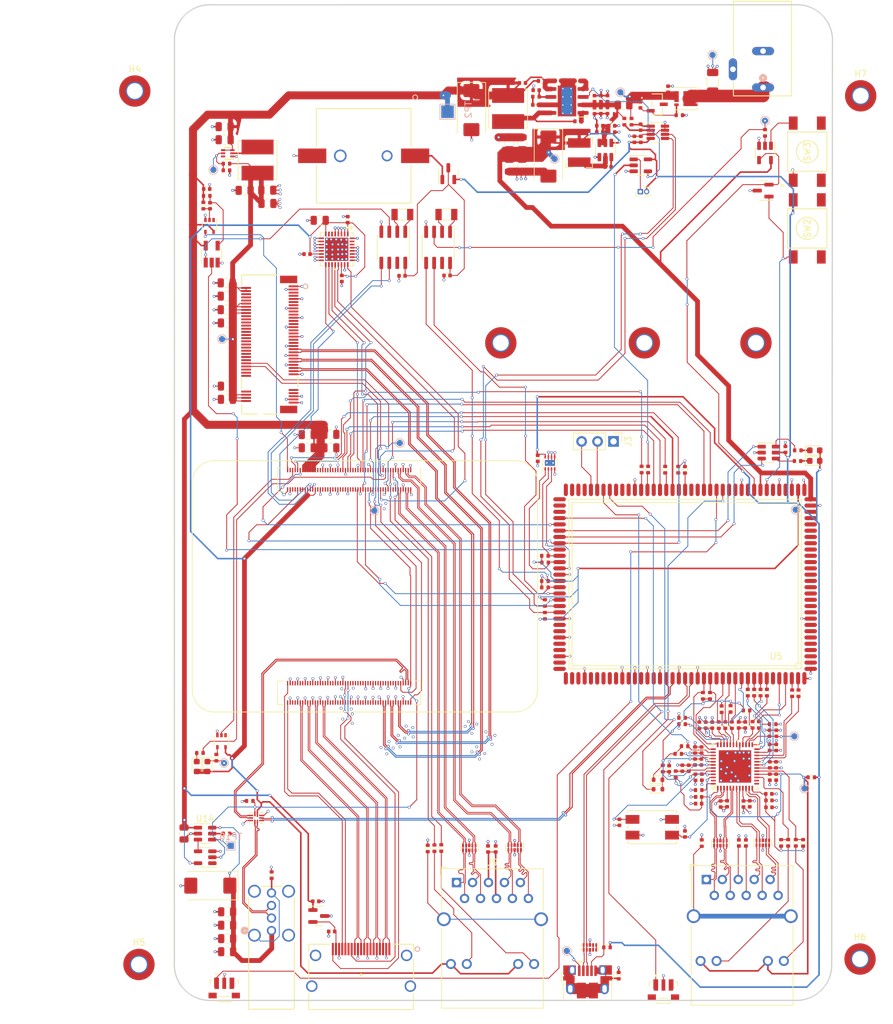
<source format=kicad_pcb>
(kicad_pcb (version 20221018) (generator pcbnew)
  (layers (0 "F.Cu" signal) (1 "In1.Cu" mixed) (2 "In2.Cu" mixed) (31 "B.Cu" signal) (34 "B.Paste" user) (35 "F.Paste" user) (36 "B.SilkS" user "B.Silkscreen") (37 "F.SilkS" user "F.Silkscreen") (38 "B.Mask" user) (39 "F.Mask" user) (44 "Edge.Cuts" user))
  (net 0 "")
  (net 1 "GND")
  (net 2 "Net-(Q1-D)")
  (net 3 "Net-(D1-A)")
  (net 4 "/power/SENSE_IN-")
  (net 5 "/power/SENSE_IN+")
  (net 6 "Net-(U2-SS)")
  (net 7 "Net-(U2-COMP)")
  (net 8 "Net-(Module1A-PI_nLED_Activity)")
  (net 9 "/power/BMC_I2C_0_SDA")
  (net 11 "Net-(C90-Pad1)")
  (net 12 "Net-(D4-K)")
  (net 22 "/cm4/PCIE_RX_N")
  (net 23 "/cm4/PCIE_RX_P")
  (net 24 "/cm4/PCIE_TX_N")
  (net 25 "/cm4/PCIE_TX_P")
  (net 26 "/cm4/PCIE_nRST")
  (net 27 "/cm4/PCIE_CLK_nREQ")
  (net 28 "/cm4/PCIE_CLK_N")
  (net 29 "/cm4/PCIE_CLK_P")
  (net 30 "/cm4/TRD0_P")
  (net 31 "/cm4/TRD0_N")
  (net 32 "/cm4/TRD1_P")
  (net 33 "/cm4/TRD1_N")
  (net 34 "/cm4/TRD2_P")
  (net 35 "/cm4/TRD2_N")
  (net 36 "/cm4/TRD3_P")
  (net 37 "/cm4/TRD3_N")
  (net 38 "/cm4/HDMI0_D2_P")
  (net 39 "/cm4/HDMI0_D2_N")
  (net 40 "/cm4/HDMI0_D1_P")
  (net 41 "/cm4/HDMI0_D1_N")
  (net 42 "/cm4/HDMI0_D0_P")
  (net 43 "/cm4/HDMI0_D0_N")
  (net 44 "/cm4/HDMI0_CK_P")
  (net 45 "/cm4/HDMI0_CK_N")
  (net 46 "/cm4/HDMI0_CEC")
  (net 47 "/cm4/HDMI0_SCL")
  (net 48 "/cm4/HDMI0_SDA")
  (net 49 "/cm4/HDMI0_HOTPLUG")
  (net 50 "Net-(U1-SW)")
  (net 51 "/cm4/+3.3v_HOST_PCIe")
  (net 52 "/cm4/+5v_HOST_HDMI")
  (net 53 "Net-(C17-Pad1)")
  (net 54 "/cm4/+5v_HOST_VBUS")
  (net 55 "/BMC ethernet/3.3v_PHY")
  (net 56 "Net-(U12-LDO_O)")
  (net 57 "Net-(C40-Pad1)")
  (net 58 "Net-(C44-Pad1)")
  (net 59 "/BMC ethernet/PHY_RESET_N")
  (net 60 "/cm4/USB_OUT_N")
  (net 61 "/BMC ethernet/1V2")
  (net 62 "/cm4/USB_OUT_P")
  (net 63 "/BMC ethernet/RESET_OUT_N")
  (net 64 "/BMC ethernet/3.3v_BMC")
  (net 65 "/BMC ethernet/TXRXA_P")
  (net 66 "/BMC ethernet/TXRXA_N")
  (net 67 "/BMC ethernet/TXRXB_P")
  (net 68 "/BMC ethernet/TXRXB_N")
  (net 69 "/BMC ethernet/TXRXC_P")
  (net 70 "/BMC ethernet/TXRXC_N")
  (net 71 "/BMC ethernet/TXRXD_P")
  (net 72 "/BMC ethernet/TXRXD_N")
  (net 73 "/BMC ethernet/PHY_LED_LINK {slash} PHYAD1")
  (net 74 "/BMC ethernet/PHY_LED_ACT {slash} PHYAD0")
  (net 75 "/BMC ethernet/TXD0")
  (net 76 "/BMC ethernet/TXD1")
  (net 77 "/BMC ethernet/TXD2")
  (net 78 "/BMC ethernet/TXD3")
  (net 79 "/BMC ethernet/TXC")
  (net 80 "/BMC ethernet/TX_CTL")
  (net 81 "/BMC ethernet/CLK125_OUT {slash} LED_MODE")
  (net 82 "/BMC ethernet/CLK125_EN")
  (net 83 "/BMC ethernet/MODE0")
  (net 84 "/BMC ethernet/PHYAD2")
  (net 85 "/BMC ethernet/MODE1")
  (net 86 "/BMC ethernet/RXC")
  (net 87 "/BMC ethernet/RX_CTL")
  (net 91 "/BMC ethernet/RXD0")
  (net 92 "/cm4/ETH_LEDY")
  (net 93 "/cm4/SYNC_IN")
  (net 94 "/cm4/ETH_LEDG")
  (net 95 "/cm4/SYNC_OUT")
  (net 96 "/cm4/GPIO26")
  (net 97 "/cm4/HOST_SPI4_CE0")
  (net 98 "/cm4/GPIO16")
  (net 99 "/cm4/HOST_SPI4_SCLK")
  (net 100 "/cm4/HOST_SCL5")
  (net 101 "/cm4/HOST_SPI4_MOSI")
  (net 102 "/cm4/ID_SC")
  (net 103 "/cm4/ID_SD")
  (net 104 "/cm4/HOST_SDA5")
  (net 105 "/cm4/GPIO11")
  (net 106 "/cm4/HOST_SPI4_MISO")
  (net 107 "/cm4/GPIO25")
  (net 108 "/cm4/GPIO10")
  (net 109 "/cm4/GPIO24")
  (net 110 "/cm4/GPIO22")
  (net 111 "/cm4/GPIO23")
  (net 112 "/cm4/GPIO27")
  (net 113 "/cm4/GPIO17")
  (net 114 "/bmc/BMC_UART0_RX")
  (net 115 "/bmc/BMC_UART0_TX")
  (net 116 "/cm4/GPIO3")
  (net 117 "/cm4/SD_CLK")
  (net 118 "/cm4/GPIO2")
  (net 119 "/cm4/SD_DAT3")
  (net 120 "/cm4/SD_DAT0")
  (net 121 "/cm4/SD_DAT1")
  (net 122 "/cm4/SD_DAT2")
  (net 123 "/cm4/SD_PWR_ON")
  (net 124 "/cm4/nRTC_INT")
  (net 125 "Net-(J11-GND)")
  (net 126 "/cm4/+1.8v")
  (net 127 "Net-(C90-Pad2)")
  (net 128 "/cm4/nPWR_LED")
  (net 129 "/cm4/GLOBAL_EN")
  (net 130 "/cm4/nEXTRST")
  (net 131 "/cm4/USBOTG_ID")
  (net 132 "/cm4/USB2_N")
  (net 133 "/cm4/USB2_P")
  (net 134 "Net-(U2-FB)")
  (net 135 "Net-(U4-IN+)")
  (net 136 "Net-(U4-IN-)")
  (net 137 "/cm4/+BATT")
  (net 138 "/BMC ethernet/RXD1")
  (net 139 "/BMC ethernet/RXD2")
  (net 140 "Net-(U12-XI)")
  (net 141 "Net-(U12-XO)")
  (net 142 "Net-(C104-Pad1)")
  (net 143 "Net-(BT1-+)")
  (net 144 "Net-(D3-K)")
  (net 145 "Net-(D7-K)")
  (net 146 "Net-(D8-K)")
  (net 147 "Net-(J4-GND)")
  (net 148 "Net-(FB5-Pad2)")
  (net 149 "Net-(FB8-Pad1)")
  (net 150 "Net-(J5-LED2-)")
  (net 151 "Net-(J5-LED1-)")
  (net 172 "/cm4/DSI1_D3_N")
  (net 174 "/cm4/DSI1_D3_P")
  (net 175 "Net-(U1-BST)")
  (net 176 "/power/BMC_I2C_0_SCK")
  (net 180 "Net-(U5A-PE_EINT4)")
  (net 181 "/bmc/BMC_DEBUG_TX")
  (net 182 "/bmc/BMC_DEBUG_RX")
  (net 183 "/bmc/BMC_I2C_2_SCK")
  (net 184 "/bmc/BMC_I2C_2_SDA")
  (net 185 "/bmc/BMC_I2C_3_SDA")
  (net 186 "/bmc/BMC_I2C_3_SCK")
  (net 187 "/bmc/+5V_BMC_OTG")
  (net 188 "/power/3V3P_FB")
  (net 201 "Net-(J9-LED2-)")
  (net 202 "Net-(J9-LED1-)")
  (net 204 "Net-(U2-SW)")
  (net 205 "Net-(U15-SW)")
  (net 249 "Net-(U2-BST)")
  (net 250 "Net-(R13-Pad2)")
  (net 251 "Net-(R14-Pad2)")
  (net 252 "/bmc/BMC_USB_IDDET")
  (net 253 "Net-(U12-TXD0)")
  (net 254 "Net-(U12-TXD1)")
  (net 255 "Net-(U12-TXD2)")
  (net 256 "Net-(U12-TXD3)")
  (net 257 "Net-(U12-TXC)")
  (net 258 "Net-(U12-TX_CTL)")
  (net 259 "Net-(U12-ISET)")
  (net 260 "Net-(U14-ILIM)")
  (net 261 "Net-(R65-Pad2)")
  (net 262 "/power/PSU_EN")
  (net 263 "Net-(J2-Pin_1)")
  (net 264 "/power/BMC_HOST_POWER_EN")
  (net 291 "/bmc/EMMC_KEY")
  (net 292 "/bmc/RST_KEY")
  (net 293 "Net-(R73-Pad1)")
  (net 297 "/cm4/HOST_SCL0")
  (net 298 "/cm4/HOST_SDA0")
  (net 301 "/bmc/BMC_ID_LED")
  (net 306 "/bmc/BMC_POWER_LED")
  (net 307 "/bmc/BMC_SPI1_CS")
  (net 308 "/bmc/BMC_SPI1_CLK")
  (net 309 "/bmc/BMC_SPI1_MOSI")
  (net 310 "/bmc/BMC_SPI1_MISO")
  (net 311 "/bmc/BMC_TEMP_ALERT")
  (net 328 "/bmc/BMC_USB_HOST_P")
  (net 329 "/bmc/BMC_USB_HOST_N")
  (net 330 "/bmc/BMC_USB_OTG_N")
  (net 331 "/bmc/BMC_USB_OTG_P")
  (net 333 "Net-(U6-OSCI)")
  (net 334 "Net-(U6-OSCO)")
  (net 335 "/bmc/NMI_N")
  (net 337 "Net-(U7-D1+)")
  (net 338 "Net-(U7-D1-)")
  (net 343 "/bmc/+5v_BMC")
  (net 344 "Net-(SW3-Pad2)")
  (net 345 "/cm4/+5v_HOST")
  (net 346 "/cm4/+3.3v_HOST")
  (net 347 "/bmc/BMC_HOST_POST_COMPLETE")
  (net 348 "/bmc/BMC_HOST_POWER_OUT")
  (net 349 "Net-(U5A-PE_EINT7)")
  (net 350 "/bmc/BMC_HOST_nRPIBOOT")
  (net 351 "/bmc/BMC_HOST_EEPROM_nWP")
  (net 352 "/bmc/BMC_HOST_WL_nDis")
  (net 353 "/bmc/BMC_HOST_BT_nDis")
  (net 354 "/bmc/BMC_UART1_RX")
  (net 355 "/bmc/BMC_UART1_TX")
  (net 356 "Net-(U14-EN)")
  (net 357 "Net-(U17-OSCI)")
  (net 358 "Net-(U17-OSCO)")
  (net 360 "/BMC ethernet/MODE2")
  (net 361 "/BMC ethernet/RXD3")
  (net 362 "/BMC ethernet/MODE3")
  (net 363 "/BMC ethernet/PHY_INT_N")
  (net 364 "/BMC ethernet/PHY_MDIO")
  (net 365 "/BMC ethernet/PHY_MDC")
  (net 366 "/BMC ethernet/EPHY_25M")
  (net 367 "/cm4/nOCS1")
  (net 368 "Net-(U5A-PE_EINT6)")
  (net 369 "Net-(U5A-PE_EINT1)")
  (net 370 "Net-(U5A-PE_EINT0)")
  (net 371 "/bmc/BMC_HOST_POWER_BUTTON")
  (net 372 "/bmc/BMC_HOST_RESET_BUTTON")
  (net 373 "/cm4/HOST_SPI1_SCLK")
  (net 374 "/cm4/HOST_SPI1_MISO")
  (net 375 "/cm4/HOST_SPI1_MOSI")
  (net 376 "/cm4/HOST_SPI1_CE0_N")
  (footprint "Capacitor_SMD:C_0805_2012Metric" (layer "F.Cu") (at 20.328001 83.830801 180)
    (fp_text reference "C103" hide)
    (fp_text value "100n" hide)
  )
  (footprint "Capacitor_SMD:C_0402_1005Metric" (layer "F.Cu") (at 38.6588 83.1342 90)
    (fp_text reference "C96" hide)
    (fp_text value "100n" hide)
  )
  (footprint "footprints:CONN_GSB19110KEU_AMP" (layer "F.Cu") (at 27.462651 186.94135)
    (fp_text reference "J11" hide)
    (fp_text value "USB A" hide)
  )
  (footprint "footprints:FSUSB42UMX" (layer "F.Cu") (at 25.019 169.0116)
    (fp_text reference "U16" hide)
    (fp_text value "FSUSB42MUX" hide)
  )
  (footprint "Capacitor_SMD:C_0805_2012Metric" (layer "F.Cu") (at 20.4 188.214 180)
    (fp_text reference "C77" hide)
    (fp_text value "10u" hide)
  )
  (footprint "Capacitor_SMD:C_0402_1005Metric" (layer "F.Cu") (at 81.076 65.3698 180)
    (fp_text reference "C15" hide)
    (fp_text value "100n" hide)
  )
  (footprint "Capacitor_SMD:C_0402_1005Metric" (layer "F.Cu") (at 69.8722 111.7553 -90)
    (fp_text reference "C82" hide)
    (fp_text value "100n" hide)
  )
  (footprint "Resistor_SMD:R_0402_1005Metric" (layer "F.Cu") (at 104.3432 149.0472 90)
    (fp_text reference "R18" hide)
    (fp_text value "22R" hide)
  )
  (footprint "Resistor_SMD:R_0402_1005Metric" (layer "F.Cu") (at 93.2688 157.5816)
    (fp_text reference "R46" hide)
    (fp_text value "10K" hide)
  )
  (footprint "TLV62585DRLR:DRL0006A" (layer "F.Cu") (at 20.4927 63.2003 180)
    (fp_text reference "U15" hide)
    (fp_text value "TLV62585DRLR" hide)
  )
  (footprint "Resistor_SMD:R_0402_1005Metric" (layer "F.Cu") (at 109.7584 172.958 90)
    (fp_text reference "R15" hide)
    (fp_text value "330R" hide)
  )
  (footprint "Capacitor_SMD:C_0805_2012Metric" (layer "F.Cu") (at 33.2334 107.9754 180)
    (fp_text reference "C25" hide)
    (fp_text value "10u" hide)
  )
  (footprint "Capacitor_SMD:C_0402_1005Metric" (layer "F.Cu") (at 76.1963 51.6792 180)
    (fp_text reference "C14" hide)
    (fp_text value "100n" hide)
  )
  (footprint "Resistor_SMD:R_0402_1005Metric" (layer "F.Cu") (at 71.0184 132.3086)
    (fp_text reference "R11" hide)
    (fp_text value "3.3K" hide)
  )
  (footprint "Capacitor_SMD:C_0402_1005Metric" (layer "F.Cu") (at 79.7552 59.811 180)
    (fp_text reference "C4" hide)
    (fp_text value "10u/35v" hide)
  )
  (footprint "Package_SON:USON-10_2.5x1.0mm_P0.5mm" (layer "F.Cu") (at 66.1924 173.7146 -90)
    (fp_text reference "U19" hide)
    (fp_text value "TPD4EUSB30" hide)
  )
  (footprint "Resistor_SMD:R_0402_1005Metric" (layer "F.Cu") (at 76.2979 58.1054)
    (fp_text reference "R3" hide)
    (fp_text value "10R" hide)
  )
  (footprint "Resistor_SMD:R_0402_1005Metric" (layer "F.Cu") (at 20.2844 171.5008)
    (fp_text reference "R53" hide)
    (fp_text value "15K/1%" hide)
  )
  (footprint "Resistor_SMD:R_0402_1005Metric" (layer "F.Cu") (at 20.2895 64.8513 180)
    (fp_text reference "R54" hide)
    (fp_text value "100K 1%" hide)
  )
  (footprint "Connector_PinHeader_2.54mm:PinHeader_1x03_P2.54mm_Vertical" (layer "F.Cu") (at 81.9404 109.0676 -90)
    (fp_text reference "J3")
    (fp_text value "Conn_01x03")
  )
  (footprint "Capacitor_SMD:C_0402_1005Metric" (layer "F.Cu") (at 106.68 165.1762)
    (fp_text reference "C62" hide)
    (fp_text value "100n" hide)
  )
  (footprint "MountingHole:MountingHole_2.5mm_Pad_TopOnly" (layer "F.Cu") (at 63.990601 93.381201 -90)
    (fp_text reference "H1" hide)
    (fp_text value "MountingHole" hide)
  )
  (footprint "Resistor_SMD:R_0402_1005Metric" (layer "F.Cu") (at 17.145 69.977 180)
    (fp_text reference "R57" hide)
    (fp_text value "510K 1%" hide)
  )
  (footprint "Capacitor_SMD:C_0402_1005Metric" (layer "F.Cu") (at 106.807 157.7822 90)
    (fp_text reference "C35" hide)
    (fp_text value "100n" hide)
  )
  (footprint "Resistor_SMD:R_0402_1005Metric" (layer "F.Cu") (at 99.1616 151.6888 -90)
    (fp_text reference "R30" hide)
    (fp_text value "10K" hide)
  )
  (footprint "Capacitor_SMD:C_0402_1005Metric" (layer "F.Cu") (at 106.7816 155.5242 90)
    (fp_text reference "C34" hide)
    (fp_text value "100n" hide)
  )
  (footprint "Package_TO_SOT_SMD:SOT-353_SC-70-5" (layer "F.Cu") (at 19.4922 156.784 -90)
    (fp_text reference "U18" hide)
    (fp_text value "74LVC1G07SE-7" hide)
  )
  (footprint "Package_TO_SOT_SMD:SOT-23" (layer "F.Cu") (at 105.7656 69.1388 180)
    (fp_text reference "D9" hide)
    (fp_text value "PESD2USB5UX-T" hide)
  )
  (footprint "Resistor_SMD:R_0402_1005Metric" (layer "F.Cu") (at 89.789 161.1376 90)
    (fp_text reference "R24" hide)
    (fp_text value "10K" hide)
  )
  (footprint "Resistor_SMD:R_0402_1005Metric" (layer "F.Cu") (at 113.4364 162.5346)
    (fp_text reference "FB2" hide)
    (fp_text value "220R" hide)
  )
  (footprint "Capacitor_SMD:C_0805_2012Metric" (layer "F.Cu") (at 65.3534 65.1666 -90)
    (fp_text reference "C19" hide)
    (fp_text value "10u" hide)
  )
  (footprint "Package_TO_SOT_SMD:SOT-23-5_HandSoldering" (layer "F.Cu") (at 17.9324 79.248 90)
    (fp_text reference "U24" hide)
    (fp_text value "74AHC1G08" hide)
  )
  (footprint "Capacitor_SMD:C_0402_1005Metric" (layer "F.Cu") (at 63.1698 173.9392 90)
    (fp_text reference "C104" hide)
    (fp_text value "100n" hide)
  )
  (footprint "Package_SON:USON-10_2.5x1.0mm_P0.5mm" (layer "F.Cu") (at 58.9614 173.7654 -90)
    (fp_text reference "U20" hide)
    (fp_text value "TPD4EUSB30" hide)
  )
  (footprint "Capacitor_SMD:C_0402_1005Metric" (layer "F.Cu") (at 17.6784 71.5518 90)
    (fp_text reference "C90" hide)
    (fp_text value "100n" hide)
  )
  (footprint "Resistor_SMD:R_0402_1005Metric" (layer "F.Cu") (at 93.3196 113.5868 -90)
    (fp_text reference "R62" hide)
    (fp_text value "0")
  )
  (footprint "Capacitor_SMD:C_0805_2012Metric" (layer "F.Cu") (at 20.4 190.2968 180)
    (fp_text reference "C75" hide)
    (fp_text value "10u" hide)
  )
  (footprint "Resistor_SMD:R_0805_2012Metric" (layer "F.Cu") (at 83.5398 55.5146 180)
    (fp_text reference "R2" hide)
    (fp_text value "0.005R" hide)
  )
  (footprint "Capacitor_SMD:C_0402_1005Metric" (layer "F.Cu") (at 106.8324 162.5066 -90)
    (fp_text reference "C66" hide)
    (fp_text value "100n" hide)
  )
  (footprint "Resistor_SMD:R_0402_1005Metric" (layer "F.Cu") (at 27.4828 178.1048 90)
    (fp_text reference "FB9" hide)
    (fp_text value "220R" hide)
  )
  (footprint "Resistor_SMD:R_0402_1005Metric" (layer "F.Cu") (at 92.4298 57.1402)
    (fp_text reference "R1" hide)
    (fp_text value "12K" hide)
  )
  (footprint "Inductor_SMD:L_Bourns_SRN6045TA" (layer "F.Cu") (at 65.1502 56.0734 90)
    (fp_text reference "L2" hide)
    (fp_text value "SRN6045TA-3R3Y" hide)
  )
  (footprint "Resistor_SMD:R_0402_1005Metric" (layer "F.Cu") (at 104.0892 154.178 -90)
    (fp_text reference "R40" hide)
    (fp_text value "22R" hide)
  )
  (footprint "footprints:button-SW_TL3340AF160QG" (layer "F.Cu") (at 19.9332 196.226)
    (fp_text reference "SW4" hide)
    (fp_text value "HOST_RESET")
  )
  (footprint "Capacitor_SMD:C_0402_1005Metric" (layer "F.Cu") (at 79.7552 58.8204 180)
    (fp_text reference "C6" hide)
    (fp_text value "10u/35v" hide)
  )
  (footprint "Capacitor_SMD:C_0402_1005Metric" (layer "F.Cu") (at 102.6414 166.7764 -90)
    (fp_text reference "C45" hide)
    (fp_text value "100n" hide)
  )
  (footprint "Resistor_SMD:R_0402_1005Metric" (layer "F.Cu") (at 87.4522 113.538 -90)
    (fp_text reference "R69" hide)
    (fp_text value "0" hide)
  )
  (footprint "LED_SMD:LED_0603_1608Metric" (layer "F.Cu") (at 113.9952 110.49)
    (fp_text reference "D3" hide)
    (fp_text value "LED" hide)
  )
  (footprint "Resistor_SMD:R_0402_1005Metric" (layer "F.Cu") (at 111.4044 149.1488 90)
    (fp_text reference "R20" hide)
    (fp_text value "22R" hide)
  )
  (footprint "Resistor_SMD:R_0402_1005Metric" (layer "F.Cu") (at 71.0184 127.2794 180)
    (fp_text reference "R71" hide)
    (fp_text value "3.3K" hide)
  )
  (footprint "footprints:DC-jack-694106301002" (layer "F.Cu") (at 105.761301 52.729099 -90)
    (fp_text reference "J1" hide)
    (fp_text value "Barrel_Jack_Switch" hide)
  )
  (footprint "Capacitor_SMD:C_0402_1005Metric" (layer "F.Cu") (at 107.8738 155.5242 90)
    (fp_text reference "C33" hide)
    (fp_text value "10u/35v" hide)
  )
  (footprint "Resistor_SMD:R_0402_1005Metric" (layer "F.Cu") (at 95.6056 154.2542 -90)
    (fp_text reference "R36" hide)
    (fp_text value "22R" hide)
  )
  (footprint "Resistor_SMD:R_0402_1005Metric" (layer "F.Cu") (at 86.4108 113.538 -90)
    (fp_text reference "R70" hide)
    (fp_text value "0" hide)
  )
  (footprint "Capacitor_SMD:C_0805_2012Metric" (layer "F.Cu") (at 20.353401 100.261801 180)
    (fp_text reference "C98" hide)
    (fp_text value "10u" hide)
  )
  (footprint "Resistor_SMD:R_0402_1005Metric" (layer "F.Cu") (at 53.4162 173.8122 90)
    (fp_text reference "R66" hide)
    (fp_text value "470R" hide)
  )
  (footprint "Capacitor_SMD:C_0402_1005Metric" (layer "F.Cu") (at 79.933 54.4986 90)
    (fp_text reference "C12" hide)
    (fp_text value "10u/35v" hide)
  )
  (footprint "Capacitor_SMD:C_0402_1005Metric" (layer "F.Cu") (at 79.933 56.4062 -90)
    (fp_text reference "C7" hide)
    (fp_text value "10u/35v" hide)
  )
  (footprint "Resistor_SMD:R_0402_1005Metric" (layer "F.Cu") (at 92.8624 153.0604 180)
    (fp_text reference "R33" hide)
    (fp_text value "1K" hide)
  )
  (footprint "MMBZ5240BLT1:SOT-23-3_1P4X3P040_ONS" (layer "F.Cu") (at 88.8992 55.4003 -90)
    (fp_text reference "D1" hide)
    (fp_text value "MMBZ5242BLT3G" hide)
  )
  (footprint "Resistor_SMD:R_0402_1005Metric" (layer "F.Cu") (at 20.2895 65.9181)
    (fp_text reference "R55" hide)
    (fp_text value "22K 1%" hide)
  )
  (footprint "Capacitor_SMD:C_0402_1005Metric" (layer "F.Cu") (at 93.9292 161.0868 90)
    (fp_text reference "C58" hide)
    (fp_text value "100n" hide)
  )
  (footprint "Package_SO:SOIC-8-1EP_3.9x4.9mm_P1.27mm_EP2.95x4.9mm_Mask2.71x3.4mm_ThermalVias" (layer "F.Cu") (at 74.5257 54.8678 180)
    (fp_text reference "U2" hide)
    (fp_text value "AP64501SP-13" hide)
  )
  (footprint "Capacitor_SMD:C_0805_2012Metric" (layer "F.Cu") (at 26.8173 71.1837)
    (fp_text reference "C80" hide)
    (fp_text value "10u" hide)
  )
  (footprint "button-1571563-4:SW4_FSM-5P23_TEC" (layer "F.Cu") (at 112.8014 75.1586 90)
    (fp_text reference "SW2")
    (fp_text value "EMMC_KEY")
  )
  (footprint "Capacitor_SMD:C_0402_1005Metric" (layer "F.Cu") (at 95.504 165.6528 180)
    (fp_text reference "C54" hide)
    (fp_text value "10u/35v" hide)
  )
  (footprint "Diode_SMD:D_SOD-523" (layer "F.Cu") (at 89.027 164.4396)
    (fp_text reference "D6" hide)
    (fp_text value "1N4148" hide)
  )
  (footprint "Capacitor_SMD:C_0402_1005Metric" (layer "F.Cu") (at 80.9744 56.401 -90)
    (fp_text reference "C13" hide)
    (fp_text value "10u/35v" hide)
  )
  (footprint "Capacitor_SMD:C_0805_2012Metric" (layer "F.Cu") (at 33.2334 110.0836 180)
    (fp_text reference "C26" hide)
    (fp_text value "10u" hide)
  )
  (footprint "Capacitor_SMD:C_0402_1005Metric" (layer "F.Cu") (at 95.9612 158.1912 90)
    (fp_text reference "C41" hide)
    (fp_text value "100n" hide)
  )
  (footprint "Resistor_SMD:R_0402_1005Metric" (layer "F.Cu") (at 91.8464 162.052 -90)
    (fp_text reference "FB3" hide)
    (fp_text value "220R" hide)
  )
  (footprint "Diode_SMD:D_SOD-523" (layer "F.Cu") (at 89.027 162.9156)
    (fp_text reference "D5" hide)
    (fp_text value "1N4148" hide)
  )
  (footprint "footprints:battery-S8411-45R" (layer "F.Cu") (at 42.147401 63.6016 -90)
    (fp_text reference "BT1" hide)
    (fp_text value "Battery_Cell" hide)
  )
  (footprint "Capacitor_SMD:C_1206_3216Metric" (layer "F.Cu") (at 97.7392 51.8163 90)
    (fp_text reference "C1" hide)
    (fp_text value "100n/100v" hide)
  )
  (footprint "Package_SO:SOIC-8_3.9x4.9mm_P1.27mm" (layer "F.Cu") (at 54.0004 78.1812 -90)
    (fp_text reference "U6" hide)
    (fp_text value "PCF85063AT/AAZ" hide)
  )
  (footprint "Package_SON:USON-10_2.5x1.0mm_P0.5mm" (layer "F.Cu") (at 98.9634 173.0088 90)
    (fp_text reference "U11" hide)
    (fp_text value "TPD4EUSB30" hide)
  )
  (footprint "Capacitor_SMD:C_0402_1005Metric" (layer "F.Cu") (at 86.283 60.9756 90)
    (fp_text reference "C30" hide)
    (fp_text value "10u/35v" hide)
  )
  (footprint "Resistor_SMD:R_0402_1005Metric" (layer "F.Cu") (at 100.7872 154.2288 -90)
    (fp_text reference "R39" hide)
    (fp_text value "22R" hide)
  )
  (footprint "MountingHole:MountingHole_2.5mm_Pad_TopOnly" (layer "F.Cu") (at 121.2088 191.4652)
    (fp_text reference "H6")
    (fp_text value "MountingHole")
  )
  (footprint "Resistor_SMD:R_0402_1005Metric" (layer "F.Cu") (at 82.763 194.1042 -90)
    (fp_text reference "FB1" hide)
    (fp_text value "220R" hide)
  )
  (footprint "Capacitor_SMD:C_0805_2012Metric" (layer "F.Cu") (at 23.1851 69.1009 180)
    (fp_text reference "C76" hide)
    (fp_text value "10u" hide)
  )
  (footprint "Resistor_SMD:R_0402_1005Metric" (layer "F.Cu") (at 110.9726 172.958 90)
    (fp_text reference "R17" hide)
    (fp_text value "330R" hide)
  )
  (footprint "Resistor_SMD:R_0402_1005Metric" (layer "F.Cu") (at 92.2528 158.8008)
    (fp_text reference "R25" hide)
    (fp_text value "10K" hide)
  )
  (footprint "Resistor_SMD:R_0402_1005Metric" (layer "F.Cu") (at 70.4813 51.6792)
    (fp_text reference "R5" hide)
    (fp_text value "12K 1%" hide)
  )
  (footprint "Resistor_SMD:R_0402_1005Metric" (layer "F.Cu") (at 71.0184 131.2926 180)
    (fp_text reference "R12" hide)
    (fp_text value "3.3K" hide)
  )
  (footprint "button-1571563-4:SW4_FSM-5P23_TEC" (layer "F.Cu") (at 112.8014 62.9412 90)
    (fp_text reference "SW3")
    (fp_text value "RST")
  )
  (footprint "Resistor_SMD:R_0402_1005Metric" (layer "F.Cu") (at 97.3074 149.5552 90)
    (fp_text reference "R48" hide)
    (fp_text value "1K" hide)
  )
  (footprint "Capacitor_SMD:C_0402_1005Metric" (layer "F.Cu") (at 78.917 54.5064 90)
    (fp_text reference "C9" hide)
    (fp_text value "10u/35v" hide)
  )
  (footprint "Resistor_SMD:R_0402_1005Metric" (layer "F.Cu") (at 16.6116 71.5264 90)
    (fp_text reference "R59" hide)
    (fp_text value "510K 1%" hide)
  )
  (footprint "Capacitor_SMD:C_0402_1005Metric" (layer "F.Cu") (at 95.9358 160.0962 -90)
    (fp_text reference "C63" hide)
    (fp_text value "100n" hide)
  )
  (footprint "Resistor_SMD:R_0402_1005Metric" (layer "F.Cu") (at 111.3028 110.49 180)
    (fp_text reference "R13" hide)
    (fp_text value "1K" hide)
  )
  (footprint "Resistor_SMD:R_0402_1005Metric" (layer "F.Cu") (at 80.9042 189.611 180)
    (fp_text reference "R16" hide)
    (fp_text value "47K" hide)
  )
  (footprint "Capacitor_SMD:C_0402_1005Metric" (layer "F.Cu") (at 86.2322 55.4892 -90)
    (fp_text reference "C2" hide)
    (fp_text value "100n" hide)
  )
  (footprint "Capacitor_SMD:C_0402_1005Metric" (layer "F.Cu") (at 78.917 56.4316 -90)
    (fp_text reference "C5" hide)
    (fp_text value "10u/35v" hide)
  )
  (footprint "Package_SON:Diodes_PowerDI3333-8" (layer "F.Cu") (at 93.4734 54.4986)
    (fp_text reference "Q1" hide)
    (fp_text value "DMP3013SFV-7" hide)
  )
  (footprint "Resistor_SMD:R_0402_1005Metric" (layer "F.Cu") (at 16.0632 158.6636)
    (fp_text reference "R60" hide)
    (fp_text value "1K" hide)
  )
  (footprint "Capacitor_SMD:C_0402_1005Metric" (layer "F.Cu") (at 96.6216 154.2288 90)
    (fp_text reference "C59" hide)
    (fp_text value "100n" hide)
  )
  (footprint "Resistor_SMD:R_0402_1005Metric" (layer "F.Cu") (at 103.124 151.892)
    (fp_text reference "R42" hide)
    (fp_text value "10K" hide)
  )
  (footprint "Capacitor_SMD:C_0402_1005Metric" (layer "F.Cu") (at 93.3196 171.5516 -90)
    (fp_text reference "C67" hide)
    (fp_text value "15p" hide)
  )
  (footprint "Resistor_SMD:R_0402_1005Metric" (layer "F.Cu") (at 71.0438 128.3462 180)
    (fp_text reference "R72" hide)
    (fp_text value "3.3K" hide)
  )
  (footprint "Capacitor_SMD:C_0402_1005Metric" (layer "F.Cu") (at 101.9098 172.9834 90)
    (fp_text reference "C40" hide)
    (fp_text value "100n" hide)
  )
  (footprint "footprints:button-SW_TL3340AF160QG" (layer "F.Cu") (at 89.8906 196.4944)
    (fp_text reference "SW1" hide)
    (fp_text value "POWER")
  )
  (footprint "Resistor_SMD:R_0402_1005Metric" (layer "F.Cu") (at 83.6668 58.1562 -90)
    (fp_text reference "R8" hide)
    (fp_text value "10R" hide)
  )
  (footprint "Capacitor_SMD:C_0402_1005Metric" (layer "F.Cu") (at 103.0274 172.9834 90)
    (fp_text reference "C44" hide)
    (fp_text value "100n" hide)
  )
  (footprint "Resistor_SMD:R_0402_1005Metric" (layer "F.Cu") (at 54.5084 173.7868 90)
    (fp_text reference "R67" hide)
    (fp_text value "470R" hide)
  )
  (footprint "Package_TO_SOT_SMD:TSOT-23-6" (layer "F.Cu") (at 80.6442 62.6774 -90)
    (fp_text reference "U1" hide)
    (fp_text value "AP63205WU" hide)
  )
  (footprint "Capacitor_SMD:C_0402_1005Metric" (layer "F.Cu") (at 102.9208 154.2034 90)
    (fp_text reference "C43" hide)
    (fp_text value "100n" hide)
  )
  (footprint "Capacitor_SMD:C_0805_2012Metric" (layer "F.Cu") (at 13.528 171.4754 -90)
    (fp_text reference "C70" hide)
    (fp_text value "10u" hide)
  )
  (footprint "Capacitor_SMD:C_0805_2012Metric" (layer "F.Cu") (at 20.4 186.0804 180)
    (fp_text reference "C79" hide)
    (fp_text value "10u" hide)
  )
  (footprint "Resistor_SMD:R_0402_1005Metric" (layer "F.Cu") (at 24 166.3 180)
    (fp_text reference "R58" hide)
    (fp_text value "2.2K/1%" hide)
  )
  (footprint "Capacitor_SMD:C_0402_1005Metric" (layer "F.Cu") (at 92.901201 161.0868 90)
    (fp_text reference "C55" hide)
    (fp_text value "10u/35v" hide)
  )
  (footprint "Resistor_SMD:R_0402_1005Metric" (layer "F.Cu") (at 105.1052 154.178 -90)
    (fp_text reference "R41" hide)
    (fp_text value "22R" hide)
  )
  (footprint "Resistor_SMD:R_0402_1005Metric" (layer "F.Cu") (at 90.17 113.5634 -90)
    (fp_text reference "R64" hide)
    (fp_text value "0" hide)
  )
  (footprint "Capacitor_SMD:C_0402_1005Metric" (layer "F.Cu") (at 106.8294 160.5508 90)
    (fp_text reference "C39" hide)
    (fp_text value "100n" hide)
  )
  (footprint "Resistor_SMD:R_0402_1005Metric" (layer "F.Cu") (at 69.5923 54.1938 180)
    (fp_text reference "R4" hide)
    (fp_text value "20K 1%" hide)
  )
  (footprint "Capacitor_SMD:C_0402_1005Metric" (layer "F.Cu") (at 86.2576 59.0452 -90)
    (fp_text reference "C29" hide)
    (fp_text value "100n" hide)
  )
  (footprint "Capacitor_SMD:C_0402_1005Metric" (layer "F.Cu") (at 99.0092 166.7764 -90)
    (fp_text reference "C48" hide)
    (fp_text value "100n" hide)
  )
  (footprint "Capacitor_SMD:C_0805_2012Metric" (layer "F.Cu") (at 19.9999 58.9585 180)
    (fp_text reference "C71" hide)
    (fp_text value "10u 35v" hide)
  )
  (footprint "Resistor_SMD:R_0402_1005Metric" (layer "F.Cu") (at 100.584 151.638 -90)
    (fp_text reference "R34" hide)
    (fp_text value "10K" hide)
  )
  (footprint "Capacitor_SMD:C_0402_1005Metric" (layer "F.Cu") (at 17.145 68.8848)
    (fp_text reference "C89" hide)
    (fp_text value "100n" hide)
  )
  (footprint "MountingHole:MountingHole_2.5mm_Pad_TopOnly" (layer "F.Cu") (at 6.35 192.3288)
    (fp_text reference "H5")
    (fp_text value "MountingHole")
  )
  (footprint "QFN32_SLB9670VQ20FW785XTMA1_INF:QFN32_SLB9670VQ20FW785XTMA1_INF" (layer "F.Cu") (at 37.8587 78.482 -90)
    (fp_text reference "U23" hide)
    (fp_text value "SLB9670VQ20FW785XTMA1" hide)
  )
  (footprint "Capacitor_SMD:C_0402_1005Metric" (layer "F.Cu") (at 90.6264 53 90)
    (fp_text reference "C3" hide)
    (fp_text value "10u/35v" hide)
  )
  (footprint "Capacitor_SMD:C_0402_1005Metric" (layer "F.Cu") (at 33.1216 79.248)
    (fp_text reference "C97" hide)
    (fp_text value "100n" hide)
  )
  (footprint "Capacitor_SMD:C_0805_2012Metric" (layer "F.Cu") (at 65.3534 61.6106 90)
    (fp_text reference "C22" hide)
    (fp_text value "10u" hide)
  )
  (footprint "MountingHole:MountingHole_2.5mm_Pad_TopOnly" (layer "F.Cu") (at 121.3104 54.0512)
    (fp_text reference "H7")
    (fp_text value "MountingHole")
  )
  (footprint "Resistor_SMD:R_0402_1005Metric" (layer "F.Cu") (at 95.504 164.5666)
    (fp_text reference "R29" hide)
    (fp_text value "6.04K" hide)
  )
  (footprint "Capacitor_SMD:C_0402_1005Metric" (layer "F.Cu") (at 37.056398 187.0784 180)
    (fp_text reference "C73" hide)
    (fp_text value "100n" hide)
  )
  (footprint "Crystal:Crystal_SMD_3215-2Pin_3.2x1.5mm" (layer "F.Cu") (at 48.3108 72.9488 180)
    (fp_text reference "Y3" hide)
    (fp_text value "X32K768S301" hide)
  )
  (footprint "Inductor_SMD:L_Bourns_SRN6045TA" (layer "F.Cu") (at 25.2425 64.2749 -90)
    (fp_text reference "L3" hide)
    (fp_text value "SRN6045TA-3R3Y" hide)
  )
  (footprint "Capacitor_SMD:C_0402_1005Metric" (layer "F.Cu") (at 55.4228 82.6516)
    (fp_text reference "C32" hide)
    (fp_text value "100n" hide)
  )
  (footprint "Capacitor_SMD:C_0402_1005Metric" (layer "F.Cu") (at 85.267 60.9756 90)
    (fp_text reference "C31" hide)
    (fp_text value "100n" hide)
  )
  (footprint "Capacitor_SMD:C_0402_1005Metric" (layer "F.Cu") (at 96.012 162.5092 -90)
    (fp_text reference "C46" hide)
    (fp_text value "100n" hide)
  )
  (footprint "Capacitor_SMD:C_0805_2012Metric" (layer "F.Cu") (at 20.353401 90.206201 180)
    (fp_text reference "C102" hide)
    (fp_text value "100n" hide)
  )
  (footprint "Package_SO:SOIC-8_3.9x4.9mm_P1.27mm" (layer "F.Cu") (at 46.863 78.167 -90)
    (fp_text reference "U17" hide)
    (fp_text value "PCF85063AT/AAZ" hide)
  )
  (footprint "Resistor_SMD:R_0402_1005Metric" (layer "F.Cu") (at 112.141 172.974 90)
    (fp_text reference "R51" hide)
    (fp_text value "10K" hide)
  )
  (footprint "Capacitor_SMD:C_0402_1005Metric" (layer "F.Cu") (at 67.4362 52.0094)
    (fp_text reference "C20" hide)
    (fp_text value "220pF" hide)
  )
  (footprint "Resistor_SMD:R_0402_1005Metric" (layer "F.Cu") (at 110.3884 149.1488 90)
    (fp_text reference "R21" hide)
    (fp_text value "22R" hide)
  )
  (footprint "Resistor_SMD:R_0402_1005Metric" (layer "F.Cu") (at 18.6794 159.4002 90)
    (fp_text reference "R65" hide)
    (fp_text value "1K" hide)
  )
  (footprint "Capacitor_SMD:C_0805_2012Metric" (layer "F.Cu") (at 67.3854 61.6106 90)
    (fp_text reference "C21" hide)
    (fp_text value "10u" hide)
  )
  (footprint "Package_TO_SOT_SMD:SOT-23-6" (layer "F.Cu") (at 106.68 110.8456)
    (fp_text reference "U8" hide)
    (fp_text value "74LVC2G07" hide)
  )
  (footprint "Capacitor_SMD:C_0402_1005Metric" (layer "F.Cu") (at 95.504 166.7256 180)
    (fp_text reference "C57" hide)
    (fp_text value "100n" hide)
  )
  (footprint "Capacitor_SMD:C_0805_2012Metric" (layer "F.Cu") (at 20.328001 85.939001 180)
    (fp_text reference "C100" hide)
    (fp_text value "10u" hide)
  )
  (footprint "Resistor_SMD:R_0402_1005Metric" (layer "F.Cu") (at 92.2528 113.5634 -90)
    (fp_text reference "R63" hide)
    (fp_text value "0" hide)
  )
  (footprint "Resistor_SMD:R_0402_1005Metric" (layer "F.Cu") (at 71.0184 136.8064 90)
    (fp_text reference "R10" hide)
    (fp_text value "3.3K" hide)
  )
  (footprint "Capacitor_SMD:C_0402_1005Metric" (layer "F.Cu") (at 34.518998 182.2778)
    (fp_text reference "C72" hide)
    (fp_text value "100n" hide)
  )
  (footprint "Package_TO_SOT_SMD:SOT-23-5" (layer "F.Cu") (at 16.9062 175.26 180)
    (fp_text reference "U13" hide)
    (fp_text value "74AHC1G04" hide)
  )
  (footprint "Capacitor_SMD:C_0402_1005Metric" (layer "F.Cu") (at 48.26 82.7024 180)
    (fp_text reference "C88" hide)
    (fp_text value "100n" hide)
  )
  (footprint "Connector_RJ:RJ45_Wuerth_7499111446_Horizontal" (layer "F.Cu") (at 96.7282 178.8)
    (fp_text reference "J5" hide)
    (fp_text value "ARJM11")
  )
  (footprint "KSZ9131RNXI-TR:QFN48_NX_MCH" (layer "F.Cu") (at 101.2952 160.8074 90)
    (fp_text reference "U12" hide)
    (fp_text value "KSZ9131RNXI-TR" hide)
  )
  (footprint "Capacitor_SMD:C_0805_2012Metric" (layer "F.Cu") (at 36.8402 107.95)
    (fp_text reference "C23" hide)
    (fp_text value "10u" hide)
  )
  (footprint "Capacitor_SMD:C_0402_1005Metric" (layer "F.Cu") (at 94.996 162.5346 -90)
    (fp_text reference "C49" hide)
    (fp_text value "10u/35v" hide)
  )
  (footprint "Resistor_SMD:R_0402_1005Metric" (layer "F.Cu") (at 84.8098 58.1562 -90)
    (fp_text reference "R7" hide)
    (fp_text value "10R" hide)
  )
  (footprint "Capacitor_SMD:C_0402_1005Metric" (layer "F.Cu") (at 101.8794 154.2086 90)
    (fp_text reference "C50" hide)
    (fp_text value "100n" hide)
  )
  (footprint "Capacitor_SMD:C_0805_2012Metric" (layer "F.Cu") (at 20.353401 102.370001 180)
    (fp_text reference "C99" hide)
    (fp_text value "10u" hide)
  )
  (footprint "footprints:HDMI-10029449-001RLF" (layer "F.Cu") (at 41.7322 194.31)
    (fp_text reference "J10" hide)
    (fp_text value "HDMI connector" hide)
  )
  (footprint "Capacitor_SMD:C_0805_2012Metric" (layer "F.Cu") (at 36.8402 110.0836)
    (fp_text reference "C27" hide)
    (fp_text value "10u" hide)
  )
  (footprint "Inductor_SMD:L_Bourns-SRN4018" (layer "F.Cu") (at 76.4786 63.0838 90)
    (fp_text reference "L1" hide)
    (fp_text value "SRN4018-4R7M" hide)
  )
  (footprint "Capacitor_SMD:C_0805_2012Metric" (layer "F.Cu") (at 20.328001 88.098001 180)
    (fp_text reference "C101" hide)
    (fp_text value "100n" hide)
  )
  (footprint "Capacitor_SMD:C_0805_2012Metric" (layer "F.Cu") (at 26.7919 69.0755)
    (fp_text reference "C78" hide)
    (fp_text value "10u" hide)
  )
  (footprint "LED_SMD:LED_0603_1608Metric" (layer "F.Cu") (at 17.257 160.8226 -90)
    (fp_text reference "D8" hide)
    (fp_text value "LED Red" hide)
  )
  (footprint "LED_SMD:LED_0603_1608Metric" (layer "F.Cu") (at 113.9952 112.1664)
    (fp_text reference "D4" hide)
    (fp_text value "LED" hide)
  )
  (footprint "Capacitor_SMD:C_0402_1005Metric" (layer "F.Cu") (at 107.8484 157.7848 90)
    (fp_text reference "C36" hide)
    (fp_text value "100n" hide)
  )
  (footprint "Capacitor_SMD:C_0402_1005Metric" (layer "F.Cu") (at 82.8802 169.6974 -90)
    (fp_text reference "C68" hide)
    (fp_text value "15p" hide)
  )
  (footprint "Capacitor_SMD:C_0402_1005Metric" (layer "F.Cu") (at 39.5986 73.7616 -90)
    (fp_text reference "C95" hide)
    (fp_text value "100n" hide)
  )
  (footprint "Resistor_SMD:R_0402_1005Metric" (layer "F.Cu") (at 106.0704 59.944 90)
    (fp_text reference "R73" hide)
    (fp_text value "0" hide)
  )
  (footprint "Package_TO_SOT_SMD:SOT-23-8" (layer "F.Cu") (at 89.0008 59.858)
    (fp_text reference "U4" hide)
    (fp_text value "INA219AxDCN" hide)
  )
  (footprint "Resistor_SMD:R_0402_1005Metric" (layer "F.Cu") (at 73.0975 51.6538)
    (fp_text reference "R6" hide)
    (fp_text value "2.2K 1%" hide)
  )
  (footprint "MountingHole:MountingHole_2.5mm_Pad_TopOnly" (layer "F.Cu") (at 86.850601 93.381201 -90)
    (fp_text reference "H2" hide)
    (fp_text value "MountingHole" hide)
  )
  (footprint "Capacitor_SMD:C_0402_1005Metric" (layer "F.Cu") (at 106.7054 166.2176)
    (fp_text reference "C64" hide)
    (fp_text value "100n" hide)
  )
  (footprint "Capacitor_SMD:C_0805_2012Metric" (layer "F.Cu") (at 35.1409 73.8719 180)
    (fp_text reference "C94" hide)
    (fp_text value "1u" hide)
  )
  (footprint "Resistor_SMD:R_0402_1005Metric" (layer "F.Cu") (at 107.2896 154.0764)
    (fp_text reference "R50" hide)
    (fp_text value "1K" hide)
  )
  (footprint "Package_SON:USON-10_2.5x1.0mm_P0.5mm" (layer "F.Cu") (at 78.1864 189.611 -90)
    (fp_text reference "U7" hide)
    (fp_text value "TPD4EUSB30" hide)
  )
  (footprint "Resistor_SMD:R_0402_1005Metric" (layer "F.Cu") (at 108.6358 172.974 90)
    (fp_text reference "R44" hide)
    (fp_text value "10K" hide)
  )
  (footprint "Crystal:Crystal_SMD_3215-2Pin_3.2x1.5mm" (layer "F.Cu") (at 55.3212 72.9488 180)
    (fp_text reference "Y1" hide)
    (fp_text value "X32K768S301" hide)
  )
  (footprint "Resistor_SMD:R_0402_1005Metric" (layer "F.Cu") (at 99.7458 154.2288 -90)
    (fp_text reference "R38" hide)
    (fp_text value "22R" hide)
  )
  (footprint "Capacitor_SMD:C_0402_1005Metric" (layer "F.Cu") (at 69.6177 53.1524 180)
    (fp_text reference "C16" hide)
    (fp_text value "220pF" hide)
  )
  (footprint "Package_TO_SOT_SMD:SOT-23-6" (layer "F.Cu") (at 16.8808 171.5008)
    (fp_text reference "U14")
    (fp_text value "AP22653W6" hide)
  )
  (footprint "Capacitor_SMD:C_0805_2012Metric" (layer "F.Cu") (at 19.9999 61.0413 180)
    (fp_text reference "C69" hide)
    (fp_text value "10u 35v" hide)
  )
  (footprint "Resistor_SMD:R_0402_1005Metric" (layer "F.Cu") (at 71.0184 134.7724 -90)
    (fp_text reference "R9" hide)
    (fp_text value "3.3K" hide)
  )
  (footprint "Capacitor_SMD:C_0402_1005Metric" (layer "F.Cu") (at 103.632 166.751 -90)
    (fp_text reference "C51" hide)
    (fp_text value "100n" hide)
  )
  (footprint "Capacitor_Tantalum_SMD:CP_EIA-7343-31_Kemet-D" (layer "F.Cu") (at 71.5764 63.7188 -90)
    (fp_text reference "C24" hide)
    (fp_text value "100uF" hide)
  )
  (footprint "Resistor_SMD:R_0402_1005Metric" (layer "F.Cu") (at 52.3494 173.863 90)
    (fp_text reference "FB8" hide)
    (fp_text value "220R" hide)
  )
  (footprint "Package_TO_SOT_SMD:SOT-353_SC-70-5" (layer "F.Cu") (at 17.5872 74.7624 -90)
    (fp_text reference "U21" hide)
    (fp_text value "74LVC1G07SE-7" hide)
  )
  (footprint "CM4IO:Raspberry-Pi-4-Compute-Module" (layer "F.Cu") (at 18.3362 115.6308 -90)
    (fp_text reference "Module1" hide)
    (fp_text value "ComputeModule4" hide)
  )
  (footprint "Capacitor_Tantalum_SMD:CP_EIA-7343-31_Kemet-D" (layer "F.Cu") (at 59.3082 56.3274 -90)
    (fp_text reference "C28" hide)
    (fp_text value "100uF" hide)
  )
  (footprint "Connector_RJ:RJ45_Wuerth_7499111446_Horizontal" (layer "F.Cu") (at 56.9468 179.2826)
    (fp_text reference "J9")
    (fp_text value "ARJM11")
  )
  (footprint "Package_TO_SOT_SMD:SOT-23" (layer "F.Cu") (at 34.998998 184.6146)
    (fp_text reference "U9" hide)
    (fp_text value "RT9742SNGV" hide)
  )
  (footprint "Package_TO_SOT_SMD:SOT-23-5" (layer "F.Cu") (at 106.0704 63.1444 -90)
    (fp_text reference "U25" hide)
    (fp_text value "74AHC1G08" hide)
  )
  (footprint "Capacitor_SMD:C_0402_1005Metric" (layer "F.Cu") (at 61.9506 173.9392 90)
    (fp_text reference "C105" hide)
    (fp_text value "100n" hide)
  )
  (footprint "footprints:LFXTAL-25MHz" (layer "F.Cu") (at 88.1126 170.4848 180)
    (fp_text reference "Y2" hide)
    (fp_text value "25Mhz" hide)
  )
  (footprint "Capacitor_SMD:C_0402_1005Metric" (layer "F.Cu") (at 81.6602 58.8204)
    (fp_text reference "C10" hide)
    (fp_text value "10u/35v" hide)
  )
  (footprint "Resistor_SMD:R_0402_1005Metric" (layer "F.Cu") (at 111.254 112.1918 180)
    (fp_text reference "R14" hide)
    (fp_text value "1K" hide)
  )
  (footprint "Capacitor_SMD:C_0402_1005Metric" (layer "F.Cu") (at 106.7054 167.3098)
    (fp_text reference "C60" hide)
    (fp_text value "100n" hide)
  )
  (footprint "Capacitor_SMD:C_0805_2012Metric" (layer "F.Cu") (at 67.3854 65.1666 -90)
    (fp_text reference "C18" hide)
    (fp_text value "10u" hide)
  )
  (footprint "Resistor_SMD:R_0402_1005Metric" (layer "F.Cu") (at 92.8624 154.0764 180)
    (fp_text reference "R28" hide)
    (fp_text value "1K" hide)
  )
  (footprint "MountingHole:MountingHole_2.5mm_Pad_TopOnly" (layer "F.Cu") (at 5.6896 53.2892)
    (fp_text reference "H4")
    (fp_text value "MountingHole")
  )
  (footprint "Capacitor_SMD:C_0402_1005Metric" (layer "F.Cu") (at 94.9198 158.1912 90)
    (fp_text reference "C38" hide)
    (fp_text value "100n" hide)
  )
  (footprint "footprints:1-2199230-5" (layer "F.Cu") (at 23.420599 102.881202 -90)
    (fp_text reference "J8" hide)
    (fp_text value "Bus_M.2_Socket_M" hide)
  )
  (footprint "MountingHole:MountingHole_2.5mm_Pad_TopOnly" (layer "F.Cu") (at 104.630601 93.381201 -90)
    (fp_text reference "H3" hide)
    (fp_text value "MountingHole" hide)
  )
  (footprint "Package_TO_SOT_SMD:SOT-23-5" (layer "F.Cu") (at 86.283 65.1158)
    (fp_text reference "U3" hide)
    (fp_text value "74AHC1G32" hide)
  )
  (footprint "Capacitor_SMD:C_0402_1005Metric" (layer "F.Cu") (at 90.805 161.163 90)
    (fp_text reference "C53" hide)
    (fp_text value "10u/35v" hide)
  )
  (footprint "Resistor_SMD:R_0402_1005Metric" (layer "F.Cu") (at 96.1898 149.5552 90)
    (fp_text reference "R47" hide)
    (fp_text value "1K" hide)
  )
  (footprint "LED_SMD:LED_0603_1608Metric" (layer "F.Cu") (at 15.5552 160.8226 -90)
    (fp_text reference "D7" hide)
    (fp_text value "LED Green" hide)
  )
  (footprint "Capacitor_SMD:C_0402_1005Metric" (layer "F.Cu") (at 109.3216 110.335 90)
    (fp_text reference "C37" hide)
    (fp_text value "100n" hide)
  )
  (footprint "Capacitor_SMD:C_0402_1005Metric" (layer "F.Cu") (at 69.5669 55.4892)
    (fp_text reference "C17" hide)
    (fp_text value "1.2nF" hide)
  )
  (footprint "Capacitor_SMD:C_0402_1005Metric" (layer "F.Cu") (at 107.8454 162.5066 -90)
    (fp_text reference "C65" hide)
    (fp_text value "100n" hide)
  )
  (footprint "Resistor_SMD:R_0402_1005Metric" (layer "F.Cu") (at 105.3592 149.0472 90)
    (fp_text reference "R19" hide)
    (fp_text value "22R" hide)
  )
  (footprint "Resistor_SMD:R_0402_1005Metric" (layer "F.Cu") (at 106.3752 149.0472 90)
    (fp_text reference "R23" hide)
    (fp_text value "22R" hide)
  )
  (footprint "Connector_USB:USB_Micro-B_Amphenol_10103594-0001LF_Horizontal" (layer "F.Cu") (at 77.8096 195.0974)
    (fp_text reference "J4" hide)
    (fp_text value "USB_OTG")
  )
  (footprint "rp-t113-s3:rp-t113-s3" (layer "F.Cu") (at 112.345 146.7752 180)
    (fp_text reference "U5")
    (fp_text value "rp-t113-s3")
  )
  (footprint "Package_TO_SOT_SMD:SOT-23" (layer "F.Cu") (at 55.626 66.4464 90)
    (fp_text reference "D2" hide)
    (fp_text value "BAT54C-7-F" hide)
  )
  (footprint "Capacitor_Tantalum_SMD:CP_EIA-7343-31_Kemet-D" (layer "F.Cu") (at 17.719 179.7812 180)
    (fp_text reference "C74" hide)
    (fp_text value "100u" hide)
  )
  (footprint "Capacitor_SMD:C_0805_2012Metric" (layer "F.Cu") (at 20.4 183.9468 180)
    (fp_text reference "C81" hide)
    (fp_text value "10u" hide)
  )
  (footprint "Capacitor_SMD:C_0402_1005Metric" (layer "F.Cu") (at 107.826 160.5534 90)
    (fp_text reference "C47" hide)
    (fp_text value "100n" hide)
  )
  (footprint "Capacitor_SMD:C_0402_1005Metric" (layer "F.Cu") (at 81.6602 59.8364)
    (fp_text reference "C8" hide)
    (fp_text value "10u/35v" hide)
  )
  (footprint "Connector_PinHeader_1.00mm:PinHeader_1x02_P1.00mm_Vertical" (layer "F.Cu") (at 86.2148 69.3068 90)
    (fp_text reference "J2" hide)
    (fp_text value "Conn_01x02" hide)
  )
  (footprint "Capacitor_SMD:C_0402_1005Metric" (layer "F.Cu") (at 80.9744 54.496 90)
    (fp_text reference "C11" hide)
    (fp_text value "10u/35v" hide)
  )
  (footprint "Capacitor_SMD:C_0402_1005Metric" (layer "F.Cu") (at 100.0252 166.751 -90)
    (fp_text reference "C52" hide)
    (fp_text value "10u/35v" hide)
  )
  (footprint "Package_SON:WSON-8-1EP_2x2mm_P0.5mm_EP0.9x1.6mm_ThermalVias" (layer "F.Cu") (at 71.816 112.4879 90)
    (fp_text reference "U22" hide)
    (fp_text value "TMP1075DSG" hide)
  )
  (footprint "Resistor_SMD:R_0402_1005Metric" (layer "F.Cu") (at 103.3272 149.0472 90)
    (fp_text reference "R22" hide)
    (fp_text value "22R" hide)
  )
  (footprint "Capacitor_SMD:C_0402_1005Metric" (layer "F.Cu") (at 94.9198 160.0962 -90)
    (fp_text reference "C56" hide)
    (fp_text value "10u/35v" hide)
  )
  (footprint "Resistor_SMD:R_0402_1005Metric" (layer "F.Cu") (at 95.9916 173.0088 -90)
    (fp_text reference "FB5" hide)
    (fp_text value "220R" hide)
  )
  (footprint "Package_SON:USON-10_2.5x1.0mm_P0.5mm" (layer "F.Cu") (at 105.7198 172.958 90)
    (fp_text reference "U10" hide)
    (fp_text value "TPD4EUSB30" hide)
  )
  (footprint "Resistor_SMD:R_0402_1005Metric" (layer "F.Cu") (at 98.7044 154.2288 -90)
    (fp_text reference "R37" hide)
    (fp_text value "22R" hide)
  )
  (footprint "Capacitor_SMD:C_0402_1005Metric" (layer "F.Cu") (at 97.663 154.2288 90)
    (fp_text reference "C61" hide)
    (fp_text value "100n" hide)
  )
  (footprint "TestPoint:TestPoint_Pad_D1.0mm" (layer "B.Cu") (at 47.9044 109.3216 180)
    (fp_text reference "TP14" hide)
    (fp_text value "PCIe_nCLKREQ")
  )
  (footprint "TestPoint:TestPoint_Pad_D1.0mm" (layer "B.Cu") (at 74.4982 190.1698 180)
    (fp_text reference "TP17" hide)
    (fp_text value "5v OTG")
  )
  (footprint "TestPoint:TestPoint_Pad_D1.0mm" (layer "B.Cu") (at 43.8404 120.0912 180)
    (fp_text reference "TP15" hide)
    (fp_text value "PCIe_nRST")
  )
  (footprint "TestPoint:TestPoint_Pad_D1.0mm" (layer "B.Cu") (at 112.3462 164.3126 90)
    (fp_text reference "TP10" hide)
    (fp_text value "PHY_AVDDH(3.3v)" hide)
  )
  (footprint "TestPoint:TestPoint_Pad_D1.0mm" (layer "B.Cu") (at 106.0704 58.0136 180)
    (fp_text reference "TP19" hide)
    (fp_text value "NMI_N")
  )
  (footprint "TestPoint:TestPoint_Pad_1.0x1.0mm" (layer "B.Cu") (at 20.9702 173.4312 180)
    (fp_text reference "TP18")
    (fp_text value "~" hide)
  )
  (footprint "TestPoint:TestPoint_Pad_D1.0mm" (layer "B.Cu") (at 72.567 64.0998 -90)
    (fp_text reference "TP16" hide)
    (fp_text value "+5v BMC")
  )
  (footprint "TestPoint:TestPoint_Pad_D1.0mm" (layer "B.Cu") (at 18.2118 65.8368 90)
    (fp_text reference "TP6" hide)
    (fp_text value "VIN" hide)
  )
  (footprint "TestPoint:TestPoint_Pad_D1.0mm" (layer "B.Cu") (at 83.0318 53.4826 90)
    (fp_text reference "TP1" hide)
    (fp_text value "VIN")
  )
  (footprint "TestPoint:TestPoint_Pad_2.0x2.0mm" (layer "B.Cu") (at 55.4982 56.5814 90)
    (fp_text reference "TP2")
    (fp_text value "+5v HOST")
  )
  (footprint "TestPoint:TestPoint_Pad_D1.0mm" (layer "B.Cu") (at 110.744 156.0068 180)
    (fp_text reference "TP4" hide)
    (fp_text value "1v2")
  )
  (footprint "TestPoint:TestPoint_Pad_D1.0mm" (layer "B.Cu") (at 19.9136 160.274 180)
    (fp_text reference "TP11" hide)
    (fp_text value "TestPoint" hide)
  )
  (footprint "TestPoint:TestPoint_Pad_D1.0mm" (layer "B.Cu") (at 19.5834 92.7862 180)
    (fp_text reference "TP12" hide)
    (fp_text value "3v3_PCIe")
  )
  (footprint "TestPoint:TestPoint_Pad_D1.0mm" (layer "B.Cu") (at 97.7138 47.5491 180)
    (fp_text reference "TP3" hide)
    (fp_text value "GND")
  )
  (footprint "TestPoint:TestPoint_Pad_D1.0mm" (layer "B.Cu") (at 110.9472 119.9388 180)
    (fp_text reference "TP5" hide)
    (fp_text value "3.3v BMC")
  )
  (gr_arc (start 17.784999 198.053197) (mid 13.609927 196.355769) (end 11.989106 192.150364) (stroke (width 0.2)) (layer "Edge.Cuts"))
  (gr_arc (start 116.695914 192.260884) (mid 115.0162 196.4276) (end 110.825819 198.047375) (stroke (width 0.2)) (layer "Edge.Cuts"))
  (gr_arc (start 12.005362 44.805463) (mid 13.882052 40.993675) (end 17.881736 39.560423) (stroke (width 0.2)) (layer "Edge.Cuts"))
  (gr_arc (start 111.377107 39.552924) (mid 115.338561 41.384293) (end 116.8146 45.4914) (stroke (width 0.2)) (layer "Edge.Cuts"))
  (gr_line (start 116.8146 45.4914) (end 116.695915 192.260884) (stroke (width 0.2)) (layer "Edge.Cuts"))
  (gr_line (start 12.005362 44.805463) (end 11.989106 192.150364) (stroke (width 0.2)) (layer "Edge.Cuts"))
  (gr_line (start 111.377107 39.552924) (end 17.881736 39.560423) (stroke (width 0.2)) (layer "Edge.Cuts"))
  (gr_line (start 110.825817 198.047371) (end 17.784999 198.053198) (stroke (width 0.2)) (layer "Edge.Cuts"))
  (segment (start 16.9372 73.8124) (end 16.9164 73.8124) (width 0.13) (layer "F.Cu") (net 1))
  (segment (start 73.345 137.2752) (end 74.9164 137.2752) (width 0.13) (layer "F.Cu") (net 1))
  (segment (start 113.345 145.9992) (end 113.345 145.2752) (width 0.25) (layer "F.Cu") (net 1))
  (segment (start 87.8633 60.183) (end 88.6758 60.183) (width 0.13) (layer "F.Cu") (net 1))
  (segment (start 34.0362 149.8602) (end 34.036 149.86) (width 0.13) (layer "F.Cu") (net 1))
  (segment (start 58.9614 172.5342) (end 58.9614 173.3804) (width 0.13) (layer "F.Cu") (net 1))
  (segment (start 30.970601 84.381202) (end 32.285802 84.381202) (width 0.13) (layer "F.Cu") (net 1))
  (segment (start 78.1864 189.996) (end 78.1864 190.754) (width 0.13) (layer "F.Cu") (net 1))
  (segment (start 97.7392 50.3413) (end 97.0026 49.6047) (width 0.13) (layer "F.Cu") (net 1))
  (segment (start 20.7944 171.5008) (end 21.4782 171.5008) (width 0.25) (layer "F.Cu") (net 1))
  (segment (start 19.0499 58.9585) (end 18.0367 58.9585) (width 0.25) (layer "F.Cu") (net 1))
  (segment (start 40.2844 80.231999) (end 41.192199 80.231999) (width 0.13) (layer "F.Cu") (net 1))
  (segment (start 72.5678 111.5379) (end 72.5678 112.2361) (width 0.13) (layer "F.Cu") (net 1))
  (segment (start 30.970601 84.881201) (end 29.788601 84.881201) (width 0.13) (layer "F.Cu") (net 1))
  (segment (start 92.3524 152.402) (end 92.3544 152.4) (width 0.13) (layer "F.Cu") (net 1))
  (segment (start 85.345 115.1646) (end 85.344 115.1636) (width 0.13) (layer "F.Cu") (net 1))
  (segment (start 108.5062 160.0734) (end 108.5088 160.0708) (width 0.13) (layer "F.Cu") (net 1))
  (segment (start 85.345 146.7752) (end 85.345 145.0858) (width 0.13) (layer "F.Cu") (net 1))
  (segment (start 110.5662 65.913) (end 110.49 65.8368) (width 0.13) (layer "F.Cu") (net 1))
  (segment (start 37.6087 76.0563) (end 37.6087 75.0991) (width 0.13) (layer "F.Cu") (net 1))
  (segment (start 78.9476 56.881) (end 78.917 56.9116) (width 0.25) (layer "F.Cu") (net 1))
  (segment (start 85.345 145.0858) (end 85.344 145.0848) (width 0.13) (layer "F.Cu") (net 1))
  (segment (start 45.6362 116.7108) (end 45.6362 117.3638) (width 0.13) (layer "F.Cu") (net 1))
  (segment (start 95.9358 160.5762) (end 93.9598 160.5762) (width 0.13) (layer "F.Cu") (net 1))
  (segment (start 99.0092 167.2564) (end 99.9998 167.2564) (width 0.13) (layer "F.Cu") (net 1))
  (segment (start 74.9616 143.2752) (end 74.9808 143.256) (width 0.13) (layer "F.Cu") (net 1))
  (segment (start 30.970601 87.881201) (end 29.842201 87.881201) (width 0.13) (layer "F.Cu") (net 1))
  (segment (start 30.4362 147.5508) (end 30.4362 146.8812) (width 0.13) (layer "F.Cu") (net 1))
  (segment (start 80.949 57.5466) (end 80.949 56.9064) (width 0.25) (layer "F.Cu") (net 1))
  (segment (start 59.3082 59.4399) (end 59.3082 59.985) (width 0.25) (layer "F.Cu") (net 1))
  (segment (start 94.9198 157.7112) (end 94.9198 157.0482) (width 0.13) (layer "F.Cu") (net 1))
  (segment (start 75.7163 51.6792) (end 75.7163 52.3772) (width 0.25) (layer "F.Cu") (net 1))
  (segment (start 32.8362 146.818) (end 32.8422 146.812) (width 0.13) (layer "F.Cu") (net 1))
  (segment (start 80.964 54.0264) (end 80.9744 54.016) (width 0.13) (layer "F.Cu") (net 1))
  (segment (start 44.2468 191.3382) (end 44.2322 191.3236) (width 0.13) (layer "F.Cu") (net 1))
  (segment (start 87.345 145.0538) (end 87.3252 145.034) (width 0.13) (layer "F.Cu") (net 1))
  (segment (start 34.1909 73.8719) (end 33.2105 73.8719) (width 0.13) (layer "F.Cu") (net 1))
  (segment (start 78.9141 56.9145) (end 78.9141 57.5544) (width 0.25) (layer "F.Cu") (net 1))
  (segment (start 79.2752 58.8204) (end 79.2752 57.9155) (width 0.25) (layer "F.Cu") (net 1))
  (segment (start 107.7996 154.0764) (end 108.5596 154.0764) (width 0.13) (layer "F.Cu") (net 1))
  (segment (start 38.8362 150.6308) (end 38.8362 150.0882) (width 0.13) (layer "F.Cu") (net 1))
  (segment (start 74.9546 51.6538) (end 75.6909 51.6538) (width 0.76) (layer "F.Cu") (net 1))
  (segment (start 80.9744 56.881) (end 78.9476 56.881) (width 0.25) (layer "F.Cu") (net 1))
  (segment (start 49.7332 117.5512) (end 49.6362 117.4542) (width 0.13) (layer "F.Cu") (net 1))
  (segment (start 92.3524 154.7348) (end 92.3544 154.7368) (width 0.13) (layer "F.Cu") (net 1))
  (segment (start 103.6574 168.148) (end 103.533 168.148) (width 0.13) (layer "F.Cu") (net 1))
  (segment (start 32.2834 110.0836) (end 31.1506 110.0836) (width 0.13) (layer "F.Cu") (net 1))
  (segment (start 71.566 111.5379) (end 71.566 110.806) (width 0.13) (layer "F.Cu") (net 1))
  (segment (start 95.345 146.7752) (end 95.345 145.0406) (width 0.13) (layer "F.Cu") (net 1))
  (segment (start 38.608701 75.159301) (end 38.5826 75.1332) (width 0.13) (layer "F.Cu") (net 1))
  (segment (start 94.9706 162.9892) (end 94.9706 163.6522) (width 0.13) (layer "F.Cu") (net 1))
  (segment (start 45.7708 191.3128) (end 45.7322 191.2742) (width 0.13) (layer "F.Cu") (net 1))
  (segment (start 35.2362 150.6308) (end 35.2362 149.8918) (width 0.13) (layer "F.Cu") (net 1))
  (segment (start 99.4918 167.8686) (end 99.0092 167.386) (width 0.13) (layer "F.Cu") (net 1))
  (segment (start 75.6909 51.6538) (end 75.7163 51.6792) (width 0.76) (layer "F.Cu") (net 1))
  (segment (start 102.045201 157.3554) (end 102.045201 160.057399) (width 0.13) (layer "F.Cu") (net 1))
  (segment (start 35.2362 146.7294) (end 35.2552 146.7104) (width 0.13) (layer "F.Cu") (net 1))
  (segment (start 73.9043 55.4892) (end 74.5257 54.8678) (width 0.76) (layer "F.Cu") (net 1))
  (segment (start 82.1402 59.8364) (end 82.7994 59.8364) (width 0.25) (layer "F.Cu") (net 1))
  (segment (start 37.6362 150.6308) (end 37.6362 149.7142) (width 0.13) (layer "F.Cu") (net 1))
  (segment (start 23.476001 169.411599) (end 24.1681 169.411599) (width 0.13) (layer "F.Cu") (net 1))
  (segment (start 32.298002 92.3812) (end 32.316801 92.362401) (width 0.13) (layer "F.Cu") (net 1))
  (segment (start 31.6362 149.8722) (end 31.6484 149.86) (width 0.13) (layer "F.Cu") (net 1))
  (segment (start 30.970601 93.881202) (end 29.8328 93.881202) (width 0.13) (layer "F.Cu") (net 1))
  (segment (start 79.9592 53.1876) (end 79.9592 53.9924) (width 0.25) (layer "F.Cu") (net 1))
  (segment (start 40.0362 149.905) (end 40.0362 150.6308) (width 0.13) (layer "F.Cu") (net 1))
  (segment (start 19.45 190.2968) (end 18.495 190.2968) (width 0.25) (layer "F.Cu") (net 1))
  (segment (start 38.1087 76.0563) (end 38.1087 75.1165) (width 0.13) (layer "F.Cu") (net 1))
  (segment (start 47.78 83.4872) (end 47.752 83.5152) (width 0.13) (layer "F.Cu") (net 1))
  (segment (start 40.1828 149.7584) (end 40.0362 149.905) (width 0.13) (layer "F.Cu") (net 1))
  (segment (start 39.6362 117.3638) (end 39.6 117.4) (width 0.13) (layer "F.Cu") (net 1))
  (segment (start 35.433 78.232) (end 34.3916 78.232) (width 0.13) (layer "F.Cu") (net 1))
  (segment (start 106.832 160.0734) (end 106.8294 160.0708) (width 0.13) (layer "F.Cu") (net 1))
  (segment (start 27.7673 71.1837) (end 28.1889 71.1837) (width 0.13) (layer "F.Cu") (net 1))
  (segment (start 38.6588 83.6142) (end 38.6588 84.2732) (width 0.13) (layer "F.Cu") (net 1))
  (segment (start 82.8802 170.1774) (end 82.07 170.1774) (width 0.13) (layer "F.Cu") (net 1))
  (segment (start 15.7433 171.5008) (end 14.6202 171.5008) (width 0.25) (layer "F.Cu") (net 1))
  (segment (start 93.3196 171.0716) (end 93.3196 170.3578) (width 0.13) (layer "F.Cu") (net 1))
  (segment (start 18.8824 80.6044) (end 18.9484 80.6704) (width 0.13) (layer "F.Cu") (net 1))
  (segment (start 101.8794 153.7286) (end 101.8794 153.4414) (width 0.13) (layer "F.Cu") (net 1))
  (segment (start 30.970601 86.381201) (end 32.278201 86.381201) (width 0.13) (layer "F.Cu") (net 1))
  (segment (start 36.4362 150.6308) (end 36.4362 149.8218) (width 0.13) (layer "F.Cu") (net 1))
  (segment (start 27.7419 69.0755) (end 28.7985 69.0755) (width 0.13) (layer "F.Cu") (net 1))
  (segment (start 109.3216 109.855) (end 109.3216 109.22) (width 0.25) (layer "F.Cu") (net 1))
  (segment (start 89.345 146.7752) (end 89.345 145.1478) (width 0.13) (layer "F.Cu") (net 1))
  (segment (start 36.4362 147.5508) (end 36.4362 146.6978) (width 0.13) (layer "F.Cu") (net 1))
  (segment (start 28.4785 68.3389) (end 28.7477 68.3389) (width 0.13) (layer "F.Cu") (net 1))
  (segment (start 92.873201 160.5788) (end 92.901201 160.6068) (width 0.13) (layer "F.Cu") (net 1))
  (segment (start 36.8362 116.7108) (end 36.8362 117.4638) (width 0.13) (layer "F.Cu") (net 1))
  (segment (start 89.5658 169.2348) (end 89.5096 169.291) (width 0.13) (layer "F.Cu") (net 1))
  (segment (start 18.8422 155.834) (end 18.8422 155.1688) (width 0.25) (layer "F.Cu") (net 1))
  (segment (start 72.566 111.5379) (end 72.566 110.8728) (width 0.13) (layer "F.Cu") (net 1))
  (segment (start 36.9824 184.6072) (end 36.975 184.6146) (width 0.13) (layer "F.Cu") (net 1))
  (segment (start 29.751401 95.385001) (end 30.966802 95.385001) (width 0.13) (layer "F.Cu") (net 1))
  (segment (start 101.9098 172.5034) (end 101.9098 171.8404) (width 0.13) (layer "F.Cu") (net 1))
  (segment (start 59.3082 59.4399) (end 59.3082 60.1374) (width 0.25) (layer "F.Cu") (net 1))
  (segment (start 40.2844 76.732001) (end 41.146601 76.732001) (width 0.13) (layer "F.Cu") (net 1))
  (segment (start 59.3082 61.01) (end 59.3598 61.0616) (width 0.25) (layer "F.Cu") (net 1))
  (segment (start 43.6362 147.5508) (end 43.6362 148.3858) (width 0.13) (layer "F.Cu") (net 1))
  (segment (start 112.345 116.7752) (end 112.345 115.3422) (width 0.13) (layer "F.Cu") (net 1))
  (segment (start 14.4526 171.5008) (end 13.528 172.4254) (width 0.25) (layer "F.Cu") (net 1))
  (segment (start 30.970601 90.8812) (end 29.845 90.8812) (width 0.13) (layer "F.Cu") (net 1))
  (segment (start 31.6362 147.5508) (end 31.6362 146.876) (width 0.13) (layer "F.Cu") (net 1))
  (segment (start 37.6087 75.0991) (end 37.592 75.0824) (width 0.13) (layer "F.Cu") (net 1))
  (segment (start 14.6065 179.7812) (end 13.02 179.7812) (width 0.13) (layer "F.Cu") (net 1))
  (segment (start 82.7994 59.8364) (end 82.8032 59.8326) (width 0.25) (layer "F.Cu") (net 1))
  (segment (start 28.8161 69.0755) (end 28.8544 69.0372) (width 0.13) (layer "F.Cu") (net 1))
  (segment (start 45.6362 117.3638) (end 45.5 117.5) (width 0.13) (layer "F.Cu") (net 1))
  (segment (start 39.6362 116.7108) (end 39.6362 117.3638) (width 0.13) (layer "F.Cu") (net 1))
  (segment (start 85.345 116.7752) (end 85.345 115.1646) (width 0.13) (layer "F.Cu") (net 1))
  (segment (start 35.6362 113.6308) (end 35.6362 112.8522) (width 0.13) (layer "F.Cu") (net 1))
  (segment (start 36.8362 113.6308) (end 36.8362 112.8838) (width 0.13) (layer "F.Cu") (net 1))
  (segment (start 32.8362 147.5508) (end 32.8362 146.818) (width 0.13) (layer "F.Cu") (net 1))
  (segment (start 14.6202 171.5008) (end 14.4526 171.5008) (width 0.25) (layer "F.Cu") (net 1))
  (segment (start 43.6362 148.3858) (end 43.6372 148.3868) (width 0.13) (layer "F.Cu") (net 1))
  (segment (start 86.6194 171.7348) (end 86.6394 171.7548) (width 0.13) (layer "F.Cu") (net 1))
  (segment (start 30.970601 102.881201) (end 32.243801 102.881201) (width 0.13) (layer "F.Cu") (net 1))
  (segment (start 35.2362 149.8918) (end 35.2044 149.86) (width 0.13) (layer "F.Cu") (net 1))
  (segment (start 37.7952 111.1504) (end 37.7902 111.1454) (width 0.13) (layer "F.Cu") (net 1))
  (segment (start 82.07 170.1774) (end 82.0674 170.18) (width 0.13) (layer "F.Cu") (net 1))
  (segment (start 93.9292 160.6068) (end 92.901201 160.6068) (width 0.13) (layer "F.Cu") (net 1))
  (segment (start 43.6362 150.6308) (end 43.6362 149.8102) (width 0.13) (layer "F.Cu") (net 1))
  (segment (start 37.7952 107.945) (end 37.7902 107.95) (width 0.13) (layer "F.Cu") (net 1))
  (segment (start 42.4362 149.8274) (end 42.418 149.8092) (width 0.13) (layer "F.Cu") (net 1))
  (segment (start 41.6362 117.3638) (end 41.6 117.4) (width 0.13) (layer "F.Cu") (net 1))
  (segment (start 38.1087 75.1165) (end 38.1 75.1078) (width 0.13) (layer "F.Cu") (net 1))
  (segment (start 36.4362 146.6978) (end 36.4744 146.6596) (width 0.13) (layer "F.Cu") (net 1))
  (segment (start 97.663 153.7488) (end 97.663 153.0604) (width 0.13) (layer "F.Cu") (net 1))
  (segment (start 106.807 157.3022) (end 107.8458 157.3022) (width 0.13) (layer "F.Cu") (net 1))
  (segment (start 32.278201 86.381201) (end 32.291401 86.368001) (width 0.13) (layer "F.Cu") (net 1))
  (segment (start 113.345 119.2752) (end 114.8112 119.2752) (width 0.25) (layer "F.Cu") (net 1))
  (segment (start 30.4362 117.3638) (end 30.4 117.4) (width 0.13) (layer "F.Cu") (net 1))
  (segment (start 18.346801 88.098001) (end 18.321401 88.123401) (width 0.13) (layer "F.Cu") (net 1))
  (segment (start 29.8328 93.881202) (end 29.827601 93.886401) (width 0.13) (layer "F.Cu") (net 1))
  (segment (start 18.8824 80.598) (end 18.8824 80.6044) (width 0.13) (layer "F.Cu") (net 1))
  (segment (start 34.0362 150.6308) (end 34.0362 149.8602) (width 0.13) (layer "F.Cu") (net 1))
  (segment (start 113.345 137.2752) (end 111.926 137.2752) (width 0.13) (layer "F.Cu") (net 1))
  (segment (start 82.1402 58.8204) (end 82.7486 58.8204) (width 0.25) (layer "F.Cu") (net 1))
  (segment (start 66.5218 67.2494) (end 66.5726 67.3002) (width 0.13) (layer "F.Cu") (net 1))
  (segment (start 78.9987 63.8149) (end 78.9932 63.8204) (width 0.13) (layer "F.Cu") (net 1))
  (segment (start 43.2362 113.6308) (end 43.2362 113.0354) (width 0.13) (layer "F.Cu") (net 1))
  (segment (start 79.2752 59.811) (end 79.2752 58.8204) (width 0.25) (layer "F.Cu") (net 1))
  (segment (start 66.1924 174.0996) (end 66.1924 174.879) (width 0.13) (layer "F.Cu") (net 1))
  (segment (start 106.8324 163.703) (end 106.807 163.7284) (width 0.13) (layer "F.Cu") (net 1))
  (segment (start 105.5425 110.8456) (end 104.394 110.8456) (width 0.25) (layer "F.Cu") (net 1))
  (segment (start 30.966802 95.385001) (end 30.970601 95.381202) (width 0.13) (layer "F.Cu") (net 1))
  (segment (start 34.393 79.732) (end 34.3916 79.7306) (width 0.13) (layer "F.Cu") (net 1))
  (segment (start 105.1204 60.8228) (end 105.1052 60.8076) (width 0.13) (layer "F.Cu") (net 1))
  (segment (start 31.1252 110.109) (end 31.1506 110.0836) (width 0.13) (layer "F.Cu") (net 1))
  (segment (start 74.9136 140.2752) (end 74.93 140.2588) (width 0.13) (layer "F.Cu") (net 1))
  (segment (start 19.378001 83.830801) (end 18.270601 83.830801) (width 0.25) (layer "F.Cu") (net 1))
  (segment (start 47.2362 113.6308) (end 47.2362 112.733) (width 0.13) (layer "F.Cu") (net 1))
  (segment (start 35.433 78.732) (end 34.3996 78.732) (width 0.13) (layer "F.Cu") (net 1))
  (segment (start 107.8738 155.0442) (end 108.5316 155.0442) (width 0.13) (layer "F.Cu") (net 1))
  (segment (start 30.4362 146.8812) (end 30.4546 146.8628) (width 0.13) (layer "F.Cu") (net 1))
  (segment (start 74.9164 137.2752) (end 74.93 137.2616) (width 0.13) (layer "F.Cu") (net 1))
  (segment (start 41.2362 150.6308) (end 41.2362 149.7718) (width 0.13) (layer "F.Cu") (net 1))
  (segment (start 32.341201 98.381201) (end 32.342201 98.382201) (width 0.13) (layer "F.Cu") (net 1))
  (segment (start 42.4362 148.405) (end 42.4688 148.4376) (width 0.13) (layer "F.Cu") (net 1))
  (segment (start 92.345 145.0942) (end 92.4052 145.034) (width 0.13) (layer "F.Cu") (net 1))
  (segment (start 102.9208 153.0604) (end 102.9462 153.035) (width 0.13) (layer "F.Cu") (net 1))
  (segment (start 74.4212 51.6538) (end 74.9546 51.6538) (width 0.76) (layer "F.Cu") (net 1))
  (segment (start 38.0362 113.6308) (end 38.0362 112.8398) (width 0.13) (layer "F.Cu") (net 1))
  (segment (start 47.2362 150.6308) (end 47.2362 149.7154) (width 0.13) (layer "F.Cu") (net 1))
  (segment (start 41.2362 113.6308) (end 41.2362 112.891) (width 0.13) (layer "F.Cu") (net 1))
  (segment (start 58.9614 174.9378) (end 58.9788 174.9552) (width 0.13) (layer "F.Cu") (net 1))
  (segment (start 92.8128 57.1402) (end 93.5454 57.1402) (width 0.25) (layer "F.Cu") (net 1))
  (segment (start 102.9156 153.7286) (end 102.9208 153.7234) (width 0.13) (layer "F.Cu") (net 1))
  (segment (start 90.805 160.0454) (end 90.8304 160.02) (width 0.13) (layer "F.Cu") (net 1))
  (segment (start 89.8906 194.1094) (end 89.9 194.1) (width 0.13) (layer "F.Cu") (net 1))
  (segment (start 37.6362 149.7142) (end 37.6428 149.7076) (width 0.13) (layer "F.Cu") (net 1))
  (segment (start 102.345 116.7752) (end 102.345 115.2314) (width 0.13) (layer "F.Cu") (net 1))
  (segment (start 95.0448 164.5666) (end 94.9706 164.4924) (width 0.13) (layer "F.Cu") (net 1))
  (segment (start 35.6362 112.8522) (end 35.6108 112.8268) (width 0.13) (layer "F.Cu") (net 1))
  (segment (start 89.3258 59.533) (end 90.1383 59.533) (width 0.13) (layer "F.Cu") (net 1))
  (segment (start 34.398201 80.231999) (end 34.3916 80.2386) (width 0.13) (layer "F.Cu") (net 1))
  (segment (start 74.0148 51.6538) (end 74.4212 51.6538) (width 0.76) (layer "F.Cu") (net 1))
  (segment (start 17.625 68.1964) (end 17.6022 68.1736) (width 0.13) (layer "F.Cu") (net 1))
  (segment (start 82.7486 58.8204) (end 82.7778 58.7912) (width 0.25) (layer "F.Cu") (net 1))
  (segment (start 41.232201 189.879999) (end 41.232201 191.355599) (width 0.13) (layer "F.Cu") (net 1))
  (segment (start 32.6416 79.248) (end 31.9746 79.248) (width 0.13) (layer "F.Cu") (net 1))
  (segment (start 39.1087 81.7807) (end 39.116 81.788) (width 0.13) (layer "F.Cu") (net 1))
  (segment (start 36.4362 149.8218) (end 36.4236 149.8092) (width 0.13) (layer "F.Cu") (net 1))
  (segment (start 113.2332 146.812) (end 112.3818 146.812) (width 0.25) (layer "F.Cu") (net 1))
  (segment (start 69.1377 52.5791) (end 69.2404 52.4764) (width 0.13) (layer "F.Cu") (net 1))
  (segment (start 110.5662 67.4878) (end 110.5662 65.913) (width 0.13) (layer "F.Cu") (net 1))
  (segment (start 32.285802 84.381202) (end 32.291401 84.386801) (width 0.13) (layer "F.Cu") (net 1))
  (segment (start 73.345 140.2752) (end 74.9136 140.2752) (width 0.13) (layer "F.Cu") (net 1))
  (segment (start 38.8362 146.6338) (end 38.8112 146.6088) (width 0.13) (layer "F.Cu") (net 1))
  (segment (start 101.981 153.3398) (end 102.1334 153.1874) (width 0.13) (layer "F.Cu") (net 1))
  (segment (start 69.1377 53.1524) (end 69.1377 52.5791) (width 0.13) (layer "F.Cu") (net 1))
  (segment (start 105.7198 172.573) (end 105.7198 171.7896) (width 0.13) (layer "F.Cu") (net 1))
  (segment (start 67.3854 66.1166) (end 67.2178 66.2842) (width 0.13) (layer "F.Cu") (net 1))
  (segment (start 18.302599 90.206201) (end 18.288 90.2208) (width 0.25) (layer "F.Cu") (net 1))
  (segment (start 30.4362 116.7108) (end 30.4362 117.3638) (width 0.13) (layer "F.Cu") (net 1))
  (segment (start 79.9592 53.9924) (end 79.933 54.0186) (width 0.25) (layer "F.Cu") (net 1))
  (segment (start 72.566 110.8728) (end 72.5932 110.8456) (width 0.13) (layer "F.Cu") (net 1))
  (segment (start 22.8 166.3) (end 22.7 166.4) (width 0.25) (layer "F.Cu") (net 1))
  (segment (start 48.4362 149.7314) (end 48.4124 149.7076) (width 0.13) (layer "F.Cu") (net 1))
  (segment (start 88.6758 60.183) (end 89.3258 59.533) (width 0.13) (layer "F.Cu") (net 1))
  (segment (start 91.3376 52.5174) (end 90.5984 52.5174) (width 0.13) (layer "F.Cu") (net 1))
  (segment (start 32.2598 101.8812) (end 32.266001 101.887401) (width 0.13) (layer "F.Cu") (net 1))
  (segment (start 43.6362 117.4638) (end 43.6 117.5) (width 0.13) (layer "F.Cu") (net 1))
  (segment (start 107.8738 155.0442) (end 106.7816 155.0442) (width 0.13) (layer "F.Cu") (net 1))
  (segment (start 74.9546 51.6538) (end 74.9546 52.6967) (width 0.76) (layer "F.Cu") (net 1))
  (segment (start 47.2362 112.733) (end 47.244 112.7252) (width 0.13) (layer "F.Cu") (net 1))
  (segment (start 71.566 110.806) (end 71.5772 110.7948) (width 0.13) (layer "F.Cu") (net 1))
  (segment (start 36.975 184.6146) (end 35.936498 184.6146) (width 0.25) (layer "F.Cu") (net 1))
  (segment (start 30.4362 150.6308) (end 30.4362 149.9178) (width 0.13) (layer "F.Cu") (net 1))
  (segment (start 114.8112 119.2752) (end 114.8334 119.253) (width 0.25) (layer "F.Cu") (net 1))
  (segment (start 29.845 90.8812) (end 29.827601 90.863801) (width 0.13) (layer "F.Cu") (net 1))
  (segment (start 74.9546 52.6967) (end 75.1757 52.9178) (width 0.76) (layer "F.Cu") (net 1))
  (segment (start 97.7392 50.3413) (end 97.7392 50.0637) (width 0.13) (layer "F.Cu") (net 1))
  (segment (start 49.6362 117.4542) (end 49.6362 116.7108) (width 0.13) (layer "F.Cu") (net 1))
  (segment (start 97.0026 49.6047) (end 97.0026 49.3271) (width 0.13) (layer "F.Cu") (net 1))
  (segment (start 66.5218 66.1166) (end 67.3854 66.1166) (width 1.27) (layer "F.Cu") (net 1))
  (segment (start 28.7477 68.3311) (end 28.7528 68.326) (width 0.13) (layer "F.Cu") (net 1))
  (segment (start 97.2294 50.3413) (end 97.0534 50.1653) (width 0.13) (layer "F.Cu") (net 1))
  (segment (start 86.283 60.4956) (end 85.267 60.4956) (width 0.13) (layer "F.Cu") (net 1))
  (segment (start 42.4362 147.5508) (end 42.4362 148.405) (width 0.13) (layer "F.Cu") (net 1))
  (segment (start 39.1087 75.1405) (end 39.116 75.1332) (width 0.13) (layer "F.Cu") (net 1))
  (segment (start 33.2105 73.8719) (end 33.1851 73.8973) (width 0.13) (layer "F.Cu") (net 1))
  (segment (start 35.2362 117.4814) (end 35.2362 116.7108) (width 0.13) (layer "F.Cu") (net 1))
  (segment (start 27.432 177.544) (end 27.4828 177.5948) (width 0.13) (layer "F.Cu") (net 1))
  (segment (start 86.5956 60.183) (end 86.283 60.4956) (width 0.13) (layer "F.Cu") (net 1))
  (segment (start 93.3196 170.3578) (end 93.2942 170.3324) (width 0.13) (layer "F.Cu") (net 1))
  (segment (start 66.1924 173.3296) (end 66.1924 172.593) (width 0.13) (layer "F.Cu") (net 1))
  (segment (start 42.732201 189.879999) (end 42.732201 191.296801) (width 0.13) (layer "F.Cu") (net 1))
  (segment (start 34.0362 146.8372) (end 34.0614 146.812) (width 0.13) (layer "F.Cu") (net 1))
  (segment (start 38.608701 76.0563) (end 38.608701 75.159301) (width 0.13) (layer "F.Cu") (net 1))
  (segment (start 41.232201 191.355599) (end 41.2242 191.3636) (width 0.13) (layer "F.Cu") (net 1))
  (segment (start 65.3534 60.6606) (end 63.6364 60.6606) (width 1.27) (layer "F.Cu") (net 1))
  (segment (start 85.1455 66.0658) (end 83.931 66.0658) (width 0.13) (layer "F.Cu") (net 1))
  (segment (start 101.8794 153.7286) (end 102.9156 153.7286) (width 0.13) (layer "F.Cu") (net 1))
  (segment (start 19.45 188.214) (end 18.4696 188.214) (width 0.25) (layer "F.Cu") (net 1))
  (segment (start 112.3818 146.812) (end 112.345 146.7752) (width 0.13) (layer "F.Cu") (net 1))
  (segment (start 26.257199 168.611601) (end 25.8699 168.611601) (width 0.13) (layer "F.Cu") (net 1))
  (segment (start 95.024 166.7256) (end 94.2848 166.7256) (width 0.13) (layer "F.Cu") (net 1))
  (segment (start 19.45 186.0804) (end 18.4696 186.0804) (width 0.25) (layer "F.Cu") (net 1))
  (segment (start 18.9484 80.6704) (end 19.6088 80.6704) (width 0.13) (layer "F.Cu") (net 1))
  (segment (start 46.0362 149.747) (end 46.0756 149.7076) (width 0.13) (layer "F.Cu") (net 1))
  (segment (start 108.345 115.175) (end 108.3564 115.1636) (width 0.13) (layer "F.Cu") (net 1))
  (segment (start 30.4362 149.9178) (end 30.4292 149.9108) (width 0.13) (layer "F.Cu") (net 1))
  (segment (start 29.804601 96.881201) (end 29.802201 96.883601) (width 0.13) (layer "F.Cu") (net 1))
  (segment (start 48.4362 146.9374) (end 48.4362 147.5508) (width 0.13) (layer "F.Cu") (net 1))
  (segment (start 38.0362 117.3638) (end 38 117.4) (width 0.13) (layer "F.Cu") (net 1))
  (segment (start 31.0896 63.6016) (end 31.0388 63.5508) (width 0.13) (layer "F.Cu") (net 1))
  (segment (start 102.345 115.2314) (end 102.362 115.2144) (width 0.13) (layer "F.Cu") (net 1))
  (segment (start 27.7673 71.1837) (end 28.1635 71.1837) (width 0.13) (layer "F.Cu") (net 1))
  (segment (start 20.7995 65.9181) (end 20.7995 66.6859) (width 0.25) (layer "F.Cu") (net 1))
  (segment (start 96.6216 153.0604) (end 96.5962 153.035) (width 0.13) (layer "F.Cu") (net 1))
  (segment (start 20.7995 66.6859) (end 20.7975 66.6879) (width 0.13) (layer "F.Cu") (net 1))
  (segment (start 101.8794 153.4414) (end 101.981 153.3398) (width 0.13) (layer "F.Cu") (net 1))
  (segment (start 32.243801 102.881201) (end 32.266001 102.903401) (width 0.13) (layer "F.Cu") (net 1))
  (segment (start 77.345 146.7752) (end 77.345 145.2646) (width 0.13) (layer "F.Cu") (net 1))
  (segment (start 44.8362 150.6308) (end 44.8362 149.9922) (width 0.13) (layer "F.Cu") (net 1))
  (segment (start 102.1334 153.1874) (end 102.1334 153.0096) (width 0.13) (layer "F.Cu") (net 1))
  (segment (start 90.805 160.683) (end 90.805 160.0454) (width 0.13) (layer "F.Cu") (net 1))
  (segment (start 38.8362 147.5508) (end 38.8362 146.6338) (width 0.13) (layer "F.Cu") (net 1))
  (segment (start 19.378001 85.939001) (end 18.346801 85.939001) (width 0.25) (layer "F.Cu") (net 1))
  (segment (start 44.8362 149.9922) (end 44.6024 149.7584) (width 0.13) (layer "F.Cu") (net 1))
  (segment (start 96.6216 153.7488) (end 96.6216 153.0604) (width 0.13) (layer "F.Cu") (net 1))
  (segment (start 30.970601 101.8812) (end 32.2598 101.8812) (width 0.13) (layer "F.Cu") (net 1))
  (segment (start 65.3534 66.1166) (end 66.5218 66.1166) (width 1.27) (layer "F.Cu") (net 1))
  (segment (start 108.345 116.7752) (end 108.345 115.175) (width 0.13) (layer "F.Cu") (net 1))
  (segment (start 107.826 160.0734) (end 108.5062 160.0734) (width 0.13) (layer "F.Cu") (net 1))
  (segment (start 99.0092 167.386) (end 99.0092 167.2564) (width 0.13) (layer "F.Cu") (net 1))
  (segment (start 28.3261 69.6597) (end 28.8239 69.6597) (width 0.13) (layer "F.Cu") (net 1))
  (segment (start 48.4378 115.9764) (end 48.4378 116.7092) (width 0.13) (layer "F.Cu") (net 1))
  (segment (start 48.4362 116.7108) (end 48.4632 116.7378) (width 0.13) (layer "F.Cu") (net 1))
  (segment (start 34.3535 76.7421) (end 34.363599 76.732001) (width 0.13) (layer "F.Cu") (net 1))
  (segment (start 103.0274 172.5034) (end 103.0274 171.8658) (width 0.13) (layer "F.Cu") (net 1))
  (segment (start 19.9332 193.9668) (end 20 193.9) (width 0.13) (layer "F.Cu") (net 1))
  (segment (start 39.1087 80.9077) (end 39.1087 81.7807) (width 0.13) (layer "F.Cu") (net 1))
  (segment (start 107.1854 167.3098) (end 107.8992 167.3098) (width 0.13) (layer "F.Cu") (net 1))
  (segment (start 63.6262 60.6708) (end 63.6364 60.6606) (width 1.27) (layer "F.Cu") (net 1))
  (segment (start 16.9164 73.8124) (end 16.9164 73.0504) (width 0.13) (layer "F.Cu") (net 1))
  (segment (start 38.8362 150.0882) (end 38.4556 149.7076) (width 0.13) (layer "F.Cu") (net 1))
  (segment (start 84.477 60.4956) (end 84.4542 60.5184) (width 0.13) (layer "F.Cu") (net 1))
  (segment (start 43.6362 149.8102) (end 43.6372 149.8092) (width 0.13) (layer "F.Cu") (net 1))
  (segment (start 17.625 68.8848) (end 17.625 68.1964) (width 0.13) (layer "F.Cu") (net 1))
  (segment (start 73.8757 51.922) (end 73.6075 51.6538) (width 0.25) (layer "F.Cu") (net 1))
  (segment (start 40.2844 78.732) (end 41.1654 78.732) (width 0.13) (layer "F.Cu") (net 1))
  (segment (start 46.0362 148.3754) (end 46.0248 148.3868) (width 0.13) (layer "F.Cu") (net 1))
  (segment (start 74.5257 51.7583) (end 74.5257 54.8678) (width 0.76) (layer "F.Cu") (net 1))
  (segment (start 70.0469 55.4892) (end 73.9043 55.4892) (width 0.76) (layer "F.Cu") (net 1))
  (segment (start 87.8581 60.1882) (end 87.8633 60.183) (width 0.13) (layer "F.Cu") (net 1))
  (segment (start 54.9428 82.6516) (end 54.9428 83.3348) (width 0.13) (layer "F.Cu") (net 1))
  (segment (start 48.4362 150.6308) (end 48.4362 149.7314) (width 0.13) (layer "F.Cu") (net 1))
  (segment (start 102.045201 160.057399) (end 101.2952 160.8074) (width 0.13) (layer "F.Cu") (net 1))
  (segment (start 61.9506 173.4592) (end 61.9506 172.7454) (width 0.13) (layer "F.Cu") (net 1))
  (segment (start 39.1087 76.0563) (end 39.1087 75.1405) (width 0.13) (layer "F.Cu") (net 1))
  (segment (start 18.8422 155.1688) (end 18.8318 155.1584) (width 0.13) (layer "F.Cu") (net 1))
  (segment (start 19.403401 102.370001) (end 18.321401 102.370001) (width 0.13) (layer "F.Cu") (net 1))
  (segment (start 99.9998 167.2564) (end 100.0252 167.231) (width 0.13) (layer "F.Cu") (net 1))
  (segment (start 30.970601 96.881201) (end 29.804601 96.881201) (width 0.13) (layer "F.Cu") (net 1))
  (segment (start 30.970601 102.381202) (end 29.838802 102.381202) (width 0.13) (layer "F.Cu") (net 1))
  (segment (start 107.8454 163.6806) (end 107.823 163.703) (width 0.13) (layer "F.Cu") (net 1))
  (segment (start 74.4212 51.6538) (end 74.5257 51.7583) (width 0.76) (layer "F.Cu") (net 1))
  (segment (start 66.5218 66.1166) (end 66.5218 67.2494) (width 0.13) (layer "F.Cu") (net 1))
  (segment (start 77.345 145.2646) (end 77.3176 145.2372) (width 0.13) (layer "F.Cu") (net 1))
  (segment (start 35.006398 182.2704) (end 34.998998 182.2778) (width 0.13) (layer "F.Cu") (net 1))
  (segment (start 47.2362 116.7108) (end 47.2362 115.9686) (width 0.13) (layer "F.Cu") (net 1))
  (segment (start 94.9198 157.0482) (end 94.9452 157.0228) (width 0.13) (layer "F.Cu") (net 1))
  (segment (start 78.1864 189.226) (end 78.1864 188.4172) (width 0.13) (layer "F.Cu") (net 1))
  (segment (start 69.8722 112.2353) (end 69.8722 112.9062) (width 0.13) (layer "F.Cu") (net 1))
  (segment (start 92.345 146.7752) (end 92.345 145.0942) (width 0.13) (layer "F.Cu") (net 1))
  (segment (start 107.826 160.0734) (end 106.832 160.0734) (width 0.13) (layer "F.Cu") (net 1))
  (segment (start 49.6362 113.6308) (end 49.6362 112.9362) (width 0.13) (layer "F.Cu") (net 1))
  (segment (start 97.2294 50.3413) (end 97.7392 50.3413) (width 0.13) (layer "F.Cu") (net 1))
  (segment (start 13.02 179.7812) (end 12.9946 179.8066) (width 0.13) (layer "F.Cu") (net 1))
  (segment (start 83.345 145.067) (end 83.312 145.034) (width 0.13) (layer "F.Cu") (net 1))
  (segment (start 73.8757 52.9178) (end 73.8757 51.922) (width 0.25) (layer "F.Cu") (net 1))
  (segment (start 36.8362 112.8838) (end 36.83 112.8776) (width 0.13) (layer "F.Cu") (net 1))
  (segment (start 74.906 130.2752) (end 74.93 130.2512) (width 0.13) (layer "F.Cu") (net 1))
  (segment (start 38.0362 116.7108) (end 38.0362 117.3638) (width 0.13) (layer "F.Cu") (net 1))
  (segment (start 67.3854 66.1166) (end 67.9442 66.6754) (width 0.13) (layer "F.Cu") (net 1))
  (segment (start 35.433 77.232) (end 34.401 77.232) (width 0.13) (layer "F.Cu") (net 1))
  (segment (start 71.5678 111.5379) (end 71.5678 112.2397) (width 0.13) (layer "F.Cu") (net 1))
  (segment (start 32.8362 149.9302) (end 32.8168 149.9108) (width 0.13) (layer "F.Cu") (net 1))
  (segment (start 90.1383 59.533) (end 90.1383 58.2887) (width 0.13) (layer "F.Cu") (net 1))
  (segment (start 90.1383 58.2887) (end 90.1438 58.2832) (width 0.13) (layer "F.Cu") (net 1))
  (segment (start 36.576398 187.8124) (end 36.573798 187.815) (width 0.13) (layer "F.Cu") (net 1))
  (segment (start 31.6362 146.876) (end 31.623 146.8628) (width 0.13) (layer "F.Cu") (net 1))
  (segment (start 95.9612 157.7112) (end 94.9198 157.7112) (width 0.13) (layer "F.Cu") (net 1))
  (segment (start 83.345 146.7752) (end 83.345 145.067) (width 0.13) (layer "F.Cu") (net 1))
  (segment (start 94.2908 165.6528) (end 94.2848 165.6588) (width 0.13) (layer "F.Cu") (net 1))
  (segment (start 18.0437 174.31) (end 19.309 174.31) (width 0.13) (layer "F.Cu") (net 1))
  (segment (start 85.267 60.4956) (end 84.477 60.4956) (width 0.13) (layer "F.Cu") (net 1))
  (segment (start 47.2362 147.5508) (end 47.2362 148.3282) (width 0.13) (layer "F.Cu") (net 1))
  (segment (start 95.024 165.6528) (end 94.2908 165.6528) (width 0.13) (layer "F.Cu") (net 1))
  (segment (start 92.1512 160.5788) (end 92.873201 160.5788) (width 0.13) (layer "F.Cu") (net 1))
  (segment (start 78.917 56.9116) (end 78.9141 56.9145) (width 0.25) (layer "F.Cu") (net 1))
  (segment (start 98.9634 172.6238) (end 98.9634 171.7642) (width 0.13) (layer "F.Cu") (net 1))
  (segment (start 35.433 80.231999) (end 34.398201 80.231999) (width 0.13) (layer "F.Cu") (net 1))
  (segment (start 89.345 145.1478) (end 89.3572 145.1356) (width 0.13) (layer "F.Cu") (net 1))
  (segment (start 46.0362 147.5508) (end 46.0362 148.3754) (width 0.13) (layer "F.Cu") (net 1))
  (segment (start 54.9428 83.3348) (end 54.9148 83.3628) (width 0.13) (layer "F.Cu") (net 1))
  (segment (start 28.7477 68.3389) (end 28.7477 68.3311) (width 0.13) (layer "F.Cu") (net 1))
  (segment (start 58.9614 174.1504) (end 58.9614 174.9378) (width 0.13) (layer "F.Cu") (net 1))
  (segment (start 18.1051 61.0413) (end 18.0848 61.0616) (width 0.13) (layer "F.Cu") (net 1))
  (segment (start 52.3494 172.5168) (end 52.3494 173.353) (width 0.13) (layer "F.Cu") (net 1))
  (segment (start 98.9634 173.3938) (end 98.9634 174.2534) (width 0.13) (layer "F.Cu") (net 1))
  (segment (start 104.8281 69.1388) (end 103.6828 69.1388) (width 0.13) (layer "F.Cu") (net 1))
  (segment (start 75.7163 52.3772) (end 75.1757 52.9178) (width 0.25) (layer "F.Cu") (net 1))
  (segment (start 78.917 54.0264) (end 80.964 54.0264) (width 0.25) (layer "F.Cu") (net 1))
  (segment (start 44.8362 148.3666) (end 44.8564 148.3868) (width 0.13) (layer "F.Cu") (net 1))
  (segment (start 18.346801 85.939001) (end 18.321401 85.964401) (width 0.13) (layer "F.Cu") (net 1))
  (segment (start 79.6942 63.8149) (end 78.9987 63.8149) (width 0.25) (layer "F.Cu") (net 1))
  (segment (start 102.6414 168.1734) (end 102.6414 167.2564) (width 0.13) (layer "F.Cu") (net 1))
  (segment (start 105.1204 62.0069) (end 105.1204 60.8228) (width 0.13) (layer "F.Cu") (net 1))
  (segment (start 108.5316 155.0442) (end 108.5342 155.0416) (width 0.13) (layer "F.Cu") (net 1))
  (segment (start 92.3524 154.0764) (end 92.3524 154.7348) (width 0.13) (layer "F.Cu") (net 1))
  (segment (start 34.401 77.232) (end 34.3916 77.2414) (width 0.13) (layer "F.Cu") (net 1))
  (segment (start 43.2362 113.0354) (end 42.926 112.7252) (width 0.13) (layer "F.Cu") (net 1))
  (segment (start 35.433 79.732) (end 34.393 79.732) (width 0.13) (layer "F.Cu") (net 1))
  (segment (start 35.7124 182.2704) (end 35.006398 182.2704) (width 0.25) (layer "F.Cu") (net 1))
  (segment (start 39.2362 114.2678) (end 39.2684 114.3) (width 0.13) (layer "F.Cu") (net 1))
  (segment (start 63.1698 173.4592) (end 63.1698 172.7708) (width 0.13) (layer "F.Cu") (net 1))
  (segment (start 34.374199 77.731999) (end 34.3662 77.724) (width 0.13) (layer "F.Cu") (net 1))
  (segment (start 97.7392 50.3413) (end 97.7392 49.3017) (width 0.13) (layer "F.Cu") (net 1))
  (segment (start 48.4124 112.7252) (end 48.4362 112.749) (width 0.13) (layer "F.Cu") (net 1))
  (segment (start 106.7816 155.0442) (end 106.073 155.0442) (width 0.13) (layer "F.Cu") (net 1))
  (segment (start 95.345 145.0406) (end 95.3516 145.034) (width 0.13) (layer "F.Cu") (net 1))
  (segment (start 28.7985 69.0755) (end 28.8161 69.0755) (width 0.13) (layer "F.Cu") (net 1))
  (segment (start 27.7673 71.1837) (end 28.7985 71.1837) (width 0.13) (layer "F.Cu") (net 1))
  (segment (start 33.947392 63.6016) (end 31.0896 63.6016) (width 0.13) (layer "F.Cu") (net 1))
  (segment (start 80.9998 53.3048) (end 80.9998 53.9906) (width 0.25) (layer "F.Cu") (net 1))
  (segment (start 70.8617 66.1166) (end 71.5764 66.8313) (width 1.27) (layer "F.Cu") (net 1))
  (segment (start 106.073 155.0442) (end 106.045 155.0162) (width 0.13) (layer "F.Cu") (net 1))
  (segment (start 52.0954 74.1426) (end 52.07 74.1172) (width 0.13) (layer "F.Cu") (net 1))
  (segment (start 72.566 114.2728) (end 72.5932 114.3) (width 0.13) (layer "F.Cu") (net 1))
  (segment (start 45.7322 191.2742) (end 45.7322 189.879999) (width 0.13) (layer "F.Cu") (net 1))
  (segment (start 30.970601 89.381201) (end 32.300801 89.381201) (width 0.13) (layer "F.Cu") (net 1))
  (segment (start 105.7198 173.343) (end 105.7198 174.1518) (width 0.13) (layer "F.Cu") (net 1))
  (segment (start 107.8484 157.3048) (end 107.8484 156.6926) (width 0.13) (layer "F.Cu") (net 1))
  (segment (start 19.403401 100.261801) (end 18.346801 100.261801) (width 0.13) (layer "F.Cu") (net 1))
  (segment (start 41.146601 76.732001) (end 41.148 76.7334) (width 0.13) (layer "F.Cu") (net 1))
  (segment (start 45.2362 112.776) (end 45.2362 113.6308) (width 0.13) (layer "F.Cu") (net 1))
  (segment (start 67.2178 67.2342) (end 67.233 67.2494) (width 0.13) (layer "F.Cu") (net 1))
  (segment (start 19.9332 195.326) (end 19.9332 193.9668) (width 0.13) (layer "F.Cu") (net 1))
  (segment (start 28.1635 71.1837) (end 28.7985 70.5487) (width 0.13) (layer "F.Cu") (net 1))
  (segment (start 93.9598 160.5762) (end 93.9292 160.6068) (width 0.13) (layer "F.Cu") (net 1))
  (segment (start 67.9442 66.6754) (end 67.9442 67.2494) (width 0.13) (layer "F.Cu") (net 1))
  (segment (start 103.533 168.148) (end 102.6414 167.2564) (width 0.13) (layer "F.Cu") (net 1))
  (segment (start 43.6362 116.7108) (end 43.6362 117.4638) (width 0.13) (layer "F.Cu") (net 1))
  (segment (start 37.6362 147.5508) (end 37.6362 146.6662) (width 0.13) (layer "F.Cu") (net 1))
  (segment (start 85.3178 60.4956) (end 85.3604 60.453) (width 0.25) (layer "F.Cu") (net 1))
  (segment (start 59.3082 59.4399) (end 59.3082 61.01) (width 0.25) (layer "F.Cu") (net 1))
  (segment (start 22.9108 169.9768) (end 23.476001 169.411599) (width 0.13) (layer "F.Cu") (net 1))
  (segment (start 106.8324 162.9866) (end 106.8324 163.703) (width 0.13) (layer "F.Cu") (net 1))
  (segment (start 36.576398 187.0784) (end 36.576398 187.8124) (width 0.13) (layer "F.Cu") (net 1))
  (segment (start 31.176 108.0008) (end 31.2014 107.9754) (width 0.13) (layer "F.Cu") (net 1))
  (segment (start 107.8458 157.3022) (end 107.8484 157.3048) (width 0.13) (layer "F.Cu") (net 1))
  (segment (start 74.0148 51.6538) (end 73.8757 51.7929) (width 0.76) (layer "F.Cu") (net 1))
  (segment (start 80.9744 54.016) (end 81.1522 54.016) (width 0.13) (layer "F.Cu") (net 1))
  (segment (start 46.0362 150.6308) (end 46.0362 149.747) (width 0.13) (layer "F.Cu") (net 1))
  (segment (start 38.227 191.2874) (end 38.227 189.885198) (width 0.13) (layer "F.Cu") (net 1))
  (segment (start 26.924 167.9448) (end 26.257199 168.611601) (width 0.13) (layer "F.Cu") (net 1))
  (segment (start 31.9746 79.248) (end 31.9659 79.2567) (width 0.13) (layer "F.Cu") (net 1))
  (segment (start 39.2362 113.6308) (end 39.2362 114.2678) (width 0.13) (layer "F.Cu") (net 1))
  (segment (start 72.066 110.8648) (end 72.0852 110.8456) (width 0.13) (layer "F.Cu") (net 1))
  (segment (start 94.994 164.5666) (end 94.2594 164.5666) (width 0.13) (layer "F.Cu") (net 1))
  (segment (start 83.931 66.0658) (end 83.9208 66.0556) (width 0.13) (layer "F.Cu") (net 1))
  (segment (start 18.0367 58.9585) (end 18.0289 58.9663) (width 0.13) (layer "F.Cu") (net 1))
  (segment (start 48.1076 146.6088) (end 48.4362 146.9374) (width 0.13) (layer "F.Cu") (net 1))
  (segment (start 41.2362 112.891) (end 41.2496 112.8776) (width 0.13) (layer "F.Cu") (net 1))
  (segment (start 110.345 115.171) (end 110.345 116.7752) (width 0.13) (layer "F.Cu") (net 1))
  (segment (start 37.7902 111.1454) (end 37.7902 110.0836) (width 0.13) (layer "F.Cu") (net 1))
  (segment (start 87.8633 60.183) (end 86.5956 60.183) (width 0.13) (layer "F.Cu") (net 1))
  (segment (start 80.9998 53.9906) (end 80.9744 54.016) (width 0.25) (layer "F.Cu") (net 1))
  (segment (start 38.227 189.885198) (end 38.232199 189.879999) (width 0.13) (layer "F.Cu") (net 1))
  (segment (start 42.4362 150.6308) (end 42.4362 149.8274) (width 0.13) (layer "F.Cu") (net 1))
  (segment (start 28.8239 69.6597) (end 28.8415 69.6597) (width 0.13) (layer "F.Cu") (net 1))
  (segment (start 44.2322 191.3236) (end 44.2322 189.879999) (width 0.13) (layer "F.Cu") (net 1))
  (segment (start 47.2362 115.9686) (end 47.0916 115.824) (width 0.13) (layer "F.Cu") (net 1))
  (segment (start 82.763 193.5942) (end 82.763 192.8342) (width 0.25) (layer "F.Cu") (net 1))
  (segment (start 73.345 130.2752) (end 74.906 130.2752) (width 0.13) (layer "F.Cu") (net 1))
  (segment (start 48.4362 112.749) (end 48.4362 113.6308) (width 0.13) (layer "F.Cu") (net 1))
  (segment (start 30.970601 92.3812) (end 32.298002 92.3812) (width 0.13) (layer "F.Cu") (net 1))
  (segment (start 30.970601 98.381201) (end 32.341201 98.381201) (width 0.13) (layer "F.Cu") (net 1))
  (segment (start 72.566 113.4379) (end 72.566 114.2728) (width 0.13) (layer "F.Cu") (net 1))
  (segment (start 49.6362 112.9362) (end 49.6 112.9) (width 0.13) (layer "F.Cu") (net 1))
  (segment (start 23.49 166.3) (end 22.8 166.3) (width 0.25) (layer "F.Cu") (net 1))
  (segment (start 67.3854 60.6606) (end 65.3534 60.6606) (width 1.27) (layer "F.Cu") (net 1))
  (segment (start 19.378001 88.098001) (end 18.346801 88.098001) (width 0.25) (layer "F.Cu") (net 1))
  (segment (start 29.838802 102.381202) (end 29.827601 102.370001) (width 0.13) (layer "F.Cu") (net 1))
  (segment (start 27.7419 69.0755) (end 28.3261 69.6597) (width 0.13) (layer "F.Cu") (net 1))
  (segment (start 35.2362 147.5508) (end 35.2362 146.7294) (width 0.13) (layer "F.Cu") (net 1))
  (segment (start 73.6075 51.6538) (end 74.0148 51.6538) (width 0.76) (layer "F.Cu") (net 1))
  (segment (start 44.8362 147.5508) (end 44.8362 148.3666) (width 0.13) (layer "F.Cu") (net 1))
  (segment (start 48.4378 116.7092) (end 48.4362 116.7108) (width 0.13) (layer "F.Cu") (net 1))
  (segment (start 37.7952 106.7816) (end 37.7952 107.945) (width 0.13) (layer "F.Cu") (net 1))
  (segment (start 67.2178 67.1478) (end 67.2178 67.2342) (width 0.13) (layer "F.Cu") (net 1))
  (segment (start 73.8757 51.7929) (end 73.8757 52.9178) (width 0.76) (layer "F.Cu") (net 1))
  (segment (start 52.0954 75.7062) (end 52.0954 74.1426) (width 0.13) (layer "F.Cu") (net 1))
  (segment (start 39.5793 73.2623) (end 39.5986 73.2816) (width 0.13) (layer "F.Cu") (net 1))
  (segment (start 19.403401 90.206201) (end 18.302599 90.206201) (width 0.25) (layer "F.Cu") (net 1))
  (segment (start 79.933 56.8862) (end 79.933 57.5466) (width 0.25) (layer "F.Cu") (net 1))
  (segment (start 71.9782 55.5178) (end 73.8757 55.5178) (width 0.13) (layer "F.Cu") (net 1))
  (segment (start 28.1889 71.1837) (end 28.8239 71.8187) (width 0.13) (layer "F.Cu") (net 1))
  (segment (start 19.45 183.9468) (end 18.4442 183.9468) (width 0.25) (layer "F.Cu") (net 1))
  (segment (start 31.6362 150.6308) (end 31.6362 149.8722) (width 0.13) (layer "F.Cu") (net 1))
  (segment (start 112.345 115.3422) (end 112.2172 115.2144) (width 0.13) (layer "F.Cu") (net 1))
  (segment (start 19.309 174.31) (end 19.3192 174.3202) (width 0.13) (layer "F.Cu") (net 1))
  (segment (start 38.9255 73.2623) (end 39.5793 73.2623) (width 0.13) (layer "F.Cu") (net 1))
  (segment (start 28.8415 69.6597) (end 28.8544 69.6468) (width 0.13) (layer "F.Cu") (net 1))
  (segment (start 106.807 157.3022) (end 106.807 156.718) (width 0.13) (layer "F.Cu") (net 1))
  (segment (start 34.0362 147.5508) (end 34.0362 146.8372) (width 0.13) (layer "F.Cu") (net 1))
  (segment (start 32.300801 89.381201) (end 32.316801 89.365201) (width 0.13) (layer "F.Cu") (net 1))
  (segment (start 35.433 77.731999) (end 34.374199 77.731999) (width 0.13) (layer "F.Cu") (net 1))
  (segment (start 102.9208 153.7234) (end 102.9208 153.0604) (width 0.13) (layer "F.Cu") (net 1))
  (segment (start 89.8906 195.5944) (end 89.8906 194.1094) (width 0.13) (layer "F.Cu") (net 1))
  (segment (start 40.2844 79.732) (end 41.172 79.732) (width 0.13) (layer "F.Cu") (net 1))
  (segment (start 47.2362 149.7154) (end 47.244 149.7076) (width 0.13) (layer "F.Cu") (net 1))
  (segment (start 47.2362 148.3282) (end 47.244 148.336) (width 0.13) (layer "F.Cu") (net 1))
  (segment (start 91.2626 169.2348) (end 89.5658 169.2348) (width 0.13) (layer "F.Cu") (net 1))
  (segment (start 22.2351 69.1009) (end 21.2801 69.1009) (width 0.25) (layer "F.Cu") (net 1))
  (segment (start 36.8362 117.4638) (end 36.8 117.5) (width 0.13) (layer "F.Cu") (net 1))
  (segment (start 18.4442 183.9468) (end 18.4188 183.9214) (width 0.13) (layer "F.Cu") (net 1))
  (segment (start 44.958 75.692) (end 44.958 74.1172) (width 0.13) (layer "F.Cu") (net 1))
  (segment (start 67.2178 66.2842) (end 67.2178 67.1478) (width 0.13) (layer "F.Cu") (net 1))
  (segment (start 100.0252 167.3352) (end 100.0252 167.231) (width 0.13) (layer "F.Cu") (net 1))
  (segment (start 107.1854 166.2176) (end 107.8992 166.2176) (width 0.13) (layer "F.Cu") (net 1))
  (segment (start 75.361 51.81815) (end 75.361 52.86105) (width 0.76) (layer "F.Cu") (net 1))
  (segment (start 34.3996 78.732) (end 34.3916 78.74) (width 0.13) (layer "F.Cu") (net 1))
  (segment (start 96.012 162.9892) (end 96.012 163.6776) (width 0.13) (layer "F.Cu") (net 1))
  (segment (start 41.2362 149.7718) (end 41.2496 149.7584) (width 0.13) (layer "F.Cu") (net 1))
  (segment (start 84.9626 171.7348) (end 86.6194 171.7348) (width 0.13) (layer "F.Cu") (net 1))
  (segment (start 47.78 82.7024) (end 47.78 83.4872) (width 0.13) (layer "F.Cu") (net 1))
  (segment (start 95.9916 171.688) (end 95.9916 172.4988) (width 0.13) (layer "F.Cu") (net 1))
  (segment (start 29.788601 84.881201) (end 29.776801 84.869401) (width 0.13) (layer "F.Cu") (net 1))
  (segment (start 37.6362 146.6662) (end 37.6428 146.6596) (width 0.13) (layer "F.Cu") (net 1))
  (segment (start 111.926 137.2752) (end 111.9124 137.2616) (width 0.13) (layer "F.Cu") (net 1))
  (segment (start 99.4918 167.8686) (end 100.0252 167.3352) (width 0.13) (layer "F.Cu") (net 1))
  (segment (start 73.345 143.2752) (end 74.9616 143.2752) (width 0.13) (layer "F.Cu") (net 1))
  (segment (start 40.2844 78.232) (end 41.1988 78.232) (width 0.13) (layer "F.Cu") (net 1))
  (segment (start 107.16 165.1762) (end 107.8738 165.1762) (width 0.13) (layer "F.Cu") (net 1))
  (segment (start 69.8722 112.9062) (end 69.85 112.9284) (width 0.13) (layer "F.Cu") (net 1))
  (segment (start 87.345 146.7752) (end 87.345 145.0538) (width 0.13) (layer "F.Cu") (net 1))
  (segment (start 38.6588 84.2732) (end 38.6461 84.2859) (width 0.13) (layer "F.Cu") (net 1))
  (segment (start 32.2834 107.9754) (end 31.2014 107.9754) (width 0.13) (layer "F.Cu") (net 1))
  (segment (start 21.873902 63.700302) (end 21.8897 63.7161) (width 0.13) (layer "F.Cu") (net 1))
  (segment (start 72.089 111.5591) (end 72.089 112.0307) (width 0.13) (layer "F.Cu") (net 1))
  (segment (start 29.842201 87.881201) (end 29.827601 87.866601) (width 0.13) (layer "F.Cu") (net 1))
  (segment (start 97.7392 50.0637) (end 98.4504 49.3525) (width 0.13) (layer "F.Cu") (net 1))
  (segment (start 92.3524 153.0604) (end 92.3524 152.402) (width 0.13) (layer "F.Cu") (net 1))
  (segment (start 27.432 176.8348) (end 27.432 177.544) (width 0.13) (layer "F.Cu") (net 1))
  (segment (start 107.8454 162.9866) (end 107.8454 163.6806) (width 0.13) (layer "F.Cu") (net 1))
  (segment (start 80.949 56.9064) (end 80.9744 56.881) (width 0.25) (layer "F.Cu") (net 1))
  (segment (start 38.0362 112.8398) (end 38.0492 112.8268) (width 0.13) (layer "F.Cu") (net 1))
  (segment (start 107.8484 156.6926) (end 107.8738 156.6672) (width 0.13) (layer "F.Cu") (net 1))
  (segment (start 41.6362 116.7108) (end 41.6362 117.3638) (width 0.13) (layer "F.Cu") (net 1))
  (segment (start 67.3854 66.1166) (end 70.8617 66.1166) (width 1.27) (layer "F.Cu") (net 1))
  (segment (start 21.232701 63.700302) (end 21.873902 63.700302) (width 0.13) (layer "F.Cu") (net 1))
  (segment (start 79.2752 57.9155) (end 78.9141 57.5544) (width 0.25) (layer "F.Cu") (net 1))
  (segment (start 42.732201 191.296801) (end 42.7736 191.3382) (width 0.13) (layer "F.Cu") (net 1))
  (segment (start 34.363599 76.732001) (end 35.433 76.732001) (width 0.13) (layer "F.Cu") (net 1))
  (segment (start 32.8362 150.6308) (end 32.8362 149.9302) (width 0.13) (layer "F.Cu") (net 1))
  (segment (start 27.7419 69.0755) (end 28.4785 68.3389) (width 0.13) (layer "F.Cu") (net 1))
  (segment (start 72.066 111.5379) (end 72.066 110.8648) (width 0.13) (layer "F.Cu") (net 1))
  (segment (start 19.0499 61.0413) (end 18.1051 61.0413) (width 0.25) (layer "F.Cu") (net 1))
  (segment (start 40.2844 79.232001) (end 41.163999 79.232001) (width 0.13) (layer "F.Cu") (net 1))
  (segment (start 35.2552 117.5004) (end 35.2362 117.4814) (width 0.13) (layer "F.Cu") (net 1))
  (via (at 27.432 176.8348) (size 0.45) (drill 0.3) (layers "F.Cu" "B.Cu") (net 1))
  (via (at 103.5812 162.2298) (size 0.45) (drill 0.25) (layers "F.Cu" "B.Cu") (net 1))
  (via (at 36.2458 80.01) (size 0.45) (drill 0.25) (layers "F.Cu" "B.Cu") (net 1))
  (via (at 41.1734 79.7306) (size 0.45) (drill 0.25) (layers "F.Cu" "B.Cu") (net 1))
  (via (at 79.9592 53.1876) (size 0.45) (drill 0.25) (layers "F.Cu" "B.Cu") (net 1))
  (via (at 110.345 115.171) (size 0.45) (drill 0.3) (layers "F.Cu" "B.Cu") (net 1))
  (via (at 39.6 117.4) (size 0.45) (drill 0.3) (layers "F.Cu" "B.Cu") (net 1))
  (via (at 29.827601 90.863801) (size 0.45) (drill 0.25) (layers "F.Cu" "B.Cu") (net 1))
  (via (at 28.7985 71.1837) (size 0.45) (drill 0.3) (layers "F.Cu" "B.Cu") (net 1))
  (via (at 58.3184 154.432) (size 0.45) (drill 0.3) (layers "F.Cu" "B.Cu") (net 1))
  (via (at 106.045 155.0162) (size 0.45) (drill 0.25) (layers "F.Cu" "B.Cu") (net 1))
  (via (at 36.9824 184.6072) (size 0.45) (drill 0.25) (layers "F.Cu" "B.Cu") (net 1))
  (via (at 102.362 115.2144) (size 0.45) (drill 0.3) (layers "F.Cu" "B.Cu") (net 1))
  (via (at 37.1856 77.6986) (size 0.45) (drill 0.25) (layers "F.Cu" "B.Cu") (net 1))
  (via (at 78.9141 57.5544) (size 0.45) (drill 0.25) (layers "F.Cu" "B.Cu") (net 1))
  (via (at 82.763 192.8342) (size 0.45) (drill 0.25) (layers "F.Cu" "B.Cu") (net 1))
  (via (at 94.2848 165.6588) (size 0.45) (drill 0.25) (layers "F.Cu" "B.Cu") (net 1))
  (via (at 29.802201 96.883601) (size 0.45) (drill 0.25) (layers "F.Cu" "B.Cu") (net 1))
  (via (at 35.2552 146.7104) (size 0.45) (drill 0.3) (layers "F.Cu" "B.Cu") (net 1))
  (via (at 99.06 163.0426) (size 0.45) (drill 0.25) (layers "F.Cu" "B.Cu") (net 1))
  (via (at 95.3516 145.034) (size 0.45) (drill 0.3) (layers "F.Cu" "B.Cu") (net 1))
  (via (at 42.926 112.7252) (size 0.45) (drill 0.3) (layers "F.Cu" "B.Cu") (net 1))
  (via (at 28.8544 69.6468) (size 0.45) (drill 0.3) (layers "F.Cu" "B.Cu") (net 1))
  (via (at 40.4876 148.336) (size 0.45) (drill 0.3) (layers "F.Cu" "B.Cu") (net 1))
  (via (at 59.3598 61.0616) (size 0.45) (drill 0.3) (layers "F.Cu" "B.Cu") (net 1))
  (via (at 29.827601 93.886401) (size 0.45) (drill 0.25) (layers "F.Cu" "B.Cu") (net 1))
  (via (at 38.4556 149.7076) (size 0.45) (drill 0.3) (layers "F.Cu" "B.Cu") (net 1))
  (via (at 38.0492 112.8268) (size 0.45) (drill 0.3) (layers "F.Cu" "B.Cu") (net 1))
  (via (at 93.5454 57.1402) (size 0.45) (drill 0.25) (layers "F.Cu" "B.Cu") (net 1))
  (via (at 41.6 117.4) (size 0.45) (drill 0.3) (layers "F.Cu" "B.Cu") (net 1))
  (via (at 44.8564 148.3868) (size 0.45) (drill 0.3) (layers "F.Cu" "B.Cu") (net 1))
  (via (at 18.288 90.2208) (size 0.45) (drill 0.25) (layers "F.Cu" "B.Cu") (net 1))
  (via (at 66.1924 172.593) (size 0.45) (drill 0.25) (layers "F.Cu" "B.Cu") (net 1))
  (via (at 18.4696 186.0804) (size 0.45) (drill 0.25) (layers "F.Cu" "B.Cu") (net 1))
  (via (at 63.1698 172.7708) (size 0.45) (drill 0.25) (layers "F.Cu" "B.Cu") (net 1))
  (via (at 99.0854 161.2392) (size 0.45) (drill 0.25) (layers "F.Cu" "B.Cu") (net 1))
  (via (at 99.4918 167.8686) (size 0.45) (drill 0.25) (layers "F.Cu" "B.Cu") (net 1))
  (via (at 95.9916 171.688) (size 0.45) (drill 0.25) (layers "F.Cu" "B.Cu") (net 1))
  (via (at 35.2044 149.86) (size 0.45) (drill 0.3) (layers "F.Cu" "B.Cu") (net 1))
  (via (at 96.5962 153.035) (size 0.45) (drill 0.25) (layers "F.Cu" "B.Cu") (net 1))
  (via (at 18.4696 188.214) (size 0.45) (drill 0.25) (layers "F.Cu" "B.Cu") (net 1))
  (via (at 46.1772 156.8196) (size 0.45) (drill 0.3) (layers "F.Cu" "B.Cu") (net 1))
  (via (at 36.957 76.9112) (size 0.45) (drill 0.25) (layers "F.Cu" "B.Cu") (net 1))
  (via (at 111.9124 137.2616) (size 0.45) (drill 0.3) (layers "F.Cu" "B.Cu") (net 1))
  (via (at 34.3916 77.2414) (size 0.45) (drill 0.25) (layers "F.Cu" "B.Cu") (net 1))
  (via (at 21.2801 69.1009) (size 0.45) (drill 0.25) (layers "F.Cu" "B.Cu") (net 1))
  (via (at 41.1734 78.74) (size 0.45) (drill 0.25) (layers "F.Cu" "B.Cu") (net 1))
  (via (at 74.93 137.2616) (size 0.45) (drill 0.3) (layers "F.Cu" "B.Cu") (net 1))
  (via (at 47.752 83.5152) (size 0.45) (drill 0.3) (layers "F.Cu" "B.Cu") (net 1))
  (via (at 97.663 153.0604) (size 0.45) (drill 0.25) (layers "F.Cu" "B.Cu") (net 1))
  (via (at 104.394 110.8456) (size 0.45) (drill 0.3) (layers "F.Cu" "B.Cu") (net 1))
  (via (at 18.495 190.2968) (size 0.45) (drill 0.25) (layers "F.Cu" "B.Cu") (net 1))
  (via (at 21.8897 63.7161) (size 0.45) (drill 0.25) (layers "F.Cu" "B.Cu") (net 1))
  (via (at 103.5558 159.5628) (size 0.45) (drill 0.25) (layers "F.Cu" "B.Cu") (net 1))
  (via (at 32.342201 98.382201) (size 0.45) (drill 0.25) (layers "F.Cu" "B.Cu") (net 1))
  (via (at 34.3916 78.232) (size 0.45) (drill 0.25) (layers "F.Cu" "B.Cu") (net 1))
  (via (at 32.291401 86.368001) (size 0.45) (drill 0.25) (layers "F.Cu" "B.Cu") (net 1))
  (via (at 43.6372 148.3868) (size 0.45) (drill 0.3) (layers "F.Cu" "B.Cu") (net 1))
  (via (at 49.7332 117.5512) (size 0.45) (drill 0.3) (layers "F.Cu" "B.Cu") (net 1))
  (via (at 102.6668 159.5628) (size 0.45) (drill 0.25) (layers "F.Cu" "B.Cu") (net 1))
  (via (at 100.076 158.6992) (size 0.45) (drill 0.25) (layers "F.Cu" "B.Cu") (net 1))
  (via (at 37.1602 79.3242) (size 0.45) (drill 0.25) (layers "F.Cu" "B.Cu") (net 1))
  (via (at 47.0916 115.824) (size 0.45) (drill 0.3) (layers "F.Cu" "B.Cu") (net 1))
  (via (at 39.37 80.0354) (size 0.45) (drill 0.25) (layers "F.Cu" "B.Cu") (net 1))
  (via (at 80.949 57.5466) (size 0.45) (drill 0.25) (layers "F.Cu" "B.Cu") (net 1))
  (via (at 40.3352 152.4508) (size 0.45) (drill 0.3) (layers "F.Cu" "B.Cu") (net 1))
  (via (at 18.0848 61.0616) (size 0.45) (drill 0.3) (layers "F.Cu" "B.Cu") (net 1))
  (via (at 47.6504 155.8544) (size 0.45) (drill 0.3) (layers "F.Cu" "B.Cu") (net 1))
  (via (at 97.7392 49.3017) (size 0.45) (drill 0.25) (layers "F.Cu" "B.Cu") (net 1))
  (via (at 34.0614 146.812) (size 0.45) (drill 0.3) (layers "F.Cu" "B.Cu") (net 1))
  (via (at 80.9998 53.3048) (size 0.45) (drill 0.25) (layers "F.Cu" "B.Cu") (net 1))
  (via (at 45.6692 118.9228) (size 0.45) (drill 0.3) (layers "F.Cu" "B.Cu") (net 1))
  (via (at 38.735 80.0862) (size 0.45) (drill 0.25) (layers "F.Cu" "B.Cu") (net 1))
  (via (at 48.4124 149.7076) (size 0.45) (drill 0.3) (layers "F.Cu" "B.Cu") (net 1))
  (via (at 18.346801 100.261801) (size 0.45) (drill 0.25) (layers "F.Cu" "B.Cu") (net 1))
  (via (at 31.9659 79.2567) (size 0.45) (drill 0.25) (layers "F.Cu" "B.Cu") (net 1))
  (via (at 34.3916 80.2386) (size 0.45) (drill 0.25) (layers "F.Cu" "B.Cu") (net 1))
  (via (at 106.807 156.718) (size 0.45) (drill 0.25) (layers "F.Cu" "B.Cu") (net 1))
  (via (at 29.776801 84.869401) (size 0.45) (drill 0.25) (layers "F.Cu" "B.Cu") (net 1))
  (via (at 99.8474 161.8996) (size 0.45) (drill 0.25) (layers "F.Cu" "B.Cu") (net 1))
  (via (at 72.5932 114.3) (size 0.45) (drill 0.3) (layers "F.Cu" "B.Cu") (net 1))
  (via (at 22.8 166.4) (size 0.45) (drill 0.3) (layers "F.Cu" "B.Cu") (net 1))
  (via (at 67.233 67.2494) (size 0.45) (drill 0.25) (layers "F.Cu" "B.Cu") (net 1))
  (via (at 32.266001 101.887401) (size 0.45) (drill 0.25) (layers "F.Cu" "B.Cu") (net 1))
  (via (at 37.7952 111.1504) (size 0.45) (drill 0.3) (layers "F.Cu" "B.Cu") (net 1))
  (via (at 54.9148 83.3628) (size 0.45) (drill 0.3) (layers "F.Cu" "B.Cu") (net 1))
  (via (at 38.5826 75.1332) (size 0.45) (drill 0.25) (layers "F.Cu" "B.Cu") (net 1))
  (via (at 36.2712 76.8858) (size 0.45) (drill 0.25) (layers "F.Cu" "B.Cu") (net 1))
  (via (at 39.3954 76.962) (size 0.45) (drill 0.25) (layers "F.Cu" "B.Cu") (net 1))
  (via (at 113.345 145.9992) (size 0.45) (drill 0.3) (layers "F.Cu" "B.Cu") (net 1))
  (via (at 108.5088 160.0708) (size 0.45) (drill 0.3) (layers "F.Cu" "B.Cu") (net 1))
  (via (at 113.2332 146.812) (size 0.45) (drill 0.3) (layers "F.Cu" "B.Cu") (net 1))
  (via (at 83.9208 66.0556) (size 0.45) (drill 0.25) (layers "F.Cu" "B.Cu") (net 1))
  (via (at 103.6574 168.148) (size 0.45) (drill 0.3) (layers "F.Cu" "B.Cu") (net 1))
  (via (at 107.8738 156.6672) (size 0.45) (drill 0.25) (layers "F.Cu" "B.Cu") (net 1))
  (via (at 41.148 76.7334) (size 0.45) (drill 0.25) (layers "F.Cu" "B.Cu") (net 1))
  (via (at 40.3352 153.9494) (size 0.45) (drill 0.3) (layers "F.Cu" "B.Cu") (net 1))
  (via (at 49.9618 154.6098) (size 0.45) (drill 0.3) (layers "F.Cu" "B.Cu") (net 1))
  (via (at 105.1052 60.8076) (size 0.45) (drill 0.3) (layers "F.Cu" "B.Cu") (net 1))
  (via (at 26.924 167.9448) (size 0.45) (drill 0.3) (layers "F.Cu" "B.Cu") (net 1))
  (via (at 48.1076 146.6088) (size 0.45) (drill 0.3) (layers "F.Cu" "B.Cu") (net 1))
  (via (at 103.6828 69.1388) (size 0.45) (drill 0.3) (layers "F.Cu" "B.Cu") (net 1))
  (via (at 99.1108 159.9692) (size 0.45) (drill 0.25) (layers "F.Cu" "B.Cu") (net 1))
  (via (at 98.9634 171.7642) (size 0.45) (drill 0.25) (layers "F.Cu" "B.Cu") (net 1))
  (via (at 32.8168 149.9108) (size 0.45) (drill 0.3) (layers "F.Cu" "B.Cu") (net 1))
  (via (at 100.7618 161.7472) (size 0.45) (drill 0.25) (layers "F.Cu" "B.Cu") (net 1))
  (via (at 108.5596 154.0764) (size 0.45) (drill 0.3) (layers "F.Cu" "B.Cu") (net 1))
  (via (at 37.592 75.0824) (size 0.45) (drill 0.25) (layers "F.Cu" "B.Cu") (net 1))
  (via (at 50.038 156.1084) (size 0.45) (drill 0.3) (layers "F.Cu" "B.Cu") (net 1))
  (via (at 94.9452 157.0228) (size 0.45) (drill 0.25) (layers "F.Cu" "B.Cu") (net 1))
  (via (at 84.4796 60.4422) (size 0.45) (drill 0.25) (layers "F.Cu" "B.Cu") (net 1))
  (via (at 110.49 65.8368) (size 0.45) (drill 0.3) (layers "F.Cu" "B.Cu") (net 1))
  (via (at 92.3544 152.4) (size 0.45) (drill 0.3) (layers "F.Cu" "B.Cu") (net 1))
  (via (at 44.6024 149.7584) (size 0.45) (drill 0.3) (layers "F.Cu" "B.Cu") (net 1))
  (via (at 74.9808 143.256) (size 0.45) (drill 0.3) (layers "F.Cu" "B.Cu") (net 1))
  (via (at 38.8112 146.6088) (size 0.45) (drill 0.3) (layers "F.Cu" "B.Cu") (net 1))
  (via (at 98.4504 49.3525) (size 0.45) (drill 0.25) (layers "F.Cu" "B.Cu") (net 1))
  (via (at 28.8239 71.8187) (size 0.45) (drill 0.3) (layers "F.Cu" "B.Cu") (net 1))
  (via (at 28.7528 68.326) (size 0.45) (drill 0.3) (layers "F.Cu" "B.Cu") (net 1))
  (via (at 28.7985 70.5487) (size 0.45) (drill 0.3) (layers "F.Cu" "B.Cu") (net 1))
  (via (at 39.3954 77.7494) (size 0.45) (drill 0.25) (layers "F.Cu" "B.Cu") (net 1))
  (via (at 48.9204 154.3812) (size 0.45) (drill 0.3) (layers "F.Cu" "B.Cu") (net 1))
  (via (at 107.8992 167.3098) (size 0.45) (drill 0.25) (layers "F.Cu" "B.Cu") (net 1))
  (via (at 78.1864 188.4172) (size 0.45) (drill 0.25) (layers "F.Cu" "B.Cu") (net 1))
  (via (at 48.4378 115.9764) (size 0.45) (drill 0.3) (layers "F.Cu" "B.Cu") (net 1))
  (via (at 47.244 148.336) (size 0.45) (drill 0.3) (layers "F.Cu" "B.Cu") (net 1))
  (via (at 100.6348 163.068) (size 0.45) (drill 0.25) (layers "F.Cu" "B.Cu") (net 1))
  (via (at 41.1988 80.2386) (size 0.45) (drill 0.25) (layers "F.Cu" "B.Cu") (net 1))
  (via (at 16.9164 73.0504) (size 0.45) (drill 0.3) (layers "F.Cu" "B.Cu") (net 1))
  (via (at 32.316801 89.365201) (size 0.45) (drill 0.25) (layers "F.Cu" "B.Cu") (net 1))
  (via (at 19.6088 80.6704) (size 0.45) (drill 0.3) (layers "F.Cu" "B.Cu") (net 1))
  (via (at 82.8032 59.8326) (size 0.45) (drill 0.25) (layers "F.Cu" "B.Cu") (net 1))
  (via (at 36.4236 149.8092) (size 0.45) (drill 0.3) (layers "F.Cu" "B.Cu") (net 1))
  (via (at 58.9614 172.5342) (size 0.45) (drill 0.25) (layers "F.Cu" "B.Cu") (net 1))
  (via (at 82.0674 170.18) (size 0.45) (drill 0.3) (layers "F.Cu" "B.Cu") (net 1))
  (via (at 38.1 77.6986) (size 0.45) (drill 0.25) (layers "F.Cu" "B.Cu") (net 1))
  (via (at 34.3916 78.74) (size 0.45) (drill 0.25) (layers "F.Cu" "B.Cu") (net 1))
  (via (at 36.2458 79.2734) (size 0.45) (drill 0.25) (layers "F.Cu" "B.Cu") (net 1))
  (via (at 101.3714 162.3822) (size 0.45) (drill 0.25) (layers "F.Cu" "B.Cu") (net 1))
  (via (at 44.958 74.1172) (size 0.45) (drill 0.3) (layers "F.Cu" "B.Cu") (net 1))
  (via (at 85.344 115.1636) (size 0.45) (drill 0.3) (layers "F.Cu" "B.Cu") (net 1))
  (via (at 47.9552 157.6832) (size 0.45) (drill 0.3) (layers "F.Cu" "B.Cu") (net 1))
  (via (at 45.2362 112.776) (size 0.45) (drill 0.3) (layers "F.Cu" "B.Cu") (net 1))
  (via (at 31.1506 110.0836) (size 0.45) (drill 0.3) (layers "F.Cu" "B.Cu") (net 1))
  (via (at 96.012 163.6776) (size 0.45) (drill 0.25) (layers "F.Cu" "B.Cu") (net 1))
  (via (at 19.3192 174.3202) (size 0.45) (drill 0.25) (layers "F.Cu" "B.Cu") (net 1))
  (via (at 90.8304 160.02) (size 0.45) (drill 0.3) (layers "F.Cu" "B.Cu") (net 1))
  (via (at 20.7975 66.6879) (size 0.45) (drill 0.25) (layers "F.Cu" "B.Cu") (net 1))
  (via (at 61.4172 158.75) (size 0.45) (drill 0.3) (layers "F.Cu" "B.Cu") (net 1))
  (via (at 102.6668 158.5976) (size 0.45) (drill 0.25) (layers "F.Cu" "B.Cu") (net 1))
  (via (at 66.5726 67.3002) (size 0.45) (drill 0.25) (layers "F.Cu" "B.Cu") (net 1))
  (via (at 46.8376 157.8864) (size 0.45) (drill 0.3) (layers "F.Cu" "B.Cu") (net 1))
  (via (at 71.5772 110.7948) (size 0.45) (drill 0.3) (layers "F.Cu" "B.Cu") (net 1))
  (via (at 92.1512 160.5788) (size 0.45) (drill 0.25) (layers "F.Cu" "B.Cu") (net 1))
  (via (at 47.244 112.7252) (size 0.45) (drill 0.3) (layers "F.Cu" "B.Cu") (net 1))
  (via (at 17.6022 68.1736) (size 0.45) (drill 0.3) (layers "F.Cu" "B.Cu") (net 1))
  (via (at 38.735 78.5114) (size 0.45) (drill 0.25) (layers "F.Cu" "B.Cu") (net 1))
  (via (at 61.6204 155.2956) (size 0.45) (drill 0.3) (layers "F.Cu" "B.Cu") (net 1))
  (via (at 31.623 146.8628) (size 0.45) (drill 0.3) (layers "F.Cu" "B.Cu") (net 1))
  (via (at 41.1988 78.232) (size 0.45) (drill 0.25) (layers "F.Cu" "B.Cu") (net 1))
  (via (at 47.244 149.7076) (size 0.45) (drill 0.3) (layers "F.Cu" "B.Cu") (net 1))
  (via (at 42.7736 191.3382) (size 0.45) (drill 0.3) (layers "F.Cu" "B.Cu") (net 1))
  (via (at 61.9506 172.7454) (size 0.45) (drill 0.25) (layers "F.Cu" "B.Cu") (net 1))
  (via (at 28.8544 69.0372) (size 0.45) (drill 0.3) (layers "F.Cu" "B.Cu") (net 1))
  (via (at 36.8 117.5) (size 0.45) (drill 0.3) (layers "F.Cu" "B.Cu") (net 1))
  (via (at 30.4546 146.8628) (size 0.45) (drill 0.3) (layers "F.Cu" "B.Cu") (net 1))
  (via (at 114.8334 119.253) (size 0.45) (drill 0.3) (layers "F.Cu" "B.Cu") (net 1))
  (via (at 30.4 117.4) (size 0.45) (drill 0.3) (layers "F.Cu" "B.Cu") (net 1))
  (via (at 103.0274 171.8658) (size 0.45) (drill 0.25) (layers "F.Cu" "B.Cu") (net 1))
  (via (at 48.6664 156.3116) (size 0.45) (drill 0.3) (layers "F.Cu" "B.Cu") (net 1))
  (via (at 37.6428 149.7076) (size 0.45) (drill 0.3) (layers "F.Cu" "B.Cu") (net 1))
  (via (at 38.6461 84.2859) (size 0.45) (drill 0.25) (layers "F.Cu" "B.Cu") (net 1))
  (via (at 72.0852 110.8456) (size 0.45) (drill 0.3) (layers "F.Cu" "B.Cu") (net 1))
  (via (at 36.83 112.8776) (size 0.45) (drill 0.3) (layers "F.Cu" "B.Cu") (net 1))
  (via (at 36.2712 78.5114) (size 0.45) (drill 0.25) (layers "F.Cu" "B.Cu") (net 1))
  (via (at 46.0248 148.3868) (size 0.45) (drill 0.3) (layers "F.Cu" "B.Cu") (net 1))
  (via (at 38.0746 79.2734) (size 0.45) (drill 0.25) (layers "F.Cu" "B.Cu") (net 1))
  (via (at 31.2014 107.9754) (size 0.45) (drill 0.3) (layers "F.Cu" "B.Cu") (net 1))
  (via (at 18.4188 183.9214) (size 0.45) (drill 0.25) (layers "F.Cu" "B.Cu") (net 1))
  (via (at 106.807 163.7284) (size 0.45) (drill 0.25) (layers "F.Cu" "B.Cu") (net 1))
  (via (at 93.2942 170.3324) (size 0.45) (drill 0.25) (layers "F.Cu" "B.Cu") (net 1))
  (via (at 103.4796 158.5976) (size 0.45) (drill 0.25) (layers "F.Cu" "B.Cu") (net 1))
  (via (at 58.8264 153.67) (size 0.45) (drill 0.3) (layers "F.Cu" "B.Cu") (net 1))
  (via (at 40.1828 149.7584) (size 0.45) (drill 0.3) (layers "F.Cu" "B.Cu") (net 1))
  (via (at 38.9255 73.2623) (size 0.45) (drill 0.25) (layers "F.Cu" "B.Cu") (net 1))
  (via (at 34.3916 79.7306) (size 0.45) (drill 0.25) (layers "F.Cu" "B.Cu") (net 1))
  (via (at 101.8032 163.0426) (size 0.45) (drill 0.25) (layers "F.Cu" "B.Cu") (net 1))
  (via (at 42.418 149.8092) (size 0.45) (drill 0.3) (layers "F.Cu" "B.Cu") (net 1))
  (via (at 35.2552 117.5004) (size 0.45) (drill 0.3) (layers "F.Cu" "B.Cu") (net 1))
  (via (at 89.5096 169.291) (size 0.45) (drill 0.25) (layers "F.Cu" "B.Cu") (net 1))
  (via (at 31.0388 63.5508) (size 0.45) (drill 0.3) (layers "F.Cu" "B.Cu") (net 1))
  (via (at 37.1602 80.01) (size 0.45) (drill 0.25) (layers "F.Cu" "B.Cu") (net 1))
  (via (at 60.6044 159.6136) (size 0.45) (drill 0.3) (layers "F.Cu" "B.Cu") (net 1))
  (via (at 45.8216 158.8008) (size 0.45) (drill 0.3) (layers "F.Cu" "B.Cu") (net 1))
  (via (at 108.3564 115.1636) (size 0.45) (drill 0.3) (layers "F.Cu" "B.Cu") (net 1))
  (via (at 38.5572 76.962) (size 0.45) (drill 0.25) (layers "F.Cu" "B.Cu") (net 1))
  (via (at 39.116 81.788) (size 0.45) (drill 0.25) (layers "F.Cu" "B.Cu") (net 1))
  (via (at 92.3544 154.7368) (size 0.45) (drill 0.3) (layers "F.Cu" "B.Cu") (net 1))
  (via (at 41.2242 191.3382) (size 0.45) (drill 0.3) (layers "F.Cu" "B.Cu") (net 1))
  (via (at 97.0026 49.3271) (size 0.45) (drill 0.25) (layers "F.Cu" "B.Cu") (net 1))
  (via (at 87.3252 145.034) (size 0.45) (drill 0.3) (layers "F.Cu" "B.Cu") (net 1))
  (via (at 38.8112 153.2636) (size 0.45) (drill 0.3) (layers "F.Cu" "B.Cu") (net 1))
  (via (at 48.4124 112.7252) (size 0.45) (drill 0.3) (layers "F.Cu" "B.Cu") (net 1))
  (via (at 74.93 140.2588) (size 0.45) (drill 0.3) (layers "F.Cu" "B.Cu") (net 1))
  (via (at 94.9706 163.6522) (size 0.45) (drill 0.25) (layers "F.Cu" "B.Cu") (net 1))
  (via (at 39.2684 114.3) (size 0.45) (drill 0.3) (layers "F.Cu" "B.Cu") (net 1))
  (via (at 22.9108 169.9768) (size 0.45) (drill 0.3) (layers "F.Cu" "B.Cu") (net 1))
  (via (at 105.7198 174.1518) (size 0.45) (drill 0.25) (layers "F.Cu" "B.Cu") (net 1))
  (via (at 38 117.4) (size 0.45) (drill 0.3) (layers "F.Cu" "B.Cu") (net 1))
  (via (at 41.2496 112.8776) (size 0.45) (drill 0.3) (layers "F.Cu" "B.Cu") (net 1))
  (via (at 79.933 57.5466) (size 0.45) (drill 0.25) (layers "F.Cu" "B.Cu") (net 1))
  (via (at 38.1 80.0354) (size 0.45) (drill 0.25) (layers "F.Cu" "B.Cu") (net 1))
  (via (at 45.4152 119.7864) (size 0.45) (drill 0.3) (layers "F.Cu" "B.Cu") (net 1))
  (via (at 45.4 117.5) (size 0.45) (drill 0.3) (layers "F.Cu" "B.Cu") (net 1))
  (via (at 90.1438 58.2832) (size 0.45) (drill 0.25) (layers "F.Cu" "B.Cu") (net 1))
  (via (at 77.3176 145.2372) (size 0.45) (drill 0.3) (layers "F.Cu" "B.Cu") (net 1))
  (via (at 92.4052 145.034) (size 0.45) (drill 0.3) (layers "F.Cu" "B.Cu") (net 1))
  (via (at 42.4688 148.4376) (size 0.45) (drill 0.3) (layers "F.Cu" "B.Cu") (net 1))
  (via (at 38.6588 148.4376) (size 0.45) (drill 0.3) (layers "F.Cu" "B.Cu") (net 1))
  (via (at 91.3376 52.5174) (size 0.45) (drill 0.25) (layers "F.Cu" "B.Cu") (net 1))
  (via (at 109.3216 109.22) (size 0.45) (drill 0.3) (layers "F.Cu" "B.Cu") (net 1))
  (via (at 103.5812 160.782) (size 0.45) (drill 0.25) (layers "F.Cu" "B.Cu") (net 1))
  (via (at 94.2848 166.7256) (size 0.45) (drill 0.25) (layers "F.Cu" "B.Cu") (net 1))
  (via (at 38.735 79.248) (size 0.45) (drill 0.25) (layers "F.Cu" "B.Cu") (net 1))
  (via (at 32.8422 146.812) (size 0.45) (drill 0.3) (layers "F.Cu" "B.Cu") (net 1))
  (via (at 39.116 75.1332) (size 0.45) (drill 0.25) (layers "F.Cu" "B.Cu") (net 1))
  (via (at 89.3572 145.1356) (size 0.45) (drill 0.3) (layers "F.Cu" "B.Cu") (net 1))
  (via (at 105.7198 171.7896) (size 0.45) (drill 0.25) (layers "F.Cu" "B.Cu") (net 1))
  (via (at 32.266001 102.903401) (size 0.45) (drill 0.25) (layers "F.Cu" "B.Cu") (net 1))
  (via (at 38.735 77.6732) (size 0.45) (drill 0.25) (layers "F.Cu" "B.Cu") (net 1))
  (via (at 36.2458 77.6732) (size 0.45) (drill 0.25) (layers "F.Cu" "B.Cu") (net 1))
  (via (at 38.5572 151.5364) (size 0.45) (drill 0.3) (layers "F.Cu" "B.Cu") (net 1))
  (via (at 32.316801 92.362401) (size 0.45) (drill 0.25) (layers "F.Cu" "B.Cu") (net 1))
  (via (at 12.9946 179.8066) (size 0.45) (drill 0.25) (layers "F.Cu" "B.Cu") (net 1))
  (via (at 29.827601 87.866601) (size 0.45) (drill 0.25) (layers "F.Cu" "B.Cu") (net 1))
  (via (at 18.8422 155.1688) (size 0.45) (drill 0.3) (layers "F.Cu" "B.Cu") (net 1))
  (via (at 20 193.9) (size 0.45) (drill 0.3) (layers "F.Cu" "B.Cu") (net 1))
  (via (at 58.9788 174.9552) (size 0.45) (drill 0.3) (layers "F.Cu" "B.Cu") (net 1))
  (via (at 102.6414 168.1734) (size 0.45) (drill 0.25) (layers "F.Cu" "B.Cu") (net 1))
  (via (at 74.93 130.2512) (size 0.45) (drill 0.3) (layers "F.Cu" "B.Cu") (net 1))
  (via (at 101.3714 158.5976) (size 0.45) (drill 0.25) (layers "F.Cu" "B.Cu") (net 1))
  (via (at 102.9462 153.035) (size 0.45) (drill 0.25) (layers "F.Cu" "B.Cu") (net 1))
  (via (at 43.6 117.5) (size 0.45) (drill 0.3) (layers "F.Cu" "B.Cu") (net 1))
  (via (at 86.6394 171.7548) (size 0.45) (drill 0.25) (layers "F.Cu" "B.Cu") (net 1))
  (via (at 34.3662 77.724) (size 0.45) (drill 0.25) (layers "F.Cu" "B.Cu") (net 1))
  (via (at 78.9932 63.8204) (size 0.45) (drill 0.25) (layers "F.Cu" "B.Cu") (net 1))
  (via (at 40.1574 151.6634) (size 0.45) (drill 0.3) (layers "F.Cu" "B.Cu") (net 1))
  (via (at 29.827601 102.370001) (size 0.45) (drill 0.25) (layers "F.Cu" "B.Cu") (net 1))
  (via (at 107.8992 166.2176) (size 0.45) (drill 0.25) (layers "F.Cu" "B.Cu") (net 1))
  (via (at 107.823 163.703) (size 0.45) (drill 0.25) (layers "F.Cu" "B.Cu") (net 1))
  (via (at 34.036 149.86) (size 0.45) (drill 0.3) (layers "F.Cu" "B.Cu") (net 1))
  (via (at 32.291401 84.386801) (size 0.45) (drill 0.25) (layers "F.Cu" "B.Cu") (net 1))
  (via (at 102.1334 153.035) (size 0.45) (drill 0.25) (layers "F.Cu" "B.Cu") (net 1))
  (via (at 63.0428 155.8544) (size 0.45) (drill 0.3) (layers "F.Cu" "B.Cu") (net 1))
  (via (at 41.2496 149.7584) (size 0.45) (drill 0.3) (layers "F.Cu" "B.Cu") (net 1))
  (via (at 100.0252 160.9598) (size 0.45) (drill 0.25) (layers "F.Cu" "B.Cu") (net 1))
  (via (at 36.573798 187.815) (size 0.45) (drill 0.25) (layers "F.Cu" "B.Cu") (net 1))
  (via (at 37.7698 76.9112) (size 0.45) (drill 0.25) (layers "F.Cu" "B.Cu") (net 1))
  (via (at 35.7124 182.2704) (size 0.45) (drill 0.25) (layers "F.Cu" "B.Cu") (net 1))
  (via (at 38.1 75.1078) (size 0.45) (drill 0.25) (layers "F.Cu" "B.Cu") (net 1))
  (via (at 38.0746 78.5114) (size 0.45) (drill 0.25) (layers "F.Cu" "B.Cu") (net 1))
  (via (at 38.227 191.2874) (size 0.45) (drill 0.3) (layers "F.Cu" "B.Cu") (net 1))
  (via (at 30.4292 149.9108) (size 0.45) (drill 0.3) (layers "F.Cu" "B.Cu") (net 1))
  (via (at 72.5932 110.8456) (size 0.45) (drill 0.3) (layers "F.Cu" "B.Cu") (net 1))
  (via (at 34.3535 76.7421) (size 0.45) (drill 0.25) (layers "F.Cu" "B.Cu") (net 1))
  (via (at 37.6428 146.6596) (size 0.45) (drill 0.3) (layers "F.Cu" "B.Cu") (net 1))
  (via (at 18.0289 58.9663) (size 0.45) (drill 0.25) (layers "F.Cu" "B.Cu") (net 1))
  (via (at 41.1734 79.2226) (size 0.45) (drill 0.25) (layers "F.Cu" "B.Cu") (net 1))
  (via (at 112.2172 115.2144) (size 0.45) (drill 0.3) (layers "F.Cu" "B.Cu") (net 1))
  (via (at 18.321401 88.123401) (size 0.45) (drill 0.25) (layers "F.Cu" "B.Cu") (net 1))
  (via (at 59.3852 155.5496) (size 0.45) (drill 0.3) (layers "F.Cu" "B.Cu") (net 1))
  (via (at 18.270601 83.830801) (size 0.45) (drill 0.25) (layers "F.Cu" "B.Cu") (net 1))
  (via (at 36.4744 146.6596) (size 0.45) (drill 0.3) (layers "F.Cu" "B.Cu") (net 1))
  (via (at 21.4782 171.5008) (size 0.45) (drill 0.25) (layers "F.Cu" "B.Cu") (net 1))
  (via (at 29.751401 95.385001) (size 0.45) (drill 0.25) (layers "F.Cu" "B.Cu") (net 1))
  (via (at 101.219 159.9438) (size 0.45) (drill 0.25) (layers "F.Cu" "B.Cu") (net 1))
  (via (at 39.3446 78.5114) (size 0.45) (drill 0.25) (layers "F.Cu" "B.Cu") (net 1))
  (via (at 35.6108 112.8268) (size 0.45) (drill 0.3) (layers "F.Cu" "B.Cu") (net 1))
  (via (at 107.8738 165.1762) (size 0.45) (drill 0.25) (layers "F.Cu" "B.Cu") (net 1))
  (via (at 62.5856 157.2768) (size 0.45) (drill 0.3) (layers "F.Cu" "B.Cu") (net 1))
  (via (at 18.321401 102.370001) (size 0.45) (drill 0.25) (layers "F.Cu" "B.Cu") (net 1))
  (via (at 60.1472 157.6832) (size 0.45) (drill 0.3) (layers "F.Cu" "B.Cu") (net 1))
  (via (at 108.5342 155.0416) (size 0.45) (drill 0.25) (layers "F.Cu" "B.Cu") (net 1))
  (via (at 101.9098 171.8404) (size 0.45) (drill 0.25) (layers "F.Cu" "B.Cu") (net 1))
  (via (at 31.6484 149.86) (size 0.45) (drill 0.3) (layers "F.Cu" "B.Cu") (net 1))
  (via (at 44.2468 191.3382) (size 0.45) (drill 0.3) (layers "F.Cu" "B.Cu") (net 1))
  (via (at 33.1851 73.8973) (size 0.45) (drill 0.25) (layers "F.Cu" "B.Cu") (net 1))
  (via (at 83.312 145.034) (size 0.45) (drill 0.3) (layers "F.Cu" "B.Cu") (net 1))
  (via (at 82.7778 58.7912) (size 0.45) (drill 0.25) (layers "F.Cu" "B.Cu") (net 1))
  (via (at 39.37 79.2226) (size 0.45) (drill 0.25) (layers "F.Cu" "B.Cu") (net 1))
  (via (at 59.3852 158.496) (size 0.45) (drill 0.3) (layers "F.Cu" "B.Cu") (net 1))
  (via (at 67.9442 67.2494) (size 0.45) (drill 0.25) (layers "F.Cu" "B.Cu") (net 1))
  (via (at 37.7952 106.7816) (size 0.45) (drill 0.3) (layers "F.Cu" "B.Cu") (net 1))
  (via (at 45.7708 191.3128) (size 0.45) (drill 0.3) (layers "F.Cu" "B.Cu") (net 1))
  (via (at 69.85 112.9284) (size 0.45) (drill 0.3) (layers "F.Cu" "B.Cu") (net 1))
  (via (at 66.1924 174.879) (size 0.45) (drill 0.25) (layers "F.Cu" "B.Cu") (net 1))
  (via (at 14.6202 171.5008) (size 0.45) (drill 0.25) (layers "F.Cu" "B.Cu") (net 1))
  (via (at 52.3494 172.5168) (size 0.45) (drill 0.25) (layers "F.Cu" "B.Cu") (net 1))
  (via (at 78.1864 190.754) (size 0.45) (drill 0.25) (layers "F.Cu" "B.Cu") (net 1))
  (via (at 52.07 74.1172) (size 0.45) (drill 0.3) (layers "F.Cu" "B.Cu") (net 1))
  (via (at 44.9072 157.7848) (size 0.45) (drill 0.3) (layers "F.Cu" "B.Cu") (net 1))
  (via (at 49.6 112.9) (size 0.45) (drill 0.3) (layers "F.Cu" "B.Cu") (net 1))
  (via (at 60.1472 154.0764) (size 0.45) (drill 0.3) (layers "F.Cu" "B.Cu") (net 1))
  (via (at 98.9634 174.2534) (size 0.45) (drill 0.25) (layers "F.Cu" "B.Cu") (net 1))
  (via (at 63.6364 60.6606) (size 0.45) (drill 0.3) (layers "F.Cu" "B.Cu") (net 1))
  (via (at 43.6372 149.8092) (size 0.45) (drill 0.3) (layers "F.Cu" "B.Cu") (net 1))
  (via (at 89.9 194.1) (size 0.45) (drill 0.3) (layers "F.Cu" "B.Cu") (net 1))
  (via (at 46.0756 149.7076) (size 0.45) (drill 0.3) (layers "F.Cu" "B.Cu") (net 1))
  (via (at 94.2594 164.5666) (size 0.45) (drill 0.25) (layers "F.Cu" "B.Cu") (net 1))
  (via (at 18.321401 85.964401) (size 0.45) (drill 0.25) (layers "F.Cu" "B.Cu") (net 1))
  (via (at 102.0318 158.5976) (size 0.45) (drill 0.25) (layers "F.Cu" "B.Cu") (net 1))
  (via (at 69.2404 52.4764) (size 0.45) (drill 0.3) (layers "F.Cu" "B.Cu") (net 1))
  (via (at 37.1602 78.5368) (size 0.45) (drill 0.25) (layers "F.Cu" "B.Cu") (net 1))
  (via (at 85.344 145.0848) (size 0.45) (drill 0.3) (layers "F.Cu" "B.Cu") (net 1))
  (segment (start 97.7392 49.3017) (end 97.7392 47.3459) (width 0.13) (layer "B.Cu") (net 1))
  (segment (start 105.7677 54.0787) (end 105.7677 52.735498) (width 2) (layer "F.Cu") (net 2))
  (segment (start 105.7677 52.735498) (end 105.761301 52.729099) (width 2) (layer "F.Cu") (net 2))
  (segment (start 93.9284 54.4986) (end 94.3483 54.0787) (width 2) (layer "F.Cu") (net 2))
  (segment (start 105.761301 52.729099) (end 106.094499 52.729099) (width 2) (layer "F.Cu") (net 2))
  (segment (start 94.6015 54.3208) (end 94.1062 54.3208) (width 2) (layer "F.Cu") (net 2))
  (segment (start 94.3483 54.0787) (end 105.7677 54.0787) (width 2) (layer "F.Cu") (net 2))
  (segment (start 88.569 57.1402) (end 87.8578 56.429) (width 0.13) (layer "F.Cu") (net 3))
  (segment (start 91.9734 55.4736) (end 91.9734 57.0866) (width 0.25) (layer "F.Cu") (net 3))
  (segment (start 91.9198 57.1402) (end 91.7928 57.1402) (width 0.13) (layer "F.Cu") (net 3))
  (segment (start 91.869 57.1402) (end 88.569 57.1402) (width 0.13) (layer "F.Cu") (net 3))
  (segment (start 91.7264 57.025) (end 91.8416 57.1402) (width 0.13) (layer "F.Cu") (net 3))
  (segment (start 86.692 56.429) (end 86.2322 55.9692) (width 0.13) (layer "F.Cu") (net 3))
  (segment (start 91.9734 57.0866) (end 91.9198 57.1402) (width 0.25) (layer "F.Cu") (net 3))
  (segment (start 87.8578 56.429) (end 86.692 56.429) (width 0.13) (layer "F.Cu") (net 3))
  (segment (start 80.7102 60.286) (end 80.2352 59.811) (width 0.25) (layer "F.Cu") (net 4))
  (segment (start 79.6942 61.7728) (end 80.6442 61.7728) (width 0.25) (layer "F.Cu") (net 4))
  (segment (start 80.7102 60.3444) (end 80.8982 60.1564) (width 0.25) (layer "F.Cu") (net 4))
  (segment (start 80.7102 60.286) (end 80.7306 60.286) (width 0.25) (layer "F.Cu") (net 4))
  (segment (start 79.6942 61.5399) (end 80.6442 61.5399) (width 0.25) (layer "F.Cu") (net 4))
  (segment (start 79.6942 61.3156) (end 80.6442 61.3156) (width 0.25) (layer "F.Cu") (net 4))
  (segment (start 79.8118 55.7998) (end 79.5148 55.5028) (width 0.25) (layer "F.Cu") (net 4))
  (segment (start 80.4164 61.0286) (end 80.4164 60.0786) (width 0.25) (layer "F.Cu") (net 4))
  (segment (start 82.6273 56.6067) (end 82.6273 57.3733) (width 0.13) (layer "F.Cu") (net 4))
  (segment (start 81.1268 55.0014) (end 81.1522 54.976) (width 0.13) (layer "F.Cu") (net 4))
  (segment (start 80.7102 60.5984) (end 80.7102 60.286) (width 0.25) (layer "F.Cu") (net 4))
  (segment (start 80.6442 61.5399) (end 80.6442 59.9698) (width 0.25) (layer "F.Cu") (net 4))
  (segment (start 81.1268 56.0988) (end 81.1268 55.0014) (width 0.13) (layer "F.Cu") (net 4))
  (segment (start 80.1036 56.0894) (end 80.1036 55.045) (width 0.13) (layer "F.Cu") (net 4))
  (segment (start 82.3596 55.5028) (end 82.727 55.8702) (width 0.76) (layer "F.Cu") (net 4))
  (segment (start 82.6273 56.6067) (end 82.6273 56.556) (width 0.13) (layer "F.Cu") (net 4))
  (segment (start 80.7102 60.5984) (end 80.7102 60.3444) (width 0.25) (layer "F.Cu") (net 4))
  (segment (start 80.7102 60.3064) (end 80.7306 60.286) (width 0.25) (layer "F.Cu") (net 4))
  (segment (start 80.8982 59.1024) (end 81.1802 58.8204) (width 0.25) (layer "F.Cu") (net 4))
  (segment (start 80.1036 55.045) (end 80.0346 54.976) (width 0.13) (layer "F.Cu") (net 4))
  (segment (start 80.6442 59.9698) (end 80.7306 59.8834) (width 0.25) (layer "F.Cu") (net 4))
  (segment (start 80.2132 61.0794) (end 80.2132 60.1294) (width 0.25) (layer "F.Cu") (net 4))
  (segment (start 77.0149 55.5028) (end 82.3596 55.5028) (width 0.76) (layer "F.Cu") (net 4))
  (segment (start 79.5148 55.5028) (end 77.0149 55.5028) (width 0.25) (layer "F.Cu") (net 4))
  (segment (start 82.6273 57.3733) (end 81.1802 58.8204) (width 0.13) (layer "F.Cu") (net 4))
  (segment (start 80.7306 59.3158) (end 80.2352 58.8204) (width 0.25) (layer "F.Cu") (net 4))
  (segment (start 80.8982 60.1564) (end 80.8982 59.1024) (width 0.25) (layer "F.Cu") (net 4))
  (segment (start 80.7306 59.8834) (end 80.7306 59.3158) (width 0.25) (layer "F.Cu") (net 4))
  (segment (start 80.7102 60.3444) (end 80.7102 60.3064) (width 0.25) (layer "F.Cu") (net 4))
  (segment (start 80.7306 60.286) (end 81.1802 59.8364) (width 0.25) (layer "F.Cu") (net 4))
  (segment (start 82.6527 55.54) (end 82.6273 55.5146) (width 0.13) (layer "F.Cu") (net 4))
  (segment (start 79.6942 61.1124) (end 80.6442 61.1124) (width 0.25) (layer "F.Cu") (net 4))
  (segment (start 82.6273 56.556) (end 82.6273 55.5146) (width 0.13) (layer "F.Cu") (net 4))
  (segment (start 80.7306 60.286) (end 80.7306 59.8834) (width 0.25) (layer "F.Cu") (net 4))
  (segment (start 83.6668 57.6462) (end 82.6273 56.6067) (width 0.13) (layer "F.Cu") (net 4))
  (segment (start 90.3671 54.3716) (end 86.8717 54.3716) (width 0.13) (layer "F.Cu") (net 5))
  (segment (start 86.4621 54.7272) (end 85.9007 54.7272) (width 0.13) (layer "F.Cu") (net 5))
  (segment (start 86.2322 55.0092) (end 86.8698 54.3716) (width 0.13) (layer "F.Cu") (net 5))
  (segment (start 84.4523 55.5146) (end 84.6828 55.7451) (width 0.13) (layer "F.Cu") (net 5))
  (segment (start 91.9734 54.8236) (end 91.9734 53.5236) (width 0.13) (layer "F.Cu") (net 5))
  (segment (start 86.0544 55.187) (end 84.7799 55.187) (width 0.13) (layer "F.Cu") (net 5))
  (segment (start 92.1504 54.8542) (end 92.1504 53.5542) (width 0.13) (layer "F.Cu") (net 5))
  (segment (start 84.5304 55.4365) (end 84.5304 54.1684) (width 0.13) (layer "F.Cu") (net 5))
  (segment (start 84.6828 55.7451) (end 84.6828 57.5192) (width 0.13) (layer "F.Cu") (net 5))
  (segment (start 86.08205 54.905) (end 84.80755 54.905) (width 0.13) (layer "F.Cu") (net 5))
  (segment (start 84.9814 54.0476) (end 84.5304 54.4986) (width 1.27) (layer "F.Cu") (net 5))
  (segment (start 90.713 54.6256) (end 92.013 54.6256) (width 0.13) (layer "F.Cu") (net 5))
  (segment (start 86.0811 55.1082) (end 85.5197 55.1082) (width 0.13) (layer "F.Cu") (net 5))
  (segment (start 84.4523 55.5146) (end 84.5304 55.4365) (width 0.13) (layer "F.Cu") (net 5))
  (segment (start 92.0742 54.8288) (end 92.0742 53.5288) (width 0.13) (layer "F.Cu") (net 5))
  (segment (start 91.871 54.8034) (end 91.871 53.5034) (width 0.13) (layer "F.Cu") (net 5))
  (segment (start 90.5651 54.1736) (end 90.3671 54.3716) (width 0.13) (layer "F.Cu") (net 5))
  (segment (start 91.3894 54.0476) (end 84.9814 54.0476) (width 1.27) (layer "F.Cu") (net 5))
  (segment (start 86.08205 55.0574) (end 84.80755 55.0574) (width 0.13) (layer "F.Cu") (net 5))
  (segment (start 91.744 54.8034) (end 91.744 53.5034) (width 0.13) (layer "F.Cu") (net 5))
  (segment (start 86.08205 54.9812) (end 84.80755 54.9812) (width 0.13) (layer "F.Cu") (net 5))
  (segment (start 84.7799 55.187) (end 84.4015 55.5654) (width 0.13) (layer "F.Cu") (net 5))
  (segment (start 86.8698 54.3716) (end 87.8578 54.3716) (width 0.13) (layer "F.Cu") (net 5))
  (segment (start 86.0811 55.032) (end 85.5197 55.032) (width 0.13) (layer "F.Cu") (net 5))
  (segment (start 86.08205 54.7018) (end 84.80755 54.7018) (width 0.13) (layer "F.Cu") (net 5))
  (segment (start 91.9734 53.5236) (end 91.5506 53.5236) (width 0.13) (layer "F.Cu") (net 5))
  (segment (start 91.8502 53.4064) (end 90.5502 53.4064) (width 0.13) (layer "F.Cu") (net 5))
  (segment (start 84.6828 57.5192) (end 84.8098 57.6462) (width 0.13) (layer "F.Cu") (net 5))
  (segment (start 86.08205 54.778) (end 84.80755 54.778) (width 0.13) (layer "F.Cu") (net 5))
  (segment (start 84.4015 55.5654) (end 84.4015 55.5908) (width 0.13) (layer "F.Cu") (net 5))
  (segment (start 92.252 54.8288) (end 92.252 53.5288) (width 0.13) (layer "F.Cu") (net 5))
  (via (at 84.5304 54.1684) (size 0.45) (drill 0.25) (layers "F.Cu" "B.Cu") (net 5))
  (segment (start 84.5304 54.1684) (end 83.7176 54.1684) (width 0.25) (layer "B.Cu") (net 5))
  (segment (start 83.7176 54.1684) (end 83.0318 53.4826) (width 0.25) (layer "B.Cu") (net 5))
  (segment (start 77.5425 52.5085) (end 77.0882 52.9628) (width 0.76) (layer "F.Cu") (net 6))
  (segment (start 76.6763 51.6792) (end 77.3393 51.6792) (width 0.76) (layer "F.Cu") (net 6))
  (segment (start 77.3393 51.6792) (end 77.5425 51.8824) (width 0.76) (layer "F.Cu") (net 6))
  (segment (start 77.5425 51.8824) (end 77.5425 52.5085) (width 0.76) (layer "F.Cu") (net 6))
  (segment (start 71.9632 54.2328) (end 70.2097 54.2328) (width 0.25) (layer "F.Cu") (net 7))
  (segment (start 70.1035 54.339) (end 70.1081 54.3344) (width 0.13) (layer "F.Cu") (net 7))
  (segment (start 70.2097 54.2328) (end 70.1081 54.3344) (width 0.13) (layer "F.Cu") (net 7))
  (segment (start 70.0977 54.1892) (end 70.1023 54.1938) (width 0.25) (layer "F.Cu") (net 7))
  (segment (start 70.0977 53.1524) (end 70.0977 54.1892) (width 0.25) (layer "F.Cu") (net 7))
  (segment (start 45.6362 114.841) (end 45.3644 115.1128) (width 0.13) (layer "F.Cu") (net 8))
  (segment (start 31.1428 114.7572) (end 30.1 115.8) (width 0.13) (layer "F.Cu") (net 8))
  (segment (start 16.5732 158.6636) (end 16.4442 158.5346) (width 0.13) (layer "F.Cu") (net 8))
  (segment (start 16.5732 157.9268) (end 16.5732 158.6636) (width 0.13) (layer "F.Cu") (net 8))
  (segment (start 45.6362 113.6308) (end 45.6362 114.841) (width 0.13) (layer "F.Cu") (net 8))
  (segment (start 17.7 156.8) (end 16.5732 157.9268) (width 0.13) (layer "F.Cu") (net 8))
  (segment (start 21.9 121.5592) (end 21.9 156.4) (width 0.13) (layer "F.Cu") (net 8))
  (segment (start 39.46101 114.765) (end 31.1506 114.765) (width 0.13) (layer "F.Cu") (net 8))
  (segment (start 27.6592 115.8) (end 21.9 121.5592) (width 0.13) (layer "F.Cu") (net 8))
  (segment (start 43.2816 114.7572) (end 39.46881 114.7572) (width 0.13) (layer "F.Cu") (net 8))
  (segment (start 30.1 115.8) (end 27.6592 115.8) (width 0.13) (layer "F.Cu") (net 8))
  (segment (start 21.5 156.8) (end 17.7 156.8) (width 0.13) (layer "F.Cu") (net 8))
  (segment (start 39.46881 114.7572) (end 39.46101 114.765) (width 0.13) (layer "F.Cu") (net 8))
  (segment (start 43.6372 115.1128) (end 43.2816 114.7572) (width 0.13) (layer "F.Cu") (net 8))
  (segment (start 45.3644 115.1128) (end 43.6372 115.1128) (width 0.13) (layer "F.Cu") (net 8))
  (segment (start 31.1506 114.765) (end 31.1428 114.7572) (width 0.13) (layer "F.Cu") (net 8))
  (segment (start 21.9 156.4) (end 21.5 156.8) (width 0.13) (layer "F.Cu") (net 8))
  (segment (start 68.58 134.2136) (end 65.3288 130.9624) (width 0.13) (layer "F.Cu") (net 9))
  (segment (start 71.0692 136.2944) (end 69.2384 136.2944) (width 0.13) (layer "F.Cu") (net 9))
  (segment (start 71.1432 136.2752) (end 71.122 136.2964) (width 0.13) (layer "F.Cu") (net 9))
  (segment (start 65.3288 122.3264) (end 60.8076 117.8052) (width 0.13) (layer "F.Cu") (net 9))
  (segment (start 91.7956 72.1868) (end 87.2236 76.7588) (width 0.13) (layer "F.Cu") (net 9))
  (segment (start 90.1383 60.183) (end 91.2218 60.183) (width 0.13) (layer "F.Cu") (net 9))
  (segment (start 60.8076 117.8052) (end 60.8076 108.8136) (width 0.13) (layer "F.Cu") (net 9))
  (segment (start 83.7692 95.0468) (end 79.502 99.314) (width 0.13) (layer "F.Cu") (net 9))
  (segment (start 91.7956 60.7568) (end 91.7956 72.1868) (width 0.13) (layer "F.Cu") (net 9))
  (segment (start 83.7692 76.7588) (end 83.7692 95.0468) (width 0.13) (layer "F.Cu") (net 9))
  (segment (start 79.502 99.314) (end 63.3984 99.314) (width 0.13) (layer "F.Cu") (net 9))
  (segment (start 73.345 136.2752) (end 71.1432 136.2752) (width 0.13) (layer "F.Cu") (net 9))
  (segment (start 87.2236 76.7588) (end 86.6648 76.7588) (width 0.13) (layer "F.Cu") (net 9))
  (segment (start 65.3288 130.9624) (end 65.3288 122.3264) (width 0.13) (layer "F.Cu") (net 9))
  (segment (start 68.58 135.636) (end 68.58 134.2136) (width 0.13) (layer "F.Cu") (net 9))
  (segment (start 69.2384 136.2944) (end 68.58 135.636) (width 0.13) (layer "F.Cu") (net 9))
  (segment (start 63.3984 99.314) (end 61.214 97.1296) (width 0.13) (layer "F.Cu") (net 9))
  (segment (start 91.2218 60.183) (end 91.7956 60.7568) (width 0.13) (layer "F.Cu") (net 9))
  (via (at 86.6648 76.7588) (size 0.45) (drill 0.3) (layers "F.Cu" "B.Cu") (net 9))
  (via (at 60.8076 108.8136) (size 0.45) (drill 0.3) (layers "F.Cu" "B.Cu") (net 9))
  (via (at 61.214 97.1296) (size 0.45) (drill 0.3) (layers "F.Cu" "B.Cu") (net 9))
  (via (at 83.7692 76.7588) (size 0.45) (drill 0.3) (layers "F.Cu" "B.Cu") (net 9))
  (segment (start 61.214 108.4072) (end 61.214 97.1296) (width 0.13) (layer "B.Cu") (net 9))
  (segment (start 86.6648 76.7588) (end 83.7692 76.7588) (width 0.13) (layer "B.Cu") (net 9))
  (segment (start 60.8076 108.8136) (end 61.214 108.4072) (width 0.13) (layer "B.Cu") (net 9))
  (segment (start 17.5872 73.8124) (end 17.5872 72.123) (width 0.13) (layer "F.Cu") (net 11))
  (segment (start 17.7318 72.0852) (end 17.6784 72.0318) (width 0.13) (layer "F.Cu") (net 11))
  (segment (start 16.6162 72.0318) (end 16.6116 72.0364) (width 0.13) (layer "F.Cu") (net 11))
  (segment (start 17.5872 72.123) (end 17.6784 72.0318) (width 0.13) (layer "F.Cu") (net 11))
  (segment (start 17.6784 72.0318) (end 16.6162 72.0318) (width 0.13) (layer "F.Cu") (net 11))
  (segment (start 111.7894 112.1664) (end 111.764 112.1918) (width 0.25) (layer "F.Cu") (net 12))
  (segment (start 113.2077 112.1664) (end 111.7894 112.1664) (width 0.25) (layer "F.Cu") (net 12))
  (segment (start 62.373655 155.864214) (end 62.373655 121.983033) (width 0.1577) (layer "F.Cu") (net 22))
  (segment (start 32.132652 94.381201) (end 30.970601 94.381201) (width 0.1577) (layer "F.Cu") (net 22))
  (segment (start 62.373655 156.370076) (end 62.438595 156.305136) (width 0.1577) (layer "F.Cu") (net 22))
  (segment (start 46.50735 155.909572) (end 47.455945 156.858167) (width 0.1577) (layer "F.Cu") (net 22))
  (segment (start 46.50735 151.226951) (end 46.50735 155.909572) (width 0.1577) (layer "F.Cu") (net 22))
  (segment (start 32.253802 94.502351) (end 32.132652 94.381201) (width 0.1577) (layer "F.Cu") (net 22))
  (segment (start 47.455945 156.858167) (end 47.455945 157.064855) (width 0.1577) (layer "F.Cu") (net 22))
  (segment (start 62.373655 121.983033) (end 56.72005 116.329428) (width 0.1577) (layer "F.Cu") (net 22))
  (segment (start 62.373655 156.506055) (end 62.373655 156.370076) (width 0.1577) (layer "F.Cu") (net 22))
  (segment (start 62.438595 155.929154) (end 62.373655 155.864214) (width 0.1577) (layer "F.Cu") (net 22))
  (segment (start 62.438595 156.305136) (end 62.438595 155.929154) (width 0.1577) (layer "F.Cu") (net 22))
  (segment (start 43.935373 94.502351) (end 32.253802 94.502351) (width 0.1577) (layer "F.Cu") (net 22))
  (segment (start 56.72005 112.265428) (end 52.45285 107.998228) (width 0.1577) (layer "F.Cu") (net 22))
  (segment (start 46.4362 150.6308) (end 46.4362 151.155801) (width 0.1577) (layer "F.Cu") (net 22))
  (segment (start 56.72005 116.329428) (end 56.72005 112.265428) (width 0.1577) (layer "F.Cu") (net 22))
  (segment (start 52.45285 107.998228) (end 52.45285 103.019828) (width 0.1577) (layer "F.Cu") (net 22))
  (segment (start 46.4362 151.155801) (end 46.50735 151.226951) (width 0.1577) (layer "F.Cu") (net 22))
  (segment (start 52.45285 103.019828) (end 43.935373 94.502351) (width 0.1577) (layer "F.Cu") (net 22))
  (via (at 62.373655 156.506055) (size 0.45) (drill 0.25) (layers "F.Cu" "B.Cu") (net 22))
  (via (at 47.455945 157.064855) (size 0.45) (drill 0.25) (layers "F.Cu" "B.Cu") (net 22))
  (segment (start 47.727573 157.129795) (end 47.749428 157.15165) (width 0.1577) (layer "B.Cu") (net 22))
  (segment (start 61.521372 157.15165) (end 62.166967 156.506055) (width 0.1577) (layer "B.Cu") (net 22))
  (segment (start 47.455945 157.064855) (end 47.591924 157.064855) (width 0.1577) (layer "B.Cu") (net 22))
  (segment (start 47.591924 157.064855) (end 47.656864 157.129795) (width 0.1577) (layer "B.Cu") (net 22))
  (segment (start 47.656864 157.129795) (end 47.727573 157.129795) (width 0.1577) (layer "B.Cu") (net 22))
  (segment (start 62.166967 156.506055) (end 62.373655 156.506055) (width 0.1577) (layer "B.Cu") (net 22))
  (segment (start 47.749428 157.15165) (end 61.521372 157.15165) (width 0.1577) (layer "B.Cu") (net 22))
  (segment (start 56.46235 116.436172) (end 56.46235 112.372172) (width 0.1577) (layer "F.Cu") (net 23))
  (segment (start 32.253802 94.76005) (end 32.132652 94.8812) (width 0.1577) (layer "F.Cu") (net 23))
  (segment (start 52.19515 108.104972) (end 52.19515 103.126572) (width 0.1577) (layer "F.Cu") (net 23))
  (segment (start 46.76505 155.802828) (end 47.638167 156.675945) (width 0.1577) (layer "F.Cu") (net 23))
  (segment (start 46.76505 151.226951) (end 46.76505 155.802828) (width 0.1577) (layer "F.Cu") (net 23))
  (segment (start 52.19515 103.126572) (end 43.828628 94.76005) (width 0.1577) (layer "F.Cu") (net 23))
  (segment (start 47.638167 156.675945) (end 47.844855 156.675945) (width 0.1577) (layer "F.Cu") (net 23))
  (segment (start 43.828628 94.76005) (end 32.253802 94.76005) (width 0.1577) (layer "F.Cu") (net 23))
  (segment (start 46.8362 150.6308) (end 46.8362 151.155801) (width 0.1577) (layer "F.Cu") (net 23))
  (segment (start 61.984745 156.117145) (end 62.115955 155.985935) (width 0.1577) (layer "F.Cu") (net 23))
  (segment (start 56.46235 112.372172) (end 52.19515 108.104972) (width 0.1577) (layer "F.Cu") (net 23))
  (segment (start 62.115955 122.089777) (end 56.46235 116.436172) (width 0.1577) (layer "F.Cu") (net 23))
  (segment (start 62.115955 155.985935) (end 62.115955 122.089777) (width 0.1577) (layer "F.Cu") (net 23))
  (segment (start 46.8362 151.155801) (end 46.76505 151.226951) (width 0.1577) (layer "F.Cu") (net 23))
  (segment (start 32.132652 94.8812) (end 30.970601 94.8812) (width 0.1577) (layer "F.Cu") (net 23))
  (via (at 47.844855 156.675945) (size 0.45) (drill 0.25) (layers "F.Cu" "B.Cu") (net 23))
  (via (at 61.984745 156.117145) (size 0.45) (drill 0.25) (layers "F.Cu" "B.Cu") (net 23))
  (segment (start 47.909795 156.89395) (end 61.414628 156.89395) (width 0.1577) (layer "B.Cu") (net 23))
  (segment (start 61.984745 156.323833) (end 61.984745 156.117145) (width 0.1577) (layer "B.Cu") (net 23))
  (segment (start 61.414628 156.89395) (end 61.984745 156.323833) (width 0.1577) (layer "B.Cu") (net 23))
  (segment (start 47.844855 156.675945) (end 47.844855 156.811924) (width 0.1577) (layer "B.Cu") (net 23))
  (segment (start 47.909795 156.876864) (end 47.909795 156.89395) (width 0.1577) (layer "B.Cu") (net 23))
  (segment (start 47.844855 156.811924) (end 47.909795 156.876864) (width 0.1577) (layer "B.Cu") (net 23))
  (segment (start 55.29765 117.142228) (end 55.29765 112.773428) (width 0.1577) (layer "F.Cu") (net 24))
  (segment (start 60.595655 158.757676) (end 60.660595 158.692736) (width 0.1577) (layer "F.Cu") (net 24))
  (segment (start 31.592901 95.881201) (end 31.652902 95.941202) (width 0.13) (layer "F.Cu") (net 24))
  (segment (start 30.970601 95.881201) (end 31.592901 95.881201) (width 0.13) (layer "F.Cu") (net 24))
  (segment (start 45.2362 151.155801) (end 45.30735 151.226951) (width 0.1577) (layer "F.Cu") (net 24))
  (segment (start 43.403374 96.002352) (end 32.253803 96.002352) (width 0.1577) (layer "F.Cu") (net 24))
  (segment (start 55.29765 112.773428) (end 50.92885 108.404628) (width 0.1577) (layer "F.Cu") (net 24))
  (segment (start 45.30735 151.226951) (end 45.30735 157.401972) (width 0.1577) (layer "F.Cu") (net 24))
  (segment (start 32.253803 96.002352) (end 32.132652 95.881201) (width 0.1577) (layer "F.Cu") (net 24))
  (segment (start 60.660595 158.622027) (end 61.03805 158.244572) (width 0.1577) (layer "F.Cu") (net 24))
  (segment (start 50.92885 108.404628) (end 50.92885 103.527828) (width 0.1577) (layer "F.Cu") (net 24))
  (segment (start 61.03805 158.244572) (end 61.03805 122.882628) (width 0.1577) (layer "F.Cu") (net 24))
  (segment (start 45.2362 150.6308) (end 45.2362 151.155801) (width 0.1577) (layer "F.Cu") (net 24))
  (segment (start 50.92885 103.527828) (end 43.403374 96.002352) (width 0.1577) (layer "F.Cu") (net 24))
  (segment (start 32.132652 95.881201) (end 30.970601 95.881201) (width 0.1577) (layer "F.Cu") (net 24))
  (segment (start 60.660595 158.692736) (end 60.660595 158.622027) (width 0.1577) (layer "F.Cu") (net 24))
  (segment (start 45.677945 157.772567) (end 45.677945 157.979255) (width 0.1577) (layer "F.Cu") (net 24))
  (segment (start 60.595655 158.893655) (end 60.595655 158.757676) (width 0.1577) (layer "F.Cu") (net 24))
  (segment (start 45.30735 157.401972) (end 45.677945 157.772567) (width 0.1577) (layer "F.Cu") (net 24))
  (segment (start 61.03805 122.882628) (end 55.29765 117.142228) (width 0.1577) (layer "F.Cu") (net 24))
  (via (at 45.677945 157.979255) (size 0.45) (drill 0.25) (layers "F.Cu" "B.Cu") (net 24))
  (via (at 60.595655 158.893655) (size 0.45) (drill 0.25) (layers "F.Cu" "B.Cu") (net 24))
  (segment (start 45.878864 158.044195) (end 45.949573 158.044195) (width 0.1577) (layer "B.Cu") (net 24))
  (segment (start 47.241428 159.33605) (end 59.946572 159.33605) (width 0.1577) (layer "B.Cu") (net 24))
  (segment (start 45.677945 157.979255) (end 45.813924 157.979255) (width 0.1577) (layer "B.Cu") (net 24))
  (segment (start 60.388967 158.893655) (end 60.595655 158.893655) (width 0.1577) (layer "B.Cu") (net 24))
  (segment (start 59.946572 159.33605) (end 60.388967 158.893655) (width 0.1577) (layer "B.Cu") (net 24))
  (segment (start 45.949573 158.044195) (end 47.241428 159.33605) (width 0.1577) (layer "B.Cu") (net 24))
  (segment (start 45.813924 157.979255) (end 45.878864 158.044195) (width 0.1577) (layer "B.Cu") (net 24))
  (segment (start 60.342724 158.504745) (end 60.407664 158.439805) (width 0.1577) (layer "F.Cu") (net 25))
  (segment (start 50.67115 108.511372) (end 50.67115 103.634572) (width 0.1577) (layer "F.Cu") (net 25))
  (segment (start 31.592901 96.381202) (end 31.652902 96.321201) (width 0.13) (layer "F.Cu") (net 25))
  (segment (start 45.56505 151.226951) (end 45.56505 157.295228) (width 0.1577) (layer "F.Cu") (net 25))
  (segment (start 50.67115 103.634572) (end 43.296629 96.260051) (width 0.1577) (layer "F.Cu") (net 25))
  (segment (start 60.206745 158.504745) (end 60.342724 158.504745) (width 0.1577) (layer "F.Cu") (net 25))
  (segment (start 55.03995 112.880172) (end 50.67115 108.511372) (width 0.1577) (layer "F.Cu") (net 25))
  (segment (start 60.407664 158.439805) (end 60.478373 158.439805) (width 0.1577) (layer "F.Cu") (net 25))
  (segment (start 43.296629 96.260051) (end 32.253803 96.260051) (width 0.1577) (layer "F.Cu") (net 25))
  (segment (start 45.56505 157.295228) (end 45.860167 157.590345) (width 0.1577) (layer "F.Cu") (net 25))
  (segment (start 32.132652 96.381202) (end 30.970601 96.381202) (width 0.1577) (layer "F.Cu") (net 25))
  (segment (start 45.860167 157.590345) (end 46.066855 157.590345) (width 0.1577) (layer "F.Cu") (net 25))
  (segment (start 55.03995 117.248972) (end 55.03995 112.880172) (width 0.1577) (layer "F.Cu") (net 25))
  (segment (start 45.6362 150.6308) (end 45.6362 151.155801) (width 0.1577) (layer "F.Cu") (net 25))
  (segment (start 60.478373 158.439805) (end 60.78035 158.137828) (width 0.1577) (layer "F.Cu") (net 25))
  (segment (start 60.78035 158.137828) (end 60.78035 122.989372) (width 0.1577) (layer "F.Cu") (net 25))
  (segment (start 31.090601 96.261202) (end 30.970601 96.381202) (width 0.13) (layer "F.Cu") (net 25))
  (segment (start 30.970601 96.381202) (end 31.592901 96.381202) (width 0.13) (layer "F.Cu") (net 25))
  (segment (start 32.253803 96.260051) (end 32.132652 96.381202) (width 0.1577) (layer "F.Cu") (net 25))
  (segment (start 45.6362 151.155801) (end 45.56505 151.226951) (width 0.1577) (layer "F.Cu") (net 25))
  (segment (start 60.78035 122.989372) (end 55.03995 117.248972) (width 0.1577) (layer "F.Cu") (net 25))
  (via (at 60.206745 158.504745) (size 0.45) (drill 0.25) (layers "F.Cu" "B.Cu") (net 25))
  (via (at 46.066855 157.590345) (size 0.45) (drill 0.25) (layers "F.Cu" "B.Cu") (net 25))
  (segment (start 46.066855 157.726324) (end 46.131795 157.791264) (width 0.1577) (layer "B.Cu") (net 25))
  (segment (start 46.066855 157.590345) (end 46.066855 157.726324) (width 0.1577) (layer "B.Cu") (net 25))
  (segment (start 47.348172 159.07835) (end 59.839828 159.07835) (width 0.1577) (layer "B.Cu") (net 25))
  (segment (start 59.839828 159.07835) (end 60.206745 158.711433) (width 0.1577) (layer "B.Cu") (net 25))
  (segment (start 46.131795 157.791264) (end 46.131795 157.861973) (width 0.1577) (layer "B.Cu") (net 25))
  (segment (start 60.206745 158.711433) (end 60.206745 158.504745) (width 0.1577) (layer "B.Cu") (net 25))
  (segment (start 46.131795 157.861973) (end 47.348172 159.07835) (width 0.1577) (layer "B.Cu") (net 25))
  (segment (start 42.3164 99.2632) (end 46.1264 103.0732) (width 0.13) (layer "F.Cu") (net 26))
  (segment (start 46.1264 109.855) (end 45.8978 110.0836) (width 0.13) (layer "F.Cu") (net 26))
  (segment (start 43.8912 119.0752) (end 44.0436 119.2276) (width 0.13) (layer "F.Cu") (net 26))
  (segment (start 49.8856 148.9964) (end 48.36439 148.9964) (width 0.13) (layer "F.Cu") (net 26))
  (segment (start 50.4952 148.3868) (end 49.8856 148.9964) (width 0.13) (layer "F.Cu") (net 26))
  (segment (start 23.420598 96.631202) (end 26.755802 96.631202) (width 0.13) (layer "F.Cu") (net 26))
  (segment (start 50.4952 128.9304) (end 50.4952 148.3868) (width 0.13) (layer "F.Cu") (net 26))
  (segment (start 48.0568 147.5714) (end 48.0362 147.5508) (width 0.13) (layer "F.Cu") (net 26))
  (segment (start 43.8912 118.6688) (end 43.8912 119.0752) (width 0.13) (layer "F.Cu") (net 26))
  (segment (start 44.0436 122.4788) (end 50.4952 128.9304) (width 0.13) (layer "F.Cu") (net 26))
  (segment (start 44.0436 119.2276) (end 44.0436 122.4788) (width 0.13) (layer "F.Cu") (net 26))
  (segment (start 48.0568 148.68881) (end 48.0568 147.5714) (width 0.13) (layer "F.Cu") (net 26))
  (segment (start 46.1264 103.0732) (end 46.1264 109.855) (width 0.13) (layer "F.Cu") (net 26))
  (segment (start 26.755802 96.631202) (end 29.3878 99.2632) (width 0.13) (layer "F.Cu") (net 26))
  (segment (start 29.3878 99.2632) (end 42.3164 99.2632) (width 0.13) (layer "F.Cu") (net 26))
  (segment (start 48.36439 148.9964) (end 48.0568 148.68881) (width 0.13) (layer "F.Cu") (net 26))
  (via (at 43.8912 118.6688) (size 0.45) (drill 0.3) (layers "F.Cu" "B.Cu") (net 26))
  (via (at 45.8978 110.0836) (size 0.45) (drill 0.3) (layers "F.Cu" "B.Cu") (net 26))
  (segment (start 44.6532 109.6772) (end 45.4914 109.6772) (width 0.13) (layer "B.Cu") (net 26))
  (segment (start 45.4914 109.6772) (end 45.8978 110.0836) (width 0.13) (layer "B.Cu") (net 26))
  (segment (start 45.8978 110.0836) (end 46.6598 109.3216) (width 0.13) (layer "B.Cu") (net 26))
  (segment (start 43.8912 118.1608) (end 44.065 117.987) (width 0.13) (layer "B.Cu") (net 26))
  (segment (start 44.065 110.2654) (end 44.6532 109.6772) (width 0.13) (layer "B.Cu") (net 26))
  (segment (start 44.065 117.987) (end 44.065 110.2654) (width 0.13) (layer "B.Cu") (net 26))
  (segment (start 46.6598 109.3216) (end 47.9044 109.3216) (width 0.13) (layer "B.Cu") (net 26))
  (segment (start 43.8912 118.6688) (end 43.8912 118.1608) (width 0.13) (layer "B.Cu") (net 26))
  (segment (start 29.1338 99.822) (end 41.9608 99.822) (width 0.13) (layer "F.Cu") (net 27))
  (segment (start 23.420598 97.131201) (end 26.443001 97.131201) (width 0.13) (layer "F.Cu") (net 27))
  (segment (start 26.443001 97.131201) (end 29.1338 99.822) (width 0.13) (layer "F.Cu") (net 27))
  (segment (start 51.3588 148.7424) (end 50.6984 149.4028) (width 0.13) (layer "F.Cu") (net 27))
  (segment (start 41.9608 99.822) (end 44.831 102.6922) (width 0.13) (layer "F.Cu") (net 27))
  (segment (start 49.6362 150.0586) (end 49.6362 150.6308) (width 0.13) (layer "F.Cu") (net 27))
  (segment (start 50.292 149.4028) (end 49.6362 150.0586) (width 0.13) (layer "F.Cu") (net 27))
  (segment (start 44.831 102.6922) (end 44.831 110.1852) (width 0.13) (layer "F.Cu") (net 27))
  (segment (start 50.6984 149.4028) (end 50.292 149.4028) (width 0.13) (layer "F.Cu") (net 27))
  (segment (start 51.3588 128.3716) (end 51.3588 148.7424) (width 0.13) (layer "F.Cu") (net 27))
  (segment (start 44.8818 119.2276) (end 44.8818 121.8946) (width 0.13) (layer "F.Cu") (net 27))
  (segment (start 44.8818 121.8946) (end 51.3588 128.3716) (width 0.13) (layer "F.Cu") (net 27))
  (via (at 44.8818 119.2276) (size 0.45) (drill 0.3) (layers "F.Cu" "B.Cu") (net 27))
  (via (at 44.831 110.1852) (size 0.45) (drill 0.3) (layers "F.Cu" "B.Cu") (net 27))
  (segment (start 44.5086 118.47619) (end 44.5008 118.46839) (width 0.13) (layer "B.Cu") (net 27))
  (segment (start 44.8818 119.2276) (end 44.0436 119.2276) (width 0.13) (layer "B.Cu") (net 27))
  (segment (start 44.8818 119.2276) (end 44.5086 118.8544) (width 0.13) (layer "B.Cu") (net 27))
  (segment (start 44.5086 118.8544) (end 44.5086 118.47619) (width 0.13) (layer "B.Cu") (net 27))
  (segment (start 43.8404 119.4308) (end 43.8404 120.0912) (width 0.13) (layer "B.Cu") (net 27))
  (segment (start 44.0436 119.2276) (end 43.8404 119.4308) (width 0.13) (layer "B.Cu") (net 27))
  (segment (start 44.5008 110.5154) (end 44.831 110.1852) (width 0.13) (layer "B.Cu") (net 27))
  (segment (start 44.5008 118.46839) (end 44.5008 110.5154) (width 0.13) (layer "B.Cu") (net 27))
  (segment (start 47.70735 154.417172) (end 48.774519 155.484341) (width 0.1577) (layer "F.Cu") (net 28))
  (segment (start 53.87525 118.056628) (end 53.87525 113.738628) (width 0.1577) (layer "F.Cu") (net 28))
  (segment (start 59.66638 123.847758) (end 53.87525 118.056628) (width 0.1577) (layer "F.Cu") (net 28))
  (segment (start 59.60144 154.115229) (end 59.60144 153.96176) (width 0.1577) (layer "F.Cu") (net 28))
  (segment (start 59.66638 153.89682) (end 59.66638 123.847758) (width 0.1577) (layer "F.Cu") (net 28))
  (segment (start 47.70735 151.226951) (end 47.70735 154.417172) (width 0.1577) (layer "F.Cu") (net 28))
  (segment (start 32.253803 97.502351) (end 32.132652 97.3812) (width 0.1577) (layer "F.Cu") (net 28))
  (segment (start 49.146185 155.484341) (end 49.292335 155.630491) (width 0.1577) (layer "F.Cu") (net 28))
  (segment (start 49.55725 104.391428) (end 42.668173 97.502351) (width 0.1577) (layer "F.Cu") (net 28))
  (segment (start 59.66638 154.180169) (end 59.60144 154.115229) (width 0.1577) (layer "F.Cu") (net 28))
  (segment (start 59.60144 154.621091) (end 59.66638 154.556151) (width 0.1577) (layer "F.Cu") (net 28))
  (segment (start 47.6362 151.155801) (end 47.70735 151.226951) (width 0.1577) (layer "F.Cu") (net 28))
  (segment (start 47.6362 150.6308) (end 47.6362 151.155801) (width 0.1577) (layer "F.Cu") (net 28))
  (segment (start 32.132652 97.3812) (end 30.970601 97.3812) (width 0.1577) (layer "F.Cu") (net 28))
  (segment (start 49.55725 109.420628) (end 49.55725 104.391428) (width 0.1577) (layer "F.Cu") (net 28))
  (segment (start 59.60144 153.96176) (end 59.66638 153.89682) (width 0.1577) (layer "F.Cu") (net 28))
  (segment (start 59.60144 154.75707) (end 59.60144 154.621091) (width 0.1577) (layer "F.Cu") (net 28))
  (segment (start 48.774519 155.484341) (end 49.146185 155.484341) (width 0.1577) (layer "F.Cu") (net 28))
  (segment (start 59.66638 154.556151) (end 59.66638 154.180169) (width 0.1577) (layer "F.Cu") (net 28))
  (segment (start 53.87525 113.738628) (end 49.55725 109.420628) (width 0.1577) (layer "F.Cu") (net 28))
  (segment (start 42.668173 97.502351) (end 32.253803 97.502351) (width 0.1577) (layer "F.Cu") (net 28))
  (via (at 59.60144 154.75707) (size 0.45) (drill 0.25) (layers "F.Cu" "B.Cu") (net 28))
  (via (at 49.292335 155.630491) (size 0.45) (drill 0.25) (layers "F.Cu" "B.Cu") (net 28))
  (segment (start 49.292335 155.630491) (end 49.388485 155.534341) (width 0.1577) (layer "B.Cu") (net 28))
  (segment (start 49.480326 155.534341) (end 49.530326 155.484341) (width 0.1577) (layer "B.Cu") (net 28))
  (segment (start 49.388485 155.534341) (end 49.480326 155.534341) (width 0.1577) (layer "B.Cu") (net 28))
  (segment (start 49.530326 155.484341) (end 58.667481 155.484341) (width 0.1577) (layer "B.Cu") (net 28))
  (segment (start 59.394752 154.75707) (end 59.60144 154.75707) (width 0.1577) (layer "B.Cu") (net 28))
  (segment (start 58.667481 155.484341) (end 59.394752 154.75707) (width 0.1577) (layer "B.Cu") (net 28))
  (segment (start 49.146185 155.226641) (end 49.292335 155.080491) (width 0.1577) (layer "F.Cu") (net 29))
  (segment (start 32.253803 97.760051) (end 32.132652 97.881202) (width 0.1577) (layer "F.Cu") (net 29))
  (segment (start 59.34374 123.889562) (end 53.61755 118.163372) (width 0.1577) (layer "F.Cu") (net 29))
  (segment (start 53.61755 118.163372) (end 53.61755 113.845372) (width 0.1577) (layer "F.Cu") (net 29))
  (segment (start 53.61755 113.845372) (end 49.29955 109.527372) (width 0.1577) (layer "F.Cu") (net 29))
  (segment (start 48.0362 151.155801) (end 47.96505 151.226951) (width 0.1577) (layer "F.Cu") (net 29))
  (segment (start 49.29955 104.498172) (end 42.561429 97.760051) (width 0.1577) (layer "F.Cu") (net 29))
  (segment (start 47.96505 154.310428) (end 48.881263 155.226641) (width 0.1577) (layer "F.Cu") (net 29))
  (segment (start 32.132652 97.881202) (end 30.970601 97.881202) (width 0.1577) (layer "F.Cu") (net 29))
  (segment (start 48.0362 150.6308) (end 48.0362 151.155801) (width 0.1577) (layer "F.Cu") (net 29))
  (segment (start 48.881263 155.226641) (end 49.146185 155.226641) (width 0.1577) (layer "F.Cu") (net 29))
  (segment (start 59.21253 154.36816) (end 59.21253 153.99507) (width 0.1577) (layer "F.Cu") (net 29))
  (segment (start 59.21253 153.99507) (end 59.34374 153.86386) (width 0.1577) (layer "F.Cu") (net 29))
  (segment (start 47.96505 151.226951) (end 47.96505 154.310428) (width 0.1577) (layer "F.Cu") (net 29))
  (segment (start 49.29955 109.527372) (end 49.29955 104.498172) (width 0.1577) (layer "F.Cu") (net 29))
  (segment (start 42.561429 97.760051) (end 32.253803 97.760051) (width 0.1577) (layer "F.Cu") (net 29))
  (segment (start 59.34374 153.86386) (end 59.34374 123.889562) (width 0.1577) (layer "F.Cu") (net 29))
  (via (at 59.21253 154.36816) (size 0.45) (drill 0.25) (layers "F.Cu" "B.Cu") (net 29))
  (via (at 49.292335 155.080491) (size 0.45) (drill 0.25) (layers "F.Cu" "B.Cu") (net 29))
  (segment (start 49.480326 155.176641) (end 49.530326 155.226641) (width 0.1577) (layer "B.Cu") (net 29))
  (segment (start 49.292335 155.080491) (end 49.388485 155.176641) (width 0.1577) (layer "B.Cu") (net 29))
  (segment (start 49.388485 155.176641) (end 49.480326 155.176641) (width 0.1577) (layer "B.Cu") (net 29))
  (segment (start 58.560737 155.226641) (end 59.21253 154.574848) (width 0.1577) (layer "B.Cu") (net 29))
  (segment (start 49.530326 155.226641) (end 58.560737 155.226641) (width 0.1577) (layer "B.Cu") (net 29))
  (segment (start 59.21253 154.574848) (end 59.21253 154.36816) (width 0.1577) (layer "B.Cu") (net 29))
  (segment (start 58.0864 175.592502) (end 58.0864 174.687901) (width 0.13) (layer "F.Cu") (net 30))
  (segment (start 47.6362 117.235801) (end 47.6362 116.7108) (width 0.13) (layer "F.Cu") (net 30))
  (segment (start 57.7864 177.8556) (end 57.564129 177.8556) (width 0.13) (layer "F.Cu") (net 30))
  (segment (start 47.7112 120.582778) (end 47.7112 117.310801) (width 0.13) (layer "F.Cu") (net 30))
  (segment (start 56.9468 179.2826) (end 58.040023 179.2826) (width 0.13) (layer "F.Cu") (net 30))
  (segment (start 58.0864 174.687901) (end 57.9614 174.562901) (width 0.13) (layer "F.Cu") (net 30))
  (segment (start 57.9614 174.1504) (end 57.9614 173.3804) (width 0.13) (layer "F.Cu") (net 30))
  (segment (start 58.040023 179.2826) (end 58.0864 179.236223) (width 0.13) (layer "F.Cu") (net 30))
  (segment (start 58.0864 179.236223) (end 58.0864 178.1556) (width 0.13) (layer "F.Cu") (net 30))
  (segment (start 57.9614 173.3804) (end 57.9614 172.967899) (width 0.13) (layer "F.Cu") (net 30))
  (segment (start 47.7112 117.310801) (end 47.6362 117.235801) (width 0.13) (layer "F.Cu") (net 30))
  (segment (start 57.9614 172.967899) (end 58.0864 172.842899) (width 0.13) (layer "F.Cu") (net 30))
  (segment (start 58.0864 172.842899) (end 58.0864 172.359978) (width 0.13) (layer "F.Cu") (net 30))
  (segment (start 57.9614 174.562901) (end 57.9614 174.1504) (width 0.13) (layer "F.Cu") (net 30))
  (segment (start 58.0864 176.9556) (end 58.0864 175.592502) (width 0.13) (layer "F.Cu") (net 30))
  (segment (start 58.0864 172.359978) (end 53.9262 168.199778) (width 0.13) (layer "F.Cu") (net 30))
  (segment (start 47.6284 116.7186) (end 47.6362 116.7108) (width 0.1656) (layer "F.Cu") (net 30))
  (segment (start 53.9262 168.199778) (end 53.9262 126.797778) (width 0.13) (layer "F.Cu") (net 30))
  (segment (start 57.564129 177.2556) (end 57.7864 177.2556) (width 0.13) (layer "F.Cu") (net 30))
  (segment (start 53.9262 126.797778) (end 47.7112 120.582778) (width 0.13) (layer "F.Cu") (net 30))
  (arc (start 57.7864 177.2556) (mid 57.998532 177.167732) (end 58.0864 176.9556) (width 0.13) (layer "F.Cu") (net 30))
  (arc (start 58.0864 178.1556) (mid 57.998532 177.943468) (end 57.7864 177.8556) (width 0.13) (layer "F.Cu") (net 30))
  (arc (start 57.564129 177.8556) (mid 57.351997 177.767732) (end 57.264129 177.5556) (width 0.13) (layer "F.Cu") (net 30))
  (arc (start 57.264129 177.5556) (mid 57.351997 177.343468) (end 57.564129 177.2556) (width 0.13) (layer "F.Cu") (net 30))
  (segment (start 58.4614 174.498) (end 58.4614 173.3804) (width 0.13) (layer "F.Cu") (net 31))
  (segment (start 58.4614 174.562901) (end 58.4614 174.498) (width 0.13) (layer "F.Cu") (net 31))
  (segment (start 58.3364 172.842899) (end 58.3364 172.256422) (width 0.13) (layer "F.Cu") (net 31))
  (segment (start 54.1762 168.096222) (end 54.1762 126.694222) (width 0.13) (layer "F.Cu") (net 31))
  (segment (start 48.044 116.7186) (end 48.0362 116.7108) (width 0.1656) (layer "F.Cu") (net 31))
  (segment (start 58.4614 172.967899) (end 58.3364 172.842899) (width 0.13) (layer "F.Cu") (net 31))
  (segment (start 58.3364 172.256422) (end 54.1762 168.096222) (width 0.13) (layer "F.Cu") (net 31))
  (segment (start 58.3364 179.339777) (end 58.3364 174.687901) (width 0.13) (layer "F.Cu") (net 31))
  (segment (start 58.3364 174.687901) (end 58.4614 174.562901) (width 0.13) (layer "F.Cu") (net 31))
  (segment (start 47.9612 117.310801) (end 48.0362 117.235801) (width 0.13) (layer "F.Cu") (net 31))
  (segment (start 58.4614 173.3804) (end 58.4614 172.967899) (width 0.13) (layer "F.Cu") (net 31))
  (segment (start 58.4614 174.498) (end 58.4614 174.1504) (width 0.13) (layer "F.Cu") (net 31))
  (segment (start 58.2168 179.459377) (end 58.3364 179.339777) (width 0.13) (layer "F.Cu") (net 31))
  (segment (start 58.2168 181.8226) (end 58.2168 179.459377) (width 0.13) (layer "F.Cu") (net 31))
  (segment (start 47.9612 120.479222) (end 47.9612 117.310801) (width 0.13) (layer "F.Cu") (net 31))
  (segment (start 54.1762 126.694222) (end 47.9612 120.479222) (width 0.13) (layer "F.Cu") (net 31))
  (segment (start 48.0362 117.235801) (end 48.0362 116.7108) (width 0.13) (layer "F.Cu") (net 31))
  (segment (start 60.7568 178.029622) (end 59.815 177.087822) (width 0.13) (layer "F.Cu") (net 32))
  (segment (start 59.8364 171.876822) (end 55.243 167.283422) (width 0.13) (layer "F.Cu") (net 32))
  (segment (start 49.244 116.7186) (end 49.2362 116.7108) (width 0.1656) (layer "F.Cu") (net 32))
  (segment (start 59.8364 175.899) (end 59.8364 174.687901) (width 0.13) (layer "F.Cu") (net 32))
  (segment (start 60.7568 181.8226) (end 60.7568 178.029622) (width 0.13) (layer "F.Cu") (net 32))
  (segment (start 49.1612 117.310801) (end 49.2362 117.235801) (width 0.13) (layer "F.Cu") (net 32))
  (segment (start 55.243 125.729022) (end 49.1612 119.647222) (width 0.13) (layer "F.Cu") (net 32))
  (segment (start 55.243 167.283422) (end 55.243 125.729022) (width 0.13) (layer "F.Cu") (net 32))
  (segment (start 59.815 175.9204) (end 59.8364 175.899) (width 0.13) (layer "F.Cu") (net 32))
  (segment (start 59.9614 174.562901) (end 59.9614 174.1504) (width 0.13) (layer "F.Cu") (net 32))
  (segment (start 59.9614 174.1504) (end 59.9614 173.3804) (width 0.13) (layer "F.Cu") (net 32))
  (segment (start 59.9614 172.967899) (end 59.8364 172.842899) (width 0.13) (layer "F.Cu") (net 32))
  (segment (start 59.8364 174.687901) (end 59.9614 174.562901) (width 0.13) (layer "F.Cu") (net 32))
  (segment (start 59.9614 173.3804) (end 59.9614 172.967899) (width 0.13) (layer "F.Cu") (net 32))
  (segment (start 59.815 177.087822) (end 59.815 175.9204) (width 0.13) (layer "F.Cu") (net 32))
  (segment (start 49.1612 119.647222) (end 49.1612 117.310801) (width 0.13) (layer "F.Cu") (net 32))
  (segment (start 59.8364 172.842899) (end 59.8364 171.876822) (width 0.13) (layer "F.Cu") (net 32))
  (segment (start 49.2362 117.235801) (end 49.2362 116.7108) (width 0.13) (layer "F.Cu") (net 32))
  (segment (start 59.565 177.191378) (end 59.565 176.531378) (width 0.13) (layer "F.Cu") (net 33))
  (segment (start 59.4614 174.562901) (end 59.4614 174.1504) (width 0.13) (layer "F.Cu") (net 33))
  (segment (start 59.565 175.971378) (end 59.565 175.82473) (width 0.13) (layer "F.Cu") (net 33))
  (segment (start 59.5864 174.687901) (end 59.4614 174.562901) (width 0.13) (layer "F.Cu") (net 33))
  (segment (start 59.105442 176.111378) (end 59.425 176.111378) (width 0.13) (layer "F.Cu") (net 33))
  (segment (start 59.63743 177.263808) (end 59.637431 177.263809) (width 0.13) (layer "F.Cu") (net 33))
  (segment (start 59.5864 172.842899) (end 59.5864 171.980378) (width 0.13) (layer "F.Cu") (net 33))
  (segment (start 59.340741 177.758486) (end 59.63743 177.461798) (width 0.13) (layer "F.Cu") (net 33))
  (segment (start 59.4868 179.2826) (end 60.5068 178.2626) (width 0.13) (layer "F.Cu") (net 33))
  (segment (start 59.4614 174.1504) (end 59.4614 173.3804) (width 0.13) (layer "F.Cu") (net 33))
  (segment (start 59.4614 172.967899) (end 59.5864 172.842899) (width 0.13) (layer "F.Cu") (net 33))
  (segment (start 59.835422 177.659788) (end 59.835421 177.659789) (width 0.13) (layer "F.Cu") (net 33))
  (segment (start 59.4614 173.3804) (end 59.4614 172.967899) (width 0.13) (layer "F.Cu") (net 33))
  (segment (start 54.993 125.832578) (end 48.9112 119.750778) (width 0.13) (layer "F.Cu") (net 33))
  (segment (start 59.565 175.82473) (end 59.5864 175.80333) (width 0.13) (layer "F.Cu") (net 33))
  (segment (start 60.5068 178.133178) (end 60.033411 177.659789) (width 0.13) (layer "F.Cu") (net 33))
  (segment (start 48.9112 119.750778) (end 48.9112 117.310801) (width 0.13) (layer "F.Cu") (net 33))
  (segment (start 59.637431 177.263809) (end 59.565 177.191378) (width 0.13) (layer "F.Cu") (net 33))
  (segment (start 54.993 167.386978) (end 54.993 125.832578) (width 0.13) (layer "F.Cu") (net 33))
  (segment (start 60.5068 178.2626) (end 60.5068 178.133178) (width 0.13) (layer "F.Cu") (net 33))
  (segment (start 59.5864 171.980378) (end 54.993 167.386978) (width 0.13) (layer "F.Cu") (net 33))
  (segment (start 59.34074 177.758487) (end 59.340741 177.758486) (width 0.13) (layer "F.Cu") (net 33))
  (segment (start 59.425 176.391378) (end 59.105442 176.391378) (width 0.13) (layer "F.Cu") (net 33))
  (segment (start 59.5864 175.80333) (end 59.5864 174.687901) (width 0.13) (layer "F.Cu") (net 33))
  (segment (start 48.8362 117.235801) (end 48.8362 116.7108) (width 0.13) (layer "F.Cu") (net 33))
  (segment (start 48.9112 117.310801) (end 48.8362 117.235801) (width 0.13) (layer "F.Cu") (net 33))
  (segment (start 59.835421 177.659789) (end 59.538731 177.956476) (width 0.13) (layer "F.Cu") (net 33))
  (segment (start 48.865 116.7396) (end 48.8362 116.7108) (width 0.1656) (layer "F.Cu") (net 33))
  (arc (start 59.105442 176.391378) (mid 59.006447 176.350373) (end 58.965442 176.251378) (width 0.13) (layer "F.Cu") (net 33))
  (arc (start 59.425 176.111378) (mid 59.523995 176.070373) (end 59.565 175.971378) (width 0.13) (layer "F.Cu") (net 33))
  (arc (start 60.033411 177.659789) (mid 59.934416 177.618783) (end 59.835422 177.659788) (width 0.13) (layer "F.Cu") (net 33))
  (arc (start 58.965442 176.251378) (mid 59.006447 176.152383) (end 59.105442 176.111378) (width 0.13) (layer "F.Cu") (net 33))
  (arc (start 59.565 176.531378) (mid 59.523995 176.432383) (end 59.425 176.391378) (width 0.13) (layer "F.Cu") (net 33))
  (arc (start 59.340741 177.956476) (mid 59.299737 177.857483) (end 59.34074 177.758487) (width 0.13) (layer "F.Cu") (net 33))
  (arc (start 59.538731 177.956476) (mid 59.439736 177.997481) (end 59.340741 177.956476) (width 0.13) (layer "F.Cu") (net 33))
  (arc (start 59.63743 177.461798) (mid 59.678435 177.362803) (end 59.63743 177.263808) (width 0.13) (layer "F.Cu") (net 33))
  (segment (start 58.622222 168.3746) (end 56.4662 166.218578) (width 0.13) (layer "F.Cu") (net 34))
  (segment (start 65.274601 174.181801) (end 65.1924 174.0996) (width 0.1656) (layer "F.Cu") (net 34))
  (segment (start 64.807812 176.834178) (end 65.1774 176.834178) (width 0.13) (layer "F.Cu") (net 34))
  (segment (start 65.3174 175.526018) (end 65.3174 174.637101) (width 0.13) (layer "F.Cu") (net 34))
  (segment (start 64.807812 176.274178) (end 65.1774 176.274178) (width 0.13) (layer "F.Cu") (net 34))
  (segment (start 50.7258 116.536178) (end 49.630622 115.441) (width 0.13) (layer "F.Cu") (net 34))
  (segment (start 65.1924 173.3296) (end 65.1924 172.917099) (width 0.13) (layer "F.Cu") (net 34))
  (segment (start 65.3174 171.361378) (end 62.330622 168.3746) (width 0.13) (layer "F.Cu") (net 34))
  (segment (start 65.3174 172.792099) (end 65.3174 171.361378) (width 0.13) (layer "F.Cu") (net 34))
  (segment (start 65.1924 174.512101) (end 65.1924 174.0996) (width 0.13) (layer "F.Cu") (net 34))
  (segment (start 47.6362 114.155801) (end 47.6362 113.6308) (width 0.13) (layer "F.Cu") (net 34))
  (segment (start 56.4662 125.375378) (end 50.7258 119.634978) (width 0.13) (layer "F.Cu") (net 34))
  (segment (start 49.630622 115.441) (end 48.360622 115.441) (width 0.13) (layer "F.Cu") (net 34))
  (segment (start 56.4662 166.218578) (end 56.4662 125.375378) (width 0.13) (layer "F.Cu") (net 34))
  (segment (start 50.7258 119.634978) (end 50.7258 116.536178) (width 0.13) (layer "F.Cu") (net 34))
  (segment (start 65.5868 178.2626) (end 65.5868 177.523578) (width 0.13) (layer "F.Cu") (net 34))
  (segment (start 62.330622 168.3746) (end 58.622222 168.3746) (width 0.13) (layer "F.Cu") (net 34))
  (segment (start 65.3174 176.134178) (end 65.3174 175.526018) (width 0.13) (layer "F.Cu") (net 34))
  (segment (start 47.6284 113.6386) (end 47.6362 113.6308) (width 0.1656) (layer "F.Cu") (net 34))
  (segment (start 65.1924 172.917099) (end 65.3174 172.792099) (width 0.13) (layer "F.Cu") (net 34))
  (segment (start 65.1774 177.114178) (end 64.807812 177.114178) (width 0.13) (layer "F.Cu") (net 34))
  (segment (start 65.5868 177.523578) (end 65.3174 177.254178) (width 0.13) (layer "F.Cu") (net 34))
  (segment (start 48.360622 115.441) (end 47.7112 114.791578) (width 0.13) (layer "F.Cu") (net 34))
  (segment (start 64.5668 179.2826) (end 65.5868 178.2626) (width 0.13) (layer "F.Cu") (net 34))
  (segment (start 65.3174 174.637101) (end 65.1924 174.512101) (width 0.13) (layer "F.Cu") (net 34))
  (segment (start 47.7112 114.791578) (end 47.7112 114.230801) (width 0.13) (layer "F.Cu") (net 34))
  (segment (start 65.1774 176.554178) (end 64.807812 176.554178) (width 0.13) (layer "F.Cu") (net 34))
  (segment (start 47.7112 114.230801) (end 47.6362 114.155801) (width 0.13) (layer "F.Cu") (net 34))
  (segment (start 65.1924 174.0996) (end 65.1924 173.3296) (width 0.13) (layer "F.Cu") (net 34))
  (arc (start 65.1774 176.834178) (mid 65.276395 176.793173) (end 65.3174 176.694178) (width 0.13) (layer "F.Cu") (net 34))
  (arc (start 64.807812 177.114178) (mid 64.708817 177.073173) (end 64.667812 176.974178) (width 0.13) (layer "F.Cu") (net 34))
  (arc (start 65.3174 176.694178) (mid 65.276395 176.595183) (end 65.1774 176.554178) (width 0.13) (layer "F.Cu") (net 34))
  (arc (start 65.1774 176.274178) (mid 65.276395 176.233173) (end 65.3174 176.134178) (width 0.13) (layer "F.Cu") (net 34))
  (arc (start 64.667812 176.974178) (mid 64.708817 176.875183) (end 64.807812 176.834178) (width 0.13) (layer "F.Cu") (net 34))
  (arc (start 65.3174 177.254178) (mid 65.276395 177.155183) (end 65.1774 177.114178) (width 0.13) (layer "F.Cu") (net 34))
  (arc (start 64.807812 176.554178) (mid 64.708817 176.513173) (end 64.667812 176.414178) (width 0.13) (layer "F.Cu") (net 34))
  (arc (start 64.667812 176.414178) (mid 64.708817 176.315183) (end 64.807812 176.274178) (width 0.13) (layer "F.Cu") (net 34))
  (segment (start 50.9758 119.531422) (end 50.9758 116.432622) (width 0.13) (layer "F.Cu") (net 35))
  (segment (start 65.5674 171.257822) (end 62.434178 168.1246) (width 0.13) (layer "F.Cu") (net 35))
  (segment (start 47.9612 114.688022) (end 47.9612 114.230801) (width 0.13) (layer "F.Cu") (net 35))
  (segment (start 56.7162 125.271822) (end 50.9758 119.531422) (width 0.13) (layer "F.Cu") (net 35))
  (segment (start 48.0362 114.155801) (end 48.0362 113.6308) (width 0.13) (layer "F.Cu") (net 35))
  (segment (start 62.434178 168.1246) (end 58.725778 168.1246) (width 0.13) (layer "F.Cu") (net 35))
  (segment (start 49.734178 115.191) (end 48.464178 115.191) (width 0.13) (layer "F.Cu") (net 35))
  (segment (start 65.5674 177.150622) (end 65.5674 174.637101) (width 0.13) (layer "F.Cu") (net 35))
  (segment (start 65.5674 172.792099) (end 65.5674 171.257822) (width 0.13) (layer "F.Cu") (net 35))
  (segment (start 56.7162 166.115022) (end 56.7162 125.271822) (width 0.13) (layer "F.Cu") (net 35))
  (segment (start 65.6924 172.917099) (end 65.5674 172.792099) (width 0.13) (layer "F.Cu") (net 35))
  (segment (start 50.9758 116.432622) (end 49.734178 115.191) (width 0.13) (layer "F.Cu") (net 35))
  (segment (start 48.464178 115.191) (end 47.9612 114.688022) (width 0.13) (layer "F.Cu") (net 35))
  (segment (start 47.9612 114.230801) (end 48.0362 114.155801) (width 0.13) (layer "F.Cu") (net 35))
  (segment (start 65.6924 174.0996) (end 65.6924 173.3296) (width 0.13) (layer "F.Cu") (net 35))
  (segment (start 48.044 113.6386) (end 48.0362 113.6308) (width 0.1656) (layer "F.Cu") (net 35))
  (segment (start 65.5674 174.637101) (end 65.6924 174.512101) (width 0.13) (layer "F.Cu") (net 35))
  (segment (start 65.8368 177.420022) (end 65.5674 177.150622) (width 0.13) (layer "F.Cu") (net 35))
  (segment (start 58.725778 168.1246) (end 56.7162 166.115022) (width 0.13) (layer "F.Cu") (net 35))
  (segment (start 65.8368 181.8226) (end 65.8368 177.420022) (width 0.13) (layer "F.Cu") (net 35))
  (segment (start 65.6924 174.512101) (end 65.6924 174.0996) (width 0.13) (layer "F.Cu") (net 35))
  (segment (start 65.6924 173.3296) (end 65.6924 172.917099) (width 0.13) (layer "F.Cu") (net 35))
  (segment (start 67.1924 174.512101) (end 67.1924 174.0996) (width 0.13) (layer "F.Cu") (net 36))
  (segment (start 68.3768 177.623222) (end 67.0794 176.325822) (width 0.13) (layer "F.Cu") (net 36))
  (segment (start 49.480178 114.5814) (end 49.1612 114.262422) (width 0.13) (layer "F.Cu") (net 36))
  (segment (start 67.0674 170.827422) (end 63.196178 166.9562) (width 0.13) (layer "F.Cu") (net 36))
  (segment (start 67.0794 176.325822) (end 67.0794 175.51993) (width 0.13) (layer "F.Cu") (net 36))
  (segment (start 57.6814 165.149822) (end 57.6814 124.560622) (width 0.13) (layer "F.Cu") (net 36))
  (segment (start 52.1442 116.331022) (end 50.394578 114.5814) (width 0.13) (layer "F.Cu") (net 36))
  (segment (start 57.6814 124.560622) (end 52.1442 119.023422) (width 0.13) (layer "F.Cu") (net 36))
  (segment (start 63.196178 166.9562) (end 59.487778 166.9562) (width 0.13) (layer "F.Cu") (net 36))
  (segment (start 67.0674 172.792099) (end 67.0674 170.827422) (width 0.13) (layer "F.Cu") (net 36))
  (segment (start 68.3768 181.8226) (end 68.3768 177.623222) (width 0.13) (layer "F.Cu") (net 36))
  (segment (start 49.1612 114.230801) (end 49.2362 114.155801) (width 0.13) (layer "F.Cu") (net 36))
  (segment (start 67.1924 173.3296) (end 67.1924 172.917099) (width 0.13) (layer "F.Cu") (net 36))
  (segment (start 50.394578 114.5814) (end 49.480178 114.5814) (width 0.13) (layer "F.Cu") (net 36))
  (segment (start 67.0674 175.50793) (end 67.0674 174.637101) (width 0.13) (layer "F.Cu") (net 36))
  (segment (start 49.1612 114.262422) (end 49.1612 114.230801) (width 0.13) (layer "F.Cu") (net 36))
  (segment (start 67.1924 174.0996) (end 67.1924 173.3296) (width 0.13) (layer "F.Cu") (net 36))
  (segment (start 49.2362 114.155801) (end 49.2362 113.6308) (width 0.13) (layer "F.Cu") (net 36))
  (segment (start 52.1442 119.023422) (end 52.1442 116.331022) (width 0.13) (layer "F.Cu") (net 36))
  (segment (start 67.0674 174.637101) (end 67.1924 174.512101) (width 0.13) (layer "F.Cu") (net 36))
  (segment (start 67.1924 172.917099) (end 67.0674 172.792099) (width 0.13) (layer "F.Cu") (net 36))
  (segment (start 59.487778 166.9562) (end 57.6814 165.149822) (width 0.13) (layer "F.Cu") (net 36))
  (segment (start 67.0794 175.51993) (end 67.0674 175.50793) (width 0.13) (layer "F.Cu") (net 36))
  (segment (start 49.244 113.6386) (end 49.2362 113.6308) (width 0.1656) (layer "F.Cu") (net 36))
  (segment (start 68.1268 178.2626) (end 68.1268 177.726778) (width 0.13) (layer "F.Cu") (net 37))
  (segment (start 67.136849 176.736827) (end 66.8294 176.429378) (width 0.13) (layer "F.Cu") (net 37))
  (segment (start 48.9112 114.365978) (end 48.9112 114.230801) (width 0.13) (layer "F.Cu") (net 37))
  (segment (start 51.8942 116.434578) (end 50.291022 114.8314) (width 0.13) (layer "F.Cu") (net 37))
  (segment (start 66.8294 176.429378) (end 66.8294 175.6156) (width 0.13) (layer "F.Cu") (net 37))
  (segment (start 50.291022 114.8314) (end 49.376622 114.8314) (width 0.13) (layer "F.Cu") (net 37))
  (segment (start 66.8174 172.792099) (end 66.8174 170.930978) (width 0.13) (layer "F.Cu") (net 37))
  (segment (start 66.903798 177.217366) (end 66.903799 177.217365) (width 0.13) (layer "F.Cu") (net 37))
  (segment (start 63.092622 167.2062) (end 59.384222 167.2062) (width 0.13) (layer "F.Cu") (net 37))
  (segment (start 67.631823 177.231801) (end 67.631825 177.231803) (width 0.13) (layer "F.Cu") (net 37))
  (segment (start 66.8174 175.6036) (end 66.8174 174.637101) (width 0.13) (layer "F.Cu") (net 37))
  (segment (start 48.8284 113.6386) (end 48.8362 113.6308) (width 0.1656) (layer "F.Cu") (net 37))
  (segment (start 67.384338 177.231802) (end 67.384337 177.231803) (width 0.13) (layer "F.Cu") (net 37))
  (segment (start 66.6924 174.512101) (end 66.6924 174.0996) (width 0.13) (layer "F.Cu") (net 37))
  (segment (start 66.903799 177.217365) (end 67.136848 176.984313) (width 0.13) (layer "F.Cu") (net 37))
  (segment (start 66.903797 177.464852) (end 66.903799 177.464853) (width 0.13) (layer "F.Cu") (net 37))
  (segment (start 59.384222 167.2062) (end 57.4314 165.253378) (width 0.13) (layer "F.Cu") (net 37))
  (segment (start 66.8174 174.637101) (end 66.6924 174.512101) (width 0.13) (layer "F.Cu") (net 37))
  (segment (start 48.8362 114.155801) (end 48.8362 113.6308) (width 0.13) (layer "F.Cu") (net 37))
  (segment (start 67.398755 177.712356) (end 67.398756 177.712355) (width 0.13) (layer "F.Cu") (net 37))
  (segment (start 67.384337 177.231803) (end 67.151285 177.464852) (width 0.13) (layer "F.Cu") (net 37))
  (segment (start 67.879312 177.726778) (end 67.646244 177.959843) (width 0.13) (layer "F.Cu") (net 37))
  (segment (start 66.8294 175.6156) (end 66.8174 175.6036) (width 0.13) (layer "F.Cu") (net 37))
  (segment (start 67.398756 177.712355) (end 67.631823 177.479289) (width 0.13) (layer "F.Cu") (net 37))
  (segment (start 51.8942 119.126978) (end 51.8942 116.434578) (width 0.13) (layer "F.Cu") (net 37))
  (segment (start 49.376622 114.8314) (end 48.9112 114.365978) (width 0.13) (layer "F.Cu") (net 37))
  (segment (start 57.4314 124.664178) (end 51.8942 119.126978) (width 0.13) (layer "F.Cu") (net 37))
  (segment (start 48.818796 113.648204) (end 48.8362 113.6308) (width 0.13) (layer "F.Cu") (net 37))
  (segment (start 66.8174 170.930978) (end 63.092622 167.2062) (width 0.13) (layer "F.Cu") (net 37))
  (segment (start 67.136848 176.736825) (end 67.136849 176.736827) (width 0.13) (layer "F.Cu") (net 37))
  (segment (start 48.9112 114.230801) (end 48.8362 114.155801) (width 0.13) (layer "F.Cu") (net 37))
  (segment (start 66.6924 173.3296) (end 66.6924 172.917099) (width 0.13) (layer "F.Cu") (net 37))
  (segment (start 66.6924 172.917099) (end 66.8174 172.792099) (width 0.13) (layer "F.Cu") (net 37))
  (segment (start 67.1068 179.2826) (end 68.1268 178.2626) (width 0.13) (layer "F.Cu") (net 37))
  (segment (start 67.879313 177.726777) (end 67.879312 177.726778) (width 0.13) (layer "F.Cu") (net 37))
  (segment (start 57.4314 165.253378) (end 57.4314 124.664178) (width 0.13) (layer "F.Cu") (net 37))
  (segment (start 66.6924 174.0996) (end 66.6924 173.3296) (width 0.13) (layer "F.Cu") (net 37))
  (arc (start 67.151285 177.464852) (mid 67.027541 177.516108) (end 66.903797 177.464852) (width 0.13) (layer "F.Cu") (net 37))
  (arc (start 67.631823 177.479289) (mid 67.683079 177.355545) (end 67.631823 177.231801) (width 0.13) (layer "F.Cu") (net 37))
  (arc (start 66.903799 177.464853) (mid 66.852542 177.34111) (end 66.903798 177.217366) (width 0.13) (layer "F.Cu") (net 37))
  (arc (start 67.646244 177.959843) (mid 67.5225 178.011099) (end 67.398756 177.959843) (width 0.13) (layer "F.Cu") (net 37))
  (arc (start 68.1268 177.726778) (mid 68.003057 177.675521) (end 67.879313 177.726777) (width 0.13) (layer "F.Cu") (net 37))
  (arc (start 67.631825 177.231803) (mid 67.508082 177.180546) (end 67.384338 177.231802) (width 0.13) (layer "F.Cu") (net 37))
  (arc (start 67.398756 177.959843) (mid 67.347499 177.8361) (end 67.398755 177.712356) (width 0.13) (layer "F.Cu") (net 37))
  (arc (start 67.136848 176.984313) (mid 67.188104 176.860569) (end 67.136848 176.736825) (width 0.13) (layer "F.Cu") (net 37))
  (segment (start 46.232201 188.413148) (end 45.857201 188.038148) (width 0.13) (layer "F.Cu") (net 38))
  (segment (start 46.232201 189.879999) (end 46.232201 188.413148) (width 0.13) (layer "F.Cu") (net 38))
  (segment (start 36.0362 150.8808) (end 36.0362 150.6308) (width 0.13) (layer "F.Cu") (net 38))
  (segment (start 45.857201 165.822423) (end 35.9612 155.926422) (width 0.13) (layer "F.Cu") (net 38))
  (segment (start 45.857201 188.038148) (end 45.857201 165.822423) (width 0.13) (layer "F.Cu") (net 38))
  (segment (start 36.044 150.6386) (end 36.0362 150.6308) (width 0.1656) (layer "F.Cu") (net 38))
  (segment (start 35.9612 155.926422) (end 35.9612 151.230801) (width 0.13) (layer "F.Cu") (net 38))
  (segment (start 35.9612 151.230801) (end 36.0362 151.155801) (width 0.13) (layer "F.Cu") (net 38))
  (segment (start 36.0262 150.8908) (end 36.0362 150.8808) (width 0.13) (layer "F.Cu") (net 38))
  (segment (start 36.0362 151.155801) (end 36.0362 150.6308) (width 0.13) (layer "F.Cu") (net 38))
  (segment (start 45.607201 165.925979) (end 35.7112 156.029978) (width 0.13) (layer "F.Cu") (net 39))
  (segment (start 35.7112 156.029978) (end 35.7112 151.230801) (width 0.13) (layer "F.Cu") (net 39))
  (segment (start 35.6362 150.8808) (end 35.6362 150.6308) (width 0.13) (layer "F.Cu") (net 39))
  (segment (start 45.232201 188.413148) (end 45.607201 188.038148) (width 0.13) (layer "F.Cu") (net 39))
  (segment (start 35.7112 151.230801) (end 35.6362 151.155801) (width 0.13) (layer "F.Cu") (net 39))
  (segment (start 35.6284 150.6386) (end 35.6362 150.6308) (width 0.1656) (layer "F.Cu") (net 39))
  (segment (start 35.6462 150.8908) (end 35.6362 150.8808) (width 0.13) (layer "F.Cu") (net 39))
  (segment (start 45.232201 189.879999) (end 45.232201 188.413148) (width 0.13) (layer "F.Cu") (net 39))
  (segment (start 45.607201 188.038148) (end 45.607201 165.925979) (width 0.13) (layer "F.Cu") (net 39))
  (segment (start 35.6362 151.155801) (end 35.6362 150.6308) (width 0.13) (layer "F.Cu") (net 39))
  (segment (start 34.844 150.6386) (end 34.8362 150.6308) (width 0.1656) (layer "F.Cu") (net 40))
  (segment (start 44.732199 188.413148) (end 44.3572 188.038149) (width 0.13) (layer "F.Cu") (net 40))
  (segment (start 44.3572 188.038149) (end 44.3572 166.557622) (width 0.13) (layer "F.Cu") (net 40))
  (segment (start 34.7612 151.230801) (end 34.8362 151.155801) (width 0.13) (layer "F.Cu") (net 40))
  (segment (start 34.8362 151.155801) (end 34.8362 150.6308) (width 0.13) (layer "F.Cu") (net 40))
  (segment (start 44.732199 189.879999) (end 44.732199 188.413148) (width 0.13) (layer "F.Cu") (net 40))
  (segment (start 34.7612 156.961622) (end 34.7612 151.230801) (width 0.13) (layer "F.Cu") (net 40))
  (segment (start 44.3572 166.557622) (end 34.7612 156.961622) (width 0.13) (layer "F.Cu") (net 40))
  (segment (start 34.4284 150.6386) (end 34.4362 150.6308) (width 0.1656) (layer "F.Cu") (net 41))
  (segment (start 43.732201 188.413148) (end 44.1072 188.038149) (width 0.13) (layer "F.Cu") (net 41))
  (segment (start 34.5112 151.230801) (end 34.4362 151.155801) (width 0.13) (layer "F.Cu") (net 41))
  (segment (start 44.1072 188.038149) (end 44.1072 166.661178) (width 0.13) (layer "F.Cu") (net 41))
  (segment (start 34.4362 151.155801) (end 34.4362 150.6308) (width 0.13) (layer "F.Cu") (net 41))
  (segment (start 43.732201 189.879999) (end 43.732201 188.413148) (width 0.13) (layer "F.Cu") (net 41))
  (segment (start 44.1072 166.661178) (end 34.5112 157.065178) (width 0.13) (layer "F.Cu") (net 41))
  (segment (start 34.5112 157.065178) (end 34.5112 151.230801) (width 0.13) (layer "F.Cu") (net 41))
  (segment (start 33.6362 151.155801) (end 33.6362 150.6308) (width 0.13) (layer "F.Cu") (net 42))
  (segment (start 43.2322 189.879999) (end 43.2322 188.413148) (width 0.13) (layer "F.Cu") (net 42))
  (segment (start 33.5612 151.230801) (end 33.6362 151.155801) (width 0.13) (layer "F.Cu") (net 42))
  (segment (start 43.2322 188.413148) (end 42.857199 188.038147) (width 0.13) (layer "F.Cu") (net 42))
  (segment (start 33.5612 158.149222) (end 33.5612 151.230801) (width 0.13) (layer "F.Cu") (net 42))
  (segment (start 42.857199 167.445221) (end 33.5612 158.149222) (width 0.13) (layer "F.Cu") (net 42))
  (segment (start 33.644 150.6386) (end 33.6362 150.6308) (width 0.1656) (layer "F.Cu") (net 42))
  (segment (start 42.857199 188.038147) (end 42.857199 167.445221) (width 0.13) (layer "F.Cu") (net 42))
  (segment (start 33.2284 150.6386) (end 33.2362 150.6308) (width 0.1656) (layer "F.Cu") (net 43))
  (segment (start 33.3112 151.230801) (end 33.2362 151.155801) (width 0.13) (layer "F.Cu") (net 43))
  (segment (start 33.2362 151.155801) (end 33.2362 150.6308) (width 0.13) (layer "F.Cu") (net 43))
  (segment (start 33.3112 158.252778) (end 33.3112 151.230801) (width 0.13) (layer "F.Cu") (net 43))
  (segment (start 42.6072 188.038147) (end 42.6072 167.548778) (width 0.13) (layer "F.Cu") (net 43))
  (segment (start 42.232199 188.413148) (end 42.6072 188.038147) (width 0.13) (layer "F.Cu") (net 43))
  (segment (start 42.232199 189.879999) (end 42.232199 188.413148) (width 0.13) (layer "F.Cu") (net 43))
  (segment (start 42.6072 167.548778) (end 33.3112 158.252778) (width 0.13) (layer "F.Cu") (net 43))
  (segment (start 32.4362 151.155801) (end 32.4362 150.6308) (width 0.13) (layer "F.Cu") (net 44))
  (segment (start 32.3612 159.755455) (end 32.3612 151.230801) (width 0.13) (layer "F.Cu") (net 44))
  (segment (start 32.444 150.6386) (end 32.4362 150.6308) (width 0.1656) (layer "F.Cu") (net 44))
  (segment (start 41.7322 189.879999) (end 41.7322 188.413148) (width 0.13) (layer "F.Cu") (net 44))
  (segment (start 41.357199 188.038147) (end 41.357199 168.751454) (width 0.13) (layer "F.Cu") (net 44))
  (segment (start 41.7322 188.413148) (end 41.357199 188.038147) (width 0.13) (layer "F.Cu") (net 44))
  (segment (start 41.357199 168.751454) (end 32.3612 159.755455) (width 0.13) (layer "F.Cu") (net 44))
  (segment (start 32.3612 151.230801) (end 32.4362 151.155801) (width 0.13) (layer "F.Cu") (net 44))
  (segment (start 32.0362 151.155801) (end 32.0362 150.6308) (width 0.13) (layer "F.Cu") (net 45))
  (segment (start 40.732199 189.879999) (end 40.732199 188.413148) (width 0.13) (layer "F.Cu") (net 45))
  (segment (start 32.0284 150.6386) (end 32.0362 150.6308) (width 0.1656) (layer "F.Cu") (net 45))
  (segment (start 41.1072 188.038147) (end 41.1072 168.855011) (width 0.13) (layer "F.Cu") (net 45))
  (segment (start 32.1112 151.230801) (end 32.0362 151.155801) (width 0.13) (layer "F.Cu") (net 45))
  (segment (start 41.1072 168.855011) (end 32.1112 159.859011) (width 0.13) (layer "F.Cu") (net 45))
  (segment (start 32.1112 159.859011) (end 32.1112 151.230801) (width 0.13) (layer "F.Cu") (net 45))
  (segment (start 40.732199 188.413148) (end 41.1072 188.038147) (width 0.13) (layer "F.Cu") (net 45))
  (segment (start 40.2322 191.016202) (end 41.018798 191.8028) (width 0.13) (layer "F.Cu") (net 46))
  (segment (start 38.481 154.2796) (end 39.6494 153.1112) (width 0.13) (layer "F.Cu") (net 46))
  (segment (start 39.6494 147.564) (end 39.6362 147.5508) (width 0.13) (layer "F.Cu") (net 46))
  (segment (start 39.6494 148.6916) (end 39.6494 147.564) (width 0.13) (layer "F.Cu") (net 46))
  (segment (start 47.1424 165.1254) (end 38.481 156.464) (width 0.13) (layer "F.Cu") (net 46))
  (segment (start 40.2322 189.879999) (end 40.2322 191.016202) (width 0.13) (layer "F.Cu") (net 46))
  (segment (start 38.481 156.464) (end 38.481 154.2796) (width 0.13) (layer "F.Cu") (net 46))
  (segment (start 41.018798 191.8028) (end 46.4492 191.8028) (width 0.13) (layer "F.Cu") (net 46))
  (segment (start 46.4492 191.8028) (end 47.1424 191.1096) (width 0.13) (layer "F.Cu") (net 46))
  (segment (start 47.1424 191.1096) (end 47.1424 165.1254) (width 0.13) (layer "F.Cu") (net 46))
  (via (at 39.6494 148.6916) (size 0.45) (drill 0.3) (layers "F.Cu" "B.Cu") (net 46))
  (via (at 39.6494 153.1112) (size 0.45) (drill 0.3) (layers "F.Cu" "B.Cu") (net 46))
  (segment (start 39.6494 153.1112) (end 39.6494 148.6916) (width 0.13) (layer "B.Cu") (net 46))
  (segment (start 34.9758 165.0492) (end 39.2322 169.3056) (width 0.13) (layer "F.Cu") (net 47))
  (segment (start 30.0362 164.3768) (end 30.7086 165.0492) (width 0.13) (layer "F.Cu") (net 47))
  (segment (start 39.2322 169.3056) (end 39.2322 189.879999) (width 0.13) (layer "F.Cu") (net 47))
  (segment (start 30.7086 165.0492) (end 34.9758 165.0492) (width 0.13) (layer "F.Cu") (net 47))
  (segment (start 30.0362 150.6308) (end 30.0362 164.3768) (width 0.13) (layer "F.Cu") (net 47))
  (segment (start 34.869798 165.501998) (end 30.246998 165.501998) (width 0.13) (layer "F.Cu") (net 48))
  (segment (start 38.732201 169.364401) (end 34.869798 165.501998) (width 0.13) (layer "F.Cu") (net 48))
  (segment (start 30.0362 149.1608) (end 30.0362 147.5508) (width 0.13) (layer "F.Cu") (net 48))
  (segment (start 29.5402 164.7952) (end 29.5402 149.6568) (width 0.13) (layer "F.Cu") (net 48))
  (segment (start 30.246998 165.501998) (end 29.5402 164.7952) (width 0.13) (layer "F.Cu") (net 48))
  (segment (start 29.5402 149.6568) (end 30.0362 149.1608) (width 0.13) (layer "F.Cu") (net 48))
  (segment (start 38.732201 189.879999) (end 38.732201 169.364401) (width 0.13) (layer "F.Cu") (net 48))
  (segment (start 40.1144 152.91859) (end 39.24021 152.0444) (width 0.13) (layer "F.Cu") (net 49))
  (segment (start 39.243 148.44039) (end 39.243 147.5576) (width 0.13) (layer "F.Cu") (net 49))
  (segment (start 39.1414 149.4536) (end 39.1414 148.54199) (width 0.13) (layer "F.Cu") (net 49))
  (segment (start 39.243 147.5576) (end 39.2362 147.5508) (width 0.13) (layer "F.Cu") (net 49))
  (segment (start 47.7012 164.8714) (end 39.1922 156.3624) (width 0.13) (layer "F.Cu") (net 49))
  (segment (start 40.1144 153.459) (end 40.1144 152.91859) (width 0.13) (layer "F.Cu") (net 49))
  (segment (start 39.1414 154.432) (end 40.1144 153.459) (width 0.13) (layer "F.Cu") (net 49))
  (segment (start 46.0174 192.9712) (end 47.7012 191.2874) (width 0.13) (layer "F.Cu") (net 49))
  (segment (start 38.463 192.9712) (end 46.0174 192.9712) (width 0.13) (layer "F.Cu") (net 49))
  (segment (start 47.7012 191.2874) (end 47.7012 164.8714) (width 0.13) (layer "F.Cu") (net 49))
  (segment (start 39.1922 156.3624) (end 39.1414 156.3624) (width 0.13) (layer "F.Cu") (net 49))
  (segment (start 37.232199 191.740399) (end 38.463 192.9712) (width 0.13) (layer "F.Cu") (net 49))
  (segment (start 39.1414 148.54199) (end 39.243 148.44039) (width 0.13) (layer "F.Cu") (net 49))
  (segment (start 39.1414 156.3624) (end 39.1414 154.432) (width 0.13) (layer "F.Cu") (net 49))
  (segment (start 39.24021 152.0444) (end 39.1414 152.0444) (width 0.13) (layer "F.Cu") (net 49))
  (segment (start 37.232199 189.879999) (end 37.232199 191.740399) (width 0.13) (layer "F.Cu") (net 49))
  (via (at 39.1414 149.4536) (size 0.45) (drill 0.3) (layers "F.Cu" "B.Cu") (net 49))
  (via (at 39.1414 152.0444) (size 0.45) (drill 0.3) (layers "F.Cu" "B.Cu") (net 49))
  (segment (start 39.1414 152.0444) (end 39.1414 149.4536) (width 0.13) (layer "B.Cu") (net 49))
  (segment (start 77.5972 65.2174) (end 80.6442 65.2174) (width 0.76) (layer "F.Cu") (net 50))
  (segment (start 80.6442 65.2174) (end 80.6442 63.8149) (width 0.76) (layer "F.Cu") (net 50))
  (segment (start 21.7886 88.6086) (end 21.278001 88.098001) (width 0.13) (layer "F.Cu") (net 51))
  (segment (start 21.278001 83.830801) (end 21.278001 85.939001) (width 0.13) (layer "F.Cu") (net 51))
  (segment (start 22.055802 84.608602) (end 21.278001 83.830801) (width 0.13) (layer "F.Cu") (net 51))
  (segment (start 21.288601 88.108601) (end 21.278001 88.098001) (width 0.13) (layer "F.Cu") (net 51))
  (segment (start 23.420598 88.6312) (end 21.8112 88.6312) (width 0.13) (layer "F.Cu") (net 51))
  (segment (start 23.420598 88.131201) (end 21.441001 88.131201) (width 0.13) (layer "F.Cu") (net 51))
  (segment (start 24.1351 69.4515) (end 25.8419 71.1583) (width 0.76) (layer "F.Cu") (net 51))
  (segment (start 21.303401 92.7862) (end 21.303401 102.370001) (width 1.27) (layer "F.Cu") (net 51))
  (segment (start 21.564602 102.631202) (end 21.303401 102.370001) (width 0.13) (layer "F.Cu") (net 51))
  (segment (start 22.042201 101.631201) (end 21.303401 102.370001) (width 0.13) (layer "F.Cu") (net 51))
  (segment (start 24.1351 69.1009) (end 24.1351 77.8029) (width 0.76) (layer "F.Cu") (net 51))
  (segment (start 23.7439 64.8513) (end 25.2425 66.3499) (width 0.13) (layer "F.Cu") (net 51))
  (segment (start 22.419801 87.131201) (end 21.430401 88.120601) (width 0.13) (layer "F.Cu") (net 51))
  (segment (start 25.8419 69.0755) (end 25.8673 69.1009) (width 0.13) (layer "F.Cu") (net 51))
  (segment (start 21.8112 88.6312) (end 21.278001 88.098001) (width 0.13) (layer "F.Cu") (net 51))
  (segment (start 23.420598 102.631202) (end 21.564602 102.631202) (width 0.13) (layer "F.Cu") (net 51))
  (segment (start 25.8419 66.9493) (end 25.8419 71.1583) (width 0.76) (layer "F.Cu") (net 51))
  (segment (start 24.1351 69.1009) (end 24.1351 67.4573) (width 0.76) (layer "F.Cu") (net 51))
  (segment (start 20.7995 64.8513) (end 23.7439 64.8513) (width 0.13) (layer "F.Cu") (net 51))
  (segment (start 25.8419 71.1583) (end 25.8673 71.1837) (width 0.25) (layer "F.Cu") (net 51))
  (segment (start 23.420598 101.631201) (end 22.042201 101.631201) (width 0.13) (layer "F.Cu") (net 51))
  (segment (start 24.1351 67.4573) (end 25.2425 66.3499) (width 0.76) (layer "F.Cu") (net 51))
  (segment (start 21.6686 83.440202) (end 21.278001 83.830801) (width 0.13) (layer "F.Cu") (net 51))
  (segment (start 25.2425 66.3499) (end 25.8419 66.9493) (width 0.76) (layer "F.Cu") (net 51))
  (segment (start 24.1351 77.8029) (end 21.278001 80.659999) (width 0.76) (layer "F.Cu") (net 51))
  (segment (start 23.420598 87.6312) (end 21.744802 87.6312) (width 0.13) (layer "F.Cu") (net 51))
  (segment (start 21.278001 90.180801) (end 21.303401 90.206201) (width 0.13) (layer "F.Cu") (net 51))
  (segment (start 23.420598 85.131201) (end 23.420598 84.631202) (width 0.13) (layer "F.Cu") (net 51))
  (segment (start 21.278001 80.659999) (end 21.278001 83.830801) (width 0.76) (layer "F.Cu") (net 51))
  (segment (start 21.279201 85.940201) (end 21.278001 85.939001) (width 0.13) (layer "F.Cu") (net 51))
  (segment (start 23.420598 84.631202) (end 22.078402 84.631202) (width 0.13) (layer "F.Cu") (net 51))
  (segment (start 22.578401 85.131201) (end 23.420598 85.131201) (width 0.13) (layer "F.Cu") (net 51))
  (segment (start 23.420598 87.131201) (end 22.419801 87.131201) (width 0.13) (layer "F.Cu") (net 51))
  (segment (start 21.303401 83.980401) (end 21.303401 92.7862) (width 1.27) (layer "F.Cu") (net 51))
  (segment (start 24.1351 69.1009) (end 24.1351 69.4515) (width 0.76) (layer "F.Cu") (net 51))
  (segment (start 23.420598 102.1312) (end 21.542202 102.1312) (width 0.13) (layer "F.Cu") (net 51))
  (segment (start 21.080402 83.633202) (end 21.278001 83.830801) (width 0.13) (layer "F.Cu") (net 51))
  (segment (start 25.4457 70.7621) (end 25.8673 71.1837) (width 0.13) (layer "F.Cu") (net 51))
  (segment (start 21.767402 87.6086) (end 21.278001 88.098001) (width 0.13) (layer "F.Cu") (net 51))
  (segment (start 22.078402 84.631202) (end 22.578401 85.131201) (width 0.13) (layer "F.Cu") (net 51))
  (segment (start 21.542202 102.1312) (end 21.303401 102.370001) (width 0.13) (layer "F.Cu") (net 51))
  (segment (start 21.744802 87.6312) (end 21.278001 88.098001) (width 0.13) (layer "F.Cu") (net 51))
  (via (at 21.303401 92.7862) (size 0.45) (drill 0.3) (layers "F.Cu" "B.Cu") (net 51))
  (segment (start 19.5834 92.7862) (end 21.303401 92.7862) (width 0.13) (layer "B.Cu") (net 51))
  (segment (start 37.536398 187.0784) (end 37.536398 186.39) (width 0.13) (layer "F.Cu") (net 52))
  (segment (start 36.710998 185.5646) (end 34.061498 185.5646) (width 0.13) (layer "F.Cu") (net 52))
  (segment (start 37.7322 187.274202) (end 37.536398 187.0784) (width 0.13) (layer "F.Cu") (net 52))
  (segment (start 37.536398 186.39) (end 36.710998 185.5646) (width 0.13) (layer "F.Cu") (net 52))
  (segment (start 37.7322 189.879999) (end 37.7322 187.274202) (width 0.13) (layer "F.Cu") (net 52))
  (segment (start 69.0869 54.1984) (end 69.0823 54.1938) (width 0.25) (layer "F.Cu") (net 53))
  (segment (start 69.0869 55.4892) (end 69.0869 54.1984) (width 0.25) (layer "F.Cu") (net 53))
  (segment (start 27.5 186.978699) (end 27.5 189.8) (width 0.76) (layer "F.Cu") (net 54))
  (segment (start 19.2684 170.5508) (end 18.0183 170.5508) (width 0.13) (layer "F.Cu") (net 54))
  (segment (start 21.4 190.2468) (end 21.35 190.2968) (width 0.76) (layer "F.Cu") (net 54))
  (segment (start 20.8026 177.8) (end 20.8026 179.7523) (width 0.13) (layer "F.Cu") (net 54))
  (segment (start 27.462651 186.94135) (end 27.5 186.978699) (width 0.76) (layer "F.Cu") (net 54))
  (segment (start 27.5 189.8) (end 25.6 191.7) (width 0.76) (layer "F.Cu") (net 54))
  (segment (start 20.8026 179.7523) (end 20.8315 179.7812) (width 0.13) (layer "F.Cu") (net 54))
  (segment (start 22.7532 191.7) (end 21.35 190.2968) (width 0.76) (layer "F.Cu") (net 54))
  (segment (start 20.8315 179.7812) (end 20.4418 180.1709) (width 0.25) (layer "F.Cu") (net 54))
  (segment (start 21.4 179.98465) (end 21.4 190.2468) (width 0.76) (layer "F.Cu") (net 54))
  (segment (start 25.6 191.7) (end 22.7532 191.7) (width 0.76) (layer "F.Cu") (net 54))
  (via (at 19.2684 170.5508) (size 0.45) (drill 0.25) (layers "F.Cu" "B.Cu") (net 54))
  (via (at 20.8026 177.8) (size 0.45) (drill 0.25) (layers "F.Cu" "B.Cu") (net 54))
  (segment (start 22.3266 171.511) (end 21.3512 170.5356) (width 0.13) (layer "B.Cu") (net 54))
  (segment (start 22.3266 176.276) (end 22.3266 171.511) (width 0.13) (layer "B.Cu") (net 54))
  (segment (start 20.8026 177.8) (end 22.3266 176.276) (width 0.13) (layer "B.Cu") (net 54))
  (segment (start 21.3512 170.5356) (end 19.2836 170.5356) (width 0.13) (layer "B.Cu") (net 54))
  (segment (start 19.2836 170.5356) (end 19.2684 170.5508) (width 0.13) (layer "B.Cu") (net 54))
  (segment (start 104.0452 164.675) (end 104.267 164.8968) (width 0.13) (layer "F.Cu") (net 55))
  (segment (start 96.514799 154.815601) (end 96.6216 154.7088) (width 0.13) (layer "F.Cu") (net 55))
  (segment (start 99.1616 150.4696) (end 99.1616 151.1788) (width 0.13) (layer "F.Cu") (net 55))
  (segment (start 97.2366 159.5574) (end 97.2312 159.5628) (width 0.13) (layer "F.Cu") (net 55))
  (segment (start 105.5878 165.1762) (end 106.2 165.1762) (width 0.13) (layer "F.Cu") (net 55))
  (segment (start 96.590999 154.739401) (end 96.6216 154.7088) (width 0.13) (layer "F.Cu") (net 55))
  (segment (start 96.774 155.448) (end 96.6216 155.2956) (width 0.13) (layer "F.Cu") (net 55))
  (segment (start 107.6198 168.8338) (end 108.1024 168.3512) (width 0.13) (layer "F.Cu") (net 55))
  (segment (start 94.135 159.6162) (end 94.1324 159.6136) (width 0.13) (layer "F.Cu") (net 55))
  (segment (start 97.2626 165.6528) (end 97.3709 165.5445) (width 0.13) (layer "F.Cu") (net 55))
  (segment (start 95.9866 165.6528) (end 97.2626 165.6528) (width 0.13) (layer "F.Cu") (net 55))
  (segment (start 95.9358 159.6162) (end 94.9198 159.6162) (width 0.13) (layer "F.Cu") (net 55))
  (segment (start 107.6198 173.5328) (end 107.6198 169.5704) (width 0.13) (layer "F.Cu") (net 55))
  (segment (start 106.8324 162.0266) (end 107.8454 162.0266) (width 0.13) (layer "F.Cu") (net 55))
  (segment (start 112.9264 162.5346) (end 112.2172 162.5346) (width 0.25) (layer "F.Cu") (net 55))
  (segment (start 90.9574 158.8008) (end 91.7428 158.8008) (width 0.13) (layer "F.Cu") (net 55))
  (segment (start 96.1416 159.4104) (end 95.9358 159.6162) (width 0.13) (layer "F.Cu") (net 55))
  (segment (start 106.2 168.0438) (end 106.2 165.1762) (width 0.13) (layer "F.Cu") (net 55))
  (segment (start 104.7472 162.0574) (end 106.8016 162.0574) (width 0.13) (layer "F.Cu") (net 55))
  (segment (start 107.6198 169.5704) (end 107.6198 168.8338) (width 0.13) (layer "F.Cu") (net 55))
  (segment (start 88.327 162.0896) (end 89.789 160.6276) (width 0.13) (layer "F.Cu") (net 55))
  (segment (start 94.0816 167.7416) (end 95.6056 167.7416) (width 0.13) (layer "F.Cu") (net 55))
  (segment (start 96.6216 155.2956) (end 96.6216 154.7088) (width 0.13) (layer "F.Cu") (net 55))
  (segment (start 93.1672 166.8272) (end 94.0816 167.7416) (width 0.13) (layer "F.Cu") (net 55))
  (segment (start 89.789 160.6276) (end 89.789 159.9692) (width 0.13) (layer "F.Cu") (net 55))
  (segment (start 108.2802 174.1932) (end 107.6198 173.5328) (width 0.13) (layer "F.Cu") (net 55))
  (segment (start 98.3996 164.9476) (end 98.5452 164.802) (width 0.13) (layer "F.Cu") (net 55))
  (segment (start 98.1202 155.9814) (end 97.663 155.5242) (width 0.13) (layer "F.Cu") (net 55))
  (segment (start 92.6592 164.846) (end 93.1672 165.354) (width 0.13) (layer "F.Cu") (net 55))
  (segment (start 92.6592 163.3728) (end 92.6592 164.846) (width 0.13) (layer "F.Cu") (net 55))
  (segment (start 89.8398 159.9184) (end 90.9574 158.8008) (width 0.13) (layer "F.Cu") (net 55))
  (segment (start 108.5794 162.0266) (end 108.582 162.024) (width 0.13) (layer "F.Cu") (net 55))
  (segment (start 102.614 151.382) (end 101.9556 150.7236) (width 0.13) (layer "F.Cu") (net 55))
  (segment (start 104.267 164.8968) (end 105.3084 164.8968) (width 0.13) (layer "F.Cu") (net 55))
  (segment (start 112.141 173.484) (end 112.141 174.1932) (width 0.13) (layer "F.Cu") (net 55))
  (segment (start 99.2124 150.4188) (end 99.1616 150.4696) (width 0.13) (layer "F.Cu") (net 55))
  (segment (start 95.984 166.7256) (end 95.984 165.6528) (width 0.13) (layer "F.Cu") (net 55))
  (segment (start 99.1362 155.9814) (end 98.1202 155.9814) (width 0.13) (layer "F.Cu") (net 55))
  (segment (start 107.8454 162.0266) (end 108.5794 162.0266) (width 0.13) (layer "F.Cu") (net 55))
  (segment (start 108.6358 173.484) (end 108.6358 174.1932) (width 0.13) (layer "F.Cu") (net 55))
  (segment (start 105.3084 164.8968) (end 105.5878 165.1762) (width 0.13) (layer "F.Cu") (net 55))
  (segment (start 97.2312 159.5628) (end 97.0788 159.4104) (width 0.13) (layer "F.Cu") (net 55))
  (segment (start 107.6198 169.5704) (end 107.6198 169.4688) (width 0.13) (layer "F.Cu") (net 55))
  (segment (start 97.9678 164.9476) (end 98.3996 164.9476) (width 0.13) (layer "F.Cu") (net 55))
  (segment (start 112.8776 163.322) (end 112.2172 162.6616) (width 0.25) (layer "F.Cu") (net 55))
  (segment (start 106.1974 168.0464) (end 106.2 168.0438) (width 0.13) (layer "F.Cu") (net 55))
  (segment (start 97.663 155.5242) (end 97.663 154.7088) (width 0.13) (layer "F.Cu") (net 55))
  (segment (start 89.8906 159.8676) (end 89.8398 159.9184) (width 0.13) (layer "F.Cu") (net 55))
  (segment (start 98.5452 164.802) (end 98.5452 164.2594) (width 0.13) (layer "F.Cu") (net 55))
  (segment (start 104.0452 164.2594) (end 104.0452 164.675) (width 0.13) (layer "F.Cu") (net 55))
  (segment (start 95.984 167.3632) (end 95.984 166.7256) (width 0.13) (layer "F.Cu") (net 55))
  (segment (start 106.5332 193.1472) (end 107.188 193.802) (width 0.25) (layer "F.Cu") (net 55))
  (segment (start 97.3709 165.5445) (end 97.9678 164.9476) (width 0.13) (layer "F.Cu") (net 55))
  (segment (start 97.663 154.7088) (end 96.6216 154.7088) (width 0.13) (layer "F.Cu") (net 55))
  (segment (start 104.9584 193.3448) (end 97.2566 193.3448) (width 0.25) (layer "F.Cu") (net 55))
  (segment (start 89.8398 156.6672) (end 91.313 155.194) (width 0.13) (layer "F.Cu") (net 55))
  (segment (start 95.8132 191.9014) (end 95.8132 191.77) (width 0.13) (layer "F.Cu") (net 55))
  (segment (start 97.0788 159.4104) (end 96.1416 159.4104) (width 0.13) (layer "F.Cu") (net 55))
  (segment (start 93.1672 165.354) (end 93.1672 166.8272) (width 0.13) (layer "F.Cu") (net 55))
  (segment (start 112.2172 162.6616) (end 112.2172 162.5346) (width 0.25) (layer "F.Cu") (net 55))
  (segment (start 108.6358 174.1932) (end 108.2802 174.1932) (width 0.13) (layer "F.Cu") (net 55))
  (segment (start 94.9198 159.6162) (end 94.135 159.6162) (width 0.13) (layer "F.Cu") (net 55))
  (segment (start 107.6198 169.4688) (end 106.1974 168.0464) (width 0.13) (layer "F.Cu") (net 55))
  (segment (start 91.313 155.194) (end 91.2114 155.194) (width 0.13) (layer "F.Cu") (net 55))
  (segment (start 99.545201 156.390401) (end 99.1362 155.9814) (width 0.13) (layer "F.Cu") (net 55))
  (segment (start 88.327 162.9156) (end 88.327 162.0896) (width 0.13) (layer "F.Cu") (net 55))
  (segment (start 92.7588 157.7848) (end 91.7428 158.8008) (width 0.13) (layer "F.Cu") (net 55))
  (segment (start 112.8776 193.802) (end 112.8776 163.322) (width 0.25) (layer "F.Cu") (net 55))
  (segment (start 102.614 151.892) (end 102.614 151.382) (width 0.13) (layer "F.Cu") (net 55))
  (segment (start 97.8432 159.5574) (end 97.2366 159.5574) (width 0.13) (layer "F.Cu") (net 55))
  (segment (start 107.188 193.802) (end 112.8776 193.802) (width 0.25) (layer "F.Cu") (net 55))
  (segment (start 96.1898 150.0652) (end 96.1898 150.8252) (width 0.13) (layer "F.Cu") (net 55))
  (segment (start 100.584 151.128) (end 100.584 150.4188) (width 0.13) (layer "F.Cu") (net 55))
  (segment (start 106.5332 191.77) (end 106.5332 193.1472) (width 0.25) (layer "F.Cu") (net 55))
  (segment (start 89.8398 159.9184) (end 89.8398 156.6672) (width 0.13) (layer "F.Cu") (net 55))
  (segment (start 99.545201 157.3554) (end 99.545201 156.390401) (width 0.13) (layer "F.Cu") (net 55))
  (segment (start 97.2566 193.3448) (end 95.8132 191.9014) (width 0.25) (layer "F.Cu") (net 55))
  (segment (start 95.6056 167.7416) (end 95.984 167.3632) (width 0.13) (layer "F.Cu") (net 55))
  (segment (start 106.8016 162.0574) (end 106.8324 162.0266) (width 0.13) (layer "F.Cu") (net 55))
  (segment (start 106.5332 191.77) (end 104.9584 193.3448) (width 0.25) (layer "F.Cu") (net 55))
  (segment (start 89.789 159.9692) (end 89.8398 159.9184) (width 0.13) (layer "F.Cu") (net 55))
  (segment (start 92.7588 157.5816) (end 92.7588 157.7848) (width 0.13) (layer "F.Cu") (net 55))
  (segment (start 97.3074 150.0652) (end 96.1898 150.0652) (width 0.13) (layer "F.Cu") (net 55))
  (via (at 108.1024 168.3512) (size 0.45) (drill 0.3) (layers "F.Cu" "B.Cu") (net 55))
  (via (at 91.313 155.194) (size 0.45) (drill 0.25) (layers "F.Cu" "B.Cu") (net 55))
  (via (at 112.2172 162.5346) (size 0.45) (drill 0.25) (layers "F.Cu" "B.Cu") (net 55))
  (via (at 108.6358 174.1932) (size 0.45) (drill 0.3) (layers "F.Cu" "B.Cu") (net 55))
  (via (at 94.1324 159.6136) (size 0.45) (drill 0.25) (layers "F.Cu" "B.Cu") (net 55))
  (via (at 100.584 150.4188) (size 0.45) (drill 0.3) (layers "F.Cu" "B.Cu") (net 55))
  (via (at 96.1898 150.8252) (size 0.45) (drill 0.3) (layers "F.Cu" "B.Cu") (net 55))
  (via (at 89.8398 159.9184) (size 0.45) (drill 0.25) (layers "F.Cu" "B.Cu") (net 55))
  (via (at 112.141 174.1932) (size 0.45) (drill 0.3) (layers "F.Cu" "B.Cu") (net 55))
  (via (at 97.3709 165.5445) (size 0.45) (drill 0.3) (layers "F.Cu" "B.Cu") (net 55))
  (via (at 101.9556 150.7236) (size 0.45) (drill 0.3) (layers "F.Cu" "B.Cu") (net 55))
  (via (at 92.6592 163.3728) (size 0.45) (drill 0.3) (layers "F.Cu" "B.Cu") (net 55))
  (via (at 96.774 155.448) (size 0.45) (drill 0.25) (layers "F.Cu" "B.Cu") (net 55))
  (via (at 99.2124 150.4188) (size 0.45) (drill 0.3) (layers "F.Cu" "B.Cu") (net 55))
  (via (at 108.582 162.024) (size 0.45) (drill 0.25) (layers "F.Cu" "B.Cu") (net 55))
  (segment (start 89.8398 162.179) (end 89.8398 159.9184) (width 0.13) (layer "B.Cu") (net 55))
  (segment (start 93.1672 153.26639) (end 91.313 155.12059) (width 0.13) (layer "B.Cu") (net 55))
  (segment (start 94.1324 159.6136) (end 94.1324 159.512) (width 0.13) (layer "B.Cu") (net 55))
  (segment (start 97.282 167.5384) (end 97.282 165.6334) (width 0.13) (layer "B.Cu") (net 55))
  (segment (start 108.1024 168.3512) (end 108.582 167.8716) (width 0.13) (layer "B.Cu") (net 55))
  (segment (start 107.6452 168.8084) (end 98.552 168.8084) (width 0.13) (layer "B.Cu") (net 55))
  (segment (start 108.1024 168.3512) (end 107.6452 168.8084) (width 0.13) (layer "B.Cu") (net 55))
  (segment (start 112.3462 164.3126) (end 112.3462 162.6636) (width 0.25) (layer "B.Cu") (net 55))
  (segment (start 98.552 168.8084) (end 97.282 167.5384) (width 0.13) (layer "B.Cu") (net 55))
  (segment (start 90.5256 162.8648) (end 89.8398 162.179) (width 0.13) (layer "B.Cu") (net 55))
  (segment (start 99.2124 150.4188) (end 100.584 150.4188) (width 0.13) (layer "B.Cu") (net 55))
  (segment (start 111.7066 162.024) (end 108.582 162.024) (width 0.13) (layer "B.Cu") (net 55))
  (segment (start 100.8888 150.7236) (end 100.584 150.4188) (width 0.13) (layer "B.Cu") (net 55))
  (segment (start 99.2124 150.4188) (end 96.5962 150.4188) (width 0.13) (layer "B.Cu") (net 55))
  (segment (start 101.9556 150.7236) (end 100.8888 150.7236) (width 0.13) (layer "B.Cu") (net 55))
  (segment (start 94.0816 159.5628) (end 91.03081 159.5628) (width 0.13) (layer "B.Cu") (net 55))
  (segment (start 92.1512 162.8648) (end 90.5256 162.8648) (width 0.13) (layer "B.Cu") (net 55))
  (segment (start 112.2172 162.5346) (end 111.7066 162.024) (width 0.13) (layer "B.Cu") (net 55))
  (segment (start 97.282 165.6334) (end 97.3709 165.5445) (width 0.13) (layer "B.Cu") (net 55))
  (segment (start 96.5962 150.4188) (end 96.1898 150.8252) (width 0.13) (layer "B.Cu") (net 55))
  (segment (start 96.1898 150.8252) (end 94.3356 150.8252) (width 0.13) (layer "B.Cu") (net 55))
  (segment (start 94.3356 150.8252) (end 93.1672 151.9936) (width 0.13) (layer "B.Cu") (net 55))
  (segment (start 108.582 167.8716) (end 108.582 162.024) (width 0.13) (layer "B.Cu") (net 55))
  (segment (start 94.1324 159.6136) (end 94.0816 159.5628) (width 0.13) (layer "B.Cu") (net 55))
  (segment (start 91.313 155.12059) (end 91.313 155.194) (width 0.13) (layer "B.Cu") (net 55))
  (segment (start 91.02301 159.555) (end 90.2032 159.555) (width 0.13) (layer "B.Cu") (net 55))
  (segment (start 112.141 174.1932) (end 108.6358 174.1932) (width 0.13) (layer "B.Cu") (net 55))
  (segment (start 91.03081 159.5628) (end 91.02301 159.555) (width 0.13) (layer "B.Cu") (net 55))
  (segment (start 93.1672 151.9936) (end 93.1672 153.26639) (width 0.13) (layer "B.Cu") (net 55))
  (segment (start 92.6592 163.3728) (end 92.1512 162.8648) (width 0.13) (layer "B.Cu") (net 55))
  (segment (start 90.2032 159.555) (end 89.8398 159.9184) (width 0.13) (layer "B.Cu") (net 55))
  (segment (start 112.3462 162.6636) (end 112.2172 162.5346) (width 0.25) (layer "B.Cu") (net 55))
  (segment (start 91.9018 161.5668) (end 91.8464 161.6222) (width 0.13) (layer "F.Cu") (net 56))
  (segment (start 92.901201 161.5668) (end 91.9018 161.5668) (width 0.13) (layer "F.Cu") (net 56))
  (segment (start 96.8288 161.0574) (end 96.4946 161.3916) (width 0.13) (layer "F.Cu") (net 56))
  (segment (start 97.8432 161.0574) (end 96.8288 161.0574) (width 0.13) (layer "F.Cu") (net 56))
  (segment (start 93.9292 161.5668) (end 92.901201 161.5668) (width 0.13) (layer "F.Cu") (net 56))
  (segment (start 94.1044 161.3916) (end 93.9292 161.5668) (width 0.13) (layer "F.Cu") (net 56))
  (segment (start 96.4946 161.3916) (end 94.1044 161.3916) (width 0.13) (layer "F.Cu") (net 56))
  (segment (start 97.8392 161.0614) (end 97.8432 161.0574) (width 0.13) (layer "F.Cu") (net 56))
  (segment (start 101.8082 173.565) (end 101.9098 173.4634) (width 0.13) (layer "F.Cu") (net 57))
  (segment (start 101.8082 178.8) (end 101.8082 173.565) (width 0.13) (layer "F.Cu") (net 57))
  (segment (start 103.0782 181.34) (end 103.0782 173.5142) (width 0.13) (layer "F.Cu") (net 58))
  (segment (start 103.0782 173.5142) (end 103.0274 173.4634) (width 0.13) (layer "F.Cu") (net 58))
  (segment (start 90.805 162.0266) (end 90.805 162.2298) (width 0.13) (layer "F.Cu") (net 59))
  (segment (start 96.8034 160.5574) (end 96.7994 160.5534) (width 0.13) (layer "F.Cu") (net 59))
  (segment (start 90.805 161.643) (end 90.805 162.0266) (width 0.13) (layer "F.Cu") (net 59))
  (segment (start 90.8004 161.6476) (end 90.805 161.643) (width 0.13) (layer "F.Cu") (net 59))
  (segment (start 89.789 162.8536) (end 89.727 162.9156) (width 0.13) (layer "F.Cu") (net 59))
  (segment (start 89.789 161.6476) (end 90.8004 161.6476) (width 0.13) (layer "F.Cu") (net 59))
  (segment (start 90.805 162.2298) (end 90.8304 162.2552) (width 0.13) (layer "F.Cu") (net 59))
  (segment (start 89.727 164.4396) (end 89.727 162.9156) (width 0.13) (layer "F.Cu") (net 59))
  (segment (start 89.789 161.6476) (end 89.789 162.8536) (width 0.13) (layer "F.Cu") (net 59))
  (segment (start 97.8432 160.5574) (end 96.8034 160.5574) (width 0.13) (layer "F.Cu") (net 59))
  (via (at 96.7994 160.5534) (size 0.45) (drill 0.25) (layers "F.Cu" "B.Cu") (net 59))
  (via (at 90.8304 162.2552) (size 0.45) (drill 0.3) (layers "F.Cu" "B.Cu") (net 59))
  (segment (start 93.1164 162.2552) (end 94.8182 160.5534) (width 0.13) (layer "B.Cu") (net 59))
  (segment (start 94.8182 160.5534) (end 96.7994 160.5534) (width 0.13) (layer "B.Cu") (net 59))
  (segment (start 90.8304 162.2552) (end 93.1164 162.2552) (width 0.13) (layer "B.Cu") (net 59))
  (segment (start 24.89015 170.301951) (end 24.819 170.230801) (width 0.1577) (layer "F.Cu") (net 60))
  (segment (start 22.88355 182.577772) (end 22.88355 176.883028) (width 0.1577) (layer "F.Cu") (net 60))
  (segment (start 26.5915 184.070201) (end 24.375979 184.070201) (width 0.1577) (layer "F.Cu") (net 60))
  (segment (start 27.462651 184.941351) (end 26.5915 184.070201) (width 0.1577) (layer "F.Cu") (net 60))
  (segment (start 24.819 170.230801) (end 24.819 169.6593) (width 0.1577) (layer "F.Cu") (net 60))
  (segment (start 24.89015 174.876428) (end 24.89015 170.301951) (width 0.1577) (layer "F.Cu") (net 60))
  (segment (start 22.88355 176.883028) (end 24.89015 174.876428) (width 0.1577) (layer "F.Cu") (net 60))
  (segment (start 24.375979 184.070201) (end 22.88355 182.577772) (width 0.1577) (layer "F.Cu") (net 60))
  (segment (start 101.5492 156.7434) (end 101.8794 156.4132) (width 0.13) (layer "F.Cu") (net 61))
  (segment (start 96.012 162.0292) (end 95.0214 162.0292) (width 0.13) (layer "F.Cu") (net 61))
  (segment (start 102.5452 165.588) (end 102.6414 165.6842) (width 0.13) (layer "F.Cu") (net 61))
  (segment (start 91.8464 163.4236) (end 91.8972 163.4744) (width 0.13) (layer "F.Cu") (net 61))
  (segment (start 108.557 158.2394) (end 108.5596 158.242) (width 0.13) (layer "F.Cu") (net 61))
  (segment (start 102.5452 164.2594) (end 102.5452 165.588) (width 0.13) (layer "F.Cu") (net 61))
  (segment (start 95.0214 162.0292) (end 94.996 162.0546) (width 0.13) (layer "F.Cu") (net 61))
  (segment (start 106.511801 158.557399) (end 106.807 158.2622) (width 0.13) (layer "F.Cu") (net 61))
  (segment (start 107.8484 158.2394) (end 108.557 158.2394) (width 0.13) (layer "F.Cu") (net 61))
  (segment (start 108.6612 156.0576) (end 107.9272 156.0576) (width 0.13) (layer "F.Cu") (net 61))
  (segment (start 107.826 161.0334) (end 108.6582 161.0334) (width 0.13) (layer "F.Cu") (net 61))
  (segment (start 94.1832 162.4838) (end 94.615 162.052) (width 0.13) (layer "F.Cu") (net 61))
  (segment (start 98.6764 166.2964) (end 98.1964 166.7764) (width 0.13) (layer "F.Cu") (net 61))
  (segment (start 100.0252 166.271) (end 99.0346 166.271) (width 0.13) (layer "F.Cu") (net 61))
  (segment (start 101.8794 154.6886) (end 102.9156 154.6886) (width 0.13) (layer "F.Cu") (net 61))
  (segment (start 104.394 166.2938) (end 104.3712 166.271) (width 0.13) (layer "F.Cu") (net 61))
  (segment (start 96.012 162.0292) (end 96.365 162.0292) (width 0.13) (layer "F.Cu") (net 61))
  (segment (start 101.5452 156.7434) (end 101.5492 156.7434) (width 0.13) (layer "F.Cu") (net 61))
  (segment (start 105.8164 158.557399) (end 106.511801 158.557399) (width 0.13) (layer "F.Cu") (net 61))
  (segment (start 102.9208 155.321) (end 102.9462 155.3464) (width 0.13) (layer "F.Cu") (net 61))
  (segment (start 107.8484 158.2394) (end 106.8298 158.2394) (width 0.13) (layer "F.Cu") (net 61))
  (segment (start 104.7472 158.557399) (end 106.029201 158.557399) (width 0.13) (layer "F.Cu") (net 61))
  (segment (start 103.6574 156.6164) (end 103.545201 156.728599) (width 0.13) (layer "F.Cu") (net 61))
  (segment (start 96.365 162.0292) (end 96.836799 161.557401) (width 0.13) (layer "F.Cu") (net 61))
  (segment (start 101.8794 156.4132) (end 101.8794 154.6886) (width 0.13) (layer "F.Cu") (net 61))
  (segment (start 103.545201 156.728599) (end 103.545201 157.3554) (width 0.13) (layer "F.Cu") (net 61))
  (segment (start 107.8738 156.0042) (end 107.8712 156.0068) (width 0.13) (layer "F.Cu") (net 61))
  (segment (start 104.7472 161.0574) (end 107.802 161.0574) (width 0.13) (layer "F.Cu") (net 61))
  (segment (start 99.0092 166.2964) (end 98.6764 166.2964) (width 0.13) (layer "F.Cu") (net 61))
  (segment (start 107.9272 156.0576) (end 107.8738 156.0042) (width 0.13) (layer "F.Cu") (net 61))
  (segment (start 102.6668 166.271) (end 102.6414 166.2964) (width 0.13) (layer "F.Cu") (net 61))
  (segment (start 102.6414 165.6842) (end 102.6414 166.2964) (width 0.13) (layer "F.Cu") (net 61))
  (segment (start 104.3712 166.271) (end 102.6668 166.271) (width 0.13) (layer "F.Cu") (net 61))
  (segment (start 107.802 161.0574) (end 107.826 161.0334) (width 0.13) (layer "F.Cu") (net 61))
  (segment (start 100.0452 164.2594) (end 100.0452 166.251) (width 0.13) (layer "F.Cu") (net 61))
  (segment (start 97.8432 159.057401) (end 96.347401 159.057401) (width 0.13) (layer "F.Cu") (net 61))
  (segment (start 99.0346 166.271) (end 99.0092 166.2964) (width 0.13) (layer "F.Cu") (net 61))
  (segment (start 104.292402 156.6164) (end 103.6574 156.6164) (width 0.13) (layer "F.Cu") (net 61))
  (segment (start 91.8464 162.562) (end 91.8464 163.4236) (width 0.13) (layer "F.Cu") (net 61))
  (segment (start 96.347401 159.057401) (end 95.9612 158.6712) (width 0.13) (layer "F.Cu") (net 61))
  (segment (start 95.9612 158.6712) (end 94.9198 158.6712) (width 0.13) (layer "F.Cu") (net 61))
  (segment (start 104.902002 156.0068) (end 104.292402 156.6164) (width 0.13) (layer "F.Cu") (net 61))
  (segment (start 94.135 158.6712) (end 94.1324 158.6738) (width 0.13) (layer "F.Cu") (net 61))
  (segment (start 100.0452 166.251) (end 100.0252 166.271) (width 0.13) (layer "F.Cu") (net 61))
  (segment (start 94.9198 158.6712) (end 94.135 158.6712) (width 0.13) (layer "F.Cu") (net 61))
  (segment (start 101.5452 157.3554) (end 101.5452 156.7434) (width 0.13) (layer "F.Cu") (net 61))
  (segment (start 100.062599 164.276799) (end 100.0452 164.2594) (width 0.13) (layer "F.Cu") (net 61))
  (segment (start 107.8712 156.0068) (end 104.902002 156.0068) (width 0.13) (layer "F.Cu") (net 61))
  (segment (start 106.8298 158.2394) (end 106.807 158.2622) (width 0.13) (layer "F.Cu") (net 61))
  (segment (start 96.836799 161.557401) (end 97.8432 161.557401) (width 0.13) (layer "F.Cu") (net 61))
  (segment (start 94.615 162.052) (end 95.1002 162.052) (width 0.13) (layer "F.Cu") (net 61))
  (segment (start 102.9208 154.6834) (end 102.9208 155.321) (width 0.13) (layer "F.Cu") (net 61))
  (segment (start 102.9156 154.6886) (end 102.9208 154.6834) (width 0.13) (layer "F.Cu") (net 61))
  (via (at 108.6612 156.0576) (size 0.45) (drill 0.25) (layers "F.Cu" "B.Cu") (net 61))
  (via (at 102.9462 155.3464) (size 0.45) (drill 0.25) (layers "F.Cu" "B.Cu") (net 61))
  (via (at 98.1964 166.7764) (size 0.45) (drill 0.25) (layers "F.Cu" "B.Cu") (net 61))
  (via (at 104.394 166.2938) (size 0.45) (drill 0.25) (layers "F.Cu" "B.Cu") (net 61))
  (via (at 108.5596 158.242) (size 0.45) (drill 0.25) (layers "F.Cu" "B.Cu") (net 61))
  (via (at 94.1324 158.6738) (size 0.45) (drill 0.25) (layers "F.Cu" "B.Cu") (net 61))
  (via (at 108.6582 161.0334) (size 0.45) (drill 0.25) (layers "F.Cu" "B.Cu") (net 61))
  (via (at 91.8972 163.4744) (size 0.45) (drill 0.3) (layers "F.Cu" "B.Cu") (net 61))
  (via (at 94.1832 162.4838) (size 0.45) (drill 0.25) (layers "F.Cu" "B.Cu") (net 61))
  (segment (start 108.6612 156.0576) (end 108.712 156.0068) (width 0.13) (layer "B.Cu") (net 61))
  (segment (start 94.1832 162.4838) (end 94.1832 162.50641) (width 0.13) (layer "B.Cu") (net 61))
  (segment (start 94.1832 162.50641) (end 92.85181 163.8378) (width 0.13) (layer "B.Cu") (net 61))
  (segment (start 108.712 156.0068) (end 110.744 156.0068) (width 0.13) (layer "B.Cu") (net 61))
  (segment (start 92.85181 163.8378) (end 92.2606 163.8378) (width 0.13) (layer "B.Cu") (net 61))
  (segment (start 92.2606 163.8378) (end 91.8972 163.4744) (width 0.13) (layer "B.Cu") (net 61))
  (segment (start 25.219 170.230801) (end 25.14785 170.301951) (width 0.1577) (layer "F.Cu") (net 62))
  (segment (start 25.14785 172.507601) (end 25.14785 174.983172) (width 0.1577) (layer "F.Cu") (net 62))
  (segment (start 25.219 169.6593) (end 25.219 170.230801) (width 0.1577) (layer "F.Cu") (net 62))
  (segment (start 23.14125 176.989772) (end 23.14125 182.471028) (width 0.1577) (layer "F.Cu") (net 62))
  (segment (start 25.14785 171.151) (end 25.14785 172.507601) (width 0.1577) (layer "F.Cu") (net 62))
  (segment (start 24.482723 183.812501) (end 26.5915 183.812501) (width 0.1577) (layer "F.Cu") (net 62))
  (segment (start 25.14785 174.983172) (end 23.14125 176.989772) (width 0.1577) (layer "F.Cu") (net 62))
  (segment (start 23.14125 182.471028) (end 24.482723 183.812501) (width 0.1577) (layer "F.Cu") (net 62))
  (segment (start 25.14785 170.301951) (end 25.14785 170.5356) (width 0.1577) (layer "F.Cu") (net 62))
  (segment (start 25.339551 170.99715) (end 25.3017 170.99715) (width 0.1577) (layer "F.Cu") (net 62))
  (segment (start 26.5915 183.812501) (end 27.462651 182.94135) (width 0.1577) (layer "F.Cu") (net 62))
  (segment (start 25.3017 170.68945) (end 25.339551 170.68945) (width 0.1577) (layer "F.Cu") (net 62))
  (arc (start 25.14785 170.5356) (mid 25.192912 170.644388) (end 25.3017 170.68945) (width 0.1577) (layer "F.Cu") (net 62))
  (arc (start 25.339551 170.68945) (mid 25.448339 170.734512) (end 25.493401 170.8433) (width 0.1577) (layer "F.Cu") (net 62))
  (arc (start 25.493401 170.8433) (mid 25.448339 170.952088) (end 25.339551 170.99715) (width 0.1577) (layer "F.Cu") (net 62))
  (arc (start 25.3017 170.99715) (mid 25.192912 171.042212) (end 25.14785 171.151) (width 0.1577) (layer "F.Cu") (net 62))
  (segment (start 87.2744 164.4396) (end 87.0204 164.1856) (width 0.13) (layer "F.Cu") (net 63))
  (segment (start 86.614 158.496) (end 86.614 158.3436) (width 0.13) (layer "F.Cu") (net 63))
  (segment (start 88.2508 164.5158) (end 88.327 164.4396) (width 0.13) (layer "F.Cu") (net 63))
  (segment (start 87.0204 164.1856) (end 86.614 163.7792) (width 0.13) (layer "F.Cu") (net 63))
  (segment (start 88.327 164.4396) (end 87.2744 164.4396) (width 0.13) (layer "F.Cu") (net 63))
  (segment (start 86.614 158.3436) (end 91.5924 153.3652) (width 0.13) (layer "F.Cu") (net 63))
  (segment (start 87.7824 120.65) (end 86.5124 119.38) (width 0.13) (layer "F.Cu") (net 63))
  (segment (start 81.345 118.1242) (end 81.345 116.7752) (width 0.13) (layer "F.Cu") (net 63))
  (segment (start 86.614 163.7792) (end 86.614 158.496) (width 0.13) (layer "F.Cu") (net 63))
  (segment (start 91.6432 153.3144) (end 91.5924 153.3652) (width 0.13) (layer "F.Cu") (net 63))
  (segment (start 82.6008 119.38) (end 81.345 118.1242) (width 0.13) (layer "F.Cu") (net 63))
  (segment (start 86.5124 119.38) (end 82.6008 119.38) (width 0.13) (layer "F.Cu") (net 63))
  (via (at 91.5924 153.3652) (size 0.45) (drill 0.3) (layers "F.Cu" "B.Cu") (net 63))
  (via (at 87.7824 120.65) (size 0.45) (drill 0.3) (layers "F.Cu" "B.Cu") (net 63))
  (segment (start 91.5924 153.3652) (end 90.24899 153.3652) (width 0.13) (layer "B.Cu") (net 63))
  (segment (start 90.1016 153.21781) (end 90.1016 122.9692) (width 0.13) (layer "B.Cu") (net 63))
  (segment (start 90.1016 122.9692) (end 87.7824 120.65) (width 0.13) (layer "B.Cu") (net 63))
  (segment (start 90.24899 153.3652) (end 90.1016 153.21781) (width 0.13) (layer "B.Cu") (net 63))
  (segment (start 98.044 106.9848) (end 93.0148 101.9556) (width 0.25) (layer "F.Cu") (net 64))
  (segment (start 70.5084 132.3086) (end 70.5084 131.2926) (width 0.13) (layer "F.Cu") (net 64))
  (segment (start 70.5084 130.4564) (end 70.5084 131.2926) (width 0.13) (layer "F.Cu") (net 64))
  (segment (start 81.4142 188.8562) (end 81.4142 189.611) (width 0.25) (layer "F.Cu") (net 64))
  (segment (start 70.5338 128.3462) (end 70.5084 128.3208) (width 0.13) (layer "F.Cu") (net 64))
  (segment (start 102.5144 113.7412) (end 98.044 109.2708) (width 0.25) (layer "F.Cu") (net 64))
  (segment (start 88.8082 64.4242) (end 88.6198 64.2358) (width 0.25) (layer "F.Cu") (net 64))
  (segment (start 88.6198 64.2358) (end 88.6198 64.2014) (width 0.25) (layer "F.Cu") (net 64))
  (segment (start 87.2148 68.5888) (end 88.8082 66.9954) (width 0.25) (layer "F.Cu") (net 64))
  (segment (start 70.61 134.2624) (end 71.0184 134.2624) (width 0.13) (layer "F.Cu") (net 64))
  (segment (start 57.658 67.3608) (end 56.5991 67.3608) (width 0.25) (layer "F.Cu") (net 64))
  (segment (start 102.5144 113.792) (end 102.5144 113.7412) (width 0.25) (layer "F.Cu") (net 64))
  (segment (start 88.6198 63.414) (end 87.7816 62.5758) (width 0.25) (layer "F.Cu") (net 64))
  (segment (start 81.407 188.849) (end 81.4142 188.8562) (width 0.25) (layer "F.Cu") (net 64))
  (segment (start 109.0168 127.9144) (end 107.6452 129.286) (width 0.25) (layer "F.Cu") (net 64))
  (segment (start 85.267 61.4556) (end 84.4314 61.4556) (width 0.25) (layer "F.Cu") (net 64))
  (segment (start 114.8335 112.014) (end 114.8335 110.363) (width 0.25) (layer "F.Cu") (net 64))
  (segment (start 88.5842 64.1658) (end 88.6198 64.2014) (width 0.25) (layer "F.Cu") (net 64))
  (segment (start 87.2407 61.4556) (end 87.8633 60.833) (width 0.25) (layer "F.Cu") (net 64))
  (segment (start 71.0184 137.3164) (end 70.3032 137.3164) (width 0.13) (layer "F.Cu") (net 64))
  (segment (start 70.1548 133.8072) (end 70.61 134.2624) (width 0.13) (layer "F.Cu") (net 64))
  (segment (start 87.2148 69.3068) (end 87.2148 68.5888) (width 0.25) (layer "F.Cu") (net 64))
  (segment (start 69.7992 111.2023) (end 69.8722 111.2753) (width 0.25) (layer "F.Cu") (net 64))
  (segment (start 93.0148 101.9556) (end 69.7992 101.9556) (width 0.25) (layer "F.Cu") (net 64))
  (segment (start 114.808 110.5155) (end 114.8335 110.49) (width 0.25) (layer "F.Cu") (net 64))
  (segment (start 69.7992 110.3884) (end 69.7992 111.2023) (width 0.25) (layer "F.Cu") (net 64))
  (segment (start 109.3216 110.815) (end 107.8481 110.815) (width 0.25) (layer "F.Cu") (net 64))
  (segment (start 111.3536 118.8466) (end 111.3536 125.5776) (width 0.25) (layer "F.Cu") (net 64))
  (segment (start 98.044 109.2708) (end 98.044 106.9848) (width 0.25) (layer "F.Cu") (net 64))
  (segment (start 110.49 72.6948) (end 110.49 70.6882) (width 0.25) (layer "F.Cu") (net 64))
  (segment (start 69.3674 128.3462) (end 69.2912 128.27) (width 0.13) (layer "F.Cu") (net 64))
  (segment (start 70.3032 137.3164) (end 70.2564 137.3632) (width 0.13) (layer "F.Cu") (net 64))
  (segment (start 113.9464 162.5346) (end 114.681 162.5346) (width 0.25) (layer "F.Cu") (net 64))
  (segment (start 84.4314 61.4556) (end 84.4288 61.4582) (width 0.25) (layer "F.Cu") (net 64))
  (segment (start 70.0526 111.0949) (end 71.0678 111.0949) (width 0.13) (layer "F.Cu") (net 64))
  (segment (start 109.3216 111.252) (end 109.3216 110.815) (width 0.13) (layer "F.Cu") (net 64))
  (segment (start 88.8082 66.9954) (end 88.8082 64.4242) (width 0.25) (layer "F.Cu") (net 64))
  (segment (start 107.6452 129.286) (end 76.3016 129.286) (width 0.25) (layer "F.Cu") (net 64))
  (segment (start 71.0678 111.0949) (end 71.0678 111.5379) (width 0.13) (layer "F.Cu") (net 64))
  (segment (start 111.3536 118.8466) (end 111.3536 116.7838) (width 0.25) (layer "F.Cu") (net 64))
  (segment (start 88.6198 64.2014) (end 88.6198 63.414) (width 0.25) (layer "F.Cu") (net 64))
  (segment (start 87.4205 64.1658) (end 88.5842 64.1658) (width 0.25) (layer "F.Cu") (net 64))
  (segment (start 84.4288 62.2456) (end 84.4288 61.4582) (width 0.25) (layer "F.Cu") (net 64))
  (segment (start 114.808 113.538) (end 114.808 112.0395) (width 0.25) (layer "F.Cu") (net 64))
  (segment (start 84.759 62.5758) (end 84.4288 62.2456) (width 0.25) (layer "F.Cu") (net 64))
  (segment (start 109.728 111.6584) (end 109.3216 111.252) (width 0.13) (layer "F.Cu") (net 64))
  (segment (start 111.3536 116.7838) (end 111.345 116.7752) (width 0.25) (layer "F.Cu") (net 64))
  (segment (start 111.3536 125.5776) (end 109.0168 127.9144) (width 0.25) (layer "F.Cu") (net 64))
  (segment (start 70.5338 128.3462) (end 69.3674 128.3462) (width 0.13) (layer "F.Cu") (net 64))
  (segment (start 86.283 61.4556) (end 85.267 61.4556) (width 0.25) (layer "F.Cu") (net 64))
  (segment (start 56.5991 67.3608) (end 56.576 67.3839) (width 0.25) (layer "F.Cu") (net 64))
  (segment (start 70.5084 128.3208) (end 70.5084 127.2794) (width 0.13) (layer "F.Cu") (net 64))
  (segment (start 70.5104 130.4544) (end 70.5084 130.4564) (width 0.13) (layer "F.Cu") (net 64))
  (segment (start 87.7816 62.5758) (end 84.759 62.5758) (width 0.25) (layer "F.Cu") (net 64))
  (segment (start 110.49 70.6882) (end 110.5662 70.612) (width 0.25) (layer "F.Cu") (net 64))
  (segment (start 86.283 61.4556) (end 87.2407 61.4556) (width 0.25) (layer "F.Cu") (net 64))
  (via (at 114.681 162.5346) (size 0.45) (drill 0.25) (layers "F.Cu" "B.Cu") (net 64))
  (via (at 70.5104 130.4544) (size 0.45) (drill 0.3) (layers "F.Cu" "B.Cu") (net 64))
  (via (at 88.8082 66.9954) (size 0.45) (drill 0.3) (layers "F.Cu" "B.Cu") (net 64))
  (via (at 81.407 188.849) (size 0.45) (drill 0.25) (layers "F.Cu" "B.Cu") (net 64))
  (via (at 70.2564 137.3632) (size 0.45) (drill 0.3) (layers "F.Cu" "B.Cu") (net 64))
  (via (at 76.3016 129.286) (size 0.45) (drill 0.3) (layers "F.Cu" "B.Cu") (net 64))
  (via (at 84.4288 61.4582) (size 0.45) (drill 0.25) (layers "F.Cu" "B.Cu") (net 64))
  (via (at 69.2912 128.27) (size 0.45) (drill 0.3) (layers "F.Cu" "B.Cu") (net 64))
  (via (at 69.7992 101.9556) (size 0.45) (drill 0.3) (layers "F.Cu" "B.Cu") (net 64))
  (via (at 57.658 67.3608) (size 0.45) (drill 0.3) (layers "F.Cu" "B.Cu") (net 64))
  (via (at 110.49 72.6948) (size 0.45) (drill 0.3) (layers "F.Cu" "B.Cu") (net 64))
  (via (at 69.7992 110.3884) (size 0.45) (drill 0.3) (layers "F.Cu" "B.Cu") (net 64))
  (via (at 70.1548 133.8072) (size 0.45) (drill 0.3) (layers "F.Cu" "B.Cu") (net 64))
  (via (at 114.808 113.538) (size 0.45) (drill 0.3) (layers "F.Cu" "B.Cu") (net 64))
  (via (at 102.5144 113.792) (size 0.45) (drill 0.3) (layers "F.Cu" "B.Cu") (net 64))
  (via (at 111.3536 118.8466) (size 0.45) (drill 0.3) (layers "F.Cu" "B.Cu") (net 64))
  (via (at 109.728 111.6584) (size 0.45) (drill 0.3) (layers "F.Cu" "B.Cu") (net 64))
  (segment (start 72.6948 131.318) (end 71.9582 130.5814) (width 0.13) (layer "B.Cu") (net 64))
  (segment (start 83.2612 188.849) (end 83.693 189.2808) (width 0.25) (layer "B.Cu") (net 64))
  (segment (start 103.5812 117.3988) (end 105.029 118.8466) (width 0.25) (layer "B.Cu") (net 64))
  (segment (start 70.3072 128.27) (end 69.2912 128.27) (width 0.13) (layer "B.Cu") (net 64))
  (segment (start 111.3536 118.8466) (end 111.3536 119.5324) (width 0.25) (layer "B.Cu") (net 64))
  (segment (start 76.3016 129.286) (end 76.3016 132.4864) (width 0.13) (layer "B.Cu") (net 64))
  (segment (start 114.681 122.174) (end 111.3536 118.8466) (width 0.25) (layer "B.Cu") (net 64))
  (segment (start 83.693 189.2808) (end 89.1032 189.2808) (width 0.25) (layer "B.Cu") (net 64))
  (segment (start 76.3016 132.588) (end 75.0824 133.8072) (width 0.13) (layer "B.Cu") (net 64))
  (segment (start 111.3536 118.8466) (end 110.1852 118.8466) (width 0.25) (layer "B.Cu") (net 64))
  (segment (start 109.728 111.6584) (end 109.6772 111.7092) (width 0.25) (layer "B.Cu") (net 64))
  (segment (start 88.9 66.9036) (end 108.5596 66.9036) (width 0.25) (layer "B.Cu") (net 64))
  (segment (start 105.029 118.8466) (end 110.1852 118.8466) (width 0.25) (layer "B.Cu") (net 64))
  (segment (start 110.5916 68.9356) (end 110.5916 72.5932) (width 0.25) (layer "B.Cu") (net 64))
  (segment (start 71.9582 130.5814) (end 71.9582 129.921) (width 0.13) (layer "B.Cu") (net 64))
  (segment (start 88.8082 66.9954) (end 88.9 66.9036) (width 0.25) (layer "B.Cu") (net 64))
  (segment (start 73.6092 137.3632) (end 70.2564 137.3632) (width 0.13) (layer "B.Cu") (net 64))
  (segment (start 95.758 195.9356) (end 112.7252 195.9356) (width 0.25) (layer "B.Cu") (net 64))
  (segment (start 114.681 193.9798) (end 114.681 122.174) (width 0.25) (layer "B.Cu") (net 64))
  (segment (start 76.3016 129.286) (end 76.3016 130.4544) (width 0.13) (layer "B.Cu") (net 64))
  (segment (start 110.0836 73.1012) (end 110.49 72.6948) (width 0.25) (layer "B.Cu") (net 64))
  (segment (start 110.0836 111.3028) (end 110.0836 73.1012) (width 0.25) (layer "B.Cu") (net 64))
  (segment (start 58.2168 67.3608) (end 60.2488 69.3928) (width 0.25) (layer "B.Cu") (net 64))
  (segment (start 109.728 111.6584) (end 110.0836 111.3028) (width 0.25) (layer "B.Cu") (net 64))
  (segment (start 75.438 131.318) (end 72.6948 131.318) (width 0.13) (layer "B.Cu") (net 64))
  (segment (start 76.3016 132.4864) (end 76.3016 134.6708) (width 0.13) (layer "B.Cu") (net 64))
  (segment (start 81.407 188.849) (end 83.2612 188.849) (width 0.25) (layer "B.Cu") (net 64))
  (segment (start 114.3084 114.0376) (end 114.808 113.538) (width 0.25) (layer "B.Cu") (net 64))
  (segment (start 111.3536 119.5324) (end 110.9472 119.9388) (width 0.25) (layer "B.Cu") (net 64))
  (segment (start 75.0824 133.8072) (end 70.1548 133.8072) (width 0.13) (layer "B.Cu") (net 64))
  (segment (start 84.4288 62.8912) (end 84.4288 61.4582) (width 0.25) (layer "B.Cu") (net 64))
  (segment (start 109.6772 118.5672) (end 109.9566 118.8466) (width 0.25) (layer "B.Cu") (net 64))
  (segment (start 114.3084 121.8014) (end 114.3084 114.0376) (width 0.25) (layer "B.Cu") (net 64))
  (segment (start 76.3016 130.4544) (end 75.438 131.318) (width 0.13) (layer "B.Cu") (net 64))
  (segment (start 69.7992 101.9556) (end 69.7992 110.3884) (width 0.25) (layer "B.Cu") (net 64))
  (segment (start 71.9582 129.921) (end 70.3072 128.27) (width 0.13) (layer "B.Cu") (net 64))
  (segment (start 71.374 131.318) (end 72.6948 131.318) (width 0.13) (layer "B.Cu") (net 64))
  (segment (start 109.6772 111.7092) (end 109.6772 118.5672) (width 0.25) (layer "B.Cu") (net 64))
  (segment (start 112.7252 195.9356) (end 114.681 193.9798) (width 0.25) (layer "B.Cu") (net 64))
  (segment (start 109.9566 118.8466) (end 110.1852 118.8466) (width 0.25) (layer "B.Cu") (net 64))
  (segment (start 103.5812 114.8588) (end 103.5812 117.3988) (width 0.25) (layer "B.Cu") (net 64))
  (segment (start 57.658 67.3608) (end 58.2168 67.3608) (width 0.25) (layer "B.Cu") (net 64))
  (segment (start 76.3016 134.6708) (end 73.6092 137.3632) (width 0.13) (layer "B.Cu") (net 64))
  (segment (start 77.9272 69.3928) (end 84.4288 62.8912) (width 0.25) (layer "B.Cu") (net 64))
  (segment (start 76.3016 129.286) (end 76.3016 129.53721) (width 0.13) (layer "B.Cu") (net 64))
  (segment (start 114.681 122.174) (end 114.3084 121.8014) (width 0.25) (layer "B.Cu") (net 64))
  (segment (start 110.5916 72.5932) (end 110.49 72.6948) (width 0.25) (layer "B.Cu") (net 64))
  (segment (start 108.5596 66.9036) (end 110.5916 68.9356) (width 0.25) (layer "B.Cu") (net 64))
  (segment (start 60.2488 69.3928) (end 77.9272 69.3928) (width 0.25) (layer "B.Cu") (net 64))
  (segment (start 102.5144 113.792) (end 103.5812 114.8588) (width 0.25) (layer "B.Cu") (net 64))
  (segment (start 76.3016 132.4864) (end 76.3016 132.588) (width 0.13) (layer "B.Cu") (net 64))
  (segment (start 70.5104 130.4544) (end 71.374 131.318) (width 0.13) (layer "B.Cu") (net 64))
  (segment (start 89.1032 189.2808) (end 95.758 195.9356) (width 0.25) (layer "B.Cu") (net 64))
  (segment (start 98.05322 178.568203) (end 98.05322 178.296738) (width 0.13) (layer "F.Cu") (net 65))
  (segment (start 97.9634 173.3938) (end 97.9634 172.6238) (width 0.13) (layer "F.Cu") (net 65))
  (segment (start 98.0884 173.931301) (end 97.9634 173.806301) (width 0.13) (layer "F.Cu") (net 65))
  (segment (start 98.0884 176.1784) (end 98.0884 174.9884) (width 0.13) (layer "F.Cu") (net 65))
  (segment (start 97.821423 178.8) (end 98.05322 178.568203) (width 0.13) (layer "F.Cu") (net 65))
  (segment (start 96.7282 178.8) (end 97.821423 178.8) (width 0.13) (layer "F.Cu") (net 65))
  (segment (start 97.338257 168.127035) (end 98.0714 168.860178) (width 0.13) (layer "F.Cu") (net 65))
  (segment (start 98.0884 169.78467) (end 98.0884 172.086299) (width 0.13) (layer "F.Cu") (net 65))
  (segment (start 97.9634 173.806301) (end 97.9634 173.3938) (width 0.13) (layer "F.Cu") (net 65))
  (segment (start 97.8984 177.5084) (end 97.746038 177.5084) (width 0.13) (layer "F.Cu") (net 65))
  (segment (start 97.338257 166.441765) (end 97.338257 168.127035) (width 0.13) (layer "F.Cu") (net 65))
  (segment (start 97.746038 177.1284) (end 97.8984 177.1284) (width 0.13) (layer "F.Cu") (net 65))
  (segment (start 98.0714 169.76767) (end 98.0884 169.78467) (width 0.13) (layer "F.Cu") (net 65))
  (segment (start 98.940794 165.497095) (end 98.282927 165.497095) (width 0.13) (layer "F.Cu") (net 65))
  (segment (start 99.045199 164.2594) (end 99.045199 164.827299) (width 0.13) (layer "F.Cu") (net 65))
  (segment (start 97.9634 172.211299) (end 97.9634 172.6238) (width 0.13) (layer "F.Cu") (net 65))
  (segment (start 99.045199 164.827299) (end 99.1702 164.9523) (width 0.13) (layer "F.Cu") (net 65))
  (segment (start 98.0884 172.086299) (end 97.9634 172.211299) (width 0.13) (layer "F.Cu") (net 65))
  (segment (start 97.746016 176.3684) (end 97.8984 176.3684) (width 0.13) (layer "F.Cu") (net 65))
  (segment (start 97.8984 176.7484) (end 97.746016 176.7484) (width 0.13) (layer "F.Cu") (net 65))
  (segment (start 98.0714 168.860178) (end 98.0714 169.76767) (width 0.13) (layer "F.Cu") (net 65))
  (segment (start 98.282927 165.497095) (end 97.338257 166.441765) (width 0.13) (layer "F.Cu") (net 65))
  (segment (start 98.0884 174.9884) (end 98.0884 173.931301) (width 0.13) (layer "F.Cu") (net 65))
  (segment (start 99.1702 164.9523) (end 99.1702 165.267689) (width 0.13) (layer "F.Cu") (net 65))
  (segment (start 99.1702 165.267689) (end 98.940794 165.497095) (width 0.13) (layer "F.Cu") (net 65))
  (segment (start 98.05322 178.296738) (end 98.0884 178.261557) (width 0.13) (layer "F.Cu") (net 65))
  (segment (start 98.0884 178.261557) (end 98.0884 177.6984) (width 0.13) (layer "F.Cu") (net 65))
  (arc (start 98.0884 177.6984) (mid 98.03275 177.56405) (end 97.8984 177.5084) (width 0.13) (layer "F.Cu") (net 65))
  (arc (start 97.746016 176.7484) (mid 97.611666 176.69275) (end 97.556016 176.5584) (width 0.13) (layer "F.Cu") (net 65))
  (arc (start 97.8984 177.1284) (mid 98.03275 177.07275) (end 98.0884 176.9384) (width 0.13) (layer "F.Cu") (net 65))
  (arc (start 97.8984 176.3684) (mid 98.03275 176.31275) (end 98.0884 176.1784) (width 0.13) (layer "F.Cu") (net 65))
  (arc (start 97.556016 176.5584) (mid 97.611666 176.42405) (end 97.746016 176.3684) (width 0.13) (layer "F.Cu") (net 65))
  (arc (start 97.556038 177.3184) (mid 97.611688 177.18405) (end 97.746038 177.1284) (width 0.13) (layer "F.Cu") (net 65))
  (arc (start 97.746038 177.5084) (mid 97.611688 177.45275) (end 97.556038 177.3184) (width 0.13) (layer "F.Cu") (net 65))
  (arc (start 98.0884 176.9384) (mid 98.03275 176.80405) (end 97.8984 176.7484) (width 0.13) (layer "F.Cu") (net 65))
  (segment (start 98.3032 178.400283) (end 98.3032 178.671777) (width 0.13) (layer "F.Cu") (net 66))
  (segment (start 98.3032 178.671777) (end 97.9982 178.976777) (width 0.13) (layer "F.Cu") (net 66))
  (segment (start 98.3214 168.756622) (end 98.3214 169.672) (width 0.13) (layer "F.Cu") (net 66))
  (segment (start 99.4202 165.371245) (end 99.04435 165.747095) (width 0.13) (layer "F.Cu") (net 66))
  (segment (start 98.4634 173.806301) (end 98.3384 173.931301) (width 0.13) (layer "F.Cu") (net 66))
  (segment (start 98.3384 169.689) (end 98.3384 172.086299) (width 0.13) (layer "F.Cu") (net 66))
  (segment (start 98.3384 173.931301) (end 98.3384 178.365083) (width 0.13) (layer "F.Cu") (net 66))
  (segment (start 97.9982 178.976777) (end 97.9982 181.34) (width 0.13) (layer "F.Cu") (net 66))
  (segment (start 99.4202 164.9523) (end 99.4202 165.371245) (width 0.13) (layer "F.Cu") (net 66))
  (segment (start 98.3384 172.086299) (end 98.4634 172.211299) (width 0.13) (layer "F.Cu") (net 66))
  (segment (start 98.386483 165.747095) (end 97.588257 166.545321) (width 0.13) (layer "F.Cu") (net 66))
  (segment (start 98.4634 172.211299) (end 98.4634 172.6238) (width 0.13) (layer "F.Cu") (net 66))
  (segment (start 97.588257 166.545321) (end 97.588257 168.023479) (width 0.13) (layer "F.Cu") (net 66))
  (segment (start 98.4634 173.3938) (end 98.4634 172.6238) (width 0.13) (layer "F.Cu") (net 66))
  (segment (start 97.588257 168.023479) (end 98.3214 168.756622) (width 0.13) (layer "F.Cu") (net 66))
  (segment (start 98.3384 178.365083) (end 98.3032 178.400283) (width 0.13) (layer "F.Cu") (net 66))
  (segment (start 99.04435 165.747095) (end 98.386483 165.747095) (width 0.13) (layer "F.Cu") (net 66))
  (segment (start 98.4634 173.3938) (end 98.4634 173.806301) (width 0.13) (layer "F.Cu") (net 66))
  (segment (start 98.3214 169.672) (end 98.3384 169.689) (width 0.13) (layer "F.Cu") (net 66))
  (segment (start 99.545201 164.827299) (end 99.4202 164.9523) (width 0.13) (layer "F.Cu") (net 66))
  (segment (start 99.545201 164.2594) (end 99.545201 164.827299) (width 0.13) (layer "F.Cu") (net 66))
  (segment (start 99.103844 175.799178) (end 99.4484 175.799178) (width 0.13) (layer "F.Cu") (net 67))
  (segment (start 99.5884 170.4762) (end 99.5884 172.086299) (width 0.13) (layer "F.Cu") (net 67))
  (segment (start 99.613204 177.000001) (end 99.613205 177) (width 0.13) (layer "F.Cu") (net 67))
  (segment (start 99.89222 176.522998) (end 99.5884 176.219178) (width 0.13) (layer "F.Cu") (net 67))
  (segment (start 99.4634 172.211299) (end 99.4634 172.6238) (width 0.13) (layer "F.Cu") (net 67))
  (segment (start 99.5884 175.659178) (end 99.5884 174.389481) (width 0.13) (layer "F.Cu") (net 67))
  (segment (start 100.090211 176.918977) (end 100.09021 176.918978) (width 0.13) (layer "F.Cu") (net 67))
  (segment (start 99.5884 174.389481) (end 99.5884 173.931301) (width 0.13) (layer "F.Cu") (net 67))
  (segment (start 100.6702 168.088222) (end 99.5446 169.213822) (width 0.13) (layer "F.Cu") (net 67))
  (segment (start 99.613205 177) (end 99.892219 176.720987) (width 0.13) (layer "F.Cu") (net 67))
  (segment (start 99.2682 178.8) (end 100.2882 177.78) (width 0.13) (layer "F.Cu") (net 67))
  (segment (start 99.892219 176.522997) (end 99.89222 176.522998) (width 0.13) (layer "F.Cu") (net 67))
  (segment (start 100.09021 176.918978) (end 99.811195 177.19799) (width 0.13) (layer "F.Cu") (net 67))
  (segment (start 99.5446 169.213822) (end 99.5446 170.4324) (width 0.13) (layer "F.Cu") (net 67))
  (segment (start 100.545199 164.2594) (end 100.6702 164.384401) (width 0.13) (layer "F.Cu") (net 67))
  (segment (start 99.4634 173.806301) (end 99.4634 173.3938) (width 0.13) (layer "F.Cu") (net 67))
  (segment (start 99.4634 172.6238) (end 99.4634 173.3938) (width 0.13) (layer "F.Cu") (net 67))
  (segment (start 100.2882 177.78) (end 100.2882 176.918978) (width 0.13) (layer "F.Cu") (net 67))
  (segment (start 99.5884 173.931301) (end 99.4634 173.806301) (width 0.13) (layer "F.Cu") (net 67))
  (segment (start 99.5884 172.086299) (end 99.4634 172.211299) (width 0.13) (layer "F.Cu") (net 67))
  (segment (start 99.5446 170.4324) (end 99.5884 170.4762) (width 0.13) (layer "F.Cu") (net 67))
  (segment (start 99.4484 176.079178) (end 99.103844 176.079178) (width 0.13) (layer "F.Cu") (net 67))
  (segment (start 100.6702 164.384401) (end 100.6702 168.088222) (width 0.13) (layer "F.Cu") (net 67))
  (arc (start 99.4484 175.799178) (mid 99.547395 175.758173) (end 99.5884 175.659178) (width 0.13) (layer "F.Cu") (net 67))
  (arc (start 99.892219 176.720987) (mid 99.933224 176.621992) (end 99.892219 176.522997) (width 0.13) (layer "F.Cu") (net 67))
  (arc (start 100.2882 176.918978) (mid 100.189205 176.877972) (end 100.090211 176.918977) (width 0.13) (layer "F.Cu") (net 67))
  (arc (start 98.963844 175.939178) (mid 99.004849 175.840183) (end 99.103844 175.799178) (width 0.13) (layer "F.Cu") (net 67))
  (arc (start 99.5884 176.219178) (mid 99.547395 176.120183) (end 99.4484 176.079178) (width 0.13) (layer "F.Cu") (net 67))
  (arc (start 99.811195 177.19799) (mid 99.7122 177.238995) (end 99.613205 177.19799) (width 0.13) (layer "F.Cu") (net 67))
  (arc (start 99.103844 176.079178) (mid 99.004849 176.038173) (end 98.963844 175.939178) (width 0.13) (layer "F.Cu") (net 67))
  (arc (start 99.613205 177.19799) (mid 99.572201 177.098997) (end 99.613204 177.000001) (width 0.13) (layer "F.Cu") (net 67))
  (segment (start 99.8384 176.115622) (end 99.8384 173.931301) (width 0.13) (layer "F.Cu") (net 68))
  (segment (start 99.9634 172.6238) (end 99.9634 173.3938) (width 0.13) (layer "F.Cu") (net 68))
  (segment (start 99.9634 173.806301) (end 99.9634 173.3938) (width 0.13) (layer "F.Cu") (net 68))
  (segment (start 99.8384 170.3762) (end 99.8384 172.086299) (width 0.13) (layer "F.Cu") (net 68))
  (segment (start 99.9634 172.211299) (end 99.9634 172.6238) (width 0.13) (layer "F.Cu") (net 68))
  (segment (start 99.8384 172.086299) (end 99.9634 172.211299) (width 0.13) (layer "F.Cu") (net 68))
  (segment (start 100.9202 168.191778) (end 99.7946 169.317378) (width 0.13) (layer "F.Cu") (net 68))
  (segment (start 99.8384 173.931301) (end 99.9634 173.806301) (width 0.13) (layer "F.Cu") (net 68))
  (segment (start 100.5382 176.815422) (end 99.8384 176.115622) (width 0.13) (layer "F.Cu") (net 68))
  (segment (start 101.0452 164.2594) (end 100.9202 164.384401) (width 0.13) (layer "F.Cu") (net 68))
  (segment (start 99.7946 170.3324) (end 99.8384 170.3762) (width 0.13) (layer "F.Cu") (net 68))
  (segment (start 100.5382 181.34) (end 100.5382 176.815422) (width 0.13) (layer "F.Cu") (net 68))
  (segment (start 99.7946 169.317378) (end 99.7946 170.3324) (width 0.13) (layer "F.Cu") (net 68))
  (segment (start 100.9202 164.384401) (end 100.9202 168.191778) (width 0.13) (layer "F.Cu") (net 68))
  (segment (start 105.238199 176.986) (end 105.238199 176.707501) (width 0.13) (layer "F.Cu") (net 69))
  (segment (start 103.8606 170.3324) (end 102.1842 170.3324) (width 0.13) (layer "F.Cu") (net 69))
  (segment (start 104.7798 174.239102) (end 104.7798 173.815501) (width 0.13) (layer "F.Cu") (net 69))
  (segment (start 104.7798 173.815501) (end 104.7198 173.755501) (width 0.13) (layer "F.Cu") (net 69))
  (segment (start 105.098199 177.406) (end 104.715177 177.406) (width 0.13) (layer "F.Cu") (net 69))
  (segment (start 104.715177 177.126) (end 105.098199 177.126) (width 0.13) (layer "F.Cu") (net 69))
  (segment (start 104.7198 172.160499) (end 104.7798 172.100499) (width 0.13) (layer "F.Cu") (net 69))
  (segment (start 104.7198 173.343) (end 104.7198 172.573) (width 0.13) (layer "F.Cu") (net 69))
  (segment (start 101.5452 164.827299) (end 101.5452 164.2594) (width 0.13) (layer "F.Cu") (net 69))
  (segment (start 104.7798 172.100499) (end 104.7798 171.2516) (width 0.13) (layer "F.Cu") (net 69))
  (segment (start 102.1842 170.3324) (end 101.605201 169.753401) (width 0.13) (layer "F.Cu") (net 69))
  (segment (start 101.605201 169.753401) (end 101.605201 164.8873) (width 0.13) (layer "F.Cu") (net 69))
  (segment (start 104.6398 176.109102) (end 104.256778 176.109102) (width 0.13) (layer "F.Cu") (net 69))
  (segment (start 104.7798 175.689102) (end 104.7798 174.239102) (width 0.13) (layer "F.Cu") (net 69))
  (segment (start 104.7198 173.755501) (end 104.7198 173.343) (width 0.13) (layer "F.Cu") (net 69))
  (segment (start 104.256778 175.829102) (end 104.6398 175.829102) (width 0.13) (layer "F.Cu") (net 69))
  (segment (start 101.605201 164.8873) (end 101.5452 164.827299) (width 0.13) (layer "F.Cu") (net 69))
  (segment (start 105.238199 176.707501) (end 104.7798 176.249102) (width 0.13) (layer "F.Cu") (net 69))
  (segment (start 104.7798 171.2516) (end 103.8606 170.3324) (width 0.13) (layer "F.Cu") (net 69))
  (segment (start 105.238199 177.910001) (end 105.238199 177.546) (width 0.13) (layer "F.Cu") (net 69))
  (segment (start 104.3482 178.8) (end 105.238199 177.910001) (width 0.13) (layer "F.Cu") (net 69))
  (segment (start 104.7198 172.573) (end 104.7198 172.160499) (width 0.13) (layer "F.Cu") (net 69))
  (arc (start 104.116778 175.969102) (mid 104.157783 175.870107) (end 104.256778 175.829102) (width 0.13) (layer "F.Cu") (net 69))
  (arc (start 104.7798 176.249102) (mid 104.738795 176.150107) (end 104.6398 176.109102) (width 0.13) (layer "F.Cu") (net 69))
  (arc (start 104.6398 175.829102) (mid 104.738795 175.788097) (end 104.7798 175.689102) (width 0.13) (layer "F.Cu") (net 69))
  (arc (start 104.575177 177.266) (mid 104.616182 177.167005) (end 104.715177 177.126) (width 0.13) (layer "F.Cu") (net 69))
  (arc (start 104.715177 177.406) (mid 104.616182 177.364995) (end 104.575177 177.266) (width 0.13) (layer "F.Cu") (net 69))
  (arc (start 105.238199 177.546) (mid 105.197194 177.447005) (end 105.098199 177.406) (width 0.13) (layer "F.Cu") (net 69))
  (arc (start 104.256778 176.109102) (mid 104.157783 176.068097) (end 104.116778 175.969102) (width 0.13) (layer "F.Cu") (net 69))
  (arc (start 105.098199 177.126) (mid 105.197194 177.084995) (end 105.238199 176.986) (width 0.13) (layer "F.Cu") (net 69))
  (segment (start 105.2198 172.160499) (end 105.1598 172.100499) (width 0.13) (layer "F.Cu") (net 70))
  (segment (start 103.9622 169.9768) (end 102.4382 169.9768) (width 0.13) (layer "F.Cu") (net 70))
  (segment (start 102.045201 164.827299) (end 102.045201 164.2594) (width 0.13) (layer "F.Cu") (net 70))
  (segment (start 105.6182 181.34) (end 105.6182 176.550098) (width 0.13) (layer "F.Cu") (net 70))
  (segment (start 105.2198 172.573) (end 105.2198 172.160499) (width 0.13) (layer "F.Cu") (net 70))
  (segment (start 101.9852 169.5238) (end 101.9852 164.8873) (width 0.13) (layer "F.Cu") (net 70))
  (segment (start 101.9852 164.8873) (end 102.045201 164.827299) (width 0.13) (layer "F.Cu") (net 70))
  (segment (start 105.2198 173.343) (end 105.2198 172.573) (width 0.13) (layer "F.Cu") (net 70))
  (segment (start 105.6182 176.550098) (end 105.1598 176.091698) (width 0.13) (layer "F.Cu") (net 70))
  (segment (start 102.4382 169.9768) (end 101.9852 169.5238) (width 0.13) (layer "F.Cu") (net 70))
  (segment (start 105.1598 173.815501) (end 105.2198 173.755501) (width 0.13) (layer "F.Cu") (net 70))
  (segment (start 105.1598 171.1744) (end 103.9622 169.9768) (width 0.13) (layer "F.Cu") (net 70))
  (segment (start 105.1598 176.091698) (end 105.1598 173.815501) (width 0.13) (layer "F.Cu") (net 70))
  (segment (start 105.1598 172.100499) (end 105.1598 171.1744) (width 0.13) (layer "F.Cu") (net 70))
  (segment (start 105.2198 173.755501) (end 105.2198 173.343) (width 0.13) (layer "F.Cu") (net 70))
  (segment (start 106.339799 170.674801) (end 106.339799 172.453001) (width 0.13) (layer "F.Cu") (net 71))
  (segment (start 106.2798 173.815501) (end 106.2198 173.755501) (width 0.13) (layer "F.Cu") (net 71))
  (segment (start 103.1052 165.105946) (end 103.617454 165.6182) (width 0.13) (layer "F.Cu") (net 71))
  (segment (start 104.9152 169.250202) (end 106.339799 170.674801) (width 0.13) (layer "F.Cu") (net 71))
  (segment (start 107.638199 177.7108) (end 107.255177 177.7108) (width 0.13) (layer "F.Cu") (net 71))
  (segment (start 103.1052 164.8873) (end 103.1052 165.105946) (width 0.13) (layer "F.Cu") (net 71))
  (segment (start 107.778199 176.4008) (end 107.778199 176.351901) (width 0.13) (layer "F.Cu") (net 71))
  (segment (start 106.2198 173.755501) (end 106.2198 173.343) (width 0.13) (layer "F.Cu") (net 71))
  (segment (start 107.778199 176.7308) (end 107.778199 176.4008) (width 0.13) (layer "F.Cu") (net 71))
  (segment (start 107.255177 177.4308) (end 107.638199 177.4308) (width 0.13) (layer "F.Cu") (net 71))
  (segment (start 103.968162 165.6202) (end 104.55997 165.6202) (width 0.13) (layer "F.Cu") (net 71))
  (segment (start 106.8882 178.8) (end 107.778199 177.910001) (width 0.13) (layer "F.Cu") (net 71))
  (segment (start 107.638199 177.1508) (end 107.255177 177.1508) (width 0.13) (layer "F.Cu") (net 71))
  (segment (start 103.045199 164.2594) (end 103.045199 164.827299) (width 0.13) (layer "F.Cu") (net 71))
  (segment (start 104.9152 165.97543) (end 104.9152 169.250202) (width 0.13) (layer "F.Cu") (net 71))
  (segment (start 103.617454 165.6182) (end 103.966162 165.6182) (width 0.13) (layer "F.Cu") (net 71))
  (segment (start 104.55997 165.6202) (end 104.9152 165.97543) (width 0.13) (layer "F.Cu") (net 71))
  (segment (start 106.2798 174.853502) (end 106.2798 173.815501) (width 0.13) (layer "F.Cu") (net 71))
  (segment (start 106.2198 173.343) (end 106.2198 172.573) (width 0.13) (layer "F.Cu") (net 71))
  (segment (start 107.778199 177.910001) (end 107.778199 177.8508) (width 0.13) (layer "F.Cu") (net 71))
  (segment (start 103.966162 165.6182) (end 103.968162 165.6202) (width 0.13) (layer "F.Cu") (net 71))
  (segment (start 106.339799 172.453001) (end 106.2198 172.573) (width 0.13) (layer "F.Cu") (net 71))
  (segment (start 107.778199 176.351901) (end 106.2798 174.853502) (width 0.13) (layer "F.Cu") (net 71))
  (segment (start 103.045199 164.827299) (end 103.1052 164.8873) (width 0.13) (layer "F.Cu") (net 71))
  (segment (start 107.255177 176.8708) (end 107.638199 176.8708) (width 0.13) (layer "F.Cu") (net 71))
  (arc (start 107.255177 177.1508) (mid 107.156182 177.109795) (end 107.115177 177.0108) (width 0.13) (layer "F.Cu") (net 71))
  (arc (start 107.255177 177.7108) (mid 107.156182 177.669795) (end 107.115177 177.5708) (width 0.13) (layer "F.Cu") (net 71))
  (arc (start 107.638199 176.8708) (mid 107.737194 176.829795) (end 107.778199 176.7308) (width 0.13) (layer "F.Cu") (net 71))
  (arc (start 107.778199 177.8508) (mid 107.737194 177.751805) (end 107.638199 177.7108) (width 0.13) (layer "F.Cu") (net 71))
  (arc (start 107.115177 177.5708) (mid 107.156182 177.471805) (end 107.255177 177.4308) (width 0.13) (layer "F.Cu") (net 71))
  (arc (start 107.115177 177.0108) (mid 107.156182 176.911805) (end 107.255177 176.8708) (width 0.13) (layer "F.Cu") (net 71))
  (arc (start 107.778199 177.2908) (mid 107.737194 177.191805) (end 107.638199 177.1508) (width 0.13) (layer "F.Cu") (net 71))
  (arc (start 107.638199 177.4308) (mid 107.737194 177.389795) (end 107.778199 177.2908) (width 0.13) (layer "F.Cu") (net 71))
  (segment (start 106.7198 173.343) (end 106.7198 173.755501) (width 0.13) (layer "F.Cu") (net 72))
  (segment (start 106.6598 174.696098) (end 108.1582 176.194498) (width 0.13) (layer "F.Cu") (net 72))
  (segment (start 106.7198 172.573) (end 106.7198 170.296) (width 0.13) (layer "F.Cu") (net 72))
  (segment (start 106.7198 173.755501) (end 106.6598 173.815501) (width 0.13) (layer "F.Cu") (net 72))
  (segment (start 105.2322 165.755026) (end 104.717374 165.2402) (width 0.13) (layer "F.Cu") (net 72))
  (segment (start 103.4852 164.948542) (end 103.4852 164.8873) (width 0.13) (layer "F.Cu") (net 72))
  (segment (start 106.6598 173.815501) (end 106.6598 174.696098) (width 0.13) (layer "F.Cu") (net 72))
  (segment (start 104.123554 165.23822) (end 103.774878 165.23822) (width 0.13) (layer "F.Cu") (net 72))
  (segment (start 103.774878 165.23822) (end 103.4852 164.948542) (width 0.13) (layer "F.Cu") (net 72))
  (segment (start 103.545201 164.827299) (end 103.545201 164.2594) (width 0.13) (layer "F.Cu") (net 72))
  (segment (start 106.7198 170.296) (end 105.2322 168.8084) (width 0.13) (layer "F.Cu") (net 72))
  (segment (start 104.125535 165.2402) (end 104.123554 165.23822) (width 0.13) (layer "F.Cu") (net 72))
  (segment (start 104.717374 165.2402) (end 104.125535 165.2402) (width 0.13) (layer "F.Cu") (net 72))
  (segment (start 103.4852 164.8873) (end 103.545201 164.827299) (width 0.13) (layer "F.Cu") (net 72))
  (segment (start 108.1582 176.194498) (end 108.1582 181.34) (width 0.13) (layer "F.Cu") (net 72))
  (segment (start 105.2322 168.8084) (end 105.2322 165.755026) (width 0.13) (layer "F.Cu") (net 72))
  (segment (start 106.7198 173.343) (end 106.7198 172.573) (width 0.13) (layer "F.Cu") (net 72))
  (segment (start 105.6894 162.56) (end 105.8926 162.7632) (width 0.13) (layer "F.Cu") (net 73))
  (segment (start 108.9406 169.926) (end 109.7584 170.7438) (width 0.13) (layer "F.Cu") (net 73))
  (segment (start 105.8926 164.1348) (end 106.0958 164.338) (width 0.13) (layer "F.Cu") (net 73))
  (segment (start 105.686799 162.557399) (end 105.6894 162.56) (width 0.13) (layer "F.Cu") (net 73))
  (segment (start 105.8926 162.7632) (end 105.8926 164.1348) (width 0.13) (layer "F.Cu") (net 73))
  (segment (start 108.2802 164.338) (end 108.9406 164.9984) (width 0.13) (layer "F.Cu") (net 73))
  (segment (start 104.7472 162.557399) (end 105.686799 162.557399) (width 0.13) (layer "F.Cu") (net 73))
  (segment (start 108.6358 172.464) (end 109.7424 172.464) (width 0.13) (layer "F.Cu") (net 73))
  (segment (start 109.7584 170.7438) (end 109.7584 172.448) (width 0.13) (layer "F.Cu") (net 73))
  (segment (start 109.7424 172.464) (end 109.7584 172.448) (width 0.13) (layer "F.Cu") (net 73))
  (segment (start 108.9406 164.9984) (end 108.9406 169.926) (width 0.13) (layer "F.Cu") (net 73))
  (segment (start 106.0958 164.338) (end 108.2802 164.338) (width 0.13) (layer "F.Cu") (net 73))
  (segment (start 108.9406 161.544) (end 109.9058 162.5092) (width 0.13) (layer "F.Cu") (net 74))
  (segment (start 110.9726 170.3324) (end 110.9726 172.448) (width 0.13) (layer "F.Cu") (net 74))
  (segment (start 109.9058 169.2656) (end 110.9726 170.3324) (width 0.13) (layer "F.Cu") (net 74))
  (segment (start 110.9726 172.448) (end 112.125 172.448) (width 0.13) (layer "F.Cu") (net 74))
  (segment (start 109.9058 162.5092) (end 109.9058 169.2656) (width 0.13) (layer "F.Cu") (net 74))
  (segment (start 112.125 172.448) (end 112.141 172.464) (width 0.13) (layer "F.Cu") (net 74))
  (segment (start 104.7472 161.557401) (end 104.760601 161.544) (width 0.13) (layer "F.Cu") (net 74))
  (segment (start 104.760601 161.544) (end 108.9406 161.544) (width 0.13) (layer "F.Cu") (net 74))
  (segment (start 104.3432 146.777) (end 104.345 146.7752) (width 0.13) (layer "F.Cu") (net 75))
  (segment (start 104.3432 148.5372) (end 104.3432 146.777) (width 0.13) (layer "F.Cu") (net 75))
  (segment (start 105.3592 146.7894) (end 105.345 146.7752) (width 0.13) (layer "F.Cu") (net 76))
  (segment (start 105.3592 148.5372) (end 105.3592 146.7894) (width 0.13) (layer "F.Cu") (net 76))
  (segment (start 111.345 148.5794) (end 111.4044 148.6388) (width 0.13) (layer "F.Cu") (net 77))
  (segment (start 111.345 146.7752) (end 111.345 148.5794) (width 0.13) (layer "F.Cu") (net 77))
  (segment (start 110.345 147.6408) (end 110.3884 147.6842) (width 0.13) (layer "F.Cu") (net 78))
  (segment (start 110.3884 147.6842) (end 110.3884 148.6388) (width 0.13) (layer "F.Cu") (net 78))
  (segment (start 110.345 146.7752) (end 110.345 147.6408) (width 0.13) (layer "F.Cu") (net 78))
  (segment (start 103.378 148.5372) (end 103.378 146.8082) (width 0.13) (layer "F.Cu") (net 79))
  (segment (start 103.378 146.8082) (end 103.345 146.7752) (width 0.13) (layer "F.Cu") (net 79))
  (segment (start 106.345 146.7752) (end 106.345 148.507) (width 0.13) (layer "F.Cu") (net 80))
  (segment (start 106.345 148.507) (end 106.3752 148.5372) (width 0.13) (layer "F.Cu") (net 80))
  (segment (start 93.3704 158.8008) (end 92.7628 158.8008) (width 0.13) (layer "F.Cu") (net 81))
  (segment (start 97.8432 160.057399) (end 96.989199 160.057399) (width 0.13) (layer "F.Cu") (net 81))
  (segment (start 96.989199 160.057399) (end 96.7994 159.8676) (width 0.13) (layer "F.Cu") (net 81))
  (segment (start 93.4212 158.75) (end 93.3704 158.8008) (width 0.13) (layer "F.Cu") (net 81))
  (via (at 93.4212 158.75) (size 0.45) (drill 0.3) (layers "F.Cu" "B.Cu") (net 81))
  (via (at 96.7994 159.8676) (size 0.45) (drill 0.25) (layers "F.Cu" "B.Cu") (net 81))
  (segment (start 96.0456 159.1138) (end 96.7994 159.8676) (width 0.13) (layer "B.Cu") (net 81))
  (segment (start 93.4212 158.75) (end 93.785 159.1138) (width 0.13) (layer "B.Cu") (net 81))
  (segment (start 93.785 159.1138) (end 96.0456 159.1138) (width 0.13) (layer "B.Cu") (net 81))
  (segment (start 98.7298 155.321) (end 98.7298 154.7388) (width 0.13) (layer "F.Cu") (net 82))
  (segment (start 99.130199 155.721399) (end 98.7298 155.321) (width 0.13) (layer "F.Cu") (net 82))
  (segment (start 99.525799 155.721399) (end 99.130199 155.721399) (width 0.13) (layer "F.Cu") (net 82))
  (segment (start 93.3724 154.0764) (end 94.0308 154.0764) (width 0.13) (layer "F.Cu") (net 82))
  (segment (start 100.0452 156.2408) (end 99.525799 155.721399) (width 0.13) (layer "F.Cu") (net 82))
  (segment (start 100.0452 156.2408) (end 100.0452 157.3554) (width 0.13) (layer "F.Cu") (net 82))
  (segment (start 94.0308 154.0764) (end 94.234 154.2796) (width 0.13) (layer "F.Cu") (net 82))
  (via (at 100.0452 156.2408) (size 0.45) (drill 0.25) (layers "F.Cu" "B.Cu") (net 82))
  (via (at 94.1832 154.2796) (size 0.45) (drill 0.3) (layers "F.Cu" "B.Cu") (net 82))
  (segment (start 94.488 154.2796) (end 96.706 156.4976) (width 0.13) (layer "B.Cu") (net 82))
  (segment (start 99.7884 156.4976) (end 100.0452 156.2408) (width 0.13) (layer "B.Cu") (net 82))
  (segment (start 94.234 154.2796) (end 94.488 154.2796) (width 0.13) (layer "B.Cu") (net 82))
  (segment (start 96.706 156.4976) (end 99.7884 156.4976) (width 0.13) (layer "B.Cu") (net 82))
  (segment (start 99.2308 152.268) (end 99.1616 152.1988) (width 0.13) (layer "F.Cu") (net 83))
  (segment (start 99.7458 154.7388) (end 99.7458 155.2702) (width 0.13) (layer "F.Cu") (net 83))
  (segment (start 99.2308 154.1964) (end 99.2308 152.268) (width 0.13) (layer "F.Cu") (net 83))
  (segment (start 99.7458 154.7114) (end 99.2308 154.1964) (width 0.13) (layer "F.Cu") (net 83))
  (segment (start 99.7458 154.7388) (end 99.7458 154.7114) (width 0.13) (layer "F.Cu") (net 83))
  (segment (start 99.7458 155.2702) (end 100.545199 156.069599) (width 0.13) (layer "F.Cu") (net 83))
  (segment (start 100.545199 156.069599) (end 100.545199 157.3554) (width 0.13) (layer "F.Cu") (net 83))
  (segment (start 99.045199 157.3554) (end 99.045199 156.576199) (width 0.13) (layer "F.Cu") (net 84))
  (segment (start 98.7552 156.3624) (end 97.6376 156.3624) (width 0.13) (layer "F.Cu") (net 84))
  (segment (start 99.045199 156.576199) (end 98.8314 156.3624) (width 0.13) (layer "F.Cu") (net 84))
  (segment (start 95.6056 155.028854) (end 95.6056 154.7642) (width 0.13) (layer "F.Cu") (net 84))
  (segment (start 94.1832 153.0604) (end 93.3724 153.0604) (width 0.13) (layer "F.Cu") (net 84))
  (segment (start 96.634346 156.0576) (end 95.6056 155.028854) (width 0.13) (layer "F.Cu") (net 84))
  (segment (start 97.6376 156.3624) (end 97.3328 156.0576) (width 0.13) (layer "F.Cu") (net 84))
  (segment (start 98.8314 156.3624) (end 98.7552 156.3624) (width 0.13) (layer "F.Cu") (net 84))
  (segment (start 97.3328 156.0576) (end 96.634346 156.0576) (width 0.13) (layer "F.Cu") (net 84))
  (via (at 97.3328 156.0576) (size 0.45) (drill 0.25) (layers "F.Cu" "B.Cu") (net 84))
  (via (at 94.1832 153.0604) (size 0.45) (drill 0.3) (layers "F.Cu" "B.Cu") (net 84))
  (segment (start 95.8088 154.686) (end 94.1832 153.0604) (width 0.13) (layer "B.Cu") (net 84))
  (segment (start 96.8248 154.686) (end 95.8088 154.686) (width 0.13) (layer "B.Cu") (net 84))
  (segment (start 97.2312 155.956) (end 97.2312 155.0924) (width 0.13) (layer "B.Cu") (net 84))
  (segment (start 97.2312 155.0924) (end 96.8248 154.686) (width 0.13) (layer "B.Cu") (net 84))
  (segment (start 97.3328 156.0576) (end 97.2312 155.956) (width 0.13) (layer "B.Cu") (net 84))
  (segment (start 100.7872 154.7388) (end 100.7872 154.7368) (width 0.13) (layer "F.Cu") (net 85))
  (segment (start 100.7872 154.7368) (end 100.2722 154.2218) (width 0.13) (layer "F.Cu") (net 85))
  (segment (start 100.7872 155.5242) (end 101.0452 155.7822) (width 0.13) (layer "F.Cu") (net 85))
  (segment (start 100.2722 154.2218) (end 100.2722 152.4598) (width 0.13) (layer "F.Cu") (net 85))
  (segment (start 100.2722 152.4598) (end 100.584 152.148) (width 0.13) (layer "F.Cu") (net 85))
  (segment (start 100.7872 154.7388) (end 100.7872 155.5242) (width 0.13) (layer "F.Cu") (net 85))
  (segment (start 101.0452 155.7822) (end 101.0452 157.3554) (width 0.13) (layer "F.Cu") (net 85))
  (segment (start 102.345 148.2768) (end 102.345 146.7752) (width 0.13) (layer "F.Cu") (net 86))
  (segment (start 95.6056 153.035) (end 95.6056 153.7442) (width 0.13) (layer "F.Cu") (net 86))
  (segment (start 102.0572 148.5646) (end 102.345 148.2768) (width 0.13) (layer "F.Cu") (net 86))
  (segment (start 95.631 153.0096) (end 95.6056 153.035) (width 0.13) (layer "F.Cu") (net 86))
  (via (at 95.631 153.0096) (size 0.45) (drill 0.25) (layers "F.Cu" "B.Cu") (net 86))
  (via (at 102.0572 148.5646) (size 0.45) (drill 0.3) (layers "F.Cu" "B.Cu") (net 86))
  (segment (start 102.616 149.1234) (end 102.616 151.6888) (width 0.13) (layer "B.Cu") (net 86))
  (segment (start 102.616 151.6888) (end 100.5332 153.7716) (width 0.13) (layer "B.Cu") (net 86))
  (segment (start 96.393 153.7716) (end 95.631 153.0096) (width 0.13) (layer "B.Cu") (net 86))
  (segment (start 102.0572 148.5646) (end 102.616 149.1234) (width 0.13) (layer "B.Cu") (net 86))
  (segment (start 100.5332 153.7716) (end 96.393 153.7716) (width 0.13) (layer "B.Cu") (net 86))
  (segment (start 98.5012 153.4902) (end 98.5012 150.3172) (width 0.13) (layer "F.Cu") (net 87))
  (segment (start 99.345 149.4734) (end 99.345 146.7752) (width 0.13) (layer "F.Cu") (net 87))
  (segment (start 98.5012 150.3172) (end 99.345 149.4734) (width 0.13) (layer "F.Cu") (net 87))
  (segment (start 98.7298 153.7188) (end 98.5012 153.4902) (width 0.13) (layer "F.Cu") (net 87))
  (segment (start 99.7458 153.7188) (end 99.7458 150.0886) (width 0.13) (layer "F.Cu") (net 91))
  (segment (start 100.345 149.4894) (end 100.345 146.7752) (width 0.13) (layer "F.Cu") (net 91))
  (segment (start 99.7458 150.0886) (end 100.345 149.4894) (width 0.13) (layer "F.Cu") (net 91))
  (segment (start 54.5084 173.2768) (end 54.5084 170.2816) (width 0.13) (layer "F.Cu") (net 92))
  (segment (start 47.1424 120.65) (end 47.1424 118.0592) (width 0.13) (layer "F.Cu") (net 92))
  (segment (start 47.1424 121.5644) (end 47.1424 120.65) (width 0.13) (layer "F.Cu") (net 92))
  (segment (start 46.8362 114.8362) (end 46.8362 113.6308) (width 0.13) (layer "F.Cu") (net 92))
  (segment (start 52.9844 168.7576) (end 52.9844 127.4064) (width 0.13) (layer "F.Cu") (net 92))
  (segment (start 47.1424 118.0592) (end 47.1424 117.9576) (width 0.13) (layer "F.Cu") (net 92))
  (segment (start 54.5084 170.2816) (end 52.9844 168.7576) (width 0.13) (layer "F.Cu") (net 92))
  (segment (start 47.026 115.026) (end 46.8362 114.8362) (width 0.13) (layer "F.Cu") (net 92))
  (segment (start 52.9844 127.4064) (end 47.1424 121.5644) (width 0.13) (layer "F.Cu") (net 92))
  (via (at 47.026 115.026) (size 0.45) (drill 0.3) (layers "F.Cu" "B.Cu") (net 92))
  (via (at 47.1424 117.9576) (size 0.45) (drill 0.3) (layers "F.Cu" "B.Cu") (net 92))
  (segment (start 47.5566 117.5434) (end 47.1424 117.9576) (width 0.13) (layer "B.Cu") (net 92))
  (segment (start 47.5566 115.5566) (end 47.5566 117.5434) (width 0.13) (layer "B.Cu") (net 92))
  (segment (start 47.026 115.026) (end 47.5566 115.5566) (width 0.13) (layer "B.Cu") (net 92))
  (segment (start 53.4162 170.2562) (end 52.4256 169.2656) (width 0.13) (layer "F.Cu") (net 94))
  (segment (start 53.4162 173.3022) (end 53.4162 170.2562) (width 0.13) (layer "F.Cu") (net 94))
  (segment (start 46.3804 114.5196) (end 46.4362 114.4638) (width 0.13) (layer "F.Cu") (net 94))
  (segment (start 52.4256 169.2656) (end 52.4256 127.762) (width 0.13) (layer "F.Cu") (net 94))
  (segment (start 46.3804 118.0084) (end 46.4312 117.9576) (width 0.13) (layer "F.Cu") (net 94))
  (segment (start 46.3804 121.7168) (end 46.3804 118.0084) (width 0.13) (layer "F.Cu") (net 94))
  (segment (start 46.4362 114.4638) (end 46.4362 113.6308) (width 0.13) (layer "F.Cu") (net 94))
  (segment (start 46.3804 115.8748) (end 46.3804 114.5196) (width 0.13) (layer "F.Cu") (net 94))
  (segment (start 52.4256 127.762) (end 46.3804 121.7168) (width 0.13) (layer "F.Cu") (net 94))
  (via (at 46.3804 115.8748) (size 0.45) (drill 0.3) (layers "F.Cu" "B.Cu") (net 94))
  (via (at 46.4312 117.9576) (size 0.45) (drill 0.3) (layers "F.Cu" "B.Cu") (net 94))
  (segment (start 46.4312 115.9256) (end 46.4312 117.9576) (width 0.13) (layer "B.Cu") (net 94))
  (segment (start 46.3804 115.8748) (end 46.4312 115.9256) (width 0.13) (layer "B.Cu") (net 94))
  (segment (start 42.4362 128.7362) (end 44.7 131) (width 0.13) (layer "F.Cu") (net 105))
  (segment (start 71.9836 134.2752) (end 73.345 134.2752) (width 0.13) (layer "F.Cu") (net 105))
  (segment (start 42.4362 116.7108) (end 42.4362 128.7362) (width 0.13) (layer "F.Cu") (net 105))
  (via (at 44.7 131) (size 0.45) (drill 0.3) (layers "F.Cu" "B.Cu") (net 105))
  (via (at 71.9836 134.2752) (size 0.45) (drill 0.3) (layers "F.Cu" "B.Cu") (net 105))
  (segment (start 71.9836 134.2752) (end 71.08 135.1788) (width 0.13) (layer "B.Cu") (net 105))
  (segment (start 48.006 135.1788) (end 44.7 131.8728) (width 0.13) (layer "B.Cu") (net 105))
  (segment (start 71.08 135.1788) (end 48.006 135.1788) (width 0.13) (layer "B.Cu") (net 105))
  (segment (start 44.7 131.8728) (end 44.7 131) (width 0.13) (layer "B.Cu") (net 105))
  (segment (start 41.148 111.7092) (end 41.7146 112.2758) (width 0.13) (layer "F.Cu") (net 107))
  (segment (start 36.6087 88.7803) (end 36.6087 80.9077) (width 0.13) (layer "F.Cu") (net 107))
  (segment (start 41.7146 113.5524) (end 41.6362 113.6308) (width 0.13) (layer "F.Cu") (net 107))
  (segment (start 41.7146 112.2758) (end 41.7146 113.5524) (width 0.13) (layer "F.Cu") (net 107))
  (segment (start 41.148 93.3196) (end 36.6087 88.7803) (width 0.13) (layer "F.Cu") (net 107))
  (segment (start 41.148 101.5492) (end 41.148 111.7092) (width 0.13) (layer "F.Cu") (net 107))
  (via (at 41.148 93.3196) (size 0.45) (drill 0.3) (layers "F.Cu" "B.Cu") (net 107))
  (via (at 41.148 101.5492) (size 0.45) (drill 0.3) (layers "F.Cu" "B.Cu") (net 107))
  (segment (start 41.148 101.5492) (end 41.148 93.3196) (width 0.13) (layer "B.Cu") (net 107))
  (segment (start 41.135 128.235) (end 41.135 116.812) (width 0.13) (layer "F.Cu") (net 108))
  (segment (start 44.5736 131.6736) (end 41.135 128.235) (width 0.13) (layer "F.Cu") (net 108))
  (segment (start 71.5504 133.2752) (end 71.5264 133.2992) (width 0.13) (layer "F.Cu") (net 108))
  (segment (start 45.5676 131.6736) (end 44.5736 131.6736) (width 0.13) (layer "F.Cu") (net 108))
  (segment (start 41.135 116.812) (end 41.2362 116.7108) (width 0.13) (layer "F.Cu") (net 108))
  (segment (start 73.345 133.2752) (end 71.5504 133.2752) (width 0.13) (layer "F.Cu") (net 108))
  (via (at 71.5264 133.2992) (size 0.45) (drill 0.3) (layers "F.Cu" "B.Cu") (net 108))
  (via (at 45.5676 131.6736) (size 0.45) (drill 0.3) (layers "F.Cu" "B.Cu") (net 108))
  (segment (start 71.5264 133.2992) (end 47.1932 133.2992) (width 0.13) (layer "B.Cu") (net 108))
  (segment (start 47.1932 133.2992) (end 47.0916 133.1976) (width 0.13) (layer "B.Cu") (net 108))
  (segment (start 45.5676 131.6736) (end 47.0916 133.1976) (width 0.13) (layer "B.Cu") (net 108))
  (segment (start 62.484 106.4768) (end 62.23 106.7308) (width 0.13) (layer "F.Cu") (net 114))
  (segment (start 86.9188 106.4768) (end 62.484 106.4768) (width 0.13) (layer "F.Cu") (net 114))
  (segment (start 38.8362 111.5826) (end 38.8362 113.6308) (width 0.13) (layer "F.Cu") (net 114))
  (segment (start 89.345 108.903) (end 86.9188 106.4768) (width 0.13) (layer "F.Cu") (net 114))
  (segment (start 57.8104 106.7308) (end 57.8612 106.7308) (width 0.13) (layer "F.Cu") (net 114))
  (segment (start 89.345 116.7752) (end 89.345 108.903) (width 0.13) (layer "F.Cu") (net 114))
  (segment (start 62.23 106.7308) (end 57.8104 106.7308) (width 0.13) (layer "F.Cu") (net 114))
  (segment (start 39.4716 110.9472) (end 38.8362 111.5826) (width 0.13) (layer "F.Cu") (net 114))
  (segment (start 39.4716 107.1372) (end 39.4716 110.9472) (width 0.13) (layer "F.Cu") (net 114))
  (via (at 57.8612 106.7308) (size 0.45) (drill 0.3) (layers "F.Cu" "B.Cu") (net 114))
  (via (at 39.4716 107.1372) (size 0.45) (drill 0.3) (layers "F.Cu" "B.Cu") (net 114))
  (segment (start 39.878 106.7308) (end 57.8612 106.7308) (width 0.13) (layer "B.Cu") (net 114))
  (segment (start 39.4716 107.1372) (end 39.878 106.7308) (width 0.13) (layer "B.Cu") (net 114))
  (segment (start 86.6648 107.2896) (end 58.0136 107.2896) (width 0.13) (layer "F.Cu") (net 115))
  (segment (start 88.345 116.7752) (end 88.345 108.9698) (width 0.13) (layer "F.Cu") (net 115))
  (segment (start 39.624 111.51839) (end 39.624 113.6186) (width 0.13) (layer "F.Cu") (net 115))
  (segment (start 88.345 108.9698) (end 86.6648 107.2896) (width 0.13) (layer "F.Cu") (net 115))
  (segment (start 40.0812 111.06119) (end 39.624 111.51839) (width 0.13) (layer "F.Cu") (net 115))
  (segment (start 39.624 113.6186) (end 39.6362 113.6308) (width 0.13) (layer "F.Cu") (net 115))
  (segment (start 58.0136 107.2896) (end 57.8612 107.442) (width 0.13) (layer "F.Cu") (net 115))
  (segment (start 40.0812 107.8484) (end 40.0812 111.06119) (width 0.13) (layer "F.Cu") (net 115))
  (via (at 57.8612 107.442) (size 0.45) (drill 0.3) (layers "F.Cu" "B.Cu") (net 115))
  (via (at 40.0812 107.8484) (size 0.45) (drill 0.3) (layers "F.Cu" "B.Cu") (net 115))
  (segment (start 40.0812 107.8484) (end 40.4876 107.442) (width 0.13) (layer "B.Cu") (net 115))
  (segment (start 40.4876 107.442) (end 57.8612 107.442) (width 0.13) (layer "B.Cu") (net 115))
  (segment (start 46.228 75.692) (end 46.228 73.406) (width 0.13) (layer "F.Cu") (net 124))
  (segment (start 27.2288 76.8096) (end 25.7048 76.8096) (width 0.13) (layer "F.Cu") (net 124))
  (segment (start 44.9072 72.0852) (end 31.9532 72.0852) (width 0.13) (layer "F.Cu") (net 124))
  (segment (start 46.228 73.406) (end 45.1612 72.3392) (width 0.13) (layer "F.Cu") (net 124))
  (segment (start 16.9672 80.5828) (end 16.9824 80.598) (width 0.13) (layer "F.Cu") (net 124))
  (segment (start 31.9532 72.0852) (end 27.2288 76.8096) (width 0.13) (layer "F.Cu") (net 124))
  (segment (start 45.1612 72.3392) (end 44.9072 72.0852) (width 0.13) (layer "F.Cu") (net 124))
  (segment (start 16.9672 79.3496) (end 16.9672 80.5828) (width 0.13) (layer "F.Cu") (net 124))
  (via (at 16.9672 79.3496) (size 0.45) (drill 0.3) (layers "F.Cu" "B.Cu") (net 124))
  (via (at 25.7048 76.8096) (size 0.45) (drill 0.3) (layers "F.Cu" "B.Cu") (net 124))
  (segment (start 16.9672 77.8256) (end 16.9672 79.3496) (width 0.13) (layer "B.Cu") (net 124))
  (segment (start 25.7048 76.8096) (end 17.9832 76.8096) (width 0.13) (layer "B.Cu") (net 124))
  (segment (start 17.9832 76.8096) (end 16.9672 77.8256) (width 0.13) (layer "B.Cu") (net 124))
  (segment (start 27.4828 180.921203) (end 27.4828 178.5894) (width 0.25) (layer "F.Cu") (net 125))
  (segment (start 27.462651 180.941352) (end 27.4828 180.921203) (width 0.13) (layer "F.Cu") (net 125))
  (segment (start 27.4828 178.5894) (end 27.462651 178.569251) (width 0.13) (layer "F.Cu") (net 125))
  (segment (start 25.1403 188.069) (end 24.742651 187.671351) (width 0.13) (layer "F.Cu") (net 125))
  (segment (start 28.7 182.178701) (end 27.462651 180.941352) (width 0.13) (layer "B.Cu") (net 125))
  (segment (start 28.7 187.8) (end 28.7 182.178701) (width 0.13) (layer "B.Cu") (net 125))
  (segment (start 25.6713 188.6) (end 27.9 188.6) (width 0.13) (layer "B.Cu") (net 125))
  (segment (start 27.9 188.6) (end 28.7 187.8) (width 0.13) (layer "B.Cu") (net 125))
  (segment (start 24.742651 187.671351) (end 25.6713 188.6) (width 0.13) (layer "B.Cu") (net 125))
  (segment (start 32.4362 116.7108) (end 32.0362 116.7108) (width 0.13) (layer "F.Cu") (net 126))
  (segment (start 17.6784 70.0552) (end 17.6784 71.0718) (width 0.13) (layer "F.Cu") (net 127))
  (segment (start 19.7612 72.2376) (end 18.5954 71.0718) (width 0.13) (layer "F.Cu") (net 127))
  (segment (start 18.8824 77.898) (end 19.7612 77.0192) (width 0.13) (layer "F.Cu") (net 127))
  (segment (start 18.5954 71.0718) (end 17.6784 71.0718) (width 0.13) (layer "F.Cu") (net 127))
  (segment (start 19.7612 77.0192) (end 19.7612 72.2376) (width 0.13) (layer "F.Cu") (net 127))
  (segment (start 30.2 115.1) (end 30.8362 114.4638) (width 0.13) (layer "F.Cu") (net 128))
  (segment (start 21.4512 153.42) (end 21.4512 121.1444) (width 0.13) (layer "F.Cu") (net 128))
  (segment (start 30.8362 114.4638) (end 30.8362 113.6308) (width 0.13) (layer "F.Cu") (net 128))
  (segment (start 19.4922 155.379) (end 21.4512 153.42) (width 0.13) (layer "F.Cu") (net 128))
  (segment (start 27.4956 115.1) (end 30.2 115.1) (width 0.13) (layer "F.Cu") (net 128))
  (segment (start 21.4512 121.1444) (end 27.4956 115.1) (width 0.13) (layer "F.Cu") (net 128))
  (segment (start 19.4922 155.834) (end 19.4922 155.379) (width 0.13) (layer "F.Cu") (net 128))
  (segment (start 30.0362 113.1508) (end 30.0362 113.6308) (width 0.13) (layer "F.Cu") (net 129))
  (segment (start 30 113.1146) (end 30.0362 113.1508) (width 0.13) (layer "F.Cu") (net 129))
  (segment (start 16.9164 75.7332) (end 16.9372 75.7124) (width 0.13) (layer "F.Cu") (net 129))
  (segment (start 30 108.6384) (end 30 113.1146) (width 0.13) (layer "F.Cu") (net 129))
  (segment (start 16.9164 76.454) (end 16.9164 75.7332) (width 0.13) (layer "F.Cu") (net 129))
  (segment (start 29.0068 107.6452) (end 30 108.6384) (width 0.13) (layer "F.Cu") (net 129))
  (via (at 16.9164 76.454) (size 0.45) (drill 0.3) (layers "F.Cu" "B.Cu") (net 129))
  (via (at 29.0068 107.6452) (size 0.45) (drill 0.3) (layers "F.Cu" "B.Cu") (net 129))
  (segment (start 26.2128 79.4512) (end 26.2128 76.6572) (width 0.13) (layer "B.Cu") (net 129))
  (segment (start 25.7048 76.1492) (end 17.2212 76.1492) (width 0.13) (layer "B.Cu") (net 129))
  (segment (start 28.2448 81.4832) (end 26.2128 79.4512) (width 0.13) (layer "B.Cu") (net 129))
  (segment (start 26.2128 76.6572) (end 25.7048 76.1492) (width 0.13) (layer "B.Cu") (net 129))
  (segment (start 29.0068 105.918) (end 28.2448 105.156) (width 0.13) (layer "B.Cu") (net 129))
  (segment (start 28.2448 105.156) (end 28.2448 81.4832) (width 0.13) (layer "B.Cu") (net 129))
  (segment (start 17.2212 76.1492) (end 16.9164 76.454) (width 0.13) (layer "B.Cu") (net 129))
  (segment (start 29.0068 107.6452) (end 29.0068 105.918) (width 0.13) (layer "B.Cu") (net 129))
  (segment (start 37.338 91.5416) (end 36.108701 90.312301) (width 0.13) (layer "F.Cu") (net 130))
  (segment (start 30.0362 116.7108) (end 30.0362 116.979) (width 0.13) (layer "F.Cu") (net 130))
  (segment (start 30.0362 116.979) (end 29.464 117.5512) (width 0.13) (layer "F.Cu") (net 130))
  (segment (start 36.108701 90.312301) (end 36.108701 80.9077) (width 0.13) (layer "F.Cu") (net 130))
  (via (at 29.464 117.5512) (size 0.45) (drill 0.3) (layers "F.Cu" "B.Cu") (net 130))
  (via (at 37.338 91.5416) (size 0.45) (drill 0.3) (layers "F.Cu" "B.Cu") (net 130))
  (segment (start 37.338 91.5416) (end 37.338 91.7448) (width 0.13) (layer "B.Cu") (net 130))
  (segment (start 28.7958 111.0566) (end 28.7958 116.883) (width 0.13) (layer "B.Cu") (net 130))
  (segment (start 33.782 105.1052) (end 33.782 106.0704) (width 0.13) (layer "B.Cu") (net 130))
  (segment (start 28.7958 116.883) (end 29.464 117.5512) (width 0.13) (layer "B.Cu") (net 130))
  (segment (start 34.8996 94.1832) (end 34.8996 103.9876) (width 0.13) (layer "B.Cu") (net 130))
  (segment (start 34.8996 103.9876) (end 33.782 105.1052) (width 0.13) (layer "B.Cu") (net 130))
  (segment (start 37.338 91.7448) (end 34.8996 94.1832) (width 0.13) (layer "B.Cu") (net 130))
  (segment (start 33.782 106.0704) (end 28.7958 111.0566) (width 0.13) (layer "B.Cu") (net 130))
  (segment (start 87.9052 105.1052) (end 91.345 108.545) (width 0.25) (layer "F.Cu") (net 131))
  (segment (start 49.6362 148.0774) (end 49.6362 147.5508) (width 0.13) (layer "F.Cu") (net 131))
  (segment (start 60.716497 105.120103) (end 60.7314 105.1052) (width 0.13) (layer "F.Cu") (net 131))
  (segment (start 24.8158 166.6058) (end 24.51 166.3) (width 0.13) (layer "F.Cu") (net 131))
  (segment (start 60.7314 105.1052) (end 87.9052 105.1052) (width 0.13) (layer "F.Cu") (net 131))
  (segment (start 49.3268 148.3868) (end 49.6362 148.0774) (width 0.13) (layer "F.Cu") (net 131))
  (segment (start 43.0276 119.1768) (end 43.2308 119.38) (width 0.13) (layer "F.Cu") (net 131))
  (segment (start 24.819 168.3639) (end 24.819 167.2622) (width 0.13) (layer "F.Cu") (net 131))
  (segment (start 49.53 130.3528) (end 49.6362 130.459) (width 0.13) (layer "F.Cu") (net 131))
  (segment (start 43.0276 118.6688) (end 43.0276 119.1768) (width 0.13) (layer "F.Cu") (net 131))
  (segment (start 24.819 167.2622) (end 24.8158 167.259) (width 0.13) (layer "F.Cu") (net 131))
  (segment (start 50.6 166.1) (end 50.6 150.4) (width 0.13) (layer "F.Cu") (net 131))
  (segment (start 43.2308 119.38) (end 43.2308 122.8852) (width 0.13) (layer "F.Cu") (net 131))
  (segment (start 24.8158 167.259) (end 24.8158 166.6058) (width 0.13) (layer "F.Cu") (net 131))
  (segment (start 49.53 129.1844) (end 49.53 130.3528) (width 0.13) (layer "F.Cu") (net 131))
  (segment (start 49.4 167.3) (end 50.6 166.1) (width 0.13) (layer "F.Cu") (net 131))
  (segment (start 91.345 108.545) (end 91.345 116.7752) (width 0.25) (layer "F.Cu") (net 131))
  (segment (start 19.3802 175.26) (end 18.0437 175.26) (width 0.13) (layer "F.Cu") (net 131))
  (segment (start 57.7088 105.120103) (end 60.716497 105.120103) (width 0.13) (layer "F.Cu") (net 131))
  (segment (start 43.2308 105.7656) (end 43.2308 112.014) (width 0.13) (layer "F.Cu") (net 131))
  (segment (start 49.6362 130.459) (end 49.6362 147.5508) (width 0.13) (layer "F.Cu") (net 131))
  (segment (start 43.2308 122.8852) (end 49.53 129.1844) (width 0.13) (layer "F.Cu") (net 131))
  (via (at 24.8158 167.259) (size 0.45) (drill 0.3) (layers "F.Cu" "B.Cu") (net 131))
  (via (at 49.3268 148.3868) (size 0.45) (drill 0.3) (layers "F.Cu" "B.Cu") (net 131))
  (via (at 43.0276 118.6688) (size 0.45) (drill 0.3) (layers "F.Cu" "B.Cu") (net 131))
  (via (at 43.2308 105.7656) (size 0.45) (drill 0.3) (layers "F.Cu" "B.Cu") (net 131))
  (via (at 57.7088 105.120103) (size 0.45) (drill 0.3) (layers "F.Cu" "B.Cu") (net 131))
  (via (at 49.4 167.3) (size 0.45) (drill 0.3) (layers "F.Cu" "B.Cu") (net 131))
  (via (at 43.2308 112.014) (size 0.45) (drill 0.3) (layers "F.Cu" "B.Cu") (net 131))
  (via (at 50.6 150.4) (size 0.45) (drill 0.3) (layers "F.Cu" "B.Cu") (net 131))
  (via (at 19.3802 175.26) (size 0.45) (drill 0.25) (layers "F.Cu" "B.Cu") (net 131))
  (segment (start 43.688 116.567937) (end 43.7388 116.618737) (width 0.13) (layer "B.Cu") (net 131))
  (segment (start 43.0276 117.329937) (end 43.0276 118.6688) (width 0.13) (layer "B.Cu") (net 131))
  (segment (start 43.688 112.4712) (end 43.688 116.567937) (width 0.13) (layer "B.Cu") (net 131))
  (segment (start 43.2308 105.664) (end 43.2308 105.7656) (width 0.25) (layer "B.Cu") (net 131))
  (segment (start 18.0594 169.7736) (end 18.0594 171.7548) (width 0.13) (layer "B.Cu") (net 131))
  (segment (start 24.8158 167.259) (end 20.574 167.259) (width 0.13) (layer "B.Cu") (net 131))
  (segment (start 49.3268 148.3868) (end 49.3268 149.1268) (width 0.13) (layer "B.Cu") (net 131))
  (segment (start 18.0594 171.7548) (end 19.9898 173.6852) (width 0.13) (layer "B.Cu") (net 131))
  (segment (start 26.03961 167.3) (end 49.4 167.3) (width 0.13) (layer "B.Cu") (net 131))
  (segment (start 43.774697 105.120103) (end 43.2308 105.664) (width 0.13) (layer "B.Cu") (net 131))
  (segment (start 49.3268 149.1268) (end 50.6 150.4) (width 0.13) (layer "B.Cu") (net 131))
  (segment (start 19.9898 174.6504) (end 19.3802 175.26) (width 0.13) (layer "B.Cu") (net 131))
  (segment (start 43.2308 112.014) (end 43.688 112.4712) (width 0.13) (layer "B.Cu") (net 131))
  (segment (start 20.574 167.259) (end 18.0594 169.7736) (width 0.13) (layer "B.Cu") (net 131))
  (segment (start 25.99861 167.259) (end 26.03961 167.3) (width 0.13) (layer "B.Cu") (net 131))
  (segment (start 57.7088 105.120103) (end 43.774697 105.120103) (width 0.13) (layer "B.Cu") (net 131))
  (segment (start 24.8158 167.259) (end 25.99861 167.259) (width 0.13) (layer "B.Cu") (net 131))
  (segment (start 19.9898 173.6852) (end 19.9898 174.6504) (width 0.13) (layer "B.Cu") (net 131))
  (segment (start 43.7388 116.618737) (end 43.0276 117.329937) (width 0.13) (layer "B.Cu") (net 131))
  (segment (start 49.2362 147.025799) (end 49.2362 147.5508) (width 0.1577) (layer "F.Cu") (net 132))
  (segment (start 47.398972 143.73675) (end 49.16505 145.502828) (width 0.1577) (layer "F.Cu") (net 132))
  (segment (start 24.1681 169.0116) (end 23.596599 169.0116) (width 0.1577) (layer "F.Cu") (net 132))
  (segment (start 21.56275 164.691028) (end 25.93155 160.322228) (width 0.1577) (layer "F.Cu") (net 132))
  (segment (start 49.16505 145.502828) (end 49.16505 146.954649) (width 0.1577) (layer "F.Cu") (net 132))
  (segment (start 23.596599 169.0116) (end 23.525449 168.94045) (width 0.1577) (layer "F.Cu") (net 132))
  (segment (start 28.191428 143.73675) (end 47.398972 143.73675) (width 0.1577) (layer "F.Cu") (net 132))
  (segment (start 23.525449 168.94045) (end 22.505028 168.94045) (width 0.1577) (layer "F.Cu") (net 132))
  (segment (start 25.93155 145.996628) (end 28.191428 143.73675) (width 0.1577) (layer "F.Cu") (net 132))
  (segment (start 25.93155 160.322228) (end 25.93155 145.996628) (width 0.1577) (layer "F.Cu") (net 132))
  (segment (start 21.56275 167.998172) (end 21.56275 164.691028) (width 0.1577) (layer "F.Cu") (net 132))
  (segment (start 49.16505 146.954649) (end 49.2362 147.025799) (width 0.1577) (layer "F.Cu") (net 132))
  (segment (start 22.505028 168.94045) (end 21.56275 167.998172) (width 0.1577) (layer "F.Cu") (net 132))
  (segment (start 22.611773 168.682751) (end 23.525449 168.682751) (width 0.1577) (layer "F.Cu") (net 133))
  (segment (start 47.963863 145.758583) (end 47.963861 145.758582) (width 0.1577) (layer "F.Cu") (net 133))
  (segment (start 48.8362 147.5508) (end 48.8362 147.025799) (width 0.1577) (layer "F.Cu") (net 133))
  (segment (start 47.292228 143.99445) (end 28.298172 143.99445) (width 0.1577) (layer "F.Cu") (net 133))
  (segment (start 47.963862 145.541006) (end 48.292533 145.212332) (width 0.1577) (layer "F.Cu") (net 133))
  (segment (start 21.82045 164.797772) (end 21.82045 167.891428) (width 0.1577) (layer "F.Cu") (net 133))
  (segment (start 48.90735 145.609572) (end 48.727689 145.429911) (width 0.1577) (layer "F.Cu") (net 133))
  (segment (start 48.510112 145.42991) (end 48.510111 145.42991) (width 0.1577) (layer "F.Cu") (net 133))
  (segment (start 48.292534 144.994756) (end 47.292228 143.99445) (width 0.1577) (layer "F.Cu") (net 133))
  (segment (start 48.8362 147.025799) (end 48.90735 146.954649) (width 0.1577) (layer "F.Cu") (net 133))
  (segment (start 23.525449 168.682751) (end 23.596599 168.611601) (width 0.1577) (layer "F.Cu") (net 133))
  (segment (start 48.90735 146.954649) (end 48.90735 145.609572) (width 0.1577) (layer "F.Cu") (net 133))
  (segment (start 26.18925 146.103372) (end 26.18925 160.428972) (width 0.1577) (layer "F.Cu") (net 133))
  (segment (start 26.18925 160.428972) (end 21.82045 164.797772) (width 0.1577) (layer "F.Cu") (net 133))
  (segment (start 21.82045 167.891428) (end 22.611773 168.682751) (width 0.1577) (layer "F.Cu") (net 133))
  (segment (start 47.96386 145.541005) (end 47.963862 145.541006) (width 0.1577) (layer "F.Cu") (net 133))
  (segment (start 48.510111 145.42991) (end 48.181439 145.758583) (width 0.1577) (layer "F.Cu") (net 133))
  (segment (start 48.292533 144.994756) (end 48.292534 144.994756) (width 0.1577) (layer "F.Cu") (net 133))
  (segment (start 23.596599 168.611601) (end 24.1681 168.611601) (width 0.1577) (layer "F.Cu") (net 133))
  (segment (start 28.298172 143.99445) (end 26.18925 146.103372) (width 0.1577) (layer "F.Cu") (net 133))
  (arc (start 48.727689 145.429911) (mid 48.618901 145.384849) (end 48.510112 145.42991) (width 0.1577) (layer "F.Cu") (net 133))
  (arc (start 47.963861 145.758582) (mid 47.918799 145.649794) (end 47.96386 145.541005) (width 0.1577) (layer "F.Cu") (net 133))
  (arc (start 48.181439 145.758583) (mid 48.07265 145.803643) (end 47.963863 145.758583) (width 0.1577) (layer "F.Cu") (net 133))
  (arc (start 48.292533 145.212332) (mid 48.337595 145.103545) (end 48.292533 144.994756) (width 0.1577) (layer "F.Cu") (net 133))
  (segment (start 71.3331 52.9628) (end 71.9632 52.9628) (width 0.76) (layer "F.Cu") (net 134))
  (segment (start 67.9162 52.0094) (end 67.9162 51.9358) (width 0.25) (layer "F.Cu") (net 134))
  (segment (start 71.0401 52.0602) (end 71.0401 52.6698) (width 0.76) (layer "F.Cu") (net 134))
  (segment (start 71.4211 51.6792) (end 71.0401 52.0602) (width 0.76) (layer "F.Cu") (net 134))
  (segment (start 72.5875 51.6538) (end 72.5621 51.6792) (width 0.76) (layer "F.Cu") (net 134))
  (segment (start 67.9162 51.9358) (end 68.7478 51.1042) (width 0.25) (layer "F.Cu") (net 134))
  (segment (start 71.0401 52.6698) (end 71.3331 52.9628) (width 0.76) (layer "F.Cu") (net 134))
  (segment (start 68.7478 51.1042) (end 70.4163 51.1042) (width 0.25) (layer "F.Cu") (net 134))
  (segment (start 70.4163 51.1042) (end 70.9913 51.6792) (width 0.25) (layer "F.Cu") (net 134))
  (segment (start 72.5621 51.6792) (end 71.4211 51.6792) (width 0.76) (layer "F.Cu") (net 134))
  (segment (start 86.5754 58.883) (end 86.2576 58.5652) (width 0.25) (layer "F.Cu") (net 135))
  (segment (start 86.184 58.6388) (end 84.888 58.6388) (width 0.25) (layer "F.Cu") (net 135))
  (segment (start 86.2576 58.5652) (end 86.184 58.6388) (width 0.13) (layer "F.Cu") (net 135))
  (segment (start 87.8633 58.883) (end 86.5754 58.883) (width 0.25) (layer "F.Cu") (net 135))
  (segment (start 83.6668 58.6662) (end 84.5258 59.5252) (width 0.25) (layer "F.Cu") (net 136))
  (segment (start 84.5258 59.5252) (end 87.8151 59.5252) (width 0.25) (layer "F.Cu") (net 136))
  (segment (start 55.7276 68.2244) (end 58.166 70.6628) (width 0.13) (layer "F.Cu") (net 137))
  (segment (start 55.626 68.2244) (end 55.7276 68.2244) (width 0.13) (layer "F.Cu") (net 137))
  (segment (start 54.7116 69.1388) (end 52.8828 69.1388) (width 0.13) (layer "F.Cu") (net 137))
  (segment (start 55.626 68.2244) (end 54.7116 69.1388) (width 0.13) (layer "F.Cu") (net 137))
  (segment (start 55.626 65.5089) (end 55.626 68.2244) (width 0.13) (layer "F.Cu") (net 137))
  (segment (start 50.6984 71.3232) (end 50.6984 82.1944) (width 0.13) (layer "F.Cu") (net 137))
  (segment (start 58.166 70.6628) (end 58.166 81.534) (width 0.13) (layer "F.Cu") (net 137))
  (segment (start 52.8828 69.1388) (end 50.6984 71.3232) (width 0.13) (layer "F.Cu") (net 137))
  (segment (start 48.74 82.7024) (end 48.74 80.67) (width 0.13) (layer "F.Cu") (net 137))
  (segment (start 48.74 80.67) (end 48.768 80.642) (width 0.13) (layer "F.Cu") (net 137))
  (segment (start 57.0484 82.6516) (end 55.9028 82.6516) (width 0.13) (layer "F.Cu") (net 137))
  (segment (start 55.9028 82.6516) (end 55.9028 80.6588) (width 0.13) (layer "F.Cu") (net 137))
  (segment (start 50.6984 82.1944) (end 50.1904 82.7024) (width 0.13) (layer "F.Cu") (net 137))
  (segment (start 58.166 81.534) (end 57.0484 82.6516) (width 0.13) (layer "F.Cu") (net 137))
  (segment (start 50.1904 82.7024) (end 48.74 82.7024) (width 0.13) (layer "F.Cu") (net 137))
  (segment (start 55.9028 80.6588) (end 55.9054 80.6562) (width 0.13) (layer "F.Cu") (net 137))
  (segment (start 101.345 152.6296) (end 101.345 146.7752) (width 0.13) (layer "F.Cu") (net 138))
  (segment (start 100.7872 153.7188) (end 100.7872 153.1874) (width 0.13) (layer "F.Cu") (net 138))
  (segment (start 100.7872 153.1874) (end 101.345 152.6296) (width 0.13) (layer "F.Cu") (net 138))
  (segment (start 104.0892 153.668) (end 105.9668 151.7904) (width 0.13) (layer "F.Cu") (net 139))
  (segment (start 109.345 150.9796) (end 109.345 146.7752) (width 0.13) (layer "F.Cu") (net 139))
  (segment (start 105.9668 151.7904) (end 108.5342 151.7904) (width 0.13) (layer "F.Cu") (net 139))
  (segment (start 108.5342 151.7904) (end 109.345 150.9796) (width 0.13) (layer "F.Cu") (net 139))
  (segment (start 93.3196 172.0316) (end 94.079 172.0316) (width 0.13) (layer "F.Cu") (net 140))
  (segment (start 93.3196 172.0316) (end 92.7582 172.0316) (width 0.13) (layer "F.Cu") (net 140))
  (segment (start 97.8432 162.557399) (end 97.284601 162.557399) (width 0.13) (layer "F.Cu") (net 140))
  (segment (start 94.079 172.0316) (end 94.0816 172.0342) (width 0.13) (layer "F.Cu") (net 140))
  (segment (start 92.4614 171.7348) (end 91.2626 171.7348) (width 0.13) (layer "F.Cu") (net 140))
  (segment (start 92.7582 172.0316) (end 92.4614 171.7348) (width 0.13) (layer "F.Cu") (net 140))
  (segment (start 97.284601 162.557399) (end 96.8502 162.9918) (width 0.13) (layer "F.Cu") (net 140))
  (via (at 96.8502 162.9918) (size 0.45) (drill 0.25) (layers "F.Cu" "B.Cu") (net 140))
  (via (at 94.0816 172.0342) (size 0.45) (drill 0.25) (layers "F.Cu" "B.Cu") (net 140))
  (segment (start 94.0816 172.0342) (end 96.8502 169.2656) (width 0.13) (layer "B.Cu") (net 140))
  (segment (start 96.8502 169.2656) (end 96.8502 162.9918) (width 0.13) (layer "B.Cu") (net 140))
  (segment (start 96.9464 162.0574) (end 96.8502 162.1536) (width 0.13) (layer "F.Cu") (net 141))
  (segment (start 82.8522 169.1894) (end 82.8802 169.2174) (width 0.13) (layer "F.Cu") (net 141))
  (segment (start 82.0166 169.1894) (end 82.8522 169.1894) (width 0.13) (layer "F.Cu") (net 141))
  (segment (start 84.9626 169.2348) (end 82.8976 169.2348) (width 0.13) (layer "F.Cu") (net 141))
  (segment (start 82.8976 169.2348) (end 82.8802 169.2174) (width 0.13) (layer "F.Cu") (net 141))
  (segment (start 97.8432 162.0574) (end 96.9464 162.0574) (width 0.13) (layer "F.Cu") (net 141))
  (via (at 96.8756 162.1536) (size 0.45) (drill 0.25) (layers "F.Cu" "B.Cu") (net 141))
  (via (at 82.0166 169.1894) (size 0.45) (drill 0.25) (layers "F.Cu" "B.Cu") (net 141))
  (segment (start 84.2264 166.9796) (end 90.3904 166.9796) (width 0.13) (layer "B.Cu") (net 141))
  (segment (start 90.3904 166.9796) (end 95.377 161.993) (width 0.13) (layer "B.Cu") (net 141))
  (segment (start 95.377 161.993) (end 96.715 161.993) (width 0.13) (layer "B.Cu") (net 141))
  (segment (start 96.715 161.993) (end 96.8756 162.1536) (width 0.13) (layer "B.Cu") (net 141))
  (segment (start 82.0166 169.1894) (end 84.2264 166.9796) (width 0.13) (layer "B.Cu") (net 141))
  (segment (start 62.0268 174.4954) (end 61.9506 174.4192) (width 0.13) (layer "F.Cu") (net 142))
  (segment (start 63.1698 181.6956) (end 63.1698 174.4192) (width 0.25) (layer "F.Cu") (net 142))
  (segment (start 62.0268 179.2826) (end 62.0268 174.4954) (width 0.25) (layer "F.Cu") (net 142))
  (segment (start 63.2968 181.8226) (end 63.1698 181.6956) (width 0.25) (layer "F.Cu") (net 142))
  (segment (start 61.9506 174.4192) (end 63.1698 174.4192) (width 0.13) (layer "F.Cu") (net 142))
  (segment (start 54.676 67.3839) (end 54.676 65.2932) (width 0.25) (layer "F.Cu") (net 143))
  (segment (start 52.9844 63.6016) (end 50.34741 63.6016) (width 0.25) (layer "F.Cu") (net 143))
  (segment (start 54.676 65.2932) (end 52.9844 63.6016) (width 0.25) (layer "F.Cu") (net 143))
  (segment (start 113.2585 110.49) (end 111.8128 110.49) (width 0.25) (layer "F.Cu") (net 144))
  (segment (start 15.5552 160.0351) (end 15.5552 158.691) (width 0.13) (layer "F.Cu") (net 145))
  (segment (start 18.6794 159.9102) (end 19.5498 159.9102) (width 0.13) (layer "F.Cu") (net 146))
  (segment (start 19.5498 159.9102) (end 19.9136 160.274) (width 0.13) (layer "F.Cu") (net 146))
  (segment (start 18.6794 159.9102) (end 17.3819 159.9102) (width 0.13) (layer "F.Cu") (net 146))
  (segment (start 17.3819 159.9102) (end 17.257 160.0351) (width 0.13) (layer "F.Cu") (net 146))
  (via (at 19.9136 160.274) (size 0.45) (drill 0.3) (layers "F.Cu" "B.Cu") (net 146))
  (segment (start 82.763 194.6142) (end 82.921 194.4562) (width 0.13) (layer "F.Cu") (net 147))
  (segment (start 80.0846 193.3324) (end 80.2046 193.2124) (width 0.25) (layer "F.Cu") (net 147))
  (segment (start 80.6946 194.5324) (end 80.7846 194.5324) (width 0.13) (layer "F.Cu") (net 147))
  (segment (start 75.0546 196.2124) (end 76.5546 196.2124) (width 0.76) (layer "F.Cu") (net 147))
  (segment (start 74.1986 193.2565) (end 74.1986 194.5507) (width 0.25) (layer "F.Cu") (net 147))
  (segment (start 74.8082 193.167) (end 74.8082 195.857) (width 0.25) (layer "F.Cu") (net 147))
  (segment (start 80.6846 195.1324) (end 80.5346 195.2824) (width 0.13) (layer "F.Cu") (net 147))
  (segment (start 79.0846 193.548) (end 80.0846 193.548) (width 0.25) (layer "F.Cu") (net 147))
  (segment (start 74.6304 193.167) (end 74.6304 195.857) (width 0.25) (layer "F.Cu") (net 147))
  (segment (start 75.0488 195.6816) (end 76.5488 195.6816) (width 0.76) (layer "F.Cu") (net 147))
  (segment (start 82.763 194.6142) (end 82.6812 194.5324) (width 0.25) (layer "F.Cu") (net 147))
  (segment (start 75.3646 193.2124) (end 74.9546 193.2124) (width 0.13) (layer "F.Cu") (net 147))
  (segment (start 79.1007 195.8086) (end 80.2185 195.8086) (width 0.76) (layer "F.Cu") (net 147))
  (segment (start 79.0846 193.3324) (end 80.0846 193.3324) (width 0.25) (layer "F.Cu") (net 147))
  (segment (start 82.6812 194.5324) (end 80.7846 194.5324) (width 0.25) (layer "F.Cu") (net 147))
  (segment (start 79.2023 196.4824) (end 80.3201 196.4824) (width 0.76) (layer "F.Cu") (net 147))
  (segment (start 79.1141 196.5706) (end 79.2023 196.4824) (width 0.76) (layer "F.Cu") (net 147))
  (segment (start 80.3201 196.4824) (end 80.4083 196.5706) (width 0.76) (layer "F.Cu") (net 147))
  (segment (start 74.8346 194.5324) (end 74.8746 194.5324) (width 0.13) (layer "F.Cu") (net 147))
  (segment (start 75.4432 193.0908) (end 75.4432 195.7808) (width 0.25) (layer "F.Cu") (net 147))
  (segment (start 79.185 192.913) (end 80.185 192.913) (width 0.25) (layer "F.Cu") (net 147))
  (segment (start 75.3646 193.2124) (end 75.0546 193.5224) (width 0.25) (layer "F.Cu") (net 147))
  (segment (start 76.5546 196.2124) (end 76.8246 196.4824) (width 0.25) (layer "F.Cu") (net 147))
  (segment (start 76.8246 196.4824) (end 78.7446 196.4824) (width 0.76) (layer "F.Cu") (net 147))
  (segment (start 75.0234 196.6722) (end 76.5234 196.6722) (width 0.76) (layer "F.Cu") (net 147))
  (segment (start 75.0546 193.5224) (end 75.0546 196.2124) (width 0.25) (layer "F.Cu") (net 147))
  (segment (start 76.82 195.8086) (end 78.74 195.8086) (width 0.76) (layer "F.Cu") (net 147))
  (segment (start 76.7946 197.1548) (end 78.7146 197.1548) (width 0.76) (layer "F.Cu") (net 147))
  (segment (start 79.0846 193.7258) (end 80.0846 193.7258) (width 0.25) (layer "F.Cu") (net 147))
  (segment (start 75.24 193.1162) (end 75.24 195.8062) (width 0.25) (layer "F.Cu") (net 147))
  (segment (start 80.6846 193.2124) (end 80.6846 195.1324) (width 0.13) (layer "F.Cu") (net 147))
  (segment (start 79.1596 193.1162) (end 80.1596 193.1162) (width 0.25) (layer "F.Cu") (net 147))
  (segment (start 74.9546 193.2124) (end 74.9346 193.2324) (width 0.13) (layer "F.Cu") (net 147))
  (segment (start 74.4272 193.2819) (end 74.4272 194.5761) (width 0.25) (layer "F.Cu") (net 147))
  (segment (start 95.9916 173.5188) (end 94.6982 174.8122) (width 0.13) (layer "F.Cu") (net 148))
  (segment (start 94.6982 174.8122) (end 94.6982 184.64) (width 0.13) (layer "F.Cu") (net 148))
  (segment (start 110.1882 184.64) (end 94.6982 184.64) (width 0.76) (layer "B.Cu") (net 148))
  (segment (start 54.9168 185.1226) (end 52.3494 182.5552) (width 0.13) (layer "F.Cu") (net 149))
  (segment (start 52.3494 182.5552) (end 52.3494 174.373) (width 0.13) (layer "F.Cu") (net 149))
  (segment (start 70.4068 185.1226) (end 54.9168 185.1226) (width 0.13) (layer "B.Cu") (net 149))
  (segment (start 98.3532 191.77) (end 100.2538 191.77) (width 0.13) (layer "F.Cu") (net 150))
  (segment (start 100.2538 191.77) (end 109.7584 182.2654) (width 0.13) (layer "F.Cu") (net 150))
  (segment (start 109.7584 182.2654) (end 109.7584 173.468) (width 0.13) (layer "F.Cu") (net 150))
  (segment (start 112.141 188.7022) (end 112.141 177.2412) (width 0.13) (layer "F.Cu") (net 151))
  (segment (start 109.0732 191.77) (end 112.141 188.7022) (width 0.13) (layer "F.Cu") (net 151))
  (segment (start 112.141 177.2412) (end 110.9726 176.0728) (width 0.13) (layer "F.Cu") (net 151))
  (segment (start 110.9726 176.0728) (end 110.9726 173.468) (width 0.13) (layer "F.Cu") (net 151))
  (segment (start 81.556 63.8531) (end 81.5942 63.8149) (width 0.25) (layer "F.Cu") (net 175))
  (segment (start 81.556 65.3698) (end 81.556 63.8531) (width 0.25) (layer "F.Cu") (net 175))
  (segment (start 86.3092 75.946) (end 86.2076 76.0476) (width 0.13) (layer "F.Cu") (net 176))
  (segment (start 91.44 61.1632) (end 91.44 71.882) (width 0.13) (layer "F.Cu") (net 176))
  (segment (start 83.1674 76.243) (end 83.3628 76.0476) (width 0.13) (layer "F.Cu") (net 176))
  (segment (start 71.0184 135.2824) (end 69.6488 135.2824) (width 0.13) (layer "F.Cu") (net 176))
  (segment (start 87.376 75.946) (end 86.3092 75.946) (width 0.13) (layer "F.Cu") (net 176))
  (segment (start 73.345 135.2752) (end 71.1272 135.2752) (width 0.13) (layer "F.Cu") (net 176))
  (segment (start 71.1272 135.2752) (end 71.122 135.2804) (width 0.13) (layer "F.Cu") (net 176))
  (segment (start 61.5696 117.5004) (end 61.5696 108.8136) (width 0.13) (layer "F.Cu") (net 176))
  (segment (start 90.1383 60.833) (end 91.1098 60.833) (width 0.13) (layer "F.Cu") (net 176))
  (segment (start 65.9384 130.1496) (end 65.9384 121.8692) (width 0.13) (layer "F.Cu") (net 176))
  (segment (start 69.6488 135.2824) (end 69.2912 134.9248) (width 0.13) (layer "F.Cu") (net 176))
  (segment (start 69.2912 133.5024) (end 65.9384 130.1496) (width 0.13) (layer "F.Cu") (net 176))
  (segment (start 91.44 71.882) (end 87.376 75.946) (width 0.13) (layer "F.Cu") (net 176))
  (segment (start 79.0956 98.5012) (end 83.1674 94.4294) (width 0.13) (layer "F.Cu") (net 176))
  (segment (start 63.2968 98.5012) (end 79.0956 98.5012) (width 0.13) (layer "F.Cu") (net 176))
  (segment (start 83.1674 94.4294) (end 83.1674 76.243) (width 0.13) (layer "F.Cu") (net 176))
  (segment (start 91.1098 60.833) (end 91.44 61.1632) (width 0.13) (layer "F.Cu") (net 176))
  (segment (start 65.9384 121.8692) (end 61.5696 117.5004) (width 0.13) (layer "F.Cu") (net 176))
  (segment (start 69.2912 134.9248) (end 69.2912 133.5024) (width 0.13) (layer "F.Cu") (net 176))
  (via (at 86.2076 76.0476) (size 0.45) (drill 0.3) (layers "F.Cu" "B.Cu") (net 176))
  (via (at 83.3628 76.0476) (size 0.45) (drill 0.3) (layers "F.Cu" "B.Cu") (net 176))
  (via (at 61.5696 108.8136) (size 0.45) (drill 0.3) (layers "F.Cu" "B.Cu") (net 176))
  (via (at 63.2968 98.5012) (size 0.45) (drill 0.3) (layers "F.Cu" "B.Cu") (net 176))
  (segment (start 63.2968 98.5012) (end 61.5696 100.2284) (width 0.13) (layer "B.Cu") (net 176))
  (segment (start 86.2076 76.0476) (end 83.3628 76.0476) (width 0.13) (layer "B.Cu") (net 176))
  (segment (start 61.5696 100.2284) (end 61.5696 108.8136) (width 0.13) (layer "B.Cu") (net 176))
  (segment (start 90.345 114.1016) (end 90.3732 114.0734) (width 0.13) (layer "F.Cu") (net 180))
  (segment (start 90.345 116.7752) (end 90.345 114.1016) (width 0.13) (layer "F.Cu") (net 180))
  (segment (start 79.345 109.123) (end 79.4004 109.0676) (width 0.13) (layer "F.Cu") (net 181))
  (segment (start 79.345 116.7752) (end 79.345 109.123) (width 0.13) (layer "F.Cu") (net 181))
  (segment (start 78.345 114.5654) (end 76.8604 113.0808) (width 0.13) (layer "F.Cu") (net 182))
  (segment (start 78.345 116.7752) (end 78.345 114.5654) (width 0.13) (layer "F.Cu") (net 182))
  (segment (start 76.8604 113.0808) (end 76.8604 109.0676) (width 0.13) (layer "F.Cu") (net 182))
  (segment (start 70.6628 115.8748) (end 71.5772 114.9604) (width 0.13) (layer "F.Cu") (net 183))
  (segment (start 73.345 127.2752) (end 71.5326 127.2752) (width 0.13) (layer "F.Cu") (net 183))
  (segment (start 71.5772 114.9604) (end 71.566 114.9492) (width 0.13) (layer "F.Cu") (net 183))
  (segment (start 71.5326 127.2752) (end 71.5284 127.2794) (width 0.13) (layer "F.Cu") (net 183))
  (segment (start 70.6628 125.8824) (end 70.6628 115.8748) (width 0.13) (layer "F.Cu") (net 183))
  (segment (start 71.5284 127.2794) (end 71.5284 126.748) (width 0.13) (layer "F.Cu") (net 183))
  (segment (start 71.566 114.9492) (end 71.566 113.4379) (width 0.13) (layer "F.Cu") (net 183))
  (segment (start 71.5284 126.748) (end 70.6628 125.8824) (width 0.13) (layer "F.Cu") (net 183))
  (segment (start 69.088 129.3368) (end 68.5292 128.778) (width 0.13) (layer "F.Cu") (net 184))
  (segment (start 71.5538 128.3462) (end 71.5538 128.7506) (width 0.13) (layer "F.Cu") (net 184))
  (segment (start 71.0692 113.4411) (end 71.066 113.4379) (width 0.13) (layer "F.Cu") (net 184))
  (segment (start 70.1548 118.11) (end 70.1548 115.3668) (width 0.13) (layer "F.Cu") (net 184))
  (segment (start 68.5292 119.7356) (end 70.1548 118.11) (width 0.13) (layer "F.Cu") (net 184))
  (segment (start 68.5292 128.778) (end 68.5292 119.7356) (width 0.13) (layer "F.Cu") (net 184))
  (segment (start 71.6248 128.2752) (end 71.5538 128.3462) (width 0.13) (layer "F.Cu") (net 184))
  (segment (start 71.0692 114.4524) (end 71.0692 113.4411) (width 0.13) (layer "F.Cu") (net 184))
  (segment (start 70.1548 115.3668) (end 71.0692 114.4524) (width 0.13) (layer "F.Cu") (net 184))
  (segment (start 71.5538 128.7506) (end 70.9676 129.3368) (width 0.13) (layer "F.Cu") (net 184))
  (segment (start 73.345 128.2752) (end 71.6248 128.2752) (width 0.13) (layer "F.Cu") (net 184))
  (segment (start 70.9676 129.3368) (end 69.088 129.3368) (width 0.13) (layer "F.Cu") (net 184))
  (segment (start 63.754 129.3368) (end 63.754 121.666) (width 0.13) (layer "F.Cu") (net 185))
  (segment (start 59.436 117.348) (end 59.436 108.204) (width 0.13) (layer "F.Cu") (net 185))
  (segment (start 63.754 121.666) (end 59.436 117.348) (width 0.13) (layer "F.Cu") (net 185))
  (segment (start 71.3994 131.1636) (end 71.5284 131.2926) (width 0.13) (layer "F.Cu") (net 185))
  (segment (start 59.436 97.7392) (end 59.436 102.108) (width 0.13) (layer "F.Cu") (net 185))
  (segment (start 52.0954 80.6562) (end 52.0954 90.3986) (width 0.13) (layer "F.Cu") (net 185))
  (segment (start 52.0954 90.3986) (end 59.436 97.7392) (width 0.13) (layer "F.Cu") (net 185))
  (segment (start 73.345 131.2752) (end 71.5458 131.2752) (width 0.13) (layer "F.Cu") (net 185))
  (segment (start 71.3994 130.3528) (end 71.3994 131.1636) (width 0.13) (layer "F.Cu") (net 185))
  (segment (start 71.5458 131.2752) (end 71.5284 131.2926) (width 0.13) (layer "F.Cu") (net 185))
  (via (at 63.754 129.3368) (size 0.45) (drill 0.3) (layers "F.Cu" "B.Cu") (net 185))
  (via (at 59.436 108.204) (size 0.45) (drill 0.3) (layers "F.Cu" "B.Cu") (net 185))
  (via (at 59.436 102.108) (size 0.45) (drill 0.3) (layers "F.Cu" "B.Cu") (net 185))
  (via (at 71.3994 130.3528) (size 0.45) (drill 0.3) (layers "F.Cu" "B.Cu") (net 185))
  (segment (start 70.9422 129.8956) (end 64.3128 129.8956) (width 0.13) (layer "B.Cu") (net 185))
  (segment (start 64.3128 129.8956) (end 63.754 129.3368) (width 0.13) (layer "B.Cu") (net 185))
  (segment (start 71.3994 130.3528) (end 70.9422 129.8956) (width 0.13) (layer "B.Cu") (net 185))
  (segment (start 59.436 102.108) (end 59.436 108.204) (width 0.13) (layer "B.Cu") (net 185))
  (segment (start 69.596 113.792) (end 67.9196 112.1156) (width 0.13) (layer "F.Cu") (net 186))
  (segment (start 67.7672 131.1656) (end 67.7672 119.4054) (width 0.13) (layer "F.Cu") (net 186))
  (segment (start 61.3156 97.9932) (end 63.754 100.4316) (width 0.13) (layer "F.Cu") (net 186))
  (segment (start 67.9196 112.1156) (end 67.9196 108.204) (width 0.13) (layer "F.Cu") (net 186))
  (segment (start 71.5284 132.3086) (end 71.5284 132.4844) (width 0.13) (layer "F.Cu") (net 186))
  (segment (start 71.5618 132.2752) (end 71.5284 132.3086) (width 0.13) (layer "F.Cu") (net 186))
  (segment (start 71.5284 132.4844) (end 70.7136 133.2992) (width 0.13) (layer "F.Cu") (net 186))
  (segment (start 53.3654 90.551) (end 60.8076 97.9932) (width 0.13) (layer "F.Cu") (net 186))
  (segment (start 69.596 117.5766) (end 69.596 113.792) (width 0.13) (layer "F.Cu") (net 186))
  (segment (start 60.8076 97.9932) (end 61.3156 97.9932) (width 0.13) (layer "F.Cu") (net 186))
  (segment (start 69.9008 133.2992) (end 67.7672 131.1656) (width 0.13) (layer "F.Cu") (net 186))
  (segment (start 53.3654 80.6562) (end 53.3654 90.551) (width 0.13) (layer "F.Cu") (net 186))
  (segment (start 70.7136 133.2992) (end 69.9008 133.2992) (width 0.13) (layer "F.Cu") (net 186))
  (segment (start 67.7672 119.4054) (end 69.596 117.5766) (width 0.13) (layer "F.Cu") (net 186))
  (segment (start 73.345 132.2752) (end 71.5618 132.2752) (width 0.13) (layer "F.Cu") (net 186))
  (segment (start 63.754 100.4316) (end 67.9196 100.4316) (width 0.13) (layer "F.Cu") (net 186))
  (via (at 67.9196 108.204) (size 0.45) (drill 0.3) (layers "F.Cu" "B.Cu") (net 186))
  (via (at 67.9196 100.4316) (size 0.45) (drill 0.3) (layers "F.Cu" "B.Cu") (net 186))
  (segment (start 67.9196 108.204) (end 67.9196 100.4316) (width 0.13) (layer "B.Cu") (net 186))
  (segment (start 75.621 191.5668) (end 76.4846 192.4304) (width 0.13) (layer "F.Cu") (net 187))
  (segment (start 76.4846 192.4304) (end 76.4846 193.3324) (width 0.13) (layer "F.Cu") (net 187))
  (via (at 75.621 191.5668) (size 0.45) (drill 0.25) (layers "F.Cu" "B.Cu") (net 187))
  (segment (start 75.621 191.5668) (end 75.621 191.2926) (width 0.13) (layer "B.Cu") (net 187))
  (segment (start 75.621 191.2926) (end 74.4982 190.1698) (width 0.13) (layer "B.Cu") (net 187))
  (segment (start 19.0703 64.8513) (end 19.7795 64.8513) (width 0.13) (layer "F.Cu") (net 188))
  (segment (start 18.7147 63.5813) (end 18.7147 64.4957) (width 0.13) (layer "F.Cu") (net 188))
  (segment (start 18.7147 64.4957) (end 19.0703 64.8513) (width 0.13) (layer "F.Cu") (net 188))
  (segment (start 19.095697 63.200303) (end 18.7147 63.5813) (width 0.13) (layer "F.Cu") (net 188))
  (segment (start 19.752699 63.200303) (end 19.095697 63.200303) (width 0.13) (layer "F.Cu") (net 188))
  (segment (start 19.7795 64.8513) (end 19.7795 65.9181) (width 0.13) (layer "F.Cu") (net 188))
  (via (at 18.7147 63.5813) (size 0.45) (drill 0.25) (layers "F.Cu" "B.Cu") (net 188))
  (segment (start 18.2118 64.0842) (end 18.2118 65.8368) (width 0.13) (layer "B.Cu") (net 188))
  (segment (start 18.7147 63.5813) (end 18.2118 64.0842) (width 0.13) (layer "B.Cu") (net 188))
  (segment (start 56.4896 184.404) (end 56.4896 183.4642) (width 0.13) (layer "F.Cu") (net 201))
  (segment (start 58.5718 192.2526) (end 58.283226 192.2526) (width 0.13) (layer "F.Cu") (net 201))
  (segment (start 53.4162 180.3908) (end 53.4162 174.3222) (width 0.13) (layer "F.Cu") (net 201))
  (segment (start 59.3598 191.176026) (end 59.3598 187.2742) (width 0.13) (layer "F.Cu") (net 201))
  (segment (start 58.283226 192.2526) (end 59.3598 191.176026) (width 0.13) (layer "F.Cu") (net 201))
  (segment (start 59.3598 187.2742) (end 56.4896 184.404) (width 0.13) (layer "F.Cu") (net 201))
  (segment (start 56.4896 183.4642) (end 53.4162 180.3908) (width 0.13) (layer "F.Cu") (net 201))
  (segment (start 54.5084 180.1622) (end 54.5084 174.2968) (width 0.13) (layer "F.Cu") (net 202))
  (segment (start 69.2918 192.2526) (end 67.5138 190.4746) (width 0.13) (layer "F.Cu") (net 202))
  (segment (start 67.5138 190.4746) (end 64.8208 190.4746) (width 0.13) (layer "F.Cu") (net 202))
  (segment (start 64.8208 190.4746) (end 54.5084 180.1622) (width 0.13) (layer "F.Cu") (net 202))
  (segment (start 75.7625 58.1308) (end 69.7476 58.1308) (width 0.25) (layer "F.Cu") (net 204))
  (segment (start 65.7012 57.5974) (end 65.1502 58.1484) (width 0.76) (layer "F.Cu") (net 204))
  (segment (start 71.9632 56.7728) (end 70.0388 56.7728) (width 0.76) (layer "F.Cu") (net 204))
  (segment (start 75.7879 58.1054) (end 75.7625 58.1308) (width 0.25) (layer "F.Cu") (net 204))
  (segment (start 70.0388 56.7728) (end 69.2142 57.5974) (width 0.76) (layer "F.Cu") (net 204))
  (segment (start 65.1502 58.1484) (end 65.1502 58.9104) (width 0.76) (layer "F.Cu") (net 204))
  (segment (start 69.2142 57.5974) (end 65.7012 57.5974) (width 0.76) (layer "F.Cu") (net 204))
  (segment (start 69.7476 58.1308) (end 69.2142 57.5974) (width 0.25) (layer "F.Cu") (net 204))
  (segment (start 24.242097 63.200303) (end 25.2425 62.1999) (width 0.13) (layer "F.Cu") (net 205))
  (segment (start 23.296499 62.1999) (end 22.782598 62.713801) (width 0.13) (layer "F.Cu") (net 205))
  (segment (start 21.232701 63.200303) (end 22.042097 63.200303) (width 0.25) (layer "F.Cu") (net 205))
  (segment (start 23.296499 62.1999) (end 25.2425 62.1999) (width 0.13) (layer "F.Cu") (net 205))
  (segment (start 22.042097 63.200303) (end 24.242097 63.200303) (width 0.25) (layer "F.Cu") (net 205))
  (segment (start 77.0882 56.7728) (end 76.8059 57.0551) (width 0.76) (layer "F.Cu") (net 249))
  (segment (start 76.8059 57.0551) (end 76.8059 58.1034) (width 0.76) (layer "F.Cu") (net 249))
  (segment (start 76.8059 58.1034) (end 76.8079 58.1054) (width 0.76) (layer "F.Cu") (net 249))
  (segment (start 108.1024 108.712) (end 109.728 108.712) (width 0.13) (layer "F.Cu") (net 250))
  (segment (start 107.8175 109.8956) (end 107.8175 108.9969) (width 0.13) (layer "F.Cu") (net 250))
  (segment (start 107.8175 108.9969) (end 108.1024 108.712) (width 0.13) (layer "F.Cu") (net 250))
  (segment (start 110.7928 109.7768) (end 110.7928 110.49) (width 0.13) (layer "F.Cu") (net 250))
  (segment (start 109.728 108.712) (end 110.7928 109.7768) (width 0.13) (layer "F.Cu") (net 250))
  (segment (start 108.2137 112.1918) (end 107.8175 111.7956) (width 0.13) (layer "F.Cu") (net 251))
  (segment (start 110.744 112.1918) (end 108.2137 112.1918) (width 0.13) (layer "F.Cu") (net 251))
  (segment (start 80.3942 190.756) (end 80.3942 189.611) (width 0.13) (layer "F.Cu") (net 252))
  (segment (start 80.3942 161.3376) (end 89.6366 152.0952) (width 0.13) (layer "F.Cu") (net 252))
  (segment (start 79.2024 191.1096) (end 80.0406 191.1096) (width 0.13) (layer "F.Cu") (net 252))
  (segment (start 87.0712 121.3104) (end 86.36 121.3104) (width 0.13) (layer "F.Cu") (net 252))
  (segment (start 78.4346 191.8774) (end 79.2024 191.1096) (width 0.13) (layer "F.Cu") (net 252))
  (segment (start 80.3942 189.611) (end 80.3942 161.3376) (width 0.13) (layer "F.Cu") (net 252))
  (segment (start 80.0406 191.1096) (end 80.3942 190.756) (width 0.13) (layer "F.Cu") (net 252))
  (segment (start 86.3248 121.2752) (end 73.345 121.2752) (width 0.13) (layer "F.Cu") (net 252))
  (segment (start 78.4346 193.3324) (end 78.4346 191.8774) (width 0.13) (layer "F.Cu") (net 252))
  (segment (start 86.36 121.3104) (end 86.3248 121.2752) (width 0.13) (layer "F.Cu") (net 252))
  (via (at 89.6366 152.0952) (size 0.45) (drill 0.3) (layers "F.Cu" "B.Cu") (net 252))
  (via (at 87.0712 121.3104) (size 0.45) (drill 0.3) (layers "F.Cu" "B.Cu") (net 252))
  (segment (start 88.2904 122.5296) (end 87.0712 121.3104) (width 0.13) (layer "B.Cu") (net 252))
  (segment (start 89.6366 152.0952) (end 88.2904 150.749) (width 0.13) (layer "B.Cu") (net 252))
  (segment (start 88.2904 150.749) (end 88.2904 122.5296) (width 0.13) (layer "B.Cu") (net 252))
  (segment (start 105.8926 160.6042) (end 105.8458 160.5574) (width 0.13) (layer "F.Cu") (net 253))
  (segment (start 104.3432 149.5572) (end 104.3432 150.3172) (width 0.13) (layer "F.Cu") (net 253))
  (segment (start 104.3432 150.3172) (end 105.1814 151.1554) (width 0.13) (layer "F.Cu") (net 253))
  (segment (start 105.8458 160.5574) (end 104.7472 160.5574) (width 0.13) (layer "F.Cu") (net 253))
  (via (at 105.8926 160.6042) (size 0.45) (drill 0.25) (layers "F.Cu" "B.Cu") (net 253))
  (via (at 105.1814 151.1554) (size 0.45) (drill 0.3) (layers "F.Cu" "B.Cu") (net 253))
  (segment (start 107.3404 159.1564) (end 105.8926 160.6042) (width 0.13) (layer "B.Cu") (net 253))
  (segment (start 105.1814 151.1554) (end 107.3404 153.3144) (width 0.13) (layer "B.Cu") (net 253))
  (segment (start 107.3404 153.3144) (end 107.3404 159.1564) (width 0.13) (layer "B.Cu") (net 253))
  (segment (start 105.3592 149.5572) (end 105.3592 150.368) (width 0.13) (layer "F.Cu") (net 254))
  (segment (start 105.579645 160.057399) (end 104.7472 160.057399) (width 0.13) (layer "F.Cu") (net 254))
  (segment (start 105.60487 160.032174) (end 105.579645 160.057399) (width 0.13) (layer "F.Cu") (net 254))
  (segment (start 105.3592 150.368) (end 105.4608 150.4696) (width 0.13) (layer "F.Cu") (net 254))
  (via (at 105.4608 150.4696) (size 0.45) (drill 0.3) (layers "F.Cu" "B.Cu") (net 254))
  (via (at 105.60487 160.032174) (size 0.45) (drill 0.25) (layers "F.Cu" "B.Cu") (net 254))
  (segment (start 106.367 156.900254) (end 106.8324 157.365654) (width 0.13) (layer "B.Cu") (net 254))
  (segment (start 106.8324 157.365654) (end 106.8324 158.804644) (width 0.13) (layer "B.Cu") (net 254))
  (segment (start 105.4608 150.4696) (end 105.156 150.4696) (width 0.13) (layer "B.Cu") (net 254))
  (segment (start 104.5972 151.638) (end 106.8832 153.924) (width 0.13) (layer "B.Cu") (net 254))
  (segment (start 104.5972 151.0284) (end 104.5972 151.638) (width 0.13) (layer "B.Cu") (net 254))
  (segment (start 105.156 150.4696) (end 104.5972 151.0284) (width 0.13) (layer "B.Cu") (net 254))
  (segment (start 106.8832 153.924) (end 106.8832 155.908946) (width 0.13) (layer "B.Cu") (net 254))
  (segment (start 106.8324 158.804644) (end 105.60487 160.032174) (width 0.13) (layer "B.Cu") (net 254))
  (segment (start 106.8832 155.908946) (end 106.367 156.425146) (width 0.13) (layer "B.Cu") (net 254))
  (segment (start 106.367 156.425146) (end 106.367 156.900254) (width 0.13) (layer "B.Cu") (net 254))
  (segment (start 109.1692 159.4358) (end 109.3978 159.2072) (width 0.13) (layer "F.Cu") (net 255))
  (segment (start 104.7472 159.5574) (end 105.5678 159.5574) (width 0.13) (layer "F.Cu") (net 255))
  (segment (start 105.6894 159.4358) (end 109.1692 159.4358) (width 0.13) (layer "F.Cu") (net 255))
  (segment (start 105.5678 159.5574) (end 105.6894 159.4358) (width 0.13) (layer "F.Cu") (net 255))
  (segment (start 111.4044 152.019) (end 111.4044 149.6588) (width 0.13) (layer "F.Cu") (net 255))
  (segment (start 109.3978 154.0256) (end 111.4044 152.019) (width 0.13) (layer "F.Cu") (net 255))
  (segment (start 109.3978 159.2072) (end 109.3978 154.0256) (width 0.13) (layer "F.Cu") (net 255))
  (segment (start 109.1012 153.5856) (end 110.3122 152.3746) (width 0.13) (layer "F.Cu") (net 256))
  (segment (start 105.559799 159.057401) (end 105.5624 159.0548) (width 0.13) (layer "F.Cu") (net 256))
  (segment (start 110.3122 149.735) (end 110.3884 149.6588) (width 0.13) (layer "F.Cu") (net 256))
  (segment (start 105.5624 159.0548) (end 108.9152 159.0548) (width 0.13) (layer "F.Cu") (net 256))
  (segment (start 110.3122 152.3746) (end 110.3122 149.735) (width 0.13) (layer "F.Cu") (net 256))
  (segment (start 108.9152 159.0548) (end 109.1012 158.8688) (width 0.13) (layer "F.Cu") (net 256))
  (segment (start 104.7472 159.057401) (end 105.559799 159.057401) (width 0.13) (layer "F.Cu") (net 256))
  (segment (start 109.1012 158.8688) (end 109.1012 153.5856) (width 0.13) (layer "F.Cu") (net 256))
  (segment (start 103.3272 149.5572) (end 103.3272 150.3172) (width 0.13) (layer "F.Cu") (net 257))
  (segment (start 104.7472 158.0574) (end 105.1882 158.0574) (width 0.13) (layer "F.Cu") (net 257))
  (segment (start 105.1882 158.0574) (end 105.4862 157.7594) (width 0.13) (layer "F.Cu") (net 257))
  (segment (start 103.3272 150.3172) (end 103.2764 150.368) (width 0.13) (layer "F.Cu") (net 257))
  (via (at 105.4862 157.7594) (size 0.45) (drill 0.25) (layers "F.Cu" "B.Cu") (net 257))
  (via (at 103.2764 150.368) (size 0.45) (drill 0.3) (layers "F.Cu" "B.Cu") (net 257))
  (segment (start 106.0196 155.663854) (end 105.589301 155.233555) (width 0.13) (layer "B.Cu") (net 257))
  (segment (start 105.6894 157.7594) (end 106.0196 157.4292) (width 0.13) (layer "B.Cu") (net 257))
  (segment (start 103.2764 150.98039) (end 103.2764 150.368) (width 0.13) (layer "B.Cu") (net 257))
  (segment (start 105.4862 157.7594) (end 105.6894 157.7594) (width 0.13) (layer "B.Cu") (net 257))
  (segment (start 105.589301 155.233555) (end 105.5893 153.29329) (width 0.13) (layer "B.Cu") (net 257))
  (segment (start 105.5893 153.29329) (end 103.2764 150.98039) (width 0.13) (layer "B.Cu") (net 257))
  (segment (start 106.0196 157.4292) (end 106.0196 155.663854) (width 0.13) (layer "B.Cu") (net 257))
  (segment (start 106.3752 149.5572) (end 106.3752 150.4696) (width 0.13) (layer "F.Cu") (net 258))
  (segment (start 104.0452 157.3554) (end 105.0774 157.3554) (width 0.13) (layer "F.Cu") (net 258))
  (segment (start 105.0774 157.3554) (end 105.4354 156.9974) (width 0.13) (layer "F.Cu") (net 258))
  (segment (start 106.3752 150.7744) (end 104.394 152.7556) (width 0.13) (layer "F.Cu") (net 258))
  (segment (start 106.3752 150.4696) (end 106.3752 150.7744) (width 0.13) (layer "F.Cu") (net 258))
  (via (at 104.394 152.7556) (size 0.45) (drill 0.3) (layers "F.Cu" "B.Cu") (net 258))
  (via (at 105.4354 156.9974) (size 0.45) (drill 0.25) (layers "F.Cu" "B.Cu") (net 258))
  (segment (start 105.3293 153.6909) (end 105.3293 156.8913) (width 0.13) (layer "B.Cu") (net 258))
  (segment (start 104.394 152.7556) (end 105.3293 153.6909) (width 0.13) (layer "B.Cu") (net 258))
  (segment (start 105.3293 156.8913) (end 105.4354 156.9974) (width 0.13) (layer "B.Cu") (net 258))
  (segment (start 97.8432 163.5574) (end 96.8688 163.5574) (width 0.13) (layer "F.Cu") (net 259))
  (segment (start 96.7486 164.4142) (end 96.5962 164.5666) (width 0.13) (layer "F.Cu") (net 259))
  (segment (start 96.7486 163.6776) (end 96.7486 164.4142) (width 0.13) (layer "F.Cu") (net 259))
  (segment (start 96.5962 164.5666) (end 96.014 164.5666) (width 0.13) (layer "F.Cu") (net 259))
  (segment (start 96.8688 163.5574) (end 96.7486 163.6776) (width 0.13) (layer "F.Cu") (net 259))
  (segment (start 18.0183 171.5008) (end 19.7744 171.5008) (width 0.25) (layer "F.Cu") (net 260))
  (segment (start 18.6794 158.8902) (end 18.5504 158.8902) (width 0.13) (layer "F.Cu") (net 261))
  (segment (start 18.8422 157.734) (end 18.8422 158.7274) (width 0.13) (layer "F.Cu") (net 261))
  (segment (start 18.8422 158.7274) (end 18.6794 158.8902) (width 0.13) (layer "F.Cu") (net 261))
  (segment (start 87.426 66.9192) (end 87.426 66.0713) (width 0.13) (layer "F.Cu") (net 262))
  (segment (start 77.7964 54.2328) (end 77.0882 54.2328) (width 0.13) (layer "F.Cu") (net 262))
  (segment (start 77.2856 54.2446) (end 77.1 54.2446) (width 0.13) (layer "F.Cu") (net 262))
  (segment (start 78.1304 53.5121) (end 78.1304 53.8988) (width 0.13) (layer "F.Cu") (net 262))
  (segment (start 87.426 66.0713) (end 87.4205 66.0658) (width 0.13) (layer "F.Cu") (net 262))
  (segment (start 78.6601 52.9824) (end 78.1304 53.5121) (width 0.13) (layer "F.Cu") (net 262))
  (segment (start 77.1 54.2446) (end 77.0882 54.2328) (width 0.13) (layer "F.Cu") (net 262))
  (segment (start 78.1304 53.8988) (end 77.7964 54.2328) (width 0.13) (layer "F.Cu") (net 262))
  (via (at 78.6601 52.9824) (size 0.45) (drill 0.25) (layers "F.Cu" "B.Cu") (net 262))
  (via (at 87.426 66.9192) (size 0.45) (drill 0.25) (layers "F.Cu" "B.Cu") (net 262))
  (segment (start 89.2421 65.7889) (end 89.2421 60.8105) (width 0.13) (layer "B.Cu") (net 262))
  (segment (start 86.5124 54.9665) (end 80.6442 54.9665) (width 0.13) (layer "B.Cu") (net 262))
  (segment (start 87.449354 55.903454) (end 86.5124 54.9665) (width 0.13) (layer "B.Cu") (net 262))
  (segment (start 80.6442 54.9665) (end 78.6601 52.9824) (width 0.13) (layer "B.Cu") (net 262))
  (segment (start 88.1118 66.9192) (end 89.2421 65.7889) (width 0.13) (layer "B.Cu") (net 262))
  (segment (start 87.449354 59.017754) (end 87.449354 55.903454) (width 0.13) (layer "B.Cu") (net 262))
  (segment (start 87.426 66.9192) (end 88.1118 66.9192) (width 0.13) (layer "B.Cu") (net 262))
  (segment (start 89.2421 60.8105) (end 87.449354 59.017754) (width 0.13) (layer "B.Cu") (net 262))
  (segment (start 85.9934 64.1658) (end 86.2322 64.4046) (width 0.13) (layer "F.Cu") (net 263))
  (segment (start 85.1455 64.1658) (end 85.9934 64.1658) (width 0.13) (layer "F.Cu") (net 263))
  (segment (start 86.2322 64.4046) (end 86.2148 64.422) (width 0.13) (layer "F.Cu") (net 263))
  (segment (start 85.2162 64.0951) (end 85.1455 64.1658) (width 0.13) (layer "F.Cu") (net 263))
  (segment (start 86.2148 64.422) (end 86.2148 69.3068) (width 0.13) (layer "F.Cu") (net 263))
  (segment (start 87.4522 109.2454) (end 87.376 109.1692) (width 0.13) (layer "F.Cu") (net 264))
  (segment (start 85.1455 65.1158) (end 83.6414 65.1158) (width 0.25) (layer "F.Cu") (net 264))
  (segment (start 87.4522 113.028) (end 87.4522 109.2454) (width 0.13) (layer "F.Cu") (net 264))
  (segment (start 83.6414 65.1158) (end 82.1764 66.5808) (width 0.25) (layer "F.Cu") (net 264))
  (via (at 87.376 109.1692) (size 0.45) (drill 0.3) (layers "F.Cu" "B.Cu") (net 264))
  (via (at 82.1764 66.5808) (size 0.45) (drill 0.3) (layers "F.Cu" "B.Cu") (net 264))
  (segment (start 87.376 99.3648) (end 82.0928 94.0816) (width 0.13) (layer "B.Cu") (net 264))
  (segment (start 82.0928 66.6644) (end 82.1764 66.5808) (width 0.13) (layer "B.Cu") (net 264))
  (segment (start 87.376 109.1692) (end 87.376 99.3648) (width 0.13) (layer "B.Cu") (net 264))
  (segment (start 82.0928 94.0816) (end 82.0928 66.6644) (width 0.13) (layer "B.Cu") (net 264))
  (segment (start 109.6264 79.7052) (end 110.5662 79.7052) (width 0.13) (layer "F.Cu") (net 291))
  (segment (start 106.345 116.7752) (end 106.345 115.1938) (width 0.13) (layer "F.Cu") (net 291))
  (segment (start 108.966 79.9592) (end 109.3724 79.9592) (width 0.13) (layer "F.Cu") (net 291))
  (segment (start 106.345 115.1938) (end 106.3752 115.1636) (width 0.13) (layer "F.Cu") (net 291))
  (segment (start 109.3724 79.9592) (end 109.6264 79.7052) (width 0.13) (layer "F.Cu") (net 291))
  (segment (start 106.7031 70.0888) (end 106.7031 73.5307) (width 0.13) (layer "F.Cu") (net 291))
  (segment (start 108.966 75.7936) (end 106.7031 73.5307) (width 0.13) (layer "F.Cu") (net 291))
  (segment (start 108.966 79.9592) (end 108.966 75.7936) (width 0.13) (layer "F.Cu") (net 291))
  (via (at 108.966 79.9592) (size 0.45) (drill 0.3) (layers "F.Cu" "B.Cu") (net 291))
  (via (at 106.3752 115.1636) (size 0.45) (drill 0.3) (layers "F.Cu" "B.Cu") (net 291))
  (segment (start 108.4072 113.1316) (end 108.4072 80.518) (width 0.13) (layer "B.Cu") (net 291))
  (segment (start 106.3752 115.1636) (end 108.4072 113.1316) (width 0.13) (layer "B.Cu") (net 291))
  (segment (start 108.4072 80.518) (end 108.966 79.9592) (width 0.13) (layer "B.Cu") (net 291))
  (segment (start 98.7044 109.32439) (end 98.7044 101.4984) (width 0.13) (layer "F.Cu") (net 292))
  (segment (start 93.6244 77.1144) (end 102.55 68.1888) (width 0.13) (layer "F.Cu") (net 292))
  (segment (start 107.7976 63.246) (end 106.1563 63.246) (width 0.13) (layer "F.Cu") (net 292))
  (segment (start 98.7044 101.4984) (end 93.6752 96.4692) (width 0.13) (layer "F.Cu") (net 292))
  (segment (start 106.7031 68.1888) (end 108.0364 68.1888) (width 0.13) (layer "F.Cu") (net 292))
  (segment (start 104.345 116.7752) (end 104.345 114.96499) (width 0.13) (layer "F.Cu") (net 292))
  (segment (start 108.2548 63.7032) (end 107.7976 63.246) (width 0.13) (layer "F.Cu") (net 292))
  (segment (start 108.0364 68.1888) (end 108.2548 67.9704) (width 0.13) (layer "F.Cu") (net 292))
  (segment (start 104.345 114.96499) (end 98.7044 109.32439) (width 0.13) (layer "F.Cu") (net 292))
  (segment (start 108.2548 67.9704) (end 108.2548 63.7032) (width 0.13) (layer "F.Cu") (net 292))
  (segment (start 93.6244 83.2104) (end 93.6244 77.1144) (width 0.13) (layer "F.Cu") (net 292))
  (segment (start 93.6752 96.4692) (end 93.6752 87.2744) (width 0.13) (layer "F.Cu") (net 292))
  (segment (start 106.1563 63.246) (end 105.1204 64.2819) (width 0.13) (layer "F.Cu") (net 292))
  (segment (start 102.55 68.1888) (end 106.7031 68.1888) (width 0.13) (layer "F.Cu") (net 292))
  (via (at 93.6244 83.2104) (size 0.45) (drill 0.3) (layers "F.Cu" "B.Cu") (net 292))
  (via (at 93.6752 87.2744) (size 0.45) (drill 0.3) (layers "F.Cu" "B.Cu") (net 292))
  (segment (start 93.6752 83.2612) (end 93.6244 83.2104) (width 0.13) (layer "B.Cu") (net 292))
  (segment (start 93.6752 87.2744) (end 93.6752 83.2612) (width 0.13) (layer "B.Cu") (net 292))
  (segment (start 106.0704 62.0069) (end 106.0704 60.454) (width 0.13) (layer "F.Cu") (net 293))
  (segment (start 46.228 83.4644) (end 46.228 80.642) (width 0.13) (layer "F.Cu") (net 297))
  (segment (start 34.0362 116.7108) (end 34.0362 116.1638) (width 0.13) (layer "F.Cu") (net 297))
  (segment (start 34.0362 116.1638) (end 34.3 115.9) (width 0.13) (layer "F.Cu") (net 297))
  (via (at 46.228 83.4644) (size 0.45) (drill 0.3) (layers "F.Cu" "B.Cu") (net 297))
  (via (at 34.3 115.9) (size 0.45) (drill 0.3) (layers "F.Cu" "B.Cu") (net 297))
  (segment (start 43.58919 83.4644) (end 46.228 83.4644) (width 0.13) (layer "B.Cu") (net 297))
  (segment (start 29.21 108.5596) (end 33.7312 104.0384) (width 0.13) (layer "B.Cu") (net 297))
  (segment (start 26.924 110.744) (end 29.1084 108.5596) (width 0.13) (layer "B.Cu") (net 297))
  (segment (start 33.7312 93.32239) (end 43.58919 83.4644) (width 0.13) (layer "B.Cu") (net 297))
  (segment (start 34.3 115.9156) (end 31.1404 119.0752) (width 0.13) (layer "B.Cu") (net 297))
  (segment (start 34.3 115.9) (end 34.3 115.9156) (width 0.13) (layer "B.Cu") (net 297))
  (segment (start 31.1404 119.0752) (end 28.702 119.0752) (width 0.13) (layer "B.Cu") (net 297))
  (segment (start 33.7312 104.0384) (end 33.7312 93.32239) (width 0.13) (layer "B.Cu") (net 297))
  (segment (start 28.702 119.0752) (end 26.924 117.2972) (width 0.13) (layer "B.Cu") (net 297))
  (segment (start 26.924 117.2972) (end 26.924 110.744) (width 0.13) (layer "B.Cu") (net 297))
  (segment (start 29.1084 108.5596) (end 29.21 108.5596) (width 0.13) (layer "B.Cu") (net 297))
  (segment (start 44.958 80.642) (end 44.958 84.328) (width 0.13) (layer "F.Cu") (net 298))
  (segment (start 33.6362 116.7108) (end 33.6362 115.9362) (width 0.13) (layer "F.Cu") (net 298))
  (segment (start 33.6362 115.9362) (end 33.6 115.9) (width 0.13) (layer "F.Cu") (net 298))
  (via (at 33.6 115.9) (size 0.45) (drill 0.3) (layers "F.Cu" "B.Cu") (net 298))
  (via (at 44.958 84.328) (size 0.45) (drill 0.3) (layers "F.Cu" "B.Cu") (net 298))
  (segment (start 28.6512 118.4148) (end 30.8864 118.4148) (width 0.13) (layer "B.Cu") (net 298))
  (segment (start 34.1376 104.22001) (end 27.432 110.92561) (width 0.13) (layer "B.Cu") (net 298))
  (segment (start 44.958 84.328) (end 43.3832 84.328) (width 0.13) (layer "B.Cu") (net 298))
  (segment (start 30.8864 118.4148) (end 33.4012 115.9) (width 0.13) (layer "B.Cu") (net 298))
  (segment (start 27.432 110.92561) (end 27.432 117.1956) (width 0.13) (layer "B.Cu") (net 298))
  (segment (start 43.3832 84.328) (end 34.1376 93.5736) (width 0.13) (layer "B.Cu") (net 298))
  (segment (start 33.4012 115.9) (end 33.6 115.9) (width 0.13) (layer "B.Cu") (net 298))
  (segment (start 34.1376 93.5736) (end 34.1376 104.22001) (width 0.13) (layer "B.Cu") (net 298))
  (segment (start 27.432 117.1956) (end 28.6512 118.4148) (width 0.13) (layer "B.Cu") (net 298))
  (segment (start 105.5425 112.7053) (end 105.7148 112.8776) (width 0.13) (layer "F.Cu") (net 301))
  (segment (start 99.0416 124.2752) (end 101.1428 122.174) (width 0.13) (layer "F.Cu") (net 301))
  (segment (start 105.5425 111.7956) (end 105.5425 112.7053) (width 0.13) (layer "F.Cu") (net 301))
  (segment (start 73.345 124.2752) (end 99.0416 124.2752) (width 0.13) (layer "F.Cu") (net 301))
  (via (at 101.1428 122.174) (size 0.45) (drill 0.3) (layers "F.Cu" "B.Cu") (net 301))
  (via (at 105.7148 112.8776) (size 0.45) (drill 0.3) (layers "F.Cu" "B.Cu") (net 301))
  (segment (start 102.3112 112.8776) (end 105.7148 112.8776) (width 0.13) (layer "B.Cu") (net 301))
  (segment (start 101.1428 114.046) (end 102.3112 112.8776) (width 0.13) (layer "B.Cu") (net 301))
  (segment (start 101.1428 122.174) (end 101.1428 114.046) (width 0.13) (layer "B.Cu") (net 301))
  (segment (start 73.345 123.2752) (end 98.5684 123.2752) (width 0.13) (layer "F.Cu") (net 306))
  (segment (start 104.2568 109.8956) (end 104.2416 109.8804) (width 0.13) (layer "F.Cu") (net 306))
  (segment (start 98.5684 123.2752) (end 100.1776 121.666) (width 0.13) (layer "F.Cu") (net 306))
  (segment (start 105.5425 109.8956) (end 104.2568 109.8956) (width 0.13) (layer "F.Cu") (net 306))
  (via (at 100.1776 121.666) (size 0.45) (drill 0.3) (layers "F.Cu" "B.Cu") (net 306))
  (via (at 104.2416 109.8804) (size 0.45) (drill 0.3) (layers "F.Cu" "B.Cu") (net 306))
  (segment (start 100.1776 121.666) (end 100.1776 113.9444) (width 0.13) (layer "B.Cu") (net 306))
  (segment (start 100.1776 113.9444) (end 104.2416 109.8804) (width 0.13) (layer "B.Cu") (net 306))
  (segment (start 72.066 115.4368) (end 72.066 113.4379) (width 0.13) (layer "F.Cu") (net 311))
  (segment (start 74.8792 129.286) (end 73.3558 129.286) (width 0.13) (layer "F.Cu") (net 311))
  (segment (start 71.2724 125.476) (end 71.2724 116.2304) (width 0.13) (layer "F.Cu") (net 311))
  (segment (start 71.2724 116.2304) (end 72.0344 115.4684) (width 0.13) (layer "F.Cu") (net 311))
  (segment (start 73.3558 129.286) (end 73.345 129.2752) (width 0.13) (layer "F.Cu") (net 311))
  (segment (start 72.0344 115.4684) (end 72.066 115.4368) (width 0.13) (layer "F.Cu") (net 311))
  (via (at 74.8792 129.286) (size 0.45) (drill 0.3) (layers "F.Cu" "B.Cu") (net 311))
  (via (at 71.2724 125.476) (size 0.45) (drill 0.3) (layers "F.Cu" "B.Cu") (net 311))
  (segment (start 74.8792 126.3904) (end 74.2188 125.73) (width 0.13) (layer "B.Cu") (net 311))
  (segment (start 74.2188 125.73) (end 71.5264 125.73) (width 0.13) (layer "B.Cu") (net 311))
  (segment (start 71.5264 125.73) (end 71.2724 125.476) (width 0.13) (layer "B.Cu") (net 311))
  (segment (start 74.8792 129.286) (end 74.8792 126.3904) (width 0.13) (layer "B.Cu") (net 311))
  (segment (start 25.8699 169.0116) (end 25.8799 169.0216) (width 0.13) (layer "F.Cu") (net 328))
  (segment (start 74.994 167.292178) (end 74.994 161.958178) (width 0.1577) (layer "F.Cu") (net 328))
  (segment (start 74.194373 168.091805) (end 74.994 167.292178) (width 0.1577) (layer "F.Cu") (net 328))
  (segment (start 73.922745 168.156745) (end 74.058724 168.156745) (width 0.1577) (layer "F.Cu") (net 328))
  (segment (start 87.170228 149.78195) (end 90.116628 149.78195) (width 0.1577) (layer "F.Cu") (net 328))
  (segment (start 25.9549 169.0966) (end 27.4244 169.0966) (width 0.13) (layer "F.Cu") (net 328))
  (segment (start 90.345 147.7752) (end 90.345 146.7752) (width 0.1577) (layer "F.Cu") (net 328))
  (segment (start 90.71615 148.14635) (end 90.345 147.7752) (width 0.1577) (layer "F.Cu") (net 328))
  (segment (start 74.994 161.958178) (end 87.170228 149.78195) (width 0.1577) (layer "F.Cu") (net 328))
  (segment (start 74.123664 168.091805) (end 74.194373 168.091805) (width 0.1577) (layer "F.Cu") (net 328))
  (segment (start 90.71615 149.182428) (end 90.71615 148.14635) (width 0.1577) (layer "F.Cu") (net 328))
  (segment (start 90.116628 149.78195) (end 90.71615 149.182428) (width 0.1577) (layer "F.Cu") (net 328))
  (segment (start 25.8699 169.0116) (end 25.9549 169.0966) (width 0.13) (layer "F.Cu") (net 328))
  (segment (start 74.058724 168.156745) (end 74.123664 168.091805) (width 0.1577) (layer "F.Cu") (net 328))
  (segment (start 27.4244 169.0966) (end 27.5844 168.9366) (width 0.13) (layer "F.Cu") (net 328))
  (via (at 73.922745 168.156745) (size 0.45) (drill 0.25) (layers "F.Cu" "B.Cu") (net 328))
  (via (at 27.5844 168.9366) (size 0.45) (drill 0.25) (layers "F.Cu" "B.Cu") (net 328))
  (segment (start 27.822391 169.08275) (end 73.203428 169.08275) (width 0.1577) (layer "B.Cu") (net 328))
  (segment (start 73.203428 169.08275) (end 73.922745 168.363433) (width 0.1577) (layer "B.Cu") (net 328))
  (segment (start 27.68055 169.03275) (end 27.772391 169.03275) (width 0.1577) (layer "B.Cu") (net 328))
  (segment (start 73.922745 168.363433) (end 73.922745 168.156745) (width 0.1577) (layer "B.Cu") (net 328))
  (segment (start 27.5844 168.9366) (end 27.68055 169.03275) (width 0.1577) (layer "B.Cu") (net 328))
  (segment (start 27.772391 169.03275) (end 27.822391 169.08275) (width 0.1577) (layer "B.Cu") (net 328))
  (segment (start 27.4244 169.3266) (end 27.5844 169.4866) (width 0.13) (layer "F.Cu") (net 329))
  (segment (start 90.97385 149.289172) (end 90.97385 148.14635) (width 0.1577) (layer "F.Cu") (net 329))
  (segment (start 74.311655 168.545655) (end 74.311655 168.409676) (width 0.1577) (layer "F.Cu") (net 329))
  (segment (start 25.8699 169.411599) (end 25.879899 169.4016) (width 0.13) (layer "F.Cu") (net 329))
  (segment (start 90.97385 148.14635) (end 91.345 147.7752) (width 0.1577) (layer "F.Cu") (net 329))
  (segment (start 75.374 161.942622) (end 87.276972 150.03965) (width 0.1577) (layer "F.Cu") (net 329))
  (segment (start 87.276972 150.03965) (end 90.223372 150.03965) (width 0.1577) (layer "F.Cu") (net 329))
  (segment (start 90.223372 150.03965) (end 90.97385 149.289172) (width 0.1577) (layer "F.Cu") (net 329))
  (segment (start 74.376595 168.274027) (end 75.374 167.276622) (width 0.1577) (layer "F.Cu") (net 329))
  (segment (start 25.8699 169.411599) (end 25.954899 169.3266) (width 0.13) (layer "F.Cu") (net 329))
  (segment (start 91.345 147.7752) (end 91.345 146.7752) (width 0.1577) (layer "F.Cu") (net 329))
  (segment (start 74.311655 168.409676) (end 74.376595 168.344736) (width 0.1577) (layer "F.Cu") (net 329))
  (segment (start 75.374 167.276622) (end 75.374 161.942622) (width 0.1577) (layer "F.Cu") (net 329))
  (segment (start 25.954899 169.3266) (end 27.4244 169.3266) (width 0.13) (layer "F.Cu") (net 329))
  (segment (start 74.376595 168.344736) (end 74.376595 168.274027) (width 0.1577) (layer "F.Cu") (net 329))
  (via (at 27.5844 169.4866) (size 0.45) (drill 0.25) (layers "F.Cu" "B.Cu") (net 329))
  (via (at 74.311655 168.545655) (size 0.45) (drill 0.25) (layers "F.Cu" "B.Cu") (net 329))
  (segment (start 27.5844 169.4866) (end 27.68055 169.39045) (width 0.1577) (layer "B.Cu") (net 329))
  (segment (start 74.104967 168.545655) (end 74.311655 168.545655) (width 0.1577) (layer "B.Cu") (net 329))
  (segment (start 27.68055 169.39045) (end 27.772391 169.39045) (width 0.1577) (layer "B.Cu") (net 329))
  (segment (start 27.772391 169.39045) (end 27.822391 169.34045) (width 0.1577) (layer "B.Cu") (net 329))
  (segment (start 27.822391 169.34045) (end 73.310172 169.34045) (width 0.1577) (layer "B.Cu") (net 329))
  (segment (start 73.310172 169.34045) (end 74.104967 168.545655) (width 0.1577) (layer "B.Cu") (net 329))
  (segment (start 93.655 148.0852) (end 93.345 147.7752) (width 0.13) (layer "F.Cu") (net 330))
  (segment (start 92.326498 150.7876) (end 93.655 149.459098) (width 0.13) (layer "F.Cu") (net 330))
  (segment (start 77.1864 189.101) (end 77.2464 189.041) (width 0.13) (layer "F.Cu") (net 330))
  (segment (start 77.2464 189.041) (end 77.2464 162.057698) (width 0.13) (layer "F.Cu") (net 330))
  (segment (start 77.1346 193.3324) (end 77.1346 192.094899) (width 0.13) (layer "F.Cu") (net 330))
  (segment (start 93.345 147.7752) (end 93.345 146.7752) (width 0.13) (layer "F.Cu") (net 330))
  (segment (start 93.655 149.459098) (end 93.655 148.0852) (width 0.13) (layer "F.Cu") (net 330))
  (segment (start 77.2696 190.754) (end 77.2464 190.7308) (width 0.13) (layer "F.Cu") (net 330))
  (segment (start 77.2464 190.7308) (end 77.2464 189.698501) (width 0.13) (layer "F.Cu") (net 330))
  (segment (start 77.1864 189.226) (end 77.1864 189.101) (width 0.13) (layer "F.Cu") (net 330))
  (segment (start 77.2696 191.959899) (end 77.2696 190.754) (width 0.13) (layer "F.Cu") (net 330))
  (segment (start 77.2464 162.057698) (end 88.516498 150.7876) (width 0.13) (layer "F.Cu") (net 330))
  (segment (start 88.516498 150.7876) (end 92.326498 150.7876) (width 0.13) (layer "F.Cu") (net 330))
  (segment (start 77.1346 192.094899) (end 77.2696 191.959899) (width 0.13) (layer "F.Cu") (net 330))
  (segment (start 77.2464 189.698501) (end 77.1864 189.638501) (width 0.13) (layer "F.Cu") (net 330))
  (segment (start 77.1864 189.638501) (end 77.1864 189.226) (width 0.13) (layer "F.Cu") (net 330))
  (segment (start 77.6264 189.698501) (end 77.6864 189.638501) (width 0.13) (layer "F.Cu") (net 331))
  (segment (start 92.483902 151.1676) (end 94.035 149.616502) (width 0.13) (layer "F.Cu") (net 331))
  (segment (start 77.7846 193.3324) (end 77.7846 192.094899) (width 0.13) (layer "F.Cu") (net 331))
  (segment (start 94.345 147.7752) (end 94.345 146.7752) (width 0.13) (layer "F.Cu") (net 331))
  (segment (start 77.6864 189.101) (end 77.6264 189.041) (width 0.13) (layer "F.Cu") (net 331))
  (segment (start 88.673902 151.1676) (end 92.483902 151.1676) (width 0.13) (layer "F.Cu") (net 331))
  (segment (start 94.035 148.0852) (end 94.345 147.7752) (width 0.13) (layer "F.Cu") (net 331))
  (segment (start 77.6496 191.959899) (end 77.6496 190.608582) (width 0.13) (layer "F.Cu") (net 331))
  (segment (start 77.7846 192.094899) (end 77.6496 191.959899) (width 0.13) (layer "F.Cu") (net 331))
  (segment (start 77.6864 189.226) (end 77.6864 189.101) (width 0.13) (layer "F.Cu") (net 331))
  (segment (start 94.035 149.616502) (end 94.035 148.0852) (width 0.13) (layer "F.Cu") (net 331))
  (segment (start 77.6496 190.608582) (end 77.6264 190.585382) (width 0.13) (layer "F.Cu") (net 331))
  (segment (start 77.6264 189.041) (end 77.6264 162.215102) (width 0.13) (layer "F.Cu") (net 331))
  (segment (start 77.6864 189.638501) (end 77.6864 189.226) (width 0.13) (layer "F.Cu") (net 331))
  (segment (start 77.6264 162.215102) (end 88.673902 151.1676) (width 0.13) (layer "F.Cu") (net 331))
  (segment (start 77.6264 190.585382) (end 77.6264 189.698501) (width 0.13) (layer "F.Cu") (net 331))
  (segment (start 55.9054 75.7062) (end 55.9054 74.7014) (width 0.13) (layer "F.Cu") (net 333))
  (segment (start 55.9054 74.7014) (end 56.5712 74.0356) (width 0.13) (layer "F.Cu") (net 333))
  (segment (start 56.5712 74.0356) (end 56.5712 72.9488) (width 0.13) (layer "F.Cu") (net 333))
  (segment (start 54.6354 75.7062) (end 54.6354 74.7014) (width 0.13) (layer "F.Cu") (net 334))
  (segment (start 54.6354 74.7014) (end 54.0712 74.1372) (width 0.13) (layer "F.Cu") (net 334))
  (segment (start 54.0712 74.1372) (end 54.0712 72.9488) (width 0.13) (layer "F.Cu") (net 334))
  (segment (start 88.2396 76.5048) (end 102.2604 62.484) (width 0.13) (layer "F.Cu") (net 335))
  (segment (start 53.3654 77.6478) (end 53.8988 78.1812) (width 0.13) (layer "F.Cu") (net 335))
  (segment (start 88.2396 78.1812) (end 88.2396 76.5048) (width 0.13) (layer "F.Cu") (net 335))
  (segment (start 57.3532 78.1812) (end 57.404 78.232) (width 0.13) (layer "F.Cu") (net 335))
  (segment (start 53.8988 78.1812) (end 57.3532 78.1812) (width 0.13) (layer "F.Cu") (net 335))
  (segment (start 82.7024 78.1812) (end 59.0804 78.1812) (width 0.13) (layer "F.Cu") (net 335))
  (segment (start 103.5324 59.434) (end 106.0704 59.434) (width 0.13) (layer "F.Cu") (net 335))
  (segment (start 53.3654 75.7062) (end 53.3654 77.6478) (width 0.13) (layer "F.Cu") (net 335))
  (segment (start 102.2604 60.706) (end 103.5324 59.434) (width 0.13) (layer "F.Cu") (net 335))
  (segment (start 102.2604 62.484) (end 102.2604 60.706) (width 0.13) (layer "F.Cu") (net 335))
  (segment (start 106.0704 59.434) (end 106.0704 58.0136) (width 0.13) (layer "F.Cu") (net 335))
  (via (at 106.0704 58.0136) (size 0.45) (drill 0.3) (layers "F.Cu" "B.Cu") (net 335))
  (via (at 59.0804 78.1812) (size 0.45) (drill 0.3) (layers "F.Cu" "B.Cu") (net 335))
  (via (at 57.404 78.232) (size 0.45) (drill 0.3) (layers "F.Cu" "B.Cu") (net 335))
  (via (at 82.7024 78.1812) (size 0.45) (drill 0.3) (layers "F.Cu" "B.Cu") (net 335))
  (via (at 88.2396 78.1812) (size 0.45) (drill 0.3) (layers "F.Cu" "B.Cu") (net 335))
  (segment (start 57.404 78.232) (end 59.0296 78.232) (width 0.13) (layer "B.Cu") (net 335))
  (segment (start 59.0296 78.232) (end 59.0804 78.1812) (width 0.13) (layer "B.Cu") (net 335))
  (segment (start 82.7024 78.1812) (end 88.2396 78.1812) (width 0.13) (layer "B.Cu") (net 335))
  (segment (start 79.1864 189.226) (end 79.1864 189.996) (width 0.13) (layer "F.Cu") (net 337))
  (segment (start 78.6864 189.226) (end 78.6864 189.996) (width 0.13) (layer "F.Cu") (net 338))
  (segment (start 113.345 118.2752) (end 113.345 114.9706) (width 0.76) (layer "F.Cu") (net 343))
  (segment (start 89.4461 78.9051) (end 89.4461 80.8863) (width 0.25) (layer "F.Cu") (net 343))
  (segment (start 71.5764 60.6063) (end 71.5764 61.6106) (width 0.25) (layer "F.Cu") (net 343))
  (segment (start 82.6961 61.5399) (end 81.5942 61.5399) (width 0.25) (layer "F.Cu") (net 343))
  (segment (start 70.5096 64.176) (end 70.5096 64.1506) (width 0.76) (layer "F.Cu") (net 343))
  (segment (start 106.426 66.1924) (end 102.1588 66.1924) (width 0.25) (layer "F.Cu") (net 343))
  (segment (start 64.505 62.5606) (end 63.8294 63.2362) (width 0.76) (layer "F.Cu") (net 343))
  (segment (start 72.009 74.803) (end 69.0372 71.8312) (width 0.76) (layer "F.Cu") (net 343))
  (segment (start 70.5375 63.8204) (end 64.2866 63.6934) (width 0.76) (layer "F.Cu") (net 343))
  (segment (start 95.3262 95.2754) (end 95.3262 86.7664) (width 0.76) (layer "F.Cu") (net 343))
  (segment (start 70.6264 62.5606) (end 64.505 62.5606) (width 0.76) (layer "F.Cu") (net 343))
  (segment (start 83.3628 74.803) (end 72.009 74.803) (width 0.76) (layer "F.Cu") (net 343))
  (segment (start 105.345 114.2126) (end 105.345 116.7752) (width 0.25) (layer "F.Cu") (net 343))
  (segment (start 63.8294 64.176) (end 64.2866 64.176) (width 0.76) (layer "F.Cu") (net 343))
  (segment (start 113.345 114.9706) (end 112.4585 114.0841) (width 0.76) (layer "F.Cu") (net 343))
  (segment (start 89.4461 80.8863) (end 83.3628 74.803) (width 0.76) (layer "F.Cu") (net 343))
  (segment (start 70.154 63.4394) (end 71.2208 62.3726) (width 0.76) (layer "F.Cu") (net 343))
  (segment (start 64.312 63.2108) (end 63.8294 63.2362) (width 0.76) (layer "F.Cu") (net 343))
  (segment (start 76.4786 61.5588) (end 76.5812 61.5588) (width 0.25) (layer "F.Cu") (net 343))
  (segment (start 82.8794 61.3566) (end 82.6961 61.5399) (width 0.25) (layer "F.Cu") (net 343))
  (segment (start 76.4786 61.5588) (end 72.5289 61.5588) (width 0.25) (layer "F.Cu") (net 343))
  (segment (start 70.1286 62.5758) (end 71.1954 61.509) (width 0.76) (layer "F.Cu") (net 343))
  (segment (start 71.5764 61.6106) (end 70.6264 62.5606) (width 0.25) (layer "F.Cu") (net 343))
  (segment (start 107.0204 64.2819) (end 107.0204 65.598) (width 0.25) (layer "F.Cu") (net 343))
  (segment (start 64.2866 64.176) (end 70.5096 64.176) (width 0.76) (layer "F.Cu") (net 343))
  (segment (start 68.072 71.8312) (end 63.8294 67.5886) (width 0.76) (layer "F.Cu") (net 343))
  (segment (start 112.4585 114.0841) (end 105.4735 114.0841) (width 0.76) (layer "F.Cu") (net 343))
  (segment (start 102.1588 66.1924) (end 89.4461 78.9051) (width 0.25) (layer "F.Cu") (net 343))
  (segment (start 76.5812 61.5588) (end 78.0534 60.0866) (width 0.25) (layer "F.Cu") (net 343))
  (segment (start 70.5096 64.176) (end 70.6874 63.9982) (width 0.76) (layer "F.Cu") (net 343))
  (segment (start 72.5289 61.5588) (end 71.5764 60.6063) (width 0.25) (layer "F.Cu") (net 343))
  (segment (start 95.3262 86.7664) (end 89.4461 80.8863) (width 0.76) (layer "F.Cu") (net 343))
  (segment (start 100.2792 108.8898) (end 100.2792 100.2284) (width 0.76) (layer "F.Cu") (net 343))
  (segment (start 69.5444 62.8044) (end 70.6112 61.7376) (width 0.76) (layer "F.Cu") (net 343))
  (segment (start 69.0372 71.8312) (end 68.072 71.8312) (width 0.76) (layer "F.Cu") (net 343))
  (segment (start 70.2556 63.8458) (end 71.3224 62.779) (width 0.76) (layer "F.Cu") (net 343))
  (segment (start 63.8294 67.5886) (end 63.8294 63.2362) (width 0.76) (layer "F.Cu") (net 343))
  (segment (start 107.0204 65.598) (end 106.426 66.1924) (width 0.25) (layer "F.Cu") (net 343))
  (segment (start 64.2866 63.6934) (end 63.8294 63.7188) (width 0.76) (layer "F.Cu") (net 343))
  (segment (start 71.5764 63.033) (end 71.5764 60.6063) (width 0.76) (layer "F.Cu") (net 343))
  (segment (start 71.6018 63.0584) (end 71.5764 63.033) (width 0.76) (layer "F.Cu") (net 343))
  (segment (start 105.4735 114.0841) (end 105.345 114.2126) (width 0.25) (layer "F.Cu") (net 343))
  (segment (start 70.5096 64.1506) (end 71.6018 63.0584) (width 0.76) (layer "F.Cu") (net 343))
  (segment (start 70.5883 63.1854) (end 64.312 63.2108) (width 0.76) (layer "F.Cu") (net 343))
  (segment (start 105.4735 114.0841) (end 100.2792 108.8898) (width 0.76) (layer "F.Cu") (net 343))
  (segment (start 100.2792 100.2284) (end 95.3262 95.2754) (width 0.76) (layer "F.Cu") (net 343))
  (via (at 71.6018 63.0584) (size 0.45) (drill 0.25) (layers "F.Cu" "B.Cu") (net 343))
  (via (at 78.0534 60.0866) (size 0.45) (drill 0.25) (layers "F.Cu" "B.Cu") (net 343))
  (via (at 82.8794 61.3566) (size 0.45) (drill 0.25) (layers "F.Cu" "B.Cu") (net 343))
  (segment (start 81.7872 60.0866) (end 78.0534 60.0866) (width 0.25) (layer "B.Cu") (net 343))
  (segment (start 71.6018 63.1346) (end 72.567 64.0998) (width 0.76) (layer "B.Cu") (net 343))
  (segment (start 82.8794 61.3566) (end 82.8794 61.1788) (width 0.25) (layer "B.Cu") (net 343))
  (segment (start 71.6018 63.0584) (end 71.6018 63.1346) (width 0.76) (layer "B.Cu") (net 343))
  (segment (start 82.8794 61.1788) (end 81.7872 60.0866) (width 0.25) (layer "B.Cu") (net 343))
  (segment (start 107.0204 59.5528) (end 108.1786 58.3946) (width 0.13) (layer "F.Cu") (net 344))
  (segment (start 108.1786 58.3946) (end 110.5662 58.3946) (width 0.13) (layer "F.Cu") (net 344))
  (segment (start 107.0204 62.0069) (end 107.0204 59.5528) (width 0.13) (layer "F.Cu") (net 344))
  (segment (start 33.3756 113.5253) (end 35.2552 111.6457) (width 0.13) (layer "F.Cu") (net 345))
  (segment (start 33.1216 113.3475) (end 35.0012 111.4679) (width 0.13) (layer "F.Cu") (net 345))
  (segment (start 33.2698 113.6181) (end 33.1978 113.5461) (width 0.13) (layer "F.Cu") (net 345))
  (segment (start 34.9504 107.3404) (end 35.0368 107.3404) (width 1.27) (layer "F.Cu") (net 345))
  (segment (start 32.4698 113.2713) (end 32.5374 113.2713) (width 0.13) (layer "F.Cu") (net 345))
  (segment (start 57.4797 53.2149) (end 55.6135 53.2149) (width 1.27) (layer "F.Cu") (net 345))
  (segment (start 14.9606 74.5744) (end 14.9606 66.5988) (width 1.27) (layer "F.Cu") (net 345))
  (segment (start 32.4698 113.1189) (end 32.4698 113.0849) (width 0.13) (layer "F.Cu") (net 345))
  (segment (start 34.4698 113.6181) (end 34.461 113.6269) (width 0.13) (layer "F.Cu") (net 345))
  (segment (start 15.7433 170.5508) (end 13.5534 170.5508) (width 0.25) (layer "F.Cu") (net 345))
  (segment (start 34.038998 182.2778) (end 34.061498 182.3003) (width 0.13) (layer "F.Cu") (net 345))
  (segment (start 32.4698 113.0849) (end 33.9852 111.5695) (width 0.13) (layer "F.Cu") (net 345))
  (segment (start 35.367 106.8578) (end 35.3162 106.9086) (width 1.27) (layer "F.Cu") (net 345))
  (segment (start 16.5526 70.9574) (end 16.6116 71.0164) (width 0.13) (layer "F.Cu") (net 345))
  (segment (start 35.2654 106.426) (end 35.2654 111.3561) (width 1.27) (layer "F.Cu") (net 345))
  (segment (start 34.29 106.7308) (end 34.351 106.6698) (width 1.27) (layer "F.Cu") (net 345))
  (segment (start 35.6616 107.3404) (end 35.6616 107.1524) (width 1.27) (layer "F.Cu") (net 345))
  (segment (start 30.1977 53.9779) (end 27.1272 57.0484) (width 1.27) (layer "F.Cu") (net 345))
  (segment (start 33.2698 112.0817) (end 33.7566 111.5949) (width 0.13) (layer "F.Cu") (net 345))
  (segment (start 35.8242 107.315) (end 35.8496 107.3404) (width 1.27) (layer "F.Cu") (net 345))
  (segment (start 34.0698 112.5517) (end 35.0774 111.5441) (width 0.25) (layer "F.Cu") (net 345))
  (segment (start 33.4772 113.5761) (end 35.3568 111.6965) (width 0.13) (layer "F.Cu") (net 345))
  (segment (start 35.8648 107.9754) (end 35.8902 107.95) (width 0.13) (layer "F.Cu") (net 345))
  (segment (start 33.6576 112.6109) (end 34.0106 112.6109) (width 0.13) (layer "F.Cu") (net 345))
  (segment (start 13.5534 170.5508) (end 13.528 170.5254) (width 0.13) (layer "F.Cu") (net 345))
  (segment (start 35.6108 106.68) (end 35.3924 106.8832) (width 1.27) (layer "F.Cu") (net 345))
  (segment (start 55.6135 53.2149) (end 54.8505 53.9779) (width 1.27) (layer "F.Cu") (net 345))
  (segment (start 35.8902 107.95) (end 35.8902 110.0836) (width 0.13) (layer "F.Cu") (net 345))
  (segment (start 32.4866 113.4745) (end 34.3662 111.5949) (width 0.13) (layer "F.Cu") (net 345))
  (segment (start 34.0698 113.6181) (end 34.0698 112.5517) (width 0.25) (layer "F.Cu") (net 345))
  (segment (start 33.655 113.7539) (end 35.5346 111.8743) (width 0.13) (layer "F.Cu") (net 345))
  (segment (start 17.272 74.5744) (end 14.9606 74.5744) (width 0.25) (layer "F.Cu") (net 345))
  (segment (start 34.351 106.934) (end 34.351 106.7918) (width 1.27) (layer "F.Cu") (net 345))
  (segment (start 33.7566 111.5949) (end 33.8074 111.5441) (width 0.13) (layer "F.Cu") (net 345))
  (segment (start 33.1978 113.4237) (end 35.0774 111.5441) (width 0.13) (layer "F.Cu") (net 345))
  (segment (start 14.9606 104.14) (end 14.9606 76.5556) (width 1.27) (layer "F.Cu") (net 345))
  (segment (start 34.986 106.4768) (end 34.9504 106.68) (width 1.27) (layer "F.Cu") (net 345))
  (segment (start 34.29 113.8267) (end 34.29 112.3603) (width 0.13) (layer "F.Cu") (net 345))
  (segment (start 33.6698 112.6231) (end 33.6576 112.6109) (width 0.13) (layer "F.Cu") (net 345))
  (segment (start 32.5374 113.2713) (end 34.1376 111.6711) (width 0.13) (layer "F.Cu") (net 345))
  (segment (start 57.573556 53.121044) (end 57.4797 53.2149) (width 1.27) (layer "F.Cu") (net 345))
  (segment (start 16.9824 77.898) (end 16.303 77.898) (width 0.25) (layer "F.Cu") (net 345))
  (segment (start 34.1834 107.9754) (end 35.8648 107.9754) (width 0.13) (layer "F.Cu") (net 345))
  (segment (start 33.4846 182.2778) (end 33.322598 182.115798) (width 0.25) (layer "F.Cu") (net 345))
  (segment (start 34.038998 182.2778) (end 33.4846 182.2778) (width 0.25) (layer "F.Cu") (net 345))
  (segment (start 17.2974 57.0484) (end 17.272 57.0738) (width 1.27) (layer "F.Cu") (net 345))
  (segment (start 60.0917 53.9984) (end 59.3082 53.2149) (width 1.27) (layer "F.Cu") (net 345))
  (segment (start 35.6464 108.0135) (end 35.6464 110.1217) (width 0.13) (layer "F.Cu") (net 345))
  (segment (start 69.9713 51.6792) (end 69.2113 51.6792) (width 0.25) (layer "F.Cu") (net 345))
  (segment (start 17.2466 106.426) (end 14.9606 104.14) (width 1.27) (layer "F.Cu") (net 345))
  (segment (start 34.061498 183.6646) (end 33.997898 183.7282) (width 0.13) (layer "F.Cu") (net 345))
  (segment (start 34.9098 106.4006) (end 35.3924 106.4006) (width 1.27) (layer "F.Cu") (net 345))
  (segment (start 35.0368 107.3404) (end 34.9606 107.2642) (width 1.27) (layer "F.Cu") (net 345))
  (segment (start 16.5862 69.9282) (end 16.635 69.977) (width 0.13) (layer "F.Cu") (net 345))
  (segment (start 27.1272 57.0484) (end 17.2974 57.0484) (width 1.27) (layer "F.Cu") (net 345))
  (segment (start 33.1978 113.5461) (end 33.1978 113.4237) (width 0.13) (layer "F.Cu") (net 345))
  (segment (start 34.3154 111.5441) (end 35.0774 111.5441) (width 0.13) (layer "F.Cu") (net 345))
  (segment (start 33.6698 113.6181) (end 33.6698 112.1897) (width 0.13) (layer "F.Cu") (net 345))
  (segment (start 34.4698 113.6181) (end 34.4698 112.1517) (width 0.13) (layer "F.Cu") (net 345))
  (segment (start 13.589 170.4644) (end 13.528 170.5254) (width 0.13) (layer "F.Cu") (net 345))
  (segment (start 17.272 57.0738) (end 20.7416 57.0738) (width 1.27) (layer "F.Cu") (net 345))
  (segment (start 54.8505 53.9779) (end 30.1977 53.9779) (width 1.27) (layer "F.Cu") (net 345))
  (segment (start 34.4678 113.7539) (end 32.4854 113.7539) (width 0.13) (layer "F.Cu") (net 345))
  (segment (start 33.2529 112.1748) (end 34.7683 110.6594) (width 0.13) (layer "F.Cu") (net 345))
  (segment (start 34.3662 113.8013) (end 34.3662 112.3349) (width 0.13) (layer "F.Cu") (net 345))
  (segment (start 35.8902 110.0836) (end 35.9766 109.9972) (width 0.13) (layer "F.Cu") (net 345))
  (segment (start 33.3291 112.2764) (end 34.8445 110.761) (width 0.13) (layer "F.Cu") (net 345))
  (segment (start 19.752699 62.700301) (end 21.232701 62.700301) (width 0.13) (layer "F.Cu") (net 345))
  (segment (start 32.9184 113.4237) (end 34.798 111.5441) (width 0.13) (layer "F.Cu") (net 345))
  (segment (start 21.232701 61.992301) (end 20.9499 61.7095) (width 0.13) (layer "F.Cu") (net 345))
  (segment (start 18.2372 75.7124) (end 18.2372 75.5396) (width 0.13) (layer "F.Cu") (net 345))
  (segment (start 21.232701 62.700301) (end 21.232701 61.992301) (width 0.13) (layer "F.Cu") (net 345))
  (segment (start 33.5069 112.4542) (end 35.0223 110.9388) (width 0.13) (layer "F.Cu") (net 345))
  (segment (start 20.9321 57.2643) (end 20.9321 61.0235) (width 0.76) (layer "F.Cu") (net 345))
  (segment (start 33.6698 113.6181) (end 33.6698 112.6231) (width 0.13) (layer "F.Cu") (net 345))
  (segment (start 34.061498 182.3003) (end 34.061498 183.6646) (width 0.25) (layer "F.Cu") (net 345))
  (segment (start 14.9606 59.3852) (end 17.272 57.0738) (width 1.27) (layer "F.Cu") (net 345))
  (segment (start 20.9499 61.0413) (end 20.9499 58.9585) (width 0.76) (layer "F.Cu") (net 345))
  (segment (start 32.4866 113.1951) (end 34.0868 111.5949) (width 0.13) (layer "F.Cu") (net 345))
  (segment (start 65.1502 53.9984) (end 66.9562 52.1924) (width 0.25) (layer "F.Cu") (net 345))
  (segment (start 34.351 106.5022) (end 34.3256 106.4768) (width 1.27) (layer "F.Cu") (net 345))
  (segment (start 33.322598 171.522598) (end 27.2 165.4) (width 0.25) (layer "F.Cu") (net 345))
  (segment (start 33.6698 112.1897) (end 34.3154 111.5441) (width 0.13) (layer "F.Cu") (net 345))
  (segment (start 32.4786 113.6269) (end 32.4698 113.6181) (width 0.13) (layer "F.Cu") (net 345))
  (segment (start 34.1884 113.8267) (end 34.1884 112.3603) (width 0.13) (layer "F.Cu") (net 345))
  (segment (start 33.5788 113.6523) (end 35.4584 111.7727) (width 0.13) (layer "F.Cu") (net 345))
  (segment (start 32.6898 113.5253) (end 34.5694 111.6457) (width 0.13) (layer "F.Cu") (net 345))
  (segment (start 33.2698 113.6181) (end 33.2698 112.0817) (width 0.13) (layer "F.Cu") (net 345))
  (segment (start 35.3924 106.8832) (end 35.4432 106.934) (width 1.27) (layer "F.Cu") (net 345))
  (segment (start 34.4678 113.8555) (end 32.4854 113.8555) (width 0.13) (layer "F.Cu") (net 345))
  (segment (start 35.3162 106.9086) (end 34.9098 106.9086) (width 1.27) (layer "F.Cu") (net 345))
  (segment (start 34.1834 107.9754) (end 34.1834 110.0836) (width 0.13) (layer "F.Cu") (net 345))
  (segment (start 35.7988 106.426) (end 17.2466 106.426) (width 1.27) (layer "F.Cu") (net 345))
  (segment (start 16.6116 68.2498) (end 16.6116 71.0164) (width 0.25) (layer "F.Cu") (net 345))
  (segment (start 14.539 176.21) (end 14.5034 176.1744) (width 0.13) (layer "F.Cu") (net 345))
  (segment (start 34.2748 108.0897) (end 34.2748 110.1979) (width 0.13) (layer "F.Cu") (net 345))
  (segment (start 14.9606 66.5988) (end 16.6116 68.2498) (width 0.25) (layer "F.Cu") (net 345))
  (segment (start 69.2113 51.6792) (end 66.8921 53.9984) (width 0.25) (layer "F.Cu") (net 345))
  (segment (start 34.4698 112.1517) (end 35.0774 111.5441) (width 0.13) (layer "F.Cu") (net 345))
  (segment (start 35.8902 110.0836) (end 35.8902 110.4544) (width 0.13) (layer "F.Cu") (net 345))
  (segment (start 33.3248 113.4745) (end 35.2044 111.5949) (width 0.13) (layer "F.Cu") (net 345))
  (segment (start 13.5178 170.5356) (end 13.528 170.5254) (width 0.25) (layer "F.Cu") (net 345))
  (segment (start 13.589 105.5116) (end 13.589 164.3) (width 0.76) (layer "F.Cu") (net 345))
  (segment (start 35.7734 108.0135) (end 35.7734 110.1217) (width 0.13) (layer "F.Cu") (net 345))
  (segment (start 32.8698 113.6181) (end 32.8698 112.4817) (width 0.25) (layer "F.Cu") (net 345))
  (segment (start 16.303 77.898) (end 14.9606 76.5556) (width 0.25) (layer "F.Cu") (net 345))
  (segment (start 34.9504 107.254) (end 34.9504 107.3404) (width 1.27) (layer "F.Cu") (net 345))
  (segment (start 34.461 113.6269) (end 32.4786 113.6269) (width 0.13) (layer "F.Cu") (net 345))
  (segment (start 16.665 69.947) (end 16.635 69.977) (width 0.13) (layer "F.Cu") (net 345))
  (segment (start 33.8074 111.5441) (end 34.3154 111.5441) (width 0.13) (layer "F.Cu") (net 345))
  (segment (start 34.0106 112.6109) (end 34.0132 112.6109) (width 0.13) (layer "F.Cu") (net 345))
  (segment (start 35.6616 107.1524) (end 35.367 106.8578) (width 1.27) (layer "F.Cu") (net 345))
  (segment (start 32.8698 112.4817) (end 33.7566 111.5949) (width 0.25) (layer "F.Cu") (net 345))
  (segment (start 34.3256 106.4768) (end 34.3256 106.6292) (width 1.27) (layer "F.Cu") (net 345))
  (segment (start 34.4424 113.4999) (end 32.46 113.4999) (width 0.13) (layer "F.Cu") (net 345))
  (segment (start 59.3082 53.2149) (end 57.4797 53.2149) (width 1.27) (layer "F.Cu") (net 345))
  (segment (start 66.9562 52.1924) (end 66.9562 52.0094) (width 0.25) (layer "F.Cu") (net 345))
  (segment (start 35.2654 106.426) (end 34.6456 106.426) (width 1.27) (layer "F.Cu") (net 345))
  (segment (start 18.2372 75.5396) (end 17.272 74.5744) (width 0.25) (layer "F.Cu") (net 345))
  (segment (start 15.7687 176.21) (end 14.539 176.21) (width 0.13) (layer "F.Cu") (net 345))
  (segment (start 35.8902 110.0836) (end 34.1834 110.0836) (width 0.13) (layer "F.Cu") (net 345))
  (segment (start 34.4424 113.3983) (end 32.46 113.3983) (width 0.13) (layer "F.Cu") (net 345))
  (segment (start 33.4053 112.378) (end 34.9207 110.8626) (width 0.13) (layer "F.Cu") (net 345))
  (segment (start 35.2654 111.3561) (end 35.0774 111.5441) (width 1.27) (layer "F.Cu") (net 345))
  (segment (start 14.9606 104.14) (end 13.589 105.5116) (width 0.76) (layer "F.Cu") (net 345))
  (segment (start 14.9606 76.5556) (end 14.9606 74.5744) (width 1.27) (layer "F.Cu") (net 345))
  (segment (start 35.8242 106.934) (end 35.8242 107.315) (width 1.27) (layer "F.Cu") (net 345))
  (segment (start 32.4698 112.8817) (end 33.7566 111.5949) (width 0.25) (layer "F.Cu") (net 345))
  (segment (start 34.351 106.6698) (end 34.351 106.5022) (width 1.27) (layer "F.Cu") (net 345))
  (segment (start 33.322598 182.115798) (end 33.322598 171.522598) (width 0.25) (layer "F.Cu") (net 345))
  (segment (start 34.1376 111.6711) (end 34.1376 111.6203) (width 0.13) (layer "F.Cu") (net 345))
  (segment (start 32.4698 113.6181) (end 32.4698 112.8817) (width 0.25) (layer "F.Cu") (net 345))
  (segment (start 14.9606 59.3852) (end 14.9606 66.5988) (width 1.27) (layer "F.Cu") (net 345))
  (segment (start 32.6136 113.4745) (end 34.4932 111.5949) (width 0.13) (layer "F.Cu") (net 345))
  (segment (start 65.1502 53.9984) (end 60.0917 53.9984) (width 1.27) (layer "F.Cu") (net 345))
  (segment (start 34.9098 106.9086) (end 34.351 106.934) (width 1.27) (layer "F.Cu") (net 345))
  (segment (start 20.9321 61.0235) (end 20.9499 61.0413) (width 0.76) (layer "F.Cu") (net 345))
  (segment (start 34.3256 106.6292) (end 34.9504 107.254) (width 1.27) (layer "F.Cu") (net 345))
  (segment (start 13.589 164.3) (end 13.589 170.4644) (width 0.76) (layer "F.Cu") (net 345))
  (segment (start 33.2064 112.0689) (end 34.7218 110.5535) (width 0.13) (layer "F.Cu") (net 345))
  (segment (start 13.589 169.3164) (end 13.589 170.4644) (width 0.13) (layer "F.Cu") (net 345))
  (segment (start 66.8921 53.9984) (end 65.1502 53.9984) (width 0.25) (layer "F.Cu") (net 345))
  (segment (start 34.351 106.7918) (end 34.29 106.7308) (width 1.27) (layer "F.Cu") (net 345))
  (segment (start 20.9499 61.7095) (end 20.9499 61.0413) (width 0.13) (layer "F.Cu") (net 345))
  (via (at 13.589 169.3164) (size 0.45) (drill 0.3) (layers "F.Cu" "B.Cu") (net 345))
  (via (at 14.5034 176.1744) (size 0.45) (drill 0.3) (layers "F.Cu" "B.Cu") (net 345))
  (via (at 27.2 165.4) (size 0.45) (drill 0.3) (layers "F.Cu" "B.Cu") (net 345))
  (via (at 54.8505 53.9779) (size 0.45) (drill 0.25) (layers "F.Cu" "B.Cu") (net 345))
  (via (at 13.589 164.3) (size 0.45) (drill 0.3) (layers "F.Cu" "B.Cu") (net 345))
  (segment (start 14.5034 176.1744) (end 13.589 175.26) (width 0.13) (layer "B.Cu") (net 345))
  (segment (start 54.8505 53.9779) (end 55.4982 54.6256) (width 0.76) (layer "B.Cu") (net 345))
  (segment (start 14.689 165.4) (end 13.589 164.3) (width 0.25) (layer "B.Cu") (net 345))
  (segment (start 55.4982 54.6256) (end 55.4982 56.5814) (width 0.76) (layer "B.Cu") (net 345))
  (segment (start 54.8505 53.9779) (end 55.4096 53.9779) (width 1.27) (layer "B.Cu") (net 345))
  (segment (start 27.2 165.4) (end 14.689 165.4) (width 0.25) (layer "B.Cu") (net 345))
  (segment (start 13.589 175.26) (end 13.589 169.3164) (width 0.13) (layer "B.Cu") (net 345))
  (segment (start 15.5552 161.6101) (end 20.6351 161.6101) (width 0.25) (layer "F.Cu") (net 346))
  (segment (start 34.4362 116.7108) (end 34.4362 117.3542) (width 0.13) (layer "F.Cu") (net 346))
  (segment (start 32.131 171.3992) (end 27.178 166.4462) (width 0.25) (layer "F.Cu") (net 346))
  (segment (start 32.8362 117.2658) (end 33.2232 117.6528) (width 0.13) (layer "F.Cu") (net 346))
  (segment (start 21.194 159.4866) (end 21.194 159.3494) (width 0.25) (layer "F.Cu") (net 346))
  (segment (start 34.1506 117.6398) (end 33.2362 117.6398) (width 0.13) (layer "F.Cu") (net 346))
  (segment (start 57.5812 193.802) (end 65.2024 193.802) (width 0.25) (layer "F.Cu") (net 346))
  (segment (start 33.2362 117.6398) (end 33.2232 117.6528) (width 0.13) (layer "F.Cu") (net 346))
  (segment (start 23.1556 127.7204) (end 23.1556 157.525) (width 0.76) (layer "F.Cu") (net 346))
  (segment (start 20.4828 158.9684) (end 20.1272 158.6128) (width 0.25) (layer "F.Cu") (net 346))
  (segment (start 20.6351 161.6101) (end 21.194 161.0512) (width 0.25) (layer "F.Cu") (net 346))
  (segment (start 21.194 161.0512) (end 21.194 159.4866) (width 0.25) (layer "F.Cu") (net 346))
  (segment (start 40.8768 82.7704) (end 42.3164 81.3308) (width 0.13) (layer "F.Cu") (net 346))
  (segment (start 33.617599 79.232001) (end 33.6016 79.248) (width 0.13) (layer "F.Cu") (net 346))
  (segment (start 53.1114 193.7004) (end 33.2486 193.7004) (width 0.25) (layer "F.Cu") (net 346))
  (segment (start 27.178 166.4462) (end 26.0858 166.4462) (width 0.25) (layer "F.Cu") (net 346))
  (segment (start 20.1422 158.5978) (end 20.1272 158.6128) (width 0.13) (layer "F.Cu") (net 346))
  (segment (start 36.0909 73.8719) (end 33.6016 76.3612) (width 0.13) (layer "F.Cu") (net 346))
  (segment (start 36.108701 76.0563) (end 36.108701 74.228899) (width 0.13) (layer "F.Cu") (net 346))
  (segment (start 21.194 159.3494) (end 20.813 158.9684) (width 0.25) (layer "F.Cu") (net 346))
  (segment (start 56.0318 192.2526) (end 57.5812 193.802) (width 0.25) (layer "F.Cu") (net 346))
  (segment (start 34.4362 117.3542) (end 34.1506 117.6398) (width 0.13) (layer "F.Cu") (net 346))
  (segment (start 40.3733 74.2783) (end 39.6353 74.2783) (width 0.13) (layer "F.Cu") (net 346))
  (segment (start 39.5986 74.2416) (end 36.4606 74.2416) (width 0.13) (layer "F.Cu") (net 346))
  (segment (start 33.2486 193.7004) (end 32.131 192.5828) (width 0.25) (layer "F.Cu") (net 346))
  (segment (start 26.0858 166.4462) (end 25.8318 166.7002) (width 0.25) (layer "F.Cu") (net 346))
  (segment (start 32.8362 116.7108) (end 32.8362 117.2658) (width 0.13) (layer "F.Cu") (net 346))
  (segment (start 36.108701 74.228899) (end 36.1188 74.2188) (width 0.13) (layer "F.Cu") (net 346))
  (segment (start 25.8318 166.7002) (end 25.8318 167.1574) (width 0.25) (layer "F.Cu") (net 346))
  (segment (start 25.1968 166.0652) (end 25.1968 164.6936) (width 0.25) (layer "F.Cu") (net 346))
  (segment (start 25.219 167.7702) (end 25.219 168.4147) (width 0.25) (layer "F.Cu") (net 346))
  (segment (start 38.6588 82.6542) (end 39.3726 82.6542) (width 0.13) (layer "F.Cu") (net 346))
  (segment (start 20.1422 157.734) (end 20.1422 158.5978) (width 0.25) (layer "F.Cu") (net 346))
  (segment (start 39.6353 74.2783) (end 39.5986 74.2416) (width 0.13) (layer "F.Cu") (net 346))
  (segment (start 39.3726 82.6542) (end 39.5224 82.804) (width 0.13) (layer "F.Cu") (net 346))
  (segment (start 42.3164 76.2214) (end 40.3733 74.2783) (width 0.13) (layer "F.Cu") (net 346))
  (segment (start 23.1556 157.525) (end 21.194 159.4866) (width 0.76) (layer "F.Cu") (net 346))
  (segment (start 33.6016 76.5048) (end 33.6016 79.248) (width 0.13) (layer "F.Cu") (net 346))
  (segment (start 33.6169 79.2633) (end 33.6016 79.248) (width 0.13) (layer "F.Cu") (net 346))
  (segment (start 42.3164 81.3308) (end 42.3164 76.2214) (width 0.13) (layer "F.Cu") (net 346))
  (segment (start 35.433 79.232001) (end 33.617599 79.232001) (width 0.13) (layer "F.Cu") (net 346))
  (segment (start 17.257 161.6101) (end 15.5552 161.6101) (width 0.76) (layer "F.Cu") (net 346))
  (segment (start 39.608699 74.251699) (end 39.5986 74.2416) (width 0.13) (layer "F.Cu") (net 346))
  (segment (start 38.608701 80.9077) (end 38.608701 82.604101) (width 0.13) (layer "F.Cu") (net 346))
  (segment (start 33.6016 76.3612) (end 33.6016 76.5048) (width 0.13) (layer "F.Cu") (net 346))
  (segment (start 56.0318 192.2526) (end 54.5592 192.2526) (width 0.25) (layer "F.Cu") (net 346))
  (segment (start 33.2362 117.6398) (end 23.1556 127.7204) (width 0.76) (layer "F.Cu") (net 346))
  (segment (start 32.131 192.5828) (end 32.131 171.3992) (width 0.25) (layer "F.Cu") (net 346))
  (segment (start 38.608701 82.604101) (end 38.6588 82.6542) (width 0.13) (layer "F.Cu") (net 346))
  (segment (start 54.5592 192.2526) (end 53.1114 193.7004) (width 0.25) (layer "F.Cu") (net 346))
  (segment (start 33.2362 116.7108) (end 33.2362 117.6398) (width 0.13) (layer "F.Cu") (net 346))
  (segment (start 25.8318 166.7002) (end 25.1968 166.0652) (width 0.25) (layer "F.Cu") (net 346))
  (segment (start 39.608699 76.0563) (end 39.608699 74.251699) (width 0.13) (layer "F.Cu") (net 346))
  (segment (start 65.2024 193.802) (end 66.7518 192.2526) (width 0.25) (layer "F.Cu") (net 346))
  (segment (start 25.8318 167.1574) (end 25.219 167.7702) (width 0.25) (layer "F.Cu") (net 346))
  (segment (start 20.813 158.9684) (end 20.4828 158.9684) (width 0.25) (layer "F.Cu") (net 346))
  (segment (start 36.4606 74.2416) (end 36.0909 73.8719) (width 0.13) (layer "F.Cu") (net 346))
  (via (at 21.194 159.4866) (size 0.45) (drill 0.3) (layers "F.Cu" "B.Cu") (net 346))
  (via (at 39.5224 82.804) (size 0.45) (drill 0.3) (layers "F.Cu" "B.Cu") (net 346))
  (via (at 40.8768 82.7704) (size 0.45) (drill 0.3) (layers "F.Cu" "B.Cu") (net 346))
  (via (at 25.1968 164.6936) (size 0.45) (drill 0.3) (layers "F.Cu" "B.Cu") (net 346))
  (via (at 33.6016 76.5048) (size 0.45) (drill 0.3) (layers "F.Cu" "B.Cu") (net 346))
  (via (at 23.1556 127.7204) (size 0.45) (drill 0.3) (layers "F.Cu" "B.Cu") (net 346))
  (segment (start 23.1556 127.7204) (end 18.9068 127.7204) (width 0.25) (layer "B.Cu") (net 346))
  (segment (start 21.194 160.6908) (end 21.194 159.4866) (width 0.25) (layer "B.Cu") (net 346))
  (segment (start 25.1968 164.6936) (end 21.194 160.6908) (width 0.25) (layer "B.Cu") (net 346))
  (segment (start 14.5796 123.3932) (end 14.5796 76.8638) (width 0.25) (layer "B.Cu") (net 346))
  (segment (start 31.7491 74.6523) (end 33.6016 76.5048) (width 0.25) (layer "B.Cu") (net 346))
  (segment (start 16.7911 74.6523) (end 31.7491 74.6523) (width 0.25) (layer "B.Cu") (net 346))
  (segment (start 18.9068 127.7204) (end 14.5796 123.3932) (width 0.25) (layer "B.Cu") (net 346))
  (segment (start 14.5796 76.8638) (end 16.7911 74.6523) (width 0.25) (layer "B.Cu") (net 346))
  (segment (start 39.556 82.7704) (end 40.8768 82.7704) (width 0.13) (layer "B.Cu") (net 346))
  (segment (start 39.5224 82.804) (end 39.556 82.7704) (width 0.13) (layer "B.Cu") (net 346))
  (segment (start 25.0952 122.3264) (end 26.8736 122.3264) (width 0.13) (layer "F.Cu") (net 347))
  (segment (start 73.345 125.2752) (end 92.1996 125.2752) (width 0.13) (layer "F.Cu") (net 347))
  (segment (start 73.345 125.2752) (end 72.1384 125.2752) (width 0.13) (layer "F.Cu") (net 347))
  (segment (start 31.6362 116.7108) (end 31.6362 117.5638) (width 0.13) (layer "F.Cu") (net 347))
  (segment (start 72.1384 125.2752) (end 71.7804 124.9172) (width 0.13) (layer "F.Cu") (net 347))
  (segment (start 92.1996 125.2752) (end 92.3544 125.1204) (width 0.13) (layer "F.Cu") (net 347))
  (segment (start 26.8736 122.3264) (end 31.6 117.6) (width 0.13) (layer "F.Cu") (net 347))
  (segment (start 23.876 124.8664) (end 23.876 123.5456) (width 0.13) (layer "F.Cu") (net 347))
  (segment (start 93.3196 112.1664) (end 93.3196 113.0768) (width 0.13) (layer "F.Cu") (net 347))
  (segment (start 31.6362 117.5638) (end 31.6 117.6) (width 0.13) (layer "F.Cu") (net 347))
  (segment (start 23.876 123.5456) (end 25.0952 122.3264) (width 0.13) (layer "F.Cu") (net 347))
  (via (at 23.876 124.8664) (size 0.45) (drill 0.3) (layers "F.Cu" "B.Cu") (net 347))
  (via (at 71.7804 124.9172) (size 0.45) (drill 0.3) (layers "F.Cu" "B.Cu") (net 347))
  (via (at 93.3196 112.1664) (size 0.45) (drill 0.3) (layers "F.Cu" "B.Cu") (net 347))
  (via (at 92.3544 125.1204) (size 0.45) (drill 0.3) (layers "F.Cu" "B.Cu") (net 347))
  (segment (start 23.9268 124.9172) (end 71.7804 124.9172) (width 0.13) (layer "B.Cu") (net 347))
  (segment (start 92.3544 125.1204) (end 92.3544 113.1316) (width 0.13) (layer "B.Cu") (net 347))
  (segment (start 23.876 124.8664) (end 23.9268 124.9172) (width 0.13) (layer "B.Cu") (net 347))
  (segment (start 92.3544 113.1316) (end 93.3196 112.1664) (width 0.13) (layer "B.Cu") (net 347))
  (segment (start 18.6944 104.648) (end 21.3868 104.648) (width 0.13) (layer "F.Cu") (net 348))
  (segment (start 71.8448 126.2752) (end 71.8312 126.2888) (width 0.13) (layer "F.Cu") (net 348))
  (segment (start 17.9324 82.3468) (end 17.4244 82.8548) (width 0.13) (layer "F.Cu") (net 348))
  (segment (start 17.9324 80.598) (end 17.9324 82.3468) (width 0.13) (layer "F.Cu") (net 348))
  (segment (start 17.4244 82.8548) (end 17.4244 103.378) (width 0.13) (layer "F.Cu") (net 348))
  (segment (start 21.9964 118.9736) (end 21.9964 110.4392) (width 0.13) (layer "F.Cu") (net 348))
  (segment (start 73.345 126.2752) (end 71.8448 126.2752) (width 0.13) (layer "F.Cu") (net 348))
  (segment (start 20.32 126.3904) (end 20.32 120.7516) (width 0.13) (layer "F.Cu") (net 348))
  (segment (start 22.0472 119.0244) (end 21.9964 118.9736) (width 0.13) (layer "F.Cu") (net 348))
  (segment (start 17.4244 103.378) (end 18.6944 104.648) (width 0.13) (layer "F.Cu") (net 348))
  (segment (start 20.32 120.7516) (end 22.0472 119.0244) (width 0.13) (layer "F.Cu") (net 348))
  (segment (start 21.9964 110.4392) (end 21.9964 108.6104) (width 0.13) (layer "F.Cu") (net 348))
  (via (at 21.9964 108.6104) (size 0.45) (drill 0.3) (layers "F.Cu" "B.Cu") (net 348))
  (via (at 71.8312 126.2888) (size 0.45) (drill 0.3) (layers "F.Cu" "B.Cu") (net 348))
  (via (at 20.32 126.3904) (size 0.45) (drill 0.3) (layers "F.Cu" "B.Cu") (net 348))
  (via (at 21.3868 104.648) (size 0.45) (drill 0.3) (layers "F.Cu" "B.Cu") (net 348))
  (segment (start 21.9964 105.2576) (end 21.3868 104.648) (width 0.13) (layer "B.Cu") (net 348))
  (segment (start 21.9964 108.6104) (end 21.9964 105.2576) (width 0.13) (layer "B.Cu") (net 348))
  (segment (start 71.8312 126.2888) (end 20.4216 126.2888) (width 0.13) (layer "B.Cu") (net 348))
  (segment (start 20.4216 126.2888) (end 20.32 126.3904) (width 0.13) (layer "B.Cu") (net 348))
  (segment (start 93.345 114.1242) (end 93.3196 114.0988) (width 0.13) (layer "F.Cu") (net 349))
  (segment (start 93.345 116.7752) (end 93.345 114.1242) (width 0.13) (layer "F.Cu") (net 349))
  (segment (start 57.7088 104.4956) (end 88.3412 104.4956) (width 0.13) (layer "F.Cu") (net 350))
  (segment (start 38.608 105.5116) (end 39.0144 105.1052) (width 0.13) (layer "F.Cu") (net 350))
  (segment (start 92.2528 108.4072) (end 92.2528 113.0534) (width 0.13) (layer "F.Cu") (net 350))
  (segment (start 88.3412 104.4956) (end 92.2528 108.4072) (width 0.13) (layer "F.Cu") (net 350))
  (segment (start 30.6324 111.6584) (end 30.6324 112.2426) (width 0.13) (layer "F.Cu") (net 350))
  (segment (start 37.98781 111.6154) (end 38.608 110.99521) (width 0.13) (layer "F.Cu") (net 350))
  (segment (start 37.555064 111.726888) (end 37.666552 111.6154) (width 0.13) (layer "F.Cu") (net 350))
  (segment (start 37.666552 111.6154) (end 37.98781 111.6154) (width 0.13) (layer "F.Cu") (net 350))
  (segment (start 38.608 110.99521) (end 38.608 105.5116) (width 0.13) (layer "F.Cu") (net 350))
  (segment (start 31.2362 112.8464) (end 31.2362 113.6308) (width 0.13) (layer "F.Cu") (net 350))
  (segment (start 30.6324 112.2426) (end 31.2362 112.8464) (width 0.13) (layer "F.Cu") (net 350))
  (via (at 30.6324 111.6584) (size 0.45) (drill 0.3) (layers "F.Cu" "B.Cu") (net 350))
  (via (at 37.555064 111.726888) (size 0.45) (drill 0.3) (layers "F.Cu" "B.Cu") (net 350))
  (via (at 57.7088 104.4956) (size 0.45) (drill 0.3) (layers "F.Cu" "B.Cu") (net 350))
  (via (at 39.0144 105.1052) (size 0.45) (drill 0.3) (layers "F.Cu" "B.Cu") (net 350))
  (segment (start 39.624 104.4956) (end 57.7088 104.4956) (width 0.13) (layer "B.Cu") (net 350))
  (segment (start 37.6428 111.6584) (end 37.623552 111.6584) (width 0.13) (layer "B.Cu") (net 350))
  (segment (start 37.6428 111.6584) (end 30.6324 111.6584) (width 0.13) (layer "B.Cu") (net 350))
  (segment (start 37.623552 111.6584) (end 37.555064 111.726888) (width 0.13) (layer "B.Cu") (net 350))
  (segment (start 39.0144 105.1052) (end 39.624 104.4956) (width 0.13) (layer "B.Cu") (net 350))
  (segment (start 90.17 113.0534) (end 90.17 108.6104) (width 0.13) (layer "F.Cu") (net 351))
  (segment (start 60.320348 105.9688) (end 57.8104 105.9688) (width 0.13) (layer "F.Cu") (net 351))
  (segment (start 60.371148 105.918) (end 60.320348 105.9688) (width 0.13) (layer "F.Cu") (net 351))
  (segment (start 90.17 108.6104) (end 87.4776 105.918) (width 0.13) (layer "F.Cu") (net 351))
  (segment (start 87.4776 105.918) (end 60.371148 105.918) (width 0.13) (layer "F.Cu") (net 351))
  (segment (start 46.0362 116.191) (end 46.0362 116.7108) (width 0.13) (layer "F.Cu") (net 351))
  (segment (start 46.736 106.0196) (end 46.736 111.6076) (width 0.13) (layer "F.Cu") (net 351))
  (segment (start 57.8104 105.9688) (end 57.7596 105.918) (width 0.13) (layer "F.Cu") (net 351))
  (segment (start 45.5676 115.7224) (end 46.0362 116.191) (width 0.13) (layer "F.Cu") (net 351))
  (via (at 46.736 111.6076) (size 0.45) (drill 0.3) (layers "F.Cu" "B.Cu") (net 351))
  (via (at 57.7596 105.918) (size 0.45) (drill 0.3) (layers "F.Cu" "B.Cu") (net 351))
  (via (at 45.5676 115.7224) (size 0.45) (drill 0.3) (layers "F.Cu" "B.Cu") (net 351))
  (via (at 46.736 106.0196) (size 0.45) (drill 0.3) (layers "F.Cu" "B.Cu") (net 351))
  (segment (start 46.0248 112.3188) (end 46.0248 115.2652) (width 0.13) (layer "B.Cu") (net 351))
  (segment (start 57.7596 105.918) (end 46.8376 105.918) (width 0.13) (layer "B.Cu") (net 351))
  (segment (start 46.736 111.6076) (end 46.0248 112.3188) (width 0.13) (layer "B.Cu") (net 351))
  (segment (start 46.0248 115.2652) (end 45.5676 115.7224) (width 0.13) (layer "B.Cu") (net 351))
  (segment (start 46.8376 105.918) (end 46.736 106.0196) (width 0.13) (layer "B.Cu") (net 351))
  (segment (start 31.6362 112.5606) (end 31.6362 113.6308) (width 0.13) (layer "F.Cu") (net 352))
  (segment (start 39.134 110.917104) (end 39.134 107.77259) (width 0.13) (layer "F.Cu") (net 352))
  (segment (start 31.2928 112.2172) (end 31.6362 112.5606) (width 0.13) (layer "F.Cu") (net 352))
  (segment (start 60.5028 101.1428) (end 86.2076 101.1428) (width 0.13) (layer "F.Cu") (net 352))
  (segment (start 39.134 107.77259) (end 38.9128 107.55139) (width 0.13) (layer "F.Cu") (net 352))
  (segment (start 38.9128 107.55139) (end 38.9128 106.426) (width 0.13) (layer "F.Cu") (net 352))
  (segment (start 38.9128 106.426) (end 40.0304 105.3084) (width 0.13) (layer "F.Cu") (net 352))
  (segment (start 40.0304 105.3084) (end 40.0304 102.616) (width 0.13) (layer "F.Cu") (net 352))
  (segment (start 37.9984 112.1664) (end 37.9984 112.052704) (width 0.13) (layer "F.Cu") (net 352))
  (segment (start 86.4108 113.028) (end 86.4108 108.3056) (width 0.13) (layer "F.Cu") (net 352))
  (segment (start 37.9984 112.052704) (end 39.134 110.917104) (width 0.13) (layer "F.Cu") (net 352))
  (segment (start 60.4012 101.2444) (end 60.5028 101.1428) (width 0.13) (layer "F.Cu") (net 352))
  (via (at 31.2928 112.2172) (size 0.45) (drill 0.3) (layers "F.Cu" "B.Cu") (net 352))
  (via (at 40.0304 102.616) (size 0.45) (drill 0.3) (layers "F.Cu" "B.Cu") (net 352))
  (via (at 60.4012 101.2444) (size 0.45) (drill 0.3) (layers "F.Cu" "B.Cu") (net 352))
  (via (at 86.4108 108.3056) (size 0.45) (drill 0.3) (layers "F.Cu" "B.Cu") (net 352))
  (via (at 86.2076 101.1428) (size 0.45) (drill 0.3) (layers "F.Cu" "B.Cu") (net 352))
  (via (at 37.9984 112.1664) (size 0.45) (drill 0.3) (layers "F.Cu" "B.Cu") (net 352))
  (segment (start 42.1718 102.1002) (end 40.5462 102.1002) (width 0.13) (layer "B.Cu") (net 352))
  (segment (start 86.4108 101.346) (end 86.2076 101.1428) (width 0.13) (layer "B.Cu") (net 352))
  (segment (start 86.4108 108.3056) (end 86.4108 101.346) (width 0.13) (layer "B.Cu") (net 352))
  (segment (start 60.4012 101.2444) (end 43.0276 101.2444) (width 0.13) (layer "B.Cu") (net 352))
  (segment (start 37.9476 112.2172) (end 31.2928 112.2172) (width 0.13) (layer "B.Cu") (net 352))
  (segment (start 40.5462 102.1002) (end 40.0304 102.616) (width 0.13) (layer "B.Cu") (net 352))
  (segment (start 43.0276 101.2444) (end 42.1718 102.1002) (width 0.13) (layer "B.Cu") (net 352))
  (segment (start 37.9984 112.1664) (end 37.9476 112.2172) (width 0.13) (layer "B.Cu") (net 352))
  (segment (start 26.1112 121.6152) (end 26.1112 119.4816) (width 0.13) (layer "F.Cu") (net 353))
  (segment (start 32.0548 114.3) (end 32.0548 113.6494) (width 0.13) (layer "F.Cu") (net 353))
  (segment (start 73.345 122.2752) (end 71.8824 122.2752) (width 0.13) (layer "F.Cu") (net 353))
  (segment (start 26.1112 119.4816) (end 29.2608 116.332) (width 0.13) (layer "F.Cu") (net 353))
  (segment (start 32.0548 113.6494) (end 32.0362 113.6308) (width 0.13) (layer "F.Cu") (net 353))
  (segment (start 71.8824 122.2752) (end 71.8312 122.3264) (width 0.13) (layer "F.Cu") (net 353))
  (via (at 26.1112 121.6152) (size 0.45) (drill 0.3) (layers "F.Cu" "B.Cu") (net 353))
  (via (at 71.8312 122.3264) (size 0.45) (drill 0.3) (layers "F.Cu" "B.Cu") (net 353))
  (via (at 29.2608 116.332) (size 0.45) (drill 0.3) (layers "F.Cu" "B.Cu") (net 353))
  (via (at 32.0548 114.3) (size 0.45) (drill 0.3) (layers "F.Cu" "B.Cu") (net 353))
  (segment (start 26.8224 122.3264) (end 26.1112 121.6152) (width 0.13) (layer "B.Cu") (net 353))
  (segment (start 31.2928 114.3) (end 32.0548 114.3) (width 0.13) (layer "B.Cu") (net 353))
  (segment (start 29.2608 116.332) (end 31.2928 114.3) (width 0.13) (layer "B.Cu") (net 353))
  (segment (start 71.8312 122.3264) (end 26.8224 122.3264) (width 0.13) (layer "B.Cu") (net 353))
  (segment (start 97.345 116.7752) (end 97.345 107.6574) (width 0.13) (layer "F.Cu") (net 354))
  (segment (start 42.0362 102.6422) (end 42.0362 113.6308) (width 0.13) (layer "F.Cu") (net 354))
  (segment (start 92.5068 102.8192) (end 58.2676 102.8192) (width 0.13) (layer "F.Cu") (net 354))
  (segment (start 42.1132 102.5652) (end 42.0362 102.6422) (width 0.13) (layer "F.Cu") (net 354))
  (segment (start 97.345 107.6574) (end 92.5068 102.8192) (width 0.13) (layer "F.Cu") (net 354))
  (segment (start 58.2676 102.8192) (end 57.8104 102.362) (width 0.13) (layer "F.Cu") (net 354))
  (via (at 57.8104 102.362) (size 0.45) (drill 0.3) (layers "F.Cu" "B.Cu") (net 354))
  (via (at 42.1132 102.5652) (size 0.45) (drill 0.3) (layers "F.Cu" "B.Cu") (net 354))
  (segment (start 57.8104 102.362) (end 42.3164 102.362) (width 0.13) (layer "B.Cu") (net 354))
  (segment (start 42.3164 102.362) (end 42.1132 102.5652) (width 0.13) (layer "B.Cu") (net 354))
  (segment (start 57.8612 103.2256) (end 57.7596 103.124) (width 0.13) (layer "F.Cu") (net 355))
  (segment (start 96.345 107.4194) (end 92.1512 103.2256) (width 0.13) (layer "F.Cu") (net 355))
  (segment (start 42.672 103.2256) (end 42.672 110.5408) (width 0.13) (layer "F.Cu") (net 355))
  (segment (start 42.0362 116.7108) (end 42.0362 115.9638) (width 0.13) (layer "F.Cu") (net 355))
  (segment (start 96.345 116.7752) (end 96.345 107.4194) (width 0.13) (layer "F.Cu") (net 355))
  (segment (start 92.1512 103.2256) (end 57.8612 103.2256) (width 0.13) (layer "F.Cu") (net 355))
  (segment (start 42.672 110.5408) (end 42.5704 110.6424) (width 0.13) (layer "F.Cu") (net 355))
  (segment (start 42.0362 115.9638) (end 42.3 115.7) (width 0.13) (layer "F.Cu") (net 355))
  (via (at 42.5704 110.6424) (size 0.45) (drill 0.3) (layers "F.Cu" "B.Cu") (net 355))
  (via (at 57.7596 103.124) (size 0.45) (drill 0.3) (layers "F.Cu" "B.Cu") (net 355))
  (via (at 42.672 103.2256) (size 0.45) (drill 0.3) (layers "F.Cu" "B.Cu") (net 355))
  (via (at 42.3 115.7) (size 0.45) (drill 0.3) (layers "F.Cu" "B.Cu") (net 355))
  (segment (start 42.7736 103.124) (end 42.672 103.2256) (width 0.13) (layer "B.Cu") (net 355))
  (segment (start 57.7596 103.124) (end 42.7736 103.124) (width 0.13) (layer "B.Cu") (net 355))
  (segment (start 42.3 115.7) (end 42.3 110.9128) (width 0.13) (layer "B.Cu") (net 355))
  (segment (start 42.3 110.9128) (end 42.5704 110.6424) (width 0.13) (layer "B.Cu") (net 355))
  (segment (start 15.7027 172.4914) (end 15.7433 172.4508) (width 0.13) (layer "F.Cu") (net 356))
  (segment (start 15.7687 172.4762) (end 15.7433 172.4508) (width 0.13) (layer "F.Cu") (net 356))
  (segment (start 15.7687 174.31) (end 15.7687 172.4762) (width 0.13) (layer "F.Cu") (net 356))
  (segment (start 48.768 74.6252) (end 49.5608 73.8324) (width 0.13) (layer "F.Cu") (net 357))
  (segment (start 49.5608 73.8324) (end 49.5608 72.9488) (width 0.13) (layer "F.Cu") (net 357))
  (segment (start 48.768 75.692) (end 48.768 74.6252) (width 0.13) (layer "F.Cu") (net 357))
  (segment (start 47.498 75.692) (end 47.498 74.5236) (width 0.13) (layer "F.Cu") (net 358))
  (segment (start 47.498 74.5236) (end 47.0608 74.0864) (width 0.13) (layer "F.Cu") (net 358))
  (segment (start 47.0608 74.0864) (end 47.0608 72.9488) (width 0.13) (layer "F.Cu") (net 358))
  (segment (start 104.12 154.7188) (end 104.0892 154.688) (width 0.13) (layer "F.Cu") (net 360))
  (segment (start 102.7684 156.083) (end 102.5452 156.3062) (width 0.13) (layer "F.Cu") (net 360))
  (segment (start 102.5452 156.3062) (end 102.5452 157.3554) (width 0.13) (layer "F.Cu") (net 360))
  (segment (start 103.632 156.083) (end 102.7684 156.083) (width 0.13) (layer "F.Cu") (net 360))
  (segment (start 104.0892 155.6258) (end 103.632 156.083) (width 0.13) (layer "F.Cu") (net 360))
  (segment (start 104.0892 154.688) (end 103.5742 154.173) (width 0.13) (layer "F.Cu") (net 360))
  (segment (start 104.0892 154.688) (end 104.0892 155.6258) (width 0.13) (layer "F.Cu") (net 360))
  (segment (start 103.5742 154.173) (end 103.5742 151.9518) (width 0.13) (layer "F.Cu") (net 360))
  (segment (start 103.5742 151.9518) (end 103.634 151.892) (width 0.13) (layer "F.Cu") (net 360))
  (segment (start 108.3818 152.6286) (end 105.8418 152.6286) (width 0.13) (layer "F.Cu") (net 361))
  (segment (start 108.345 146.7752) (end 108.345 150.9662) (width 0.13) (layer "F.Cu") (net 361))
  (segment (start 105.1052 153.3652) (end 105.1052 153.668) (width 0.13) (layer "F.Cu") (net 361))
  (segment (start 108.345 150.9662) (end 108.3564 150.9776) (width 0.13) (layer "F.Cu") (net 361))
  (segment (start 105.8418 152.6286) (end 105.1052 153.3652) (width 0.13) (layer "F.Cu") (net 361))
  (via (at 108.3564 150.9776) (size 0.45) (drill 0.3) (layers "F.Cu" "B.Cu") (net 361))
  (via (at 108.3818 152.6286) (size 0.45) (drill 0.3) (layers "F.Cu" "B.Cu") (net 361))
  (segment (start 108.3818 152.6286) (end 108.3564 152.6032) (width 0.13) (layer "B.Cu") (net 361))
  (segment (start 108.3564 152.6032) (end 108.3564 150.9776) (width 0.13) (layer "B.Cu") (net 361))
  (segment (start 103.549704 156.3564) (end 103.045199 156.860905) (width 0.13) (layer "F.Cu") (net 362))
  (segment (start 105.1052 154.688) (end 105.1052 155.2448) (width 0.13) (layer "F.Cu") (net 362))
  (segment (start 105.1052 155.2448) (end 103.9936 156.3564) (width 0.13) (layer "F.Cu") (net 362))
  (segment (start 105.1052 154.688) (end 105.7168 154.0764) (width 0.13) (layer "F.Cu") (net 362))
  (segment (start 105.7168 154.0764) (end 106.7796 154.0764) (width 0.13) (layer "F.Cu") (net 362))
  (segment (start 103.045199 156.860905) (end 103.045199 157.3554) (width 0.13) (layer "F.Cu") (net 362))
  (segment (start 103.9936 156.3564) (end 103.549704 156.3564) (width 0.13) (layer "F.Cu") (net 362))
  (segment (start 96.6266 158.1962) (end 94.3934 158.1962) (width 0.13) (layer "F.Cu") (net 363))
  (segment (start 82.296 120.7516) (end 80.345 118.8006) (width 0.13) (layer "F.Cu") (net 363))
  (segment (start 85.9536 120.7516) (end 82.296 120.7516) (width 0.13) (layer "F.Cu") (net 363))
  (segment (start 96.8756 158.4452) (end 96.6266 158.1962) (width 0.13) (layer "F.Cu") (net 363))
  (segment (start 94.3934 158.1962) (end 93.7788 157.5816) (width 0.13) (layer "F.Cu") (net 363))
  (segment (start 80.345 118.8006) (end 80.345 116.7752) (width 0.13) (layer "F.Cu") (net 363))
  (segment (start 96.8756 158.4452) (end 96.987799 158.557399) (width 0.13) (layer "F.Cu") (net 363))
  (segment (start 96.987799 158.557399) (end 97.8432 158.557399) (width 0.13) (layer "F.Cu") (net 363))
  (segment (start 93.7768 157.5796) (end 93.7788 157.5816) (width 0.13) (layer "F.Cu") (net 363))
  (segment (start 93.7768 156.8704) (end 93.7768 157.5796) (width 0.13) (layer "F.Cu") (net 363))
  (via (at 93.7768 156.8704) (size 0.45) (drill 0.3) (layers "F.Cu" "B.Cu") (net 363))
  (via (at 85.9536 120.7516) (size 0.45) (drill 0.3) (layers "F.Cu" "B.Cu") (net 363))
  (segment (start 92.7608 155.7528) (end 91.249546 155.7528) (width 0.13) (layer "B.Cu") (net 363))
  (segment (start 91.249546 155.7528) (end 85.9536 150.456854) (width 0.13) (layer "B.Cu") (net 363))
  (segment (start 93.7768 156.7688) (end 92.7608 155.7528) (width 0.13) (layer "B.Cu") (net 363))
  (segment (start 85.9536 150.456854) (end 85.9536 120.7516) (width 0.13) (layer "B.Cu") (net 363))
  (segment (start 93.7768 156.8704) (end 93.7768 156.7688) (width 0.13) (layer "B.Cu") (net 363))
  (segment (start 96.345 146.7752) (end 96.345 148.89) (width 0.13) (layer "F.Cu") (net 364))
  (segment (start 96.345 146.7752) (end 96.345 147.185591) (width 0.13) (layer "F.Cu") (net 364))
  (segment (start 95.4298 149.0452) (end 96.1898 149.0452) (width 0.13) (layer "F.Cu") (net 364))
  (segment (start 94.735627 149.739373) (end 95.4298 149.0452) (width 0.13) (layer "F.Cu") (net 364))
  (segment (start 97.8432 158.0574) (end 97.1228 158.0574) (width 0.13) (layer "F.Cu") (net 364))
  (segment (start 94.735627 155.670227) (end 94.735627 149.739373) (width 0.13) (layer "F.Cu") (net 364))
  (segment (start 97.1228 158.0574) (end 94.735627 155.670227) (width 0.13) (layer "F.Cu") (net 364))
  (segment (start 96.345 148.89) (end 96.1898 149.0452) (width 0.13) (layer "F.Cu") (net 364))
  (segment (start 98.2218 150.5204) (end 98.2218 149.352) (width 0.13) (layer "F.Cu") (net 365))
  (segment (start 95.0906 155.441) (end 95.0906 152.622946) (width 0.13) (layer "F.Cu") (net 365))
  (segment (start 97.345 146.7752) (end 97.345 149.0076) (width 0.13) (layer "F.Cu") (net 365))
  (segment (start 96.8502 157.2006) (end 95.0906 155.441) (width 0.13) (layer "F.Cu") (net 365))
  (segment (start 98.5452 157.3554) (end 98.3904 157.2006) (width 0.13) (layer "F.Cu") (net 365))
  (segment (start 98.2218 149.352) (end 97.915 149.0452) (width 0.13) (layer "F.Cu") (net 365))
  (segment (start 97.915 149.0452) (end 97.3074 149.0452) (width 0.13) (layer "F.Cu") (net 365))
  (segment (start 97.345 149.0076) (end 97.3074 149.0452) (width 0.13) (layer "F.Cu") (net 365))
  (segment (start 96.278746 151.4348) (end 97.3074 151.4348) (width 0.13) (layer "F.Cu") (net 365))
  (segment (start 95.0906 152.622946) (end 96.278746 151.4348) (width 0.13) (layer "F.Cu") (net 365))
  (segment (start 98.3904 157.2006) (end 96.8502 157.2006) (width 0.13) (layer "F.Cu") (net 365))
  (segment (start 97.3074 151.4348) (end 98.2218 150.5204) (width 0.13) (layer "F.Cu") (net 365))
  (segment (start 97.345 146.7752) (end 97.345 147.185591) (width 0.13) (layer "F.Cu") (net 365))
  (segment (start 18.0183 172.4508) (end 19.4818 172.4508) (width 0.13) (layer "F.Cu") (net 367))
  (segment (start 19.4818 172.4508) (end 19.5478 172.5168) (width 0.13) (layer "F.Cu") (net 367))
  (via (at 19.5478 172.5168) (size 0.45) (drill 0.25) (layers "F.Cu" "B.Cu") (net 367))
  (segment (start 20.4622 173.4312) (end 20.9702 173.4312) (width 0.13) (layer "B.Cu") (net 367))
  (segment (start 19.5478 172.5168) (end 20.4622 173.4312) (width 0.13) (layer "B.Cu") (net 367))
  (segment (start 92.345 116.7752) (end 92.345 114.1656) (width 0.13) (layer "F.Cu") (net 368))
  (segment (start 92.345 114.1656) (end 92.2528 114.0734) (width 0.13) (layer "F.Cu") (net 368))
  (segment (start 87.345 116.7752) (end 87.345 114.1552) (width 0.13) (layer "F.Cu") (net 369))
  (segment (start 87.345 114.1552) (end 87.4522 114.048) (width 0.13) (layer "F.Cu") (net 369))
  (segment (start 86.4108 116.7094) (end 86.345 116.7752) (width 0.13) (layer "F.Cu") (net 370))
  (segment (start 86.4108 114.048) (end 86.4108 116.7094) (width 0.13) (layer "F.Cu") (net 370))
  (segment (start 90.6272 153.2728) (end 81.2 162.7) (width 0.13) (layer "F.Cu") (net 371))
  (segment (start 88.6656 188.4656) (end 88.6656 195.5944) (width 0.13) (layer "F.Cu") (net 371))
  (segment (start 99.345 118.5672) (end 99.345 116.7752) (width 0.13) (layer "F.Cu") (net 371))
  (segment (start 90.6272 152.0444) (end 90.6272 153.2728) (width 0.13) (layer "F.Cu") (net 371))
  (segment (start 81.2 162.7) (end 81.2 181) (width 0.13) (layer "F.Cu") (net 371))
  (segment (start 81.2 181) (end 88.6656 188.4656) (width 0.13) (layer "F.Cu") (net 371))
  (via (at 90.6272 152.0444) (size 0.45) (drill 0.3) (layers "F.Cu" "B.Cu") (net 371))
  (via (at 99.345 118.5672) (size 0.45) (drill 0.3) (layers "F.Cu" "B.Cu") (net 371))
  (segment (start 96.4184 118.5672) (end 93.7768 121.2088) (width 0.13) (layer "B.Cu") (net 371))
  (segment (start 93.7768 125.73) (end 90.6272 128.8796) (width 0.13) (layer "B.Cu") (net 371))
  (segment (start 93.7768 121.2088) (end 93.7768 125.73) (width 0.13) (layer "B.Cu") (net 371))
  (segment (start 99.345 118.5672) (end 96.4184 118.5672) (width 0.13) (layer "B.Cu") (net 371))
  (segment (start 90.6272 128.8796) (end 90.6272 152.0444) (width 0.13) (layer "B.Cu") (net 371))
  (segment (start 30.9372 193.3956) (end 31.9024 194.3608) (width 0.13) (layer "F.Cu") (net 372))
  (segment (start 73.2536 188.1124) (end 72.972912 187.831712) (width 0.13) (layer "F.Cu") (net 372))
  (segment (start 31.9024 194.3608) (end 32.0548 194.5132) (width 0.13) (layer "F.Cu") (net 372))
  (segment (start 19.7336 193.3956) (end 30.9372 193.3956) (width 0.13) (layer "F.Cu") (net 372))
  (segment (start 72.972912 162.180288) (end 84.6836 150.4696) (width 0.13) (layer "F.Cu") (net 372))
  (segment (start 96.774 126.6444) (end 98.2472 125.1712) (width 0.13) (layer "F.Cu") (net 372))
  (segment (start 18.7082 194.421) (end 19.7336 193.3956) (width 0.13) (layer "F.Cu") (net 372))
  (segment (start 18.7082 195.326) (end 18.7082 194.421) (width 0.13) (layer "F.Cu") (net 372))
  (segment (start 84.6836 126.6444) (end 96.774 126.6444) (width 0.13) (layer "F.Cu") (net 372))
  (segment (start 73.2536 192.8876) (end 73.2536 188.1124) (width 0.13) (layer "F.Cu") (net 372))
  (segment (start 72.972912 187.831712) (end 72.972912 162.180288) (width 0.13) (layer "F.Cu") (net 372))
  (segment (start 32.0548 194.5132) (end 71.628 194.5132) (width 0.13) (layer "F.Cu") (net 372))
  (segment (start 98.345 121.4158) (end 98.345 116.7752) (width 0.13) (layer "F.Cu") (net 372))
  (segment (start 71.628 194.5132) (end 73.2536 192.8876) (width 0.13) (layer "F.Cu") (net 372))
  (segment (start 98.2472 121.5136) (end 98.345 121.4158) (width 0.13) (layer "F.Cu") (net 372))
  (via (at 84.6836 126.6444) (size 0.45) (drill 0.3) (layers "F.Cu" "B.Cu") (net 372))
  (via (at 98.2472 121.5136) (size 0.45) (drill 0.3) (layers "F.Cu" "B.Cu") (net 372))
  (via (at 98.2472 125.1712) (size 0.45) (drill 0.3) (layers "F.Cu" "B.Cu") (net 372))
  (via (at 84.6836 150.4696) (size 0.45) (drill 0.3) (layers "F.Cu" "B.Cu") (net 372))
  (segment (start 84.6836 150.4696) (end 84.6836 126.6444) (width 0.13) (layer "B.Cu") (net 372))
  (segment (start 98.2472 125.1712) (end 98.2472 121.5136) (width 0.13) (layer "B.Cu") (net 372))
  (segment (start 44.8362 113.1508) (end 44.8362 113.6308) (width 0.13) (layer "F.Cu") (net 373))
  (segment (start 42.8244 101.5492) (end 44.366 103.0908) (width 0.13) (layer "F.Cu") (net 373))
  (segment (start 37.108699 88.238899) (end 37.108699 80.9077) (width 0.13) (layer "F.Cu") (net 373))
  (segment (start 44.366 111.6916) (end 44.7548 112.0804) (width 0.13) (layer "F.Cu") (net 373))
  (segment (start 44.7548 113.0694) (end 44.8362 113.1508) (width 0.13) (layer "F.Cu") (net 373))
  (segment (start 44.7548 112.0804) (end 44.7548 113.0694) (width 0.13) (layer "F.Cu") (net 373))
  (segment (start 41.9608 101.5492) (end 42.8244 101.5492) (width 0.13) (layer "F.Cu") (net 373))
  (segment (start 44.366 103.0908) (end 44.366 111.6916) (width 0.13) (layer "F.Cu") (net 373))
  (segment (start 42.2275 93.3577) (end 37.108699 88.238899) (width 0.13) (layer "F.Cu") (net 373))
  (via (at 42.2275 93.3577) (size 0.45) (drill 0.3) (layers "F.Cu" "B.Cu") (net 373))
  (via (at 41.9608 101.5492) (size 0.45) (drill 0.3) (layers "F.Cu" "B.Cu") (net 373))
  (segment (start 41.8592 93.726) (end 41.8592 101.4476) (width 0.13) (layer "B.Cu") (net 373))
  (segment (start 42.2275 93.3577) (end 41.8592 93.726) (width 0.13) (layer "B.Cu") (net 373))
  (segment (start 41.8592 101.4476) (end 41.9608 101.5492) (width 0.13) (layer "B.Cu") (net 373))
  (segment (start 58.2676 115.316) (end 58.2676 110.94999) (width 0.13) (layer "F.Cu") (net 374))
  (segment (start 58.2676 110.94999) (end 57.2068 109.88919) (width 0.13) (layer "F.Cu") (net 374))
  (segment (start 40.132 82.0928) (end 39.608699 81.569499) (width 0.13) (layer "F.Cu") (net 374))
  (segment (start 39.608699 81.569499) (end 39.608699 80.9077) (width 0.13) (layer "F.Cu") (net 374))
  (segment (start 57.2068 104.7048) (end 40.132 87.63) (width 0.13) (layer "F.Cu") (net 374))
  (segment (start 45.0088 118.364) (end 44.8362 118.1914) (width 0.13) (layer "F.Cu") (net 374))
  (segment (start 57.2068 109.88919) (end 57.2068 104.7048) (width 0.13) (layer "F.Cu") (net 374))
  (segment (start 40.132 87.63) (end 40.132 82.0928) (width 0.13) (layer "F.Cu") (net 374))
  (segment (start 44.8362 118.1914) (end 44.8362 116.7108) (width 0.13) (layer "F.Cu") (net 374))
  (via (at 45.0088 118.364) (size 0.45) (drill 0.3) (layers "F.Cu" "B.Cu") (net 374))
  (via (at 58.2676 115.316) (size 0.45) (drill 0.3) (layers "F.Cu" "B.Cu") (net 374))
  (segment (start 45.8216 118.364) (end 45.9994 118.5418) (width 0.13) (layer "B.Cu") (net 374))
  (segment (start 45.0088 118.364) (end 45.8216 118.364) (width 0.13) (layer "B.Cu") (net 374))
  (segment (start 45.9994 118.5418) (end 55.0418 118.5418) (width 0.13) (layer "B.Cu") (net 374))
  (segment (start 55.0418 118.5418) (end 58.2676 115.316) (width 0.13) (layer "B.Cu") (net 374))
  (segment (start 38.1087 81.6991) (end 38.1087 80.9077) (width 0.13) (layer "F.Cu") (net 375))
  (segment (start 37.9984 86.7664) (end 37.9984 86.5632) (width 0.13) (layer "F.Cu") (net 375))
  (segment (start 44.7548 114.5032) (end 44.4362 114.1846) (width 0.13) (layer "F.Cu") (net 375))
  (segment (start 38.0111 81.7967) (end 38.1087 81.6991) (width 0.13) (layer "F.Cu") (net 375))
  (segment (start 37.9984 86.5632) (end 38.0111 86.5505) (width 0.13) (layer "F.Cu") (net 375))
  (segment (start 38.0111 86.5505) (end 38.0111 81.7967) (width 0.13) (layer "F.Cu") (net 375))
  (segment (start 56.2356 110.5916) (end 56.5912 110.236) (width 0.13) (layer "F.Cu") (net 375))
  (segment (start 56.5912 110.236) (end 56.5912 105.3592) (width 0.13) (layer "F.Cu") (net 375))
  (segment (start 56.5912 105.3592) (end 37.9984 86.7664) (width 0.13) (layer "F.Cu") (net 375))
  (segment (start 44.4362 114.1846) (end 44.4362 113.6308) (width 0.13) (layer "F.Cu") (net 375))
  (segment (start 45.1104 114.5032) (end 44.7548 114.5032) (width 0.13) (layer "F.Cu") (net 375))
  (via (at 45.1104 114.5032) (size 0.45) (drill 0.3) (layers "F.Cu" "B.Cu") (net 375))
  (via (at 56.2356 110.5916) (size 0.45) (drill 0.3) (layers "F.Cu" "B.Cu") (net 375))
  (segment (start 56.2356 110.5916) (end 45.6692 110.5916) (width 0.13) (layer "B.Cu") (net 375))
  (segment (start 44.7712 111.4896) (end 44.7712 114.1132) (width 0.13) (layer "B.Cu") (net 375))
  (segment (start 45.6692 110.5916) (end 45.0088 111.252) (width 0.13) (layer "B.Cu") (net 375))
  (segment (start 45.0088 114.3508) (end 45.0088 114.4016) (width 0.13) (layer "B.Cu") (net 375))
  (segment (start 45.0088 114.4016) (end 45.1104 114.5032) (width 0.13) (layer "B.Cu") (net 375))
  (segment (start 45.0088 111.252) (end 44.7712 111.4896) (width 0.13) (layer "B.Cu") (net 375))
  (segment (start 44.7712 114.1132) (end 45.0088 114.3508) (width 0.13) (layer "B.Cu") (net 375))
  (segment (start 37.5539 87.5665) (end 37.5539 81.4735) (width 0.13) (layer "F.Cu") (net 376))
  (segment (start 40.5814 101.346) (end 40.8862 101.0412) (width 0.13) (layer "F.Cu") (net 376))
  (segment (start 37.6087 81.4187) (end 37.6087 80.9077) (width 0.13) (layer "F.Cu") (net 376))
  (segment (start 40.5814 111.0058) (end 40.5814 101.346) (width 0.13) (layer "F.Cu") (net 376))
  (segment (start 43.3197 93.3323) (end 37.5539 87.5665) (width 0.13) (layer "F.Cu") (net 376))
  (segment (start 40.8862 101.0412) (end 42.4688 101.0412) (width 0.13) (layer "F.Cu") (net 376))
  (segment (start 40.0362 111.551) (end 40.5814 111.0058) (width 0.13) (layer "F.Cu") (net 376))
  (segment (start 40.0362 113.6308) (end 40.0362 111.551) (width 0.13) (layer "F.Cu") (net 376))
  (segment (start 37.5539 81.4735) (end 37.6087 81.4187) (width 0.13) (layer "F.Cu") (net 376))
  (via (at 42.4688 101.0412) (size 0.45) (drill 0.3) (layers "F.Cu" "B.Cu") (net 376))
  (via (at 43.3197 93.3323) (size 0.45) (drill 0.3) (layers "F.Cu" "B.Cu") (net 376))
  (segment (start 42.4688 94.1832) (end 42.4688 101.0412) (width 0.13) (layer "B.Cu") (net 376))
  (segment (start 43.3197 93.3323) (end 42.4688 94.1832) (width 0.13) (layer "B.Cu") (net 376))
  (zone (net 343) (net_name "/bmc/+5v_BMC") (layer "F.Cu") (priority 3) (connect_pads (clearance 0.2)) (min_thickness 0.25) (fill yes (thermal_gap 0.5) (thermal_bridge_width 0.5))
    (polygon (pts (xy 78.2566 62.6266) (xy 78.282 59.2992) (xy 69.011 59.2992) (xy 69.011 62.7282)))
  )
  (zone (net 345) (net_name "/cm4/+5v_HOST") (layer "F.Cu") (priority 5) (connect_pads (clearance 0.2)) (min_thickness 0.25) (fill yes (thermal_gap 0.5) (thermal_bridge_width 0.5))
    (polygon (pts (xy 21.7119 61.9889) (xy 22.741368 57.459367) (xy 20.836368 57.459367) (xy 20.861768 62.793367)))
  )
  (zone (net 4) (net_name "/power/SENSE_IN-") (layer "F.Cu") (priority 4) (connect_pads (clearance 0.2)) (min_thickness 0.25) (fill yes (thermal_gap 0.5) (thermal_bridge_width 0.5))
    (polygon (pts (xy 80.8982 61.9916) (xy 80.8982 60.7216) (xy 81.5332 60.1628) (xy 81.5586 58.4356) (xy 82.6762 57.3688) (xy 82.677 55.1434) (xy 81.8642 55.1434) (xy 81.8388 57.3024) (xy 80.9744 58.0292) (xy 80.0346 58.08) (xy 80.06 60.4168) (xy 80.3902 60.9756) (xy 80.3902 61.9662)))
  )
  (zone (net 345) (net_name "/cm4/+5v_HOST") (layer "F.Cu") (priority 2) (connect_pads (clearance 0.2)) (min_thickness 0.25) (fill yes (thermal_gap 0.5) (thermal_bridge_width 0.5))
    (polygon (pts (xy 67.2584 53.9144) (xy 67.233 51.1458) (xy 57.0222 51.1458) (xy 57.0476 55.794) (xy 67.2076 55.8194) (xy 67.2584 55.8194)))
  )
)
</source>
